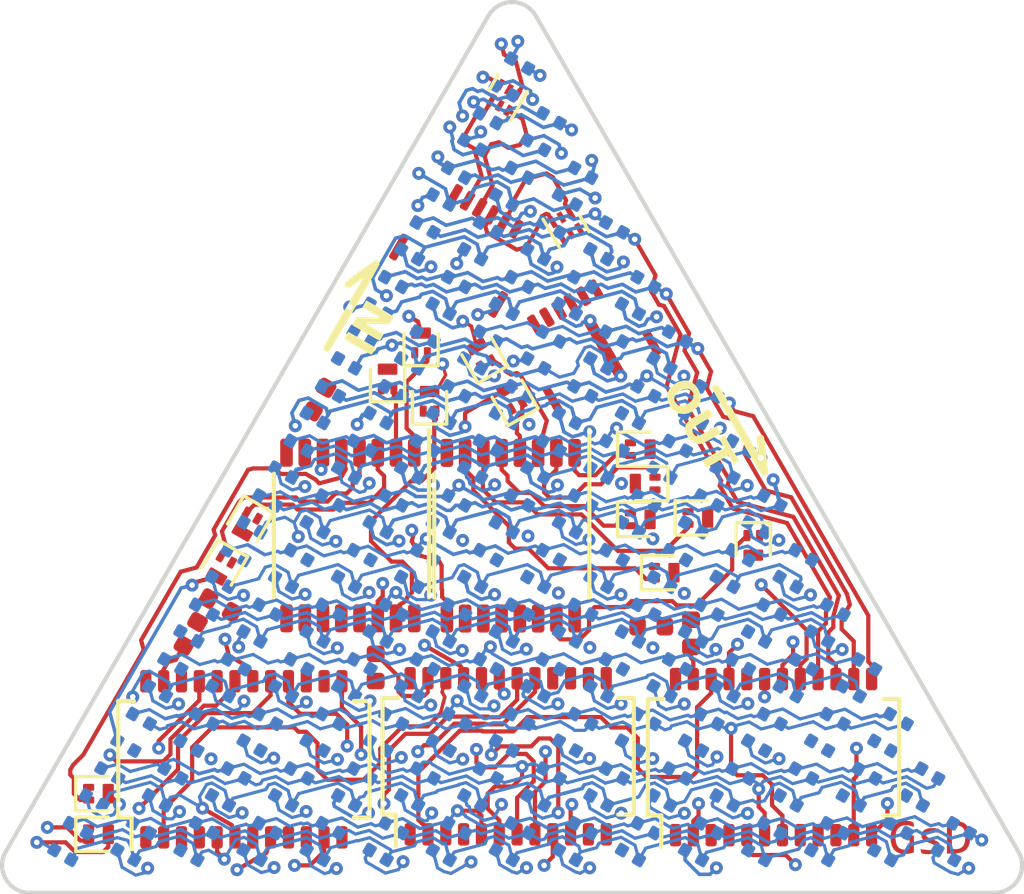
<source format=kicad_pcb>
(kicad_pcb (version 20171130) (host pcbnew 5.1.4-e60b266~84~ubuntu18.04.1)
  (layers (0 F.Cu signal) (1 In1.Cu signal) (2 In2.Cu signal) (31 B.Cu signal) (34 B.Paste user) (35 F.Paste user) (36 B.SilkS user) (37 F.SilkS user) (38 B.Mask user) (39 F.Mask user) (44 Edge.Cuts user))
  (net 0 "")
  (net 1 vcc)
  (net 2 gnd)
  (net 3 row_0)
  (net 4 row_1)
  (net 5 row_2)
  (net 6 srow_0)
  (net 7 srow_1)
  (net 8 srow_2)
  (net 9 row_3)
  (net 10 row_4)
  (net 11 row_5)
  (net 12 row_6)
  (net 13 row_7)
  (net 14 srow_3)
  (net 15 srow_4)
  (net 16 srow_5)
  (net 17 srow_6)
  (net 18 srow_7)
  (net 19 colr_0)
  (net 20 colb_0)
  (net 21 colg_0)
  (net 22 colg_1)
  (net 23 colb_1)
  (net 24 colr_1)
  (net 25 colr_2)
  (net 26 colb_2)
  (net 27 colg_2)
  (net 28 colg_3)
  (net 29 colb_3)
  (net 30 colr_3)
  (net 31 colr_4)
  (net 32 colb_4)
  (net 33 colg_4)
  (net 34 colg_5)
  (net 35 colb_5)
  (net 36 colr_5)
  (net 37 colr_6)
  (net 38 colb_6)
  (net 39 colg_6)
  (net 40 colg_7)
  (net 41 colb_7)
  (net 42 colr_7)
  (net 43 colr_8)
  (net 44 colb_8)
  (net 45 colg_8)
  (net 46 colg_9)
  (net 47 colb_9)
  (net 48 colr_9)
  (net 49 colr_10)
  (net 50 colb_10)
  (net 51 colg_10)
  (net 52 colr_11)
  (net 53 colb_11)
  (net 54 colg_11)
  (net 55 colr_12)
  (net 56 colb_12)
  (net 57 colg_12)
  (net 58 colg_13)
  (net 59 colb_13)
  (net 60 colr_13)
  (net 61 colg_14)
  (net 62 colb_14)
  (net 63 colr_14)
  (net 64 colr_15)
  (net 65 colb_15)
  (net 66 colg_15)
  (net 67 blank)
  (net 68 latch)
  (net 69 sclk)
  (net 70 dat)
  (net 71 sdo_U3)
  (net 72 sdo_U1>sdi_U2)
  (net 73 sdo_U2>sdi_U3)
  (net 74 dat_out)
  (net 75 row_8)
  (net 76 row_9)
  (net 77 row_10)
  (net 78 row_11)
  (net 79 row_12)
  (net 80 row_13)
  (net 81 row_14)
  (net 82 srow_8)
  (net 83 srow_9)
  (net 84 srow_10)
  (net 85 srow_11)
  (net 86 srow_12)
  (net 87 srow_13)
  (net 88 srow_14)
  (net 89 U1_r_ext)
  (net 90 U2_r_ext)
  (net 91 U3_r_ext)
  (net 92 sdo_U4>sdi_U5)
  (net 93 dat_i)
  (net 94 blank_i)
  (net 95 latch_i)
  (net 96 sclk_i)
  (module gkl_conn:5034800600 (layer F.Cu) (at 83.869205 92.703458 330)
    (fp_text reference J1 hide)
    (fp_text value input hide)
    (pad SH smd roundrect (at -2.04 2.65 330) (size 0.3 1) (layers F.Cu F.Paste F.Mask))
    (pad SH smd roundrect (at 2.04 2.65 330) (size 0.3 1) (layers F.Cu F.Paste F.Mask))
    (pad 1 smd roundrect (at -1.25 0 330) (size 0.3 0.7) (layers F.Cu F.Paste F.Mask))
    (pad 2 smd roundrect (at -0.75 0 330) (size 0.3 0.7) (layers F.Cu F.Paste F.Mask) (net 93 dat_i))
    (pad 3 smd roundrect (at -0.25 0 330) (size 0.3 0.7) (layers F.Cu F.Paste F.Mask) (net 94 blank_i))
    (pad 4 smd roundrect (at 0.25 0 330) (size 0.3 0.7) (layers F.Cu F.Paste F.Mask) (net 95 latch_i))
    (pad 5 smd roundrect (at 0.75 0 330) (size 0.3 0.7) (layers F.Cu F.Paste F.Mask) (net 96 sclk_i))
    (pad 6 smd roundrect (at 1.25 0 330) (size 0.3 0.7) (layers F.Cu F.Paste F.Mask))
  )
  (module gkl_led:led_rbag_1515 (layer B.Cu) (at 100.536417 115.155 60)
    (fp_text reference D1 hide)
    (fp_text value LED_ARGB hide)
    (pad 3 smd roundrect (at 0.55125 -0.34875 240) (size 0.443 0.406) (layers B.Cu B.Paste B.Mask) (roundrect_rratio 0.197) (net 21 colg_0))
    (pad 1 smd roundrect (at -0.55125 -0.34875 240) (size 0.443 0.406) (layers B.Cu B.Paste B.Mask) (roundrect_rratio 0.197) (net 3 row_0))
    (pad 4 smd roundrect (at 0.55125 0.34875 240) (size 0.443 0.406) (layers B.Cu B.Paste B.Mask) (roundrect_rratio 0.197) (net 19 colr_0))
    (pad 2 smd roundrect (at -0.55125 0.34875 240) (size 0.443 0.406) (layers B.Cu B.Paste B.Mask) (roundrect_rratio 0.197) (net 20 colb_0))
  )
  (module gkl_led:led_rbag_1515 (layer B.Cu) (at 79.188421 97.642814 60)
    (fp_text reference D90 hide)
    (fp_text value LED_ARGB hide)
    (pad 3 smd roundrect (at 0.55125 -0.34875 240) (size 0.443 0.406) (layers B.Cu B.Paste B.Mask) (roundrect_rratio 0.197))
    (pad 1 smd roundrect (at -0.55125 -0.34875 240) (size 0.443 0.406) (layers B.Cu B.Paste B.Mask) (roundrect_rratio 0.197))
    (pad 4 smd roundrect (at 0.55125 0.34875 240) (size 0.443 0.406) (layers B.Cu B.Paste B.Mask) (roundrect_rratio 0.197) (net 48 colr_9))
    (pad 2 smd roundrect (at -0.55125 0.34875 240) (size 0.443 0.406) (layers B.Cu B.Paste B.Mask) (roundrect_rratio 0.197) (net 47 colb_9))
  )
  (module gkl_led:led_rbag_1515 (layer B.Cu) (at 98.289632 115.154547 60)
    (fp_text reference D17 hide)
    (fp_text value LED_ARGB hide)
    (pad 3 smd roundrect (at 0.55125 -0.34875 240) (size 0.443 0.406) (layers B.Cu B.Paste B.Mask) (roundrect_rratio 0.197) (net 21 colg_0))
    (pad 1 smd roundrect (at -0.55125 -0.34875 240) (size 0.443 0.406) (layers B.Cu B.Paste B.Mask) (roundrect_rratio 0.197))
    (pad 4 smd roundrect (at 0.55125 0.34875 240) (size 0.443 0.406) (layers B.Cu B.Paste B.Mask) (roundrect_rratio 0.197) (net 19 colr_0))
    (pad 2 smd roundrect (at -0.55125 0.34875 240) (size 0.443 0.406) (layers B.Cu B.Paste B.Mask) (roundrect_rratio 0.197) (net 20 colb_0))
  )
  (module gkl_led:led_rbag_1515 (layer B.Cu) (at 99.412632 113.209453 60)
    (fp_text reference D2 hide)
    (fp_text value LED_ARGB hide)
    (pad 3 smd roundrect (at 0.55125 -0.34875 240) (size 0.443 0.406) (layers B.Cu B.Paste B.Mask) (roundrect_rratio 0.197) (net 22 colg_1))
    (pad 1 smd roundrect (at -0.55125 -0.34875 240) (size 0.443 0.406) (layers B.Cu B.Paste B.Mask) (roundrect_rratio 0.197))
    (pad 4 smd roundrect (at 0.55125 0.34875 240) (size 0.443 0.406) (layers B.Cu B.Paste B.Mask) (roundrect_rratio 0.197) (net 24 colr_1))
    (pad 2 smd roundrect (at -0.55125 0.34875 240) (size 0.443 0.406) (layers B.Cu B.Paste B.Mask) (roundrect_rratio 0.197) (net 23 colb_1))
  )
  (module gkl_led:led_rbag_1515 (layer B.Cu) (at 98.288846 111.263907 60)
    (fp_text reference D3 hide)
    (fp_text value LED_ARGB hide)
    (pad 3 smd roundrect (at 0.55125 -0.34875 240) (size 0.443 0.406) (layers B.Cu B.Paste B.Mask) (roundrect_rratio 0.197) (net 27 colg_2))
    (pad 1 smd roundrect (at -0.55125 -0.34875 240) (size 0.443 0.406) (layers B.Cu B.Paste B.Mask) (roundrect_rratio 0.197))
    (pad 4 smd roundrect (at 0.55125 0.34875 240) (size 0.443 0.406) (layers B.Cu B.Paste B.Mask) (roundrect_rratio 0.197) (net 25 colr_2))
    (pad 2 smd roundrect (at -0.55125 0.34875 240) (size 0.443 0.406) (layers B.Cu B.Paste B.Mask) (roundrect_rratio 0.197))
  )
  (module gkl_led:led_rbag_1515 (layer B.Cu) (at 97.165061 109.31836 60)
    (fp_text reference D4 hide)
    (fp_text value LED_ARGB hide)
    (pad 3 smd roundrect (at 0.55125 -0.34875 240) (size 0.443 0.406) (layers B.Cu B.Paste B.Mask) (roundrect_rratio 0.197) (net 28 colg_3))
    (pad 1 smd roundrect (at -0.55125 -0.34875 240) (size 0.443 0.406) (layers B.Cu B.Paste B.Mask) (roundrect_rratio 0.197))
    (pad 4 smd roundrect (at 0.55125 0.34875 240) (size 0.443 0.406) (layers B.Cu B.Paste B.Mask) (roundrect_rratio 0.197))
    (pad 2 smd roundrect (at -0.55125 0.34875 240) (size 0.443 0.406) (layers B.Cu B.Paste B.Mask) (roundrect_rratio 0.197) (net 29 colb_3))
  )
  (module gkl_led:led_rbag_1515 (layer B.Cu) (at 96.041275 107.372814 60)
    (fp_text reference D5 hide)
    (fp_text value LED_ARGB hide)
    (pad 3 smd roundrect (at 0.55125 -0.34875 240) (size 0.443 0.406) (layers B.Cu B.Paste B.Mask) (roundrect_rratio 0.197) (net 33 colg_4))
    (pad 1 smd roundrect (at -0.55125 -0.34875 240) (size 0.443 0.406) (layers B.Cu B.Paste B.Mask) (roundrect_rratio 0.197) (net 3 row_0))
    (pad 4 smd roundrect (at 0.55125 0.34875 240) (size 0.443 0.406) (layers B.Cu B.Paste B.Mask) (roundrect_rratio 0.197) (net 31 colr_4))
    (pad 2 smd roundrect (at -0.55125 0.34875 240) (size 0.443 0.406) (layers B.Cu B.Paste B.Mask) (roundrect_rratio 0.197) (net 32 colb_4))
  )
  (module gkl_led:led_rbag_1515 (layer B.Cu) (at 94.91749 105.427267 60)
    (fp_text reference D6 hide)
    (fp_text value LED_ARGB hide)
    (pad 3 smd roundrect (at 0.55125 -0.34875 240) (size 0.443 0.406) (layers B.Cu B.Paste B.Mask) (roundrect_rratio 0.197) (net 34 colg_5))
    (pad 1 smd roundrect (at -0.55125 -0.34875 240) (size 0.443 0.406) (layers B.Cu B.Paste B.Mask) (roundrect_rratio 0.197) (net 3 row_0))
    (pad 4 smd roundrect (at 0.55125 0.34875 240) (size 0.443 0.406) (layers B.Cu B.Paste B.Mask) (roundrect_rratio 0.197))
    (pad 2 smd roundrect (at -0.55125 0.34875 240) (size 0.443 0.406) (layers B.Cu B.Paste B.Mask) (roundrect_rratio 0.197) (net 35 colb_5))
  )
  (module gkl_led:led_rbag_1515 (layer B.Cu) (at 93.793704 103.481721 60)
    (fp_text reference D7 hide)
    (fp_text value LED_ARGB hide)
    (pad 3 smd roundrect (at 0.55125 -0.34875 240) (size 0.443 0.406) (layers B.Cu B.Paste B.Mask) (roundrect_rratio 0.197) (net 39 colg_6))
    (pad 1 smd roundrect (at -0.55125 -0.34875 240) (size 0.443 0.406) (layers B.Cu B.Paste B.Mask) (roundrect_rratio 0.197) (net 3 row_0))
    (pad 4 smd roundrect (at 0.55125 0.34875 240) (size 0.443 0.406) (layers B.Cu B.Paste B.Mask) (roundrect_rratio 0.197) (net 37 colr_6))
    (pad 2 smd roundrect (at -0.55125 0.34875 240) (size 0.443 0.406) (layers B.Cu B.Paste B.Mask) (roundrect_rratio 0.197) (net 38 colb_6))
  )
  (module gkl_led:led_rbag_1515 (layer B.Cu) (at 92.669919 101.536174 60)
    (fp_text reference D8 hide)
    (fp_text value LED_ARGB hide)
    (pad 3 smd roundrect (at 0.55125 -0.34875 240) (size 0.443 0.406) (layers B.Cu B.Paste B.Mask) (roundrect_rratio 0.197) (net 40 colg_7))
    (pad 1 smd roundrect (at -0.55125 -0.34875 240) (size 0.443 0.406) (layers B.Cu B.Paste B.Mask) (roundrect_rratio 0.197) (net 3 row_0))
    (pad 4 smd roundrect (at 0.55125 0.34875 240) (size 0.443 0.406) (layers B.Cu B.Paste B.Mask) (roundrect_rratio 0.197) (net 42 colr_7))
    (pad 2 smd roundrect (at -0.55125 0.34875 240) (size 0.443 0.406) (layers B.Cu B.Paste B.Mask) (roundrect_rratio 0.197) (net 41 colb_7))
  )
  (module gkl_led:led_rbag_1515 (layer B.Cu) (at 91.546134 99.590628 60)
    (fp_text reference D9 hide)
    (fp_text value LED_ARGB hide)
    (pad 3 smd roundrect (at 0.55125 -0.34875 240) (size 0.443 0.406) (layers B.Cu B.Paste B.Mask) (roundrect_rratio 0.197) (net 45 colg_8))
    (pad 1 smd roundrect (at -0.55125 -0.34875 240) (size 0.443 0.406) (layers B.Cu B.Paste B.Mask) (roundrect_rratio 0.197) (net 3 row_0))
    (pad 4 smd roundrect (at 0.55125 0.34875 240) (size 0.443 0.406) (layers B.Cu B.Paste B.Mask) (roundrect_rratio 0.197) (net 43 colr_8))
    (pad 2 smd roundrect (at -0.55125 0.34875 240) (size 0.443 0.406) (layers B.Cu B.Paste B.Mask) (roundrect_rratio 0.197) (net 44 colb_8))
  )
  (module gkl_led:led_rbag_1515 (layer B.Cu) (at 90.422348 97.645081 60)
    (fp_text reference D10 hide)
    (fp_text value LED_ARGB hide)
    (pad 3 smd roundrect (at 0.55125 -0.34875 240) (size 0.443 0.406) (layers B.Cu B.Paste B.Mask) (roundrect_rratio 0.197) (net 46 colg_9))
    (pad 1 smd roundrect (at -0.55125 -0.34875 240) (size 0.443 0.406) (layers B.Cu B.Paste B.Mask) (roundrect_rratio 0.197) (net 3 row_0))
    (pad 4 smd roundrect (at 0.55125 0.34875 240) (size 0.443 0.406) (layers B.Cu B.Paste B.Mask) (roundrect_rratio 0.197) (net 48 colr_9))
    (pad 2 smd roundrect (at -0.55125 0.34875 240) (size 0.443 0.406) (layers B.Cu B.Paste B.Mask) (roundrect_rratio 0.197) (net 47 colb_9))
  )
  (module gkl_led:led_rbag_1515 (layer B.Cu) (at 89.298563 95.699535 60)
    (fp_text reference D11 hide)
    (fp_text value LED_ARGB hide)
    (pad 3 smd roundrect (at 0.55125 -0.34875 240) (size 0.443 0.406) (layers B.Cu B.Paste B.Mask) (roundrect_rratio 0.197) (net 51 colg_10))
    (pad 1 smd roundrect (at -0.55125 -0.34875 240) (size 0.443 0.406) (layers B.Cu B.Paste B.Mask) (roundrect_rratio 0.197) (net 3 row_0))
    (pad 4 smd roundrect (at 0.55125 0.34875 240) (size 0.443 0.406) (layers B.Cu B.Paste B.Mask) (roundrect_rratio 0.197) (net 49 colr_10))
    (pad 2 smd roundrect (at -0.55125 0.34875 240) (size 0.443 0.406) (layers B.Cu B.Paste B.Mask) (roundrect_rratio 0.197) (net 50 colb_10))
  )
  (module gkl_led:led_rbag_1515 (layer B.Cu) (at 88.174777 93.753988 60)
    (fp_text reference D12 hide)
    (fp_text value LED_ARGB hide)
    (pad 3 smd roundrect (at 0.55125 -0.34875 240) (size 0.443 0.406) (layers B.Cu B.Paste B.Mask) (roundrect_rratio 0.197) (net 54 colg_11))
    (pad 1 smd roundrect (at -0.55125 -0.34875 240) (size 0.443 0.406) (layers B.Cu B.Paste B.Mask) (roundrect_rratio 0.197) (net 3 row_0))
    (pad 4 smd roundrect (at 0.55125 0.34875 240) (size 0.443 0.406) (layers B.Cu B.Paste B.Mask) (roundrect_rratio 0.197) (net 52 colr_11))
    (pad 2 smd roundrect (at -0.55125 0.34875 240) (size 0.443 0.406) (layers B.Cu B.Paste B.Mask) (roundrect_rratio 0.197) (net 53 colb_11))
  )
  (module gkl_led:led_rbag_1515 (layer B.Cu) (at 87.050992 91.808442 60)
    (fp_text reference D13 hide)
    (fp_text value LED_ARGB hide)
    (pad 3 smd roundrect (at 0.55125 -0.34875 240) (size 0.443 0.406) (layers B.Cu B.Paste B.Mask) (roundrect_rratio 0.197) (net 57 colg_12))
    (pad 1 smd roundrect (at -0.55125 -0.34875 240) (size 0.443 0.406) (layers B.Cu B.Paste B.Mask) (roundrect_rratio 0.197) (net 3 row_0))
    (pad 4 smd roundrect (at 0.55125 0.34875 240) (size 0.443 0.406) (layers B.Cu B.Paste B.Mask) (roundrect_rratio 0.197) (net 55 colr_12))
    (pad 2 smd roundrect (at -0.55125 0.34875 240) (size 0.443 0.406) (layers B.Cu B.Paste B.Mask) (roundrect_rratio 0.197) (net 56 colb_12))
  )
  (module gkl_led:led_rbag_1515 (layer B.Cu) (at 85.927206 89.862895 60)
    (fp_text reference D14 hide)
    (fp_text value LED_ARGB hide)
    (pad 3 smd roundrect (at 0.55125 -0.34875 240) (size 0.443 0.406) (layers B.Cu B.Paste B.Mask) (roundrect_rratio 0.197) (net 58 colg_13))
    (pad 1 smd roundrect (at -0.55125 -0.34875 240) (size 0.443 0.406) (layers B.Cu B.Paste B.Mask) (roundrect_rratio 0.197) (net 3 row_0))
    (pad 4 smd roundrect (at 0.55125 0.34875 240) (size 0.443 0.406) (layers B.Cu B.Paste B.Mask) (roundrect_rratio 0.197) (net 60 colr_13))
    (pad 2 smd roundrect (at -0.55125 0.34875 240) (size 0.443 0.406) (layers B.Cu B.Paste B.Mask) (roundrect_rratio 0.197) (net 59 colb_13))
  )
  (module gkl_led:led_rbag_1515 (layer B.Cu) (at 84.803421 87.917349 60)
    (fp_text reference D15 hide)
    (fp_text value LED_ARGB hide)
    (pad 3 smd roundrect (at 0.55125 -0.34875 240) (size 0.443 0.406) (layers B.Cu B.Paste B.Mask) (roundrect_rratio 0.197) (net 61 colg_14))
    (pad 1 smd roundrect (at -0.55125 -0.34875 240) (size 0.443 0.406) (layers B.Cu B.Paste B.Mask) (roundrect_rratio 0.197) (net 3 row_0))
    (pad 4 smd roundrect (at 0.55125 0.34875 240) (size 0.443 0.406) (layers B.Cu B.Paste B.Mask) (roundrect_rratio 0.197) (net 63 colr_14))
    (pad 2 smd roundrect (at -0.55125 0.34875 240) (size 0.443 0.406) (layers B.Cu B.Paste B.Mask) (roundrect_rratio 0.197) (net 62 colb_14))
  )
  (module gkl_led:led_rbag_1515 (layer B.Cu) (at 97.165846 113.209 60)
    (fp_text reference D18 hide)
    (fp_text value LED_ARGB hide)
    (pad 3 smd roundrect (at 0.55125 -0.34875 240) (size 0.443 0.406) (layers B.Cu B.Paste B.Mask) (roundrect_rratio 0.197) (net 22 colg_1))
    (pad 1 smd roundrect (at -0.55125 -0.34875 240) (size 0.443 0.406) (layers B.Cu B.Paste B.Mask) (roundrect_rratio 0.197))
    (pad 4 smd roundrect (at 0.55125 0.34875 240) (size 0.443 0.406) (layers B.Cu B.Paste B.Mask) (roundrect_rratio 0.197) (net 24 colr_1))
    (pad 2 smd roundrect (at -0.55125 0.34875 240) (size 0.443 0.406) (layers B.Cu B.Paste B.Mask) (roundrect_rratio 0.197) (net 23 colb_1))
  )
  (module gkl_led:led_rbag_1515 (layer B.Cu) (at 96.042061 111.263453 60)
    (fp_text reference D19 hide)
    (fp_text value LED_ARGB hide)
    (pad 3 smd roundrect (at 0.55125 -0.34875 240) (size 0.443 0.406) (layers B.Cu B.Paste B.Mask) (roundrect_rratio 0.197) (net 27 colg_2))
    (pad 1 smd roundrect (at -0.55125 -0.34875 240) (size 0.443 0.406) (layers B.Cu B.Paste B.Mask) (roundrect_rratio 0.197))
    (pad 4 smd roundrect (at 0.55125 0.34875 240) (size 0.443 0.406) (layers B.Cu B.Paste B.Mask) (roundrect_rratio 0.197) (net 25 colr_2))
    (pad 2 smd roundrect (at -0.55125 0.34875 240) (size 0.443 0.406) (layers B.Cu B.Paste B.Mask) (roundrect_rratio 0.197))
  )
  (module gkl_led:led_rbag_1515 (layer B.Cu) (at 94.918275 109.317907 60)
    (fp_text reference D20 hide)
    (fp_text value LED_ARGB hide)
    (pad 3 smd roundrect (at 0.55125 -0.34875 240) (size 0.443 0.406) (layers B.Cu B.Paste B.Mask) (roundrect_rratio 0.197) (net 28 colg_3))
    (pad 1 smd roundrect (at -0.55125 -0.34875 240) (size 0.443 0.406) (layers B.Cu B.Paste B.Mask) (roundrect_rratio 0.197))
    (pad 4 smd roundrect (at 0.55125 0.34875 240) (size 0.443 0.406) (layers B.Cu B.Paste B.Mask) (roundrect_rratio 0.197))
    (pad 2 smd roundrect (at -0.55125 0.34875 240) (size 0.443 0.406) (layers B.Cu B.Paste B.Mask) (roundrect_rratio 0.197) (net 29 colb_3))
  )
  (module gkl_led:led_rbag_1515 (layer B.Cu) (at 93.79449 107.37236 60)
    (fp_text reference D21 hide)
    (fp_text value LED_ARGB hide)
    (pad 3 smd roundrect (at 0.55125 -0.34875 240) (size 0.443 0.406) (layers B.Cu B.Paste B.Mask) (roundrect_rratio 0.197) (net 33 colg_4))
    (pad 1 smd roundrect (at -0.55125 -0.34875 240) (size 0.443 0.406) (layers B.Cu B.Paste B.Mask) (roundrect_rratio 0.197))
    (pad 4 smd roundrect (at 0.55125 0.34875 240) (size 0.443 0.406) (layers B.Cu B.Paste B.Mask) (roundrect_rratio 0.197) (net 31 colr_4))
    (pad 2 smd roundrect (at -0.55125 0.34875 240) (size 0.443 0.406) (layers B.Cu B.Paste B.Mask) (roundrect_rratio 0.197) (net 32 colb_4))
  )
  (module gkl_led:led_rbag_1515 (layer B.Cu) (at 92.670704 105.426814 60)
    (fp_text reference D22 hide)
    (fp_text value LED_ARGB hide)
    (pad 3 smd roundrect (at 0.55125 -0.34875 240) (size 0.443 0.406) (layers B.Cu B.Paste B.Mask) (roundrect_rratio 0.197) (net 34 colg_5))
    (pad 1 smd roundrect (at -0.55125 -0.34875 240) (size 0.443 0.406) (layers B.Cu B.Paste B.Mask) (roundrect_rratio 0.197))
    (pad 4 smd roundrect (at 0.55125 0.34875 240) (size 0.443 0.406) (layers B.Cu B.Paste B.Mask) (roundrect_rratio 0.197))
    (pad 2 smd roundrect (at -0.55125 0.34875 240) (size 0.443 0.406) (layers B.Cu B.Paste B.Mask) (roundrect_rratio 0.197) (net 35 colb_5))
  )
  (module gkl_led:led_rbag_1515 (layer B.Cu) (at 91.546919 103.481267 60)
    (fp_text reference D23 hide)
    (fp_text value LED_ARGB hide)
    (pad 3 smd roundrect (at 0.55125 -0.34875 240) (size 0.443 0.406) (layers B.Cu B.Paste B.Mask) (roundrect_rratio 0.197) (net 39 colg_6))
    (pad 1 smd roundrect (at -0.55125 -0.34875 240) (size 0.443 0.406) (layers B.Cu B.Paste B.Mask) (roundrect_rratio 0.197))
    (pad 4 smd roundrect (at 0.55125 0.34875 240) (size 0.443 0.406) (layers B.Cu B.Paste B.Mask) (roundrect_rratio 0.197) (net 37 colr_6))
    (pad 2 smd roundrect (at -0.55125 0.34875 240) (size 0.443 0.406) (layers B.Cu B.Paste B.Mask) (roundrect_rratio 0.197) (net 38 colb_6))
  )
  (module gkl_led:led_rbag_1515 (layer B.Cu) (at 90.423134 101.535721 60)
    (fp_text reference D24 hide)
    (fp_text value LED_ARGB hide)
    (pad 3 smd roundrect (at 0.55125 -0.34875 240) (size 0.443 0.406) (layers B.Cu B.Paste B.Mask) (roundrect_rratio 0.197) (net 40 colg_7))
    (pad 1 smd roundrect (at -0.55125 -0.34875 240) (size 0.443 0.406) (layers B.Cu B.Paste B.Mask) (roundrect_rratio 0.197))
    (pad 4 smd roundrect (at 0.55125 0.34875 240) (size 0.443 0.406) (layers B.Cu B.Paste B.Mask) (roundrect_rratio 0.197) (net 42 colr_7))
    (pad 2 smd roundrect (at -0.55125 0.34875 240) (size 0.443 0.406) (layers B.Cu B.Paste B.Mask) (roundrect_rratio 0.197) (net 41 colb_7))
  )
  (module gkl_led:led_rbag_1515 (layer B.Cu) (at 89.299348 99.590174 60)
    (fp_text reference D25 hide)
    (fp_text value LED_ARGB hide)
    (pad 3 smd roundrect (at 0.55125 -0.34875 240) (size 0.443 0.406) (layers B.Cu B.Paste B.Mask) (roundrect_rratio 0.197) (net 45 colg_8))
    (pad 1 smd roundrect (at -0.55125 -0.34875 240) (size 0.443 0.406) (layers B.Cu B.Paste B.Mask) (roundrect_rratio 0.197))
    (pad 4 smd roundrect (at 0.55125 0.34875 240) (size 0.443 0.406) (layers B.Cu B.Paste B.Mask) (roundrect_rratio 0.197) (net 43 colr_8))
    (pad 2 smd roundrect (at -0.55125 0.34875 240) (size 0.443 0.406) (layers B.Cu B.Paste B.Mask) (roundrect_rratio 0.197) (net 44 colb_8))
  )
  (module gkl_led:led_rbag_1515 (layer B.Cu) (at 88.175563 97.644628 60)
    (fp_text reference D26 hide)
    (fp_text value LED_ARGB hide)
    (pad 3 smd roundrect (at 0.55125 -0.34875 240) (size 0.443 0.406) (layers B.Cu B.Paste B.Mask) (roundrect_rratio 0.197) (net 46 colg_9))
    (pad 1 smd roundrect (at -0.55125 -0.34875 240) (size 0.443 0.406) (layers B.Cu B.Paste B.Mask) (roundrect_rratio 0.197) (net 4 row_1))
    (pad 4 smd roundrect (at 0.55125 0.34875 240) (size 0.443 0.406) (layers B.Cu B.Paste B.Mask) (roundrect_rratio 0.197) (net 48 colr_9))
    (pad 2 smd roundrect (at -0.55125 0.34875 240) (size 0.443 0.406) (layers B.Cu B.Paste B.Mask) (roundrect_rratio 0.197) (net 47 colb_9))
  )
  (module gkl_led:led_rbag_1515 (layer B.Cu) (at 87.051777 95.699081 60)
    (fp_text reference D27 hide)
    (fp_text value LED_ARGB hide)
    (pad 3 smd roundrect (at 0.55125 -0.34875 240) (size 0.443 0.406) (layers B.Cu B.Paste B.Mask) (roundrect_rratio 0.197) (net 51 colg_10))
    (pad 1 smd roundrect (at -0.55125 -0.34875 240) (size 0.443 0.406) (layers B.Cu B.Paste B.Mask) (roundrect_rratio 0.197) (net 4 row_1))
    (pad 4 smd roundrect (at 0.55125 0.34875 240) (size 0.443 0.406) (layers B.Cu B.Paste B.Mask) (roundrect_rratio 0.197) (net 49 colr_10))
    (pad 2 smd roundrect (at -0.55125 0.34875 240) (size 0.443 0.406) (layers B.Cu B.Paste B.Mask) (roundrect_rratio 0.197) (net 50 colb_10))
  )
  (module gkl_led:led_rbag_1515 (layer B.Cu) (at 85.927992 93.753535 60)
    (fp_text reference D28 hide)
    (fp_text value LED_ARGB hide)
    (pad 3 smd roundrect (at 0.55125 -0.34875 240) (size 0.443 0.406) (layers B.Cu B.Paste B.Mask) (roundrect_rratio 0.197) (net 54 colg_11))
    (pad 1 smd roundrect (at -0.55125 -0.34875 240) (size 0.443 0.406) (layers B.Cu B.Paste B.Mask) (roundrect_rratio 0.197) (net 4 row_1))
    (pad 4 smd roundrect (at 0.55125 0.34875 240) (size 0.443 0.406) (layers B.Cu B.Paste B.Mask) (roundrect_rratio 0.197) (net 52 colr_11))
    (pad 2 smd roundrect (at -0.55125 0.34875 240) (size 0.443 0.406) (layers B.Cu B.Paste B.Mask) (roundrect_rratio 0.197) (net 53 colb_11))
  )
  (module gkl_led:led_rbag_1515 (layer B.Cu) (at 84.804206 91.807988 60)
    (fp_text reference D29 hide)
    (fp_text value LED_ARGB hide)
    (pad 3 smd roundrect (at 0.55125 -0.34875 240) (size 0.443 0.406) (layers B.Cu B.Paste B.Mask) (roundrect_rratio 0.197) (net 57 colg_12))
    (pad 1 smd roundrect (at -0.55125 -0.34875 240) (size 0.443 0.406) (layers B.Cu B.Paste B.Mask) (roundrect_rratio 0.197) (net 4 row_1))
    (pad 4 smd roundrect (at 0.55125 0.34875 240) (size 0.443 0.406) (layers B.Cu B.Paste B.Mask) (roundrect_rratio 0.197) (net 55 colr_12))
    (pad 2 smd roundrect (at -0.55125 0.34875 240) (size 0.443 0.406) (layers B.Cu B.Paste B.Mask) (roundrect_rratio 0.197) (net 56 colb_12))
  )
  (module gkl_led:led_rbag_1515 (layer B.Cu) (at 83.680421 89.862442 60)
    (fp_text reference D30 hide)
    (fp_text value LED_ARGB hide)
    (pad 3 smd roundrect (at 0.55125 -0.34875 240) (size 0.443 0.406) (layers B.Cu B.Paste B.Mask) (roundrect_rratio 0.197) (net 58 colg_13))
    (pad 1 smd roundrect (at -0.55125 -0.34875 240) (size 0.443 0.406) (layers B.Cu B.Paste B.Mask) (roundrect_rratio 0.197) (net 4 row_1))
    (pad 4 smd roundrect (at 0.55125 0.34875 240) (size 0.443 0.406) (layers B.Cu B.Paste B.Mask) (roundrect_rratio 0.197) (net 60 colr_13))
    (pad 2 smd roundrect (at -0.55125 0.34875 240) (size 0.443 0.406) (layers B.Cu B.Paste B.Mask) (roundrect_rratio 0.197) (net 59 colb_13))
  )
  (module gkl_led:led_rbag_1515 (layer B.Cu) (at 96.042846 115.154093 60)
    (fp_text reference D33 hide)
    (fp_text value LED_ARGB hide)
    (pad 3 smd roundrect (at 0.55125 -0.34875 240) (size 0.443 0.406) (layers B.Cu B.Paste B.Mask) (roundrect_rratio 0.197) (net 21 colg_0))
    (pad 1 smd roundrect (at -0.55125 -0.34875 240) (size 0.443 0.406) (layers B.Cu B.Paste B.Mask) (roundrect_rratio 0.197))
    (pad 4 smd roundrect (at 0.55125 0.34875 240) (size 0.443 0.406) (layers B.Cu B.Paste B.Mask) (roundrect_rratio 0.197) (net 19 colr_0))
    (pad 2 smd roundrect (at -0.55125 0.34875 240) (size 0.443 0.406) (layers B.Cu B.Paste B.Mask) (roundrect_rratio 0.197) (net 20 colb_0))
  )
  (module gkl_led:led_rbag_1515 (layer B.Cu) (at 94.91906 113.208547 60)
    (fp_text reference D34 hide)
    (fp_text value LED_ARGB hide)
    (pad 3 smd roundrect (at 0.55125 -0.34875 240) (size 0.443 0.406) (layers B.Cu B.Paste B.Mask) (roundrect_rratio 0.197) (net 22 colg_1))
    (pad 1 smd roundrect (at -0.55125 -0.34875 240) (size 0.443 0.406) (layers B.Cu B.Paste B.Mask) (roundrect_rratio 0.197))
    (pad 4 smd roundrect (at 0.55125 0.34875 240) (size 0.443 0.406) (layers B.Cu B.Paste B.Mask) (roundrect_rratio 0.197) (net 24 colr_1))
    (pad 2 smd roundrect (at -0.55125 0.34875 240) (size 0.443 0.406) (layers B.Cu B.Paste B.Mask) (roundrect_rratio 0.197) (net 23 colb_1))
  )
  (module gkl_led:led_rbag_1515 (layer B.Cu) (at 93.795275 111.263 60)
    (fp_text reference D35 hide)
    (fp_text value LED_ARGB hide)
    (pad 3 smd roundrect (at 0.55125 -0.34875 240) (size 0.443 0.406) (layers B.Cu B.Paste B.Mask) (roundrect_rratio 0.197) (net 27 colg_2))
    (pad 1 smd roundrect (at -0.55125 -0.34875 240) (size 0.443 0.406) (layers B.Cu B.Paste B.Mask) (roundrect_rratio 0.197) (net 5 row_2))
    (pad 4 smd roundrect (at 0.55125 0.34875 240) (size 0.443 0.406) (layers B.Cu B.Paste B.Mask) (roundrect_rratio 0.197) (net 25 colr_2))
    (pad 2 smd roundrect (at -0.55125 0.34875 240) (size 0.443 0.406) (layers B.Cu B.Paste B.Mask) (roundrect_rratio 0.197))
  )
  (module gkl_led:led_rbag_1515 (layer B.Cu) (at 92.67149 109.317453 60)
    (fp_text reference D36 hide)
    (fp_text value LED_ARGB hide)
    (pad 3 smd roundrect (at 0.55125 -0.34875 240) (size 0.443 0.406) (layers B.Cu B.Paste B.Mask) (roundrect_rratio 0.197) (net 28 colg_3))
    (pad 1 smd roundrect (at -0.55125 -0.34875 240) (size 0.443 0.406) (layers B.Cu B.Paste B.Mask) (roundrect_rratio 0.197) (net 5 row_2))
    (pad 4 smd roundrect (at 0.55125 0.34875 240) (size 0.443 0.406) (layers B.Cu B.Paste B.Mask) (roundrect_rratio 0.197))
    (pad 2 smd roundrect (at -0.55125 0.34875 240) (size 0.443 0.406) (layers B.Cu B.Paste B.Mask) (roundrect_rratio 0.197) (net 29 colb_3))
  )
  (module gkl_led:led_rbag_1515 (layer B.Cu) (at 91.547704 107.371907 60)
    (fp_text reference D37 hide)
    (fp_text value LED_ARGB hide)
    (pad 3 smd roundrect (at 0.55125 -0.34875 240) (size 0.443 0.406) (layers B.Cu B.Paste B.Mask) (roundrect_rratio 0.197) (net 33 colg_4))
    (pad 1 smd roundrect (at -0.55125 -0.34875 240) (size 0.443 0.406) (layers B.Cu B.Paste B.Mask) (roundrect_rratio 0.197) (net 5 row_2))
    (pad 4 smd roundrect (at 0.55125 0.34875 240) (size 0.443 0.406) (layers B.Cu B.Paste B.Mask) (roundrect_rratio 0.197) (net 31 colr_4))
    (pad 2 smd roundrect (at -0.55125 0.34875 240) (size 0.443 0.406) (layers B.Cu B.Paste B.Mask) (roundrect_rratio 0.197) (net 32 colb_4))
  )
  (module gkl_led:led_rbag_1515 (layer B.Cu) (at 90.423919 105.42636 60)
    (fp_text reference D38 hide)
    (fp_text value LED_ARGB hide)
    (pad 3 smd roundrect (at 0.55125 -0.34875 240) (size 0.443 0.406) (layers B.Cu B.Paste B.Mask) (roundrect_rratio 0.197) (net 34 colg_5))
    (pad 1 smd roundrect (at -0.55125 -0.34875 240) (size 0.443 0.406) (layers B.Cu B.Paste B.Mask) (roundrect_rratio 0.197))
    (pad 4 smd roundrect (at 0.55125 0.34875 240) (size 0.443 0.406) (layers B.Cu B.Paste B.Mask) (roundrect_rratio 0.197))
    (pad 2 smd roundrect (at -0.55125 0.34875 240) (size 0.443 0.406) (layers B.Cu B.Paste B.Mask) (roundrect_rratio 0.197) (net 35 colb_5))
  )
  (module gkl_led:led_rbag_1515 (layer B.Cu) (at 89.300134 103.480814 60)
    (fp_text reference D39 hide)
    (fp_text value LED_ARGB hide)
    (pad 3 smd roundrect (at 0.55125 -0.34875 240) (size 0.443 0.406) (layers B.Cu B.Paste B.Mask) (roundrect_rratio 0.197) (net 39 colg_6))
    (pad 1 smd roundrect (at -0.55125 -0.34875 240) (size 0.443 0.406) (layers B.Cu B.Paste B.Mask) (roundrect_rratio 0.197))
    (pad 4 smd roundrect (at 0.55125 0.34875 240) (size 0.443 0.406) (layers B.Cu B.Paste B.Mask) (roundrect_rratio 0.197) (net 37 colr_6))
    (pad 2 smd roundrect (at -0.55125 0.34875 240) (size 0.443 0.406) (layers B.Cu B.Paste B.Mask) (roundrect_rratio 0.197) (net 38 colb_6))
  )
  (module gkl_led:led_rbag_1515 (layer B.Cu) (at 88.176348 101.535267 60)
    (fp_text reference D40 hide)
    (fp_text value LED_ARGB hide)
    (pad 3 smd roundrect (at 0.55125 -0.34875 240) (size 0.443 0.406) (layers B.Cu B.Paste B.Mask) (roundrect_rratio 0.197) (net 40 colg_7))
    (pad 1 smd roundrect (at -0.55125 -0.34875 240) (size 0.443 0.406) (layers B.Cu B.Paste B.Mask) (roundrect_rratio 0.197))
    (pad 4 smd roundrect (at 0.55125 0.34875 240) (size 0.443 0.406) (layers B.Cu B.Paste B.Mask) (roundrect_rratio 0.197) (net 42 colr_7))
    (pad 2 smd roundrect (at -0.55125 0.34875 240) (size 0.443 0.406) (layers B.Cu B.Paste B.Mask) (roundrect_rratio 0.197) (net 41 colb_7))
  )
  (module gkl_led:led_rbag_1515 (layer B.Cu) (at 87.052563 99.589721 60)
    (fp_text reference D41 hide)
    (fp_text value LED_ARGB hide)
    (pad 3 smd roundrect (at 0.55125 -0.34875 240) (size 0.443 0.406) (layers B.Cu B.Paste B.Mask) (roundrect_rratio 0.197) (net 45 colg_8))
    (pad 1 smd roundrect (at -0.55125 -0.34875 240) (size 0.443 0.406) (layers B.Cu B.Paste B.Mask) (roundrect_rratio 0.197) (net 5 row_2))
    (pad 4 smd roundrect (at 0.55125 0.34875 240) (size 0.443 0.406) (layers B.Cu B.Paste B.Mask) (roundrect_rratio 0.197) (net 43 colr_8))
    (pad 2 smd roundrect (at -0.55125 0.34875 240) (size 0.443 0.406) (layers B.Cu B.Paste B.Mask) (roundrect_rratio 0.197) (net 44 colb_8))
  )
  (module gkl_led:led_rbag_1515 (layer B.Cu) (at 85.928777 97.644174 60)
    (fp_text reference D42 hide)
    (fp_text value LED_ARGB hide)
    (pad 3 smd roundrect (at 0.55125 -0.34875 240) (size 0.443 0.406) (layers B.Cu B.Paste B.Mask) (roundrect_rratio 0.197) (net 46 colg_9))
    (pad 1 smd roundrect (at -0.55125 -0.34875 240) (size 0.443 0.406) (layers B.Cu B.Paste B.Mask) (roundrect_rratio 0.197) (net 5 row_2))
    (pad 4 smd roundrect (at 0.55125 0.34875 240) (size 0.443 0.406) (layers B.Cu B.Paste B.Mask) (roundrect_rratio 0.197))
    (pad 2 smd roundrect (at -0.55125 0.34875 240) (size 0.443 0.406) (layers B.Cu B.Paste B.Mask) (roundrect_rratio 0.197) (net 47 colb_9))
  )
  (module gkl_led:led_rbag_1515 (layer B.Cu) (at 84.804992 95.698628 60)
    (fp_text reference D43 hide)
    (fp_text value LED_ARGB hide)
    (pad 3 smd roundrect (at 0.55125 -0.34875 240) (size 0.443 0.406) (layers B.Cu B.Paste B.Mask) (roundrect_rratio 0.197) (net 51 colg_10))
    (pad 1 smd roundrect (at -0.55125 -0.34875 240) (size 0.443 0.406) (layers B.Cu B.Paste B.Mask) (roundrect_rratio 0.197) (net 5 row_2))
    (pad 4 smd roundrect (at 0.55125 0.34875 240) (size 0.443 0.406) (layers B.Cu B.Paste B.Mask) (roundrect_rratio 0.197) (net 49 colr_10))
    (pad 2 smd roundrect (at -0.55125 0.34875 240) (size 0.443 0.406) (layers B.Cu B.Paste B.Mask) (roundrect_rratio 0.197) (net 50 colb_10))
  )
  (module gkl_led:led_rbag_1515 (layer B.Cu) (at 83.681206 93.753081 60)
    (fp_text reference D44 hide)
    (fp_text value LED_ARGB hide)
    (pad 3 smd roundrect (at 0.55125 -0.34875 240) (size 0.443 0.406) (layers B.Cu B.Paste B.Mask) (roundrect_rratio 0.197) (net 54 colg_11))
    (pad 1 smd roundrect (at -0.55125 -0.34875 240) (size 0.443 0.406) (layers B.Cu B.Paste B.Mask) (roundrect_rratio 0.197) (net 5 row_2))
    (pad 4 smd roundrect (at 0.55125 0.34875 240) (size 0.443 0.406) (layers B.Cu B.Paste B.Mask) (roundrect_rratio 0.197) (net 52 colr_11))
    (pad 2 smd roundrect (at -0.55125 0.34875 240) (size 0.443 0.406) (layers B.Cu B.Paste B.Mask) (roundrect_rratio 0.197) (net 53 colb_11))
  )
  (module gkl_led:led_rbag_1515 (layer B.Cu) (at 82.557421 91.807535 60)
    (fp_text reference D45 hide)
    (fp_text value LED_ARGB hide)
    (pad 3 smd roundrect (at 0.55125 -0.34875 240) (size 0.443 0.406) (layers B.Cu B.Paste B.Mask) (roundrect_rratio 0.197) (net 57 colg_12))
    (pad 1 smd roundrect (at -0.55125 -0.34875 240) (size 0.443 0.406) (layers B.Cu B.Paste B.Mask) (roundrect_rratio 0.197) (net 5 row_2))
    (pad 4 smd roundrect (at 0.55125 0.34875 240) (size 0.443 0.406) (layers B.Cu B.Paste B.Mask) (roundrect_rratio 0.197) (net 55 colr_12))
    (pad 2 smd roundrect (at -0.55125 0.34875 240) (size 0.443 0.406) (layers B.Cu B.Paste B.Mask) (roundrect_rratio 0.197) (net 56 colb_12))
  )
  (module gkl_led:led_rbag_1515 (layer B.Cu) (at 93.796061 115.15364 60)
    (fp_text reference D49 hide)
    (fp_text value LED_ARGB hide)
    (pad 3 smd roundrect (at 0.55125 -0.34875 240) (size 0.443 0.406) (layers B.Cu B.Paste B.Mask) (roundrect_rratio 0.197) (net 21 colg_0))
    (pad 1 smd roundrect (at -0.55125 -0.34875 240) (size 0.443 0.406) (layers B.Cu B.Paste B.Mask) (roundrect_rratio 0.197))
    (pad 4 smd roundrect (at 0.55125 0.34875 240) (size 0.443 0.406) (layers B.Cu B.Paste B.Mask) (roundrect_rratio 0.197) (net 19 colr_0))
    (pad 2 smd roundrect (at -0.55125 0.34875 240) (size 0.443 0.406) (layers B.Cu B.Paste B.Mask) (roundrect_rratio 0.197) (net 20 colb_0))
  )
  (module gkl_led:led_rbag_1515 (layer B.Cu) (at 92.672275 113.208093 60)
    (fp_text reference D50 hide)
    (fp_text value LED_ARGB hide)
    (pad 3 smd roundrect (at 0.55125 -0.34875 240) (size 0.443 0.406) (layers B.Cu B.Paste B.Mask) (roundrect_rratio 0.197) (net 22 colg_1))
    (pad 1 smd roundrect (at -0.55125 -0.34875 240) (size 0.443 0.406) (layers B.Cu B.Paste B.Mask) (roundrect_rratio 0.197) (net 9 row_3))
    (pad 4 smd roundrect (at 0.55125 0.34875 240) (size 0.443 0.406) (layers B.Cu B.Paste B.Mask) (roundrect_rratio 0.197) (net 24 colr_1))
    (pad 2 smd roundrect (at -0.55125 0.34875 240) (size 0.443 0.406) (layers B.Cu B.Paste B.Mask) (roundrect_rratio 0.197) (net 23 colb_1))
  )
  (module gkl_led:led_rbag_1515 (layer B.Cu) (at 91.54849 111.262547 60)
    (fp_text reference D51 hide)
    (fp_text value LED_ARGB hide)
    (pad 3 smd roundrect (at 0.55125 -0.34875 240) (size 0.443 0.406) (layers B.Cu B.Paste B.Mask) (roundrect_rratio 0.197) (net 27 colg_2))
    (pad 1 smd roundrect (at -0.55125 -0.34875 240) (size 0.443 0.406) (layers B.Cu B.Paste B.Mask) (roundrect_rratio 0.197) (net 9 row_3))
    (pad 4 smd roundrect (at 0.55125 0.34875 240) (size 0.443 0.406) (layers B.Cu B.Paste B.Mask) (roundrect_rratio 0.197) (net 25 colr_2))
    (pad 2 smd roundrect (at -0.55125 0.34875 240) (size 0.443 0.406) (layers B.Cu B.Paste B.Mask) (roundrect_rratio 0.197))
  )
  (module gkl_led:led_rbag_1515 (layer B.Cu) (at 90.424704 109.317 60)
    (fp_text reference D52 hide)
    (fp_text value LED_ARGB hide)
    (pad 3 smd roundrect (at 0.55125 -0.34875 240) (size 0.443 0.406) (layers B.Cu B.Paste B.Mask) (roundrect_rratio 0.197) (net 28 colg_3))
    (pad 1 smd roundrect (at -0.55125 -0.34875 240) (size 0.443 0.406) (layers B.Cu B.Paste B.Mask) (roundrect_rratio 0.197) (net 9 row_3))
    (pad 4 smd roundrect (at 0.55125 0.34875 240) (size 0.443 0.406) (layers B.Cu B.Paste B.Mask) (roundrect_rratio 0.197))
    (pad 2 smd roundrect (at -0.55125 0.34875 240) (size 0.443 0.406) (layers B.Cu B.Paste B.Mask) (roundrect_rratio 0.197) (net 29 colb_3))
  )
  (module gkl_led:led_rbag_1515 (layer B.Cu) (at 89.300919 107.371453 60)
    (fp_text reference D53 hide)
    (fp_text value LED_ARGB hide)
    (pad 3 smd roundrect (at 0.55125 -0.34875 240) (size 0.443 0.406) (layers B.Cu B.Paste B.Mask) (roundrect_rratio 0.197) (net 33 colg_4))
    (pad 1 smd roundrect (at -0.55125 -0.34875 240) (size 0.443 0.406) (layers B.Cu B.Paste B.Mask) (roundrect_rratio 0.197))
    (pad 4 smd roundrect (at 0.55125 0.34875 240) (size 0.443 0.406) (layers B.Cu B.Paste B.Mask) (roundrect_rratio 0.197) (net 31 colr_4))
    (pad 2 smd roundrect (at -0.55125 0.34875 240) (size 0.443 0.406) (layers B.Cu B.Paste B.Mask) (roundrect_rratio 0.197) (net 32 colb_4))
  )
  (module gkl_led:led_rbag_1515 (layer B.Cu) (at 88.177134 105.425907 60)
    (fp_text reference D54 hide)
    (fp_text value LED_ARGB hide)
    (pad 3 smd roundrect (at 0.55125 -0.34875 240) (size 0.443 0.406) (layers B.Cu B.Paste B.Mask) (roundrect_rratio 0.197) (net 34 colg_5))
    (pad 1 smd roundrect (at -0.55125 -0.34875 240) (size 0.443 0.406) (layers B.Cu B.Paste B.Mask) (roundrect_rratio 0.197) (net 9 row_3))
    (pad 4 smd roundrect (at 0.55125 0.34875 240) (size 0.443 0.406) (layers B.Cu B.Paste B.Mask) (roundrect_rratio 0.197))
    (pad 2 smd roundrect (at -0.55125 0.34875 240) (size 0.443 0.406) (layers B.Cu B.Paste B.Mask) (roundrect_rratio 0.197) (net 35 colb_5))
  )
  (module gkl_led:led_rbag_1515 (layer B.Cu) (at 87.053348 103.48036 60)
    (fp_text reference D55 hide)
    (fp_text value LED_ARGB hide)
    (pad 3 smd roundrect (at 0.55125 -0.34875 240) (size 0.443 0.406) (layers B.Cu B.Paste B.Mask) (roundrect_rratio 0.197) (net 39 colg_6))
    (pad 1 smd roundrect (at -0.55125 -0.34875 240) (size 0.443 0.406) (layers B.Cu B.Paste B.Mask) (roundrect_rratio 0.197) (net 9 row_3))
    (pad 4 smd roundrect (at 0.55125 0.34875 240) (size 0.443 0.406) (layers B.Cu B.Paste B.Mask) (roundrect_rratio 0.197) (net 37 colr_6))
    (pad 2 smd roundrect (at -0.55125 0.34875 240) (size 0.443 0.406) (layers B.Cu B.Paste B.Mask) (roundrect_rratio 0.197) (net 38 colb_6))
  )
  (module gkl_led:led_rbag_1515 (layer B.Cu) (at 85.929563 101.534814 60)
    (fp_text reference D56 hide)
    (fp_text value LED_ARGB hide)
    (pad 3 smd roundrect (at 0.55125 -0.34875 240) (size 0.443 0.406) (layers B.Cu B.Paste B.Mask) (roundrect_rratio 0.197) (net 40 colg_7))
    (pad 1 smd roundrect (at -0.55125 -0.34875 240) (size 0.443 0.406) (layers B.Cu B.Paste B.Mask) (roundrect_rratio 0.197) (net 9 row_3))
    (pad 4 smd roundrect (at 0.55125 0.34875 240) (size 0.443 0.406) (layers B.Cu B.Paste B.Mask) (roundrect_rratio 0.197) (net 42 colr_7))
    (pad 2 smd roundrect (at -0.55125 0.34875 240) (size 0.443 0.406) (layers B.Cu B.Paste B.Mask) (roundrect_rratio 0.197) (net 41 colb_7))
  )
  (module gkl_led:led_rbag_1515 (layer B.Cu) (at 84.805777 99.589267 60)
    (fp_text reference D57 hide)
    (fp_text value LED_ARGB hide)
    (pad 3 smd roundrect (at 0.55125 -0.34875 240) (size 0.443 0.406) (layers B.Cu B.Paste B.Mask) (roundrect_rratio 0.197) (net 45 colg_8))
    (pad 1 smd roundrect (at -0.55125 -0.34875 240) (size 0.443 0.406) (layers B.Cu B.Paste B.Mask) (roundrect_rratio 0.197))
    (pad 4 smd roundrect (at 0.55125 0.34875 240) (size 0.443 0.406) (layers B.Cu B.Paste B.Mask) (roundrect_rratio 0.197) (net 43 colr_8))
    (pad 2 smd roundrect (at -0.55125 0.34875 240) (size 0.443 0.406) (layers B.Cu B.Paste B.Mask) (roundrect_rratio 0.197) (net 44 colb_8))
  )
  (module gkl_led:led_rbag_1515 (layer B.Cu) (at 83.681992 97.643721 60)
    (fp_text reference D58 hide)
    (fp_text value LED_ARGB hide)
    (pad 3 smd roundrect (at 0.55125 -0.34875 240) (size 0.443 0.406) (layers B.Cu B.Paste B.Mask) (roundrect_rratio 0.197) (net 46 colg_9))
    (pad 1 smd roundrect (at -0.55125 -0.34875 240) (size 0.443 0.406) (layers B.Cu B.Paste B.Mask) (roundrect_rratio 0.197) (net 9 row_3))
    (pad 4 smd roundrect (at 0.55125 0.34875 240) (size 0.443 0.406) (layers B.Cu B.Paste B.Mask) (roundrect_rratio 0.197) (net 48 colr_9))
    (pad 2 smd roundrect (at -0.55125 0.34875 240) (size 0.443 0.406) (layers B.Cu B.Paste B.Mask) (roundrect_rratio 0.197) (net 47 colb_9))
  )
  (module gkl_led:led_rbag_1515 (layer B.Cu) (at 82.558206 95.698174 60)
    (fp_text reference D59 hide)
    (fp_text value LED_ARGB hide)
    (pad 3 smd roundrect (at 0.55125 -0.34875 240) (size 0.443 0.406) (layers B.Cu B.Paste B.Mask) (roundrect_rratio 0.197) (net 51 colg_10))
    (pad 1 smd roundrect (at -0.55125 -0.34875 240) (size 0.443 0.406) (layers B.Cu B.Paste B.Mask) (roundrect_rratio 0.197) (net 9 row_3))
    (pad 4 smd roundrect (at 0.55125 0.34875 240) (size 0.443 0.406) (layers B.Cu B.Paste B.Mask) (roundrect_rratio 0.197) (net 49 colr_10))
    (pad 2 smd roundrect (at -0.55125 0.34875 240) (size 0.443 0.406) (layers B.Cu B.Paste B.Mask) (roundrect_rratio 0.197) (net 50 colb_10))
  )
  (module gkl_led:led_rbag_1515 (layer B.Cu) (at 81.434421 93.752628 60)
    (fp_text reference D60 hide)
    (fp_text value LED_ARGB hide)
    (pad 3 smd roundrect (at 0.55125 -0.34875 240) (size 0.443 0.406) (layers B.Cu B.Paste B.Mask) (roundrect_rratio 0.197) (net 54 colg_11))
    (pad 1 smd roundrect (at -0.55125 -0.34875 240) (size 0.443 0.406) (layers B.Cu B.Paste B.Mask) (roundrect_rratio 0.197) (net 9 row_3))
    (pad 4 smd roundrect (at 0.55125 0.34875 240) (size 0.443 0.406) (layers B.Cu B.Paste B.Mask) (roundrect_rratio 0.197) (net 52 colr_11))
    (pad 2 smd roundrect (at -0.55125 0.34875 240) (size 0.443 0.406) (layers B.Cu B.Paste B.Mask) (roundrect_rratio 0.197) (net 53 colb_11))
  )
  (module gkl_led:led_rbag_1515 (layer B.Cu) (at 91.549275 115.153186 60)
    (fp_text reference D65 hide)
    (fp_text value LED_ARGB hide)
    (pad 3 smd roundrect (at 0.55125 -0.34875 240) (size 0.443 0.406) (layers B.Cu B.Paste B.Mask) (roundrect_rratio 0.197) (net 21 colg_0))
    (pad 1 smd roundrect (at -0.55125 -0.34875 240) (size 0.443 0.406) (layers B.Cu B.Paste B.Mask) (roundrect_rratio 0.197) (net 10 row_4))
    (pad 4 smd roundrect (at 0.55125 0.34875 240) (size 0.443 0.406) (layers B.Cu B.Paste B.Mask) (roundrect_rratio 0.197) (net 19 colr_0))
    (pad 2 smd roundrect (at -0.55125 0.34875 240) (size 0.443 0.406) (layers B.Cu B.Paste B.Mask) (roundrect_rratio 0.197) (net 20 colb_0))
  )
  (module gkl_led:led_rbag_1515 (layer B.Cu) (at 90.42549 113.20764 60)
    (fp_text reference D66 hide)
    (fp_text value LED_ARGB hide)
    (pad 3 smd roundrect (at 0.55125 -0.34875 240) (size 0.443 0.406) (layers B.Cu B.Paste B.Mask) (roundrect_rratio 0.197) (net 22 colg_1))
    (pad 1 smd roundrect (at -0.55125 -0.34875 240) (size 0.443 0.406) (layers B.Cu B.Paste B.Mask) (roundrect_rratio 0.197) (net 10 row_4))
    (pad 4 smd roundrect (at 0.55125 0.34875 240) (size 0.443 0.406) (layers B.Cu B.Paste B.Mask) (roundrect_rratio 0.197) (net 24 colr_1))
    (pad 2 smd roundrect (at -0.55125 0.34875 240) (size 0.443 0.406) (layers B.Cu B.Paste B.Mask) (roundrect_rratio 0.197) (net 23 colb_1))
  )
  (module gkl_led:led_rbag_1515 (layer B.Cu) (at 89.301704 111.262093 60)
    (fp_text reference D67 hide)
    (fp_text value LED_ARGB hide)
    (pad 3 smd roundrect (at 0.55125 -0.34875 240) (size 0.443 0.406) (layers B.Cu B.Paste B.Mask) (roundrect_rratio 0.197) (net 27 colg_2))
    (pad 1 smd roundrect (at -0.55125 -0.34875 240) (size 0.443 0.406) (layers B.Cu B.Paste B.Mask) (roundrect_rratio 0.197) (net 10 row_4))
    (pad 4 smd roundrect (at 0.55125 0.34875 240) (size 0.443 0.406) (layers B.Cu B.Paste B.Mask) (roundrect_rratio 0.197) (net 25 colr_2))
    (pad 2 smd roundrect (at -0.55125 0.34875 240) (size 0.443 0.406) (layers B.Cu B.Paste B.Mask) (roundrect_rratio 0.197))
  )
  (module gkl_led:led_rbag_1515 (layer B.Cu) (at 88.177919 109.316547 60)
    (fp_text reference D68 hide)
    (fp_text value LED_ARGB hide)
    (pad 3 smd roundrect (at 0.55125 -0.34875 240) (size 0.443 0.406) (layers B.Cu B.Paste B.Mask) (roundrect_rratio 0.197) (net 28 colg_3))
    (pad 1 smd roundrect (at -0.55125 -0.34875 240) (size 0.443 0.406) (layers B.Cu B.Paste B.Mask) (roundrect_rratio 0.197) (net 10 row_4))
    (pad 4 smd roundrect (at 0.55125 0.34875 240) (size 0.443 0.406) (layers B.Cu B.Paste B.Mask) (roundrect_rratio 0.197))
    (pad 2 smd roundrect (at -0.55125 0.34875 240) (size 0.443 0.406) (layers B.Cu B.Paste B.Mask) (roundrect_rratio 0.197) (net 29 colb_3))
  )
  (module gkl_led:led_rbag_1515 (layer B.Cu) (at 87.054134 107.371 60)
    (fp_text reference D69 hide)
    (fp_text value LED_ARGB hide)
    (pad 3 smd roundrect (at 0.55125 -0.34875 240) (size 0.443 0.406) (layers B.Cu B.Paste B.Mask) (roundrect_rratio 0.197) (net 33 colg_4))
    (pad 1 smd roundrect (at -0.55125 -0.34875 240) (size 0.443 0.406) (layers B.Cu B.Paste B.Mask) (roundrect_rratio 0.197))
    (pad 4 smd roundrect (at 0.55125 0.34875 240) (size 0.443 0.406) (layers B.Cu B.Paste B.Mask) (roundrect_rratio 0.197) (net 31 colr_4))
    (pad 2 smd roundrect (at -0.55125 0.34875 240) (size 0.443 0.406) (layers B.Cu B.Paste B.Mask) (roundrect_rratio 0.197) (net 32 colb_4))
  )
  (module gkl_led:led_rbag_1515 (layer B.Cu) (at 85.930348 105.425453 60)
    (fp_text reference D70 hide)
    (fp_text value LED_ARGB hide)
    (pad 3 smd roundrect (at 0.55125 -0.34875 240) (size 0.443 0.406) (layers B.Cu B.Paste B.Mask) (roundrect_rratio 0.197) (net 34 colg_5))
    (pad 1 smd roundrect (at -0.55125 -0.34875 240) (size 0.443 0.406) (layers B.Cu B.Paste B.Mask) (roundrect_rratio 0.197))
    (pad 4 smd roundrect (at 0.55125 0.34875 240) (size 0.443 0.406) (layers B.Cu B.Paste B.Mask) (roundrect_rratio 0.197))
    (pad 2 smd roundrect (at -0.55125 0.34875 240) (size 0.443 0.406) (layers B.Cu B.Paste B.Mask) (roundrect_rratio 0.197) (net 35 colb_5))
  )
  (module gkl_led:led_rbag_1515 (layer B.Cu) (at 84.806563 103.479907 60)
    (fp_text reference D71 hide)
    (fp_text value LED_ARGB hide)
    (pad 3 smd roundrect (at 0.55125 -0.34875 240) (size 0.443 0.406) (layers B.Cu B.Paste B.Mask) (roundrect_rratio 0.197) (net 39 colg_6))
    (pad 1 smd roundrect (at -0.55125 -0.34875 240) (size 0.443 0.406) (layers B.Cu B.Paste B.Mask) (roundrect_rratio 0.197))
    (pad 4 smd roundrect (at 0.55125 0.34875 240) (size 0.443 0.406) (layers B.Cu B.Paste B.Mask) (roundrect_rratio 0.197) (net 37 colr_6))
    (pad 2 smd roundrect (at -0.55125 0.34875 240) (size 0.443 0.406) (layers B.Cu B.Paste B.Mask) (roundrect_rratio 0.197) (net 38 colb_6))
  )
  (module gkl_led:led_rbag_1515 (layer B.Cu) (at 83.682777 101.53436 60)
    (fp_text reference D72 hide)
    (fp_text value LED_ARGB hide)
    (pad 3 smd roundrect (at 0.55125 -0.34875 240) (size 0.443 0.406) (layers B.Cu B.Paste B.Mask) (roundrect_rratio 0.197) (net 40 colg_7))
    (pad 1 smd roundrect (at -0.55125 -0.34875 240) (size 0.443 0.406) (layers B.Cu B.Paste B.Mask) (roundrect_rratio 0.197) (net 10 row_4))
    (pad 4 smd roundrect (at 0.55125 0.34875 240) (size 0.443 0.406) (layers B.Cu B.Paste B.Mask) (roundrect_rratio 0.197) (net 42 colr_7))
    (pad 2 smd roundrect (at -0.55125 0.34875 240) (size 0.443 0.406) (layers B.Cu B.Paste B.Mask) (roundrect_rratio 0.197) (net 41 colb_7))
  )
  (module gkl_led:led_rbag_1515 (layer B.Cu) (at 82.558992 99.588814 60)
    (fp_text reference D73 hide)
    (fp_text value LED_ARGB hide)
    (pad 3 smd roundrect (at 0.55125 -0.34875 240) (size 0.443 0.406) (layers B.Cu B.Paste B.Mask) (roundrect_rratio 0.197) (net 45 colg_8))
    (pad 1 smd roundrect (at -0.55125 -0.34875 240) (size 0.443 0.406) (layers B.Cu B.Paste B.Mask) (roundrect_rratio 0.197) (net 10 row_4))
    (pad 4 smd roundrect (at 0.55125 0.34875 240) (size 0.443 0.406) (layers B.Cu B.Paste B.Mask) (roundrect_rratio 0.197) (net 43 colr_8))
    (pad 2 smd roundrect (at -0.55125 0.34875 240) (size 0.443 0.406) (layers B.Cu B.Paste B.Mask) (roundrect_rratio 0.197) (net 44 colb_8))
  )
  (module gkl_led:led_rbag_1515 (layer B.Cu) (at 81.435206 97.643267 60)
    (fp_text reference D74 hide)
    (fp_text value LED_ARGB hide)
    (pad 3 smd roundrect (at 0.55125 -0.34875 240) (size 0.443 0.406) (layers B.Cu B.Paste B.Mask) (roundrect_rratio 0.197))
    (pad 1 smd roundrect (at -0.55125 -0.34875 240) (size 0.443 0.406) (layers B.Cu B.Paste B.Mask) (roundrect_rratio 0.197))
    (pad 4 smd roundrect (at 0.55125 0.34875 240) (size 0.443 0.406) (layers B.Cu B.Paste B.Mask) (roundrect_rratio 0.197) (net 48 colr_9))
    (pad 2 smd roundrect (at -0.55125 0.34875 240) (size 0.443 0.406) (layers B.Cu B.Paste B.Mask) (roundrect_rratio 0.197) (net 47 colb_9))
  )
  (module gkl_led:led_rbag_1515 (layer B.Cu) (at 80.311421 95.697721 60)
    (fp_text reference D75 hide)
    (fp_text value LED_ARGB hide)
    (pad 3 smd roundrect (at 0.55125 -0.34875 240) (size 0.443 0.406) (layers B.Cu B.Paste B.Mask) (roundrect_rratio 0.197) (net 51 colg_10))
    (pad 1 smd roundrect (at -0.55125 -0.34875 240) (size 0.443 0.406) (layers B.Cu B.Paste B.Mask) (roundrect_rratio 0.197) (net 10 row_4))
    (pad 4 smd roundrect (at 0.55125 0.34875 240) (size 0.443 0.406) (layers B.Cu B.Paste B.Mask) (roundrect_rratio 0.197) (net 49 colr_10))
    (pad 2 smd roundrect (at -0.55125 0.34875 240) (size 0.443 0.406) (layers B.Cu B.Paste B.Mask) (roundrect_rratio 0.197) (net 50 colb_10))
  )
  (module gkl_led:led_rbag_1515 (layer B.Cu) (at 89.30249 115.152733 60)
    (fp_text reference D81 hide)
    (fp_text value LED_ARGB hide)
    (pad 3 smd roundrect (at 0.55125 -0.34875 240) (size 0.443 0.406) (layers B.Cu B.Paste B.Mask) (roundrect_rratio 0.197) (net 21 colg_0))
    (pad 1 smd roundrect (at -0.55125 -0.34875 240) (size 0.443 0.406) (layers B.Cu B.Paste B.Mask) (roundrect_rratio 0.197))
    (pad 4 smd roundrect (at 0.55125 0.34875 240) (size 0.443 0.406) (layers B.Cu B.Paste B.Mask) (roundrect_rratio 0.197) (net 19 colr_0))
    (pad 2 smd roundrect (at -0.55125 0.34875 240) (size 0.443 0.406) (layers B.Cu B.Paste B.Mask) (roundrect_rratio 0.197) (net 20 colb_0))
  )
  (module gkl_led:led_rbag_1515 (layer B.Cu) (at 88.178704 113.207186 60)
    (fp_text reference D82 hide)
    (fp_text value LED_ARGB hide)
    (pad 3 smd roundrect (at 0.55125 -0.34875 240) (size 0.443 0.406) (layers B.Cu B.Paste B.Mask) (roundrect_rratio 0.197) (net 22 colg_1))
    (pad 1 smd roundrect (at -0.55125 -0.34875 240) (size 0.443 0.406) (layers B.Cu B.Paste B.Mask) (roundrect_rratio 0.197) (net 11 row_5))
    (pad 4 smd roundrect (at 0.55125 0.34875 240) (size 0.443 0.406) (layers B.Cu B.Paste B.Mask) (roundrect_rratio 0.197) (net 24 colr_1))
    (pad 2 smd roundrect (at -0.55125 0.34875 240) (size 0.443 0.406) (layers B.Cu B.Paste B.Mask) (roundrect_rratio 0.197) (net 23 colb_1))
  )
  (module gkl_led:led_rbag_1515 (layer B.Cu) (at 87.054919 111.26164 60)
    (fp_text reference D83 hide)
    (fp_text value LED_ARGB hide)
    (pad 3 smd roundrect (at 0.55125 -0.34875 240) (size 0.443 0.406) (layers B.Cu B.Paste B.Mask) (roundrect_rratio 0.197) (net 27 colg_2))
    (pad 1 smd roundrect (at -0.55125 -0.34875 240) (size 0.443 0.406) (layers B.Cu B.Paste B.Mask) (roundrect_rratio 0.197) (net 11 row_5))
    (pad 4 smd roundrect (at 0.55125 0.34875 240) (size 0.443 0.406) (layers B.Cu B.Paste B.Mask) (roundrect_rratio 0.197) (net 25 colr_2))
    (pad 2 smd roundrect (at -0.55125 0.34875 240) (size 0.443 0.406) (layers B.Cu B.Paste B.Mask) (roundrect_rratio 0.197))
  )
  (module gkl_led:led_rbag_1515 (layer B.Cu) (at 85.931134 109.316093 60)
    (fp_text reference D84 hide)
    (fp_text value LED_ARGB hide)
    (pad 3 smd roundrect (at 0.55125 -0.34875 240) (size 0.443 0.406) (layers B.Cu B.Paste B.Mask) (roundrect_rratio 0.197) (net 28 colg_3))
    (pad 1 smd roundrect (at -0.55125 -0.34875 240) (size 0.443 0.406) (layers B.Cu B.Paste B.Mask) (roundrect_rratio 0.197) (net 11 row_5))
    (pad 4 smd roundrect (at 0.55125 0.34875 240) (size 0.443 0.406) (layers B.Cu B.Paste B.Mask) (roundrect_rratio 0.197))
    (pad 2 smd roundrect (at -0.55125 0.34875 240) (size 0.443 0.406) (layers B.Cu B.Paste B.Mask) (roundrect_rratio 0.197) (net 29 colb_3))
  )
  (module gkl_led:led_rbag_1515 (layer B.Cu) (at 84.807348 107.370547 60)
    (fp_text reference D85 hide)
    (fp_text value LED_ARGB hide)
    (pad 3 smd roundrect (at 0.55125 -0.34875 240) (size 0.443 0.406) (layers B.Cu B.Paste B.Mask) (roundrect_rratio 0.197) (net 33 colg_4))
    (pad 1 smd roundrect (at -0.55125 -0.34875 240) (size 0.443 0.406) (layers B.Cu B.Paste B.Mask) (roundrect_rratio 0.197) (net 11 row_5))
    (pad 4 smd roundrect (at 0.55125 0.34875 240) (size 0.443 0.406) (layers B.Cu B.Paste B.Mask) (roundrect_rratio 0.197) (net 31 colr_4))
    (pad 2 smd roundrect (at -0.55125 0.34875 240) (size 0.443 0.406) (layers B.Cu B.Paste B.Mask) (roundrect_rratio 0.197) (net 32 colb_4))
  )
  (module gkl_led:led_rbag_1515 (layer B.Cu) (at 83.683563 105.425 60)
    (fp_text reference D86 hide)
    (fp_text value LED_ARGB hide)
    (pad 3 smd roundrect (at 0.55125 -0.34875 240) (size 0.443 0.406) (layers B.Cu B.Paste B.Mask) (roundrect_rratio 0.197) (net 34 colg_5))
    (pad 1 smd roundrect (at -0.55125 -0.34875 240) (size 0.443 0.406) (layers B.Cu B.Paste B.Mask) (roundrect_rratio 0.197) (net 11 row_5))
    (pad 4 smd roundrect (at 0.55125 0.34875 240) (size 0.443 0.406) (layers B.Cu B.Paste B.Mask) (roundrect_rratio 0.197))
    (pad 2 smd roundrect (at -0.55125 0.34875 240) (size 0.443 0.406) (layers B.Cu B.Paste B.Mask) (roundrect_rratio 0.197) (net 35 colb_5))
  )
  (module gkl_led:led_rbag_1515 (layer B.Cu) (at 82.559778 103.479453 60)
    (fp_text reference D87 hide)
    (fp_text value LED_ARGB hide)
    (pad 3 smd roundrect (at 0.55125 -0.34875 240) (size 0.443 0.406) (layers B.Cu B.Paste B.Mask) (roundrect_rratio 0.197))
    (pad 1 smd roundrect (at -0.55125 -0.34875 240) (size 0.443 0.406) (layers B.Cu B.Paste B.Mask) (roundrect_rratio 0.197))
    (pad 4 smd roundrect (at 0.55125 0.34875 240) (size 0.443 0.406) (layers B.Cu B.Paste B.Mask) (roundrect_rratio 0.197) (net 37 colr_6))
    (pad 2 smd roundrect (at -0.55125 0.34875 240) (size 0.443 0.406) (layers B.Cu B.Paste B.Mask) (roundrect_rratio 0.197) (net 38 colb_6))
  )
  (module gkl_led:led_rbag_1515 (layer B.Cu) (at 81.435992 101.533907 60)
    (fp_text reference D88 hide)
    (fp_text value LED_ARGB hide)
    (pad 3 smd roundrect (at 0.55125 -0.34875 240) (size 0.443 0.406) (layers B.Cu B.Paste B.Mask) (roundrect_rratio 0.197) (net 40 colg_7))
    (pad 1 smd roundrect (at -0.55125 -0.34875 240) (size 0.443 0.406) (layers B.Cu B.Paste B.Mask) (roundrect_rratio 0.197) (net 11 row_5))
    (pad 4 smd roundrect (at 0.55125 0.34875 240) (size 0.443 0.406) (layers B.Cu B.Paste B.Mask) (roundrect_rratio 0.197) (net 42 colr_7))
    (pad 2 smd roundrect (at -0.55125 0.34875 240) (size 0.443 0.406) (layers B.Cu B.Paste B.Mask) (roundrect_rratio 0.197) (net 41 colb_7))
  )
  (module gkl_led:led_rbag_1515 (layer B.Cu) (at 80.312206 99.58836 60)
    (fp_text reference D89 hide)
    (fp_text value LED_ARGB hide)
    (pad 3 smd roundrect (at 0.55125 -0.34875 240) (size 0.443 0.406) (layers B.Cu B.Paste B.Mask) (roundrect_rratio 0.197) (net 45 colg_8))
    (pad 1 smd roundrect (at -0.55125 -0.34875 240) (size 0.443 0.406) (layers B.Cu B.Paste B.Mask) (roundrect_rratio 0.197) (net 11 row_5))
    (pad 4 smd roundrect (at 0.55125 0.34875 240) (size 0.443 0.406) (layers B.Cu B.Paste B.Mask) (roundrect_rratio 0.197) (net 43 colr_8))
    (pad 2 smd roundrect (at -0.55125 0.34875 240) (size 0.443 0.406) (layers B.Cu B.Paste B.Mask) (roundrect_rratio 0.197) (net 44 colb_8))
  )
  (module gkl_led:led_rbag_1515 (layer B.Cu) (at 80.312992 103.479 60)
    (fp_text reference D103 hide)
    (fp_text value LED_ARGB hide)
    (pad 3 smd roundrect (at 0.55125 -0.34875 240) (size 0.443 0.406) (layers B.Cu B.Paste B.Mask) (roundrect_rratio 0.197) (net 39 colg_6))
    (pad 1 smd roundrect (at -0.55125 -0.34875 240) (size 0.443 0.406) (layers B.Cu B.Paste B.Mask) (roundrect_rratio 0.197) (net 12 row_6))
    (pad 4 smd roundrect (at 0.55125 0.34875 240) (size 0.443 0.406) (layers B.Cu B.Paste B.Mask) (roundrect_rratio 0.197))
    (pad 2 smd roundrect (at -0.55125 0.34875 240) (size 0.443 0.406) (layers B.Cu B.Paste B.Mask) (roundrect_rratio 0.197) (net 38 colb_6))
  )
  (module gkl_led:led_rbag_1515 (layer B.Cu) (at 87.055704 115.152279 60)
    (fp_text reference D97 hide)
    (fp_text value LED_ARGB hide)
    (pad 3 smd roundrect (at 0.55125 -0.34875 240) (size 0.443 0.406) (layers B.Cu B.Paste B.Mask) (roundrect_rratio 0.197) (net 21 colg_0))
    (pad 1 smd roundrect (at -0.55125 -0.34875 240) (size 0.443 0.406) (layers B.Cu B.Paste B.Mask) (roundrect_rratio 0.197) (net 12 row_6))
    (pad 4 smd roundrect (at 0.55125 0.34875 240) (size 0.443 0.406) (layers B.Cu B.Paste B.Mask) (roundrect_rratio 0.197) (net 19 colr_0))
    (pad 2 smd roundrect (at -0.55125 0.34875 240) (size 0.443 0.406) (layers B.Cu B.Paste B.Mask) (roundrect_rratio 0.197) (net 20 colb_0))
  )
  (module gkl_led:led_rbag_1515 (layer B.Cu) (at 85.931919 113.206733 60)
    (fp_text reference D98 hide)
    (fp_text value LED_ARGB hide)
    (pad 3 smd roundrect (at 0.55125 -0.34875 240) (size 0.443 0.406) (layers B.Cu B.Paste B.Mask) (roundrect_rratio 0.197) (net 22 colg_1))
    (pad 1 smd roundrect (at -0.55125 -0.34875 240) (size 0.443 0.406) (layers B.Cu B.Paste B.Mask) (roundrect_rratio 0.197) (net 12 row_6))
    (pad 4 smd roundrect (at 0.55125 0.34875 240) (size 0.443 0.406) (layers B.Cu B.Paste B.Mask) (roundrect_rratio 0.197) (net 24 colr_1))
    (pad 2 smd roundrect (at -0.55125 0.34875 240) (size 0.443 0.406) (layers B.Cu B.Paste B.Mask) (roundrect_rratio 0.197) (net 23 colb_1))
  )
  (module gkl_led:led_rbag_1515 (layer B.Cu) (at 84.808134 111.261186 60)
    (fp_text reference D99 hide)
    (fp_text value LED_ARGB hide)
    (pad 3 smd roundrect (at 0.55125 -0.34875 240) (size 0.443 0.406) (layers B.Cu B.Paste B.Mask) (roundrect_rratio 0.197) (net 27 colg_2))
    (pad 1 smd roundrect (at -0.55125 -0.34875 240) (size 0.443 0.406) (layers B.Cu B.Paste B.Mask) (roundrect_rratio 0.197) (net 12 row_6))
    (pad 4 smd roundrect (at 0.55125 0.34875 240) (size 0.443 0.406) (layers B.Cu B.Paste B.Mask) (roundrect_rratio 0.197) (net 25 colr_2))
    (pad 2 smd roundrect (at -0.55125 0.34875 240) (size 0.443 0.406) (layers B.Cu B.Paste B.Mask) (roundrect_rratio 0.197))
  )
  (module gkl_led:led_rbag_1515 (layer B.Cu) (at 83.684348 109.31564 60)
    (fp_text reference D100 hide)
    (fp_text value LED_ARGB hide)
    (pad 3 smd roundrect (at 0.55125 -0.34875 240) (size 0.443 0.406) (layers B.Cu B.Paste B.Mask) (roundrect_rratio 0.197) (net 28 colg_3))
    (pad 1 smd roundrect (at -0.55125 -0.34875 240) (size 0.443 0.406) (layers B.Cu B.Paste B.Mask) (roundrect_rratio 0.197) (net 12 row_6))
    (pad 4 smd roundrect (at 0.55125 0.34875 240) (size 0.443 0.406) (layers B.Cu B.Paste B.Mask) (roundrect_rratio 0.197))
    (pad 2 smd roundrect (at -0.55125 0.34875 240) (size 0.443 0.406) (layers B.Cu B.Paste B.Mask) (roundrect_rratio 0.197) (net 29 colb_3))
  )
  (module gkl_led:led_rbag_1515 (layer B.Cu) (at 82.560563 107.370093 60)
    (fp_text reference D101 hide)
    (fp_text value LED_ARGB hide)
    (pad 3 smd roundrect (at 0.55125 -0.34875 240) (size 0.443 0.406) (layers B.Cu B.Paste B.Mask) (roundrect_rratio 0.197) (net 33 colg_4))
    (pad 1 smd roundrect (at -0.55125 -0.34875 240) (size 0.443 0.406) (layers B.Cu B.Paste B.Mask) (roundrect_rratio 0.197) (net 12 row_6))
    (pad 4 smd roundrect (at 0.55125 0.34875 240) (size 0.443 0.406) (layers B.Cu B.Paste B.Mask) (roundrect_rratio 0.197) (net 31 colr_4))
    (pad 2 smd roundrect (at -0.55125 0.34875 240) (size 0.443 0.406) (layers B.Cu B.Paste B.Mask) (roundrect_rratio 0.197) (net 32 colb_4))
  )
  (module gkl_led:led_rbag_1515 (layer B.Cu) (at 81.436777 105.424547 60)
    (fp_text reference D102 hide)
    (fp_text value LED_ARGB hide)
    (pad 3 smd roundrect (at 0.55125 -0.34875 240) (size 0.443 0.406) (layers B.Cu B.Paste B.Mask) (roundrect_rratio 0.197) (net 34 colg_5))
    (pad 1 smd roundrect (at -0.55125 -0.34875 240) (size 0.443 0.406) (layers B.Cu B.Paste B.Mask) (roundrect_rratio 0.197) (net 12 row_6))
    (pad 4 smd roundrect (at 0.55125 0.34875 240) (size 0.443 0.406) (layers B.Cu B.Paste B.Mask) (roundrect_rratio 0.197))
    (pad 2 smd roundrect (at -0.55125 0.34875 240) (size 0.443 0.406) (layers B.Cu B.Paste B.Mask) (roundrect_rratio 0.197) (net 35 colb_5))
  )
  (module gkl_led:led_rbag_1515 (layer B.Cu) (at 79.189206 101.533453 60)
    (fp_text reference D104 hide)
    (fp_text value LED_ARGB hide)
    (pad 3 smd roundrect (at 0.55125 -0.34875 240) (size 0.443 0.406) (layers B.Cu B.Paste B.Mask) (roundrect_rratio 0.197) (net 40 colg_7))
    (pad 1 smd roundrect (at -0.55125 -0.34875 240) (size 0.443 0.406) (layers B.Cu B.Paste B.Mask) (roundrect_rratio 0.197) (net 12 row_6))
    (pad 4 smd roundrect (at 0.55125 0.34875 240) (size 0.443 0.406) (layers B.Cu B.Paste B.Mask) (roundrect_rratio 0.197) (net 42 colr_7))
    (pad 2 smd roundrect (at -0.55125 0.34875 240) (size 0.443 0.406) (layers B.Cu B.Paste B.Mask) (roundrect_rratio 0.197) (net 41 colb_7))
  )
  (module gkl_led:led_rbag_1515 (layer B.Cu) (at 78.065421 99.587907 60)
    (fp_text reference D105 hide)
    (fp_text value LED_ARGB hide)
    (pad 3 smd roundrect (at 0.55125 -0.34875 240) (size 0.443 0.406) (layers B.Cu B.Paste B.Mask) (roundrect_rratio 0.197) (net 45 colg_8))
    (pad 1 smd roundrect (at -0.55125 -0.34875 240) (size 0.443 0.406) (layers B.Cu B.Paste B.Mask) (roundrect_rratio 0.197))
    (pad 4 smd roundrect (at 0.55125 0.34875 240) (size 0.443 0.406) (layers B.Cu B.Paste B.Mask) (roundrect_rratio 0.197) (net 43 colr_8))
    (pad 2 smd roundrect (at -0.55125 0.34875 240) (size 0.443 0.406) (layers B.Cu B.Paste B.Mask) (roundrect_rratio 0.197) (net 44 colb_8))
  )
  (module gkl_led:led_rbag_1515 (layer B.Cu) (at 84.808919 115.151826 60)
    (fp_text reference D113 hide)
    (fp_text value LED_ARGB hide)
    (pad 3 smd roundrect (at 0.55125 -0.34875 240) (size 0.443 0.406) (layers B.Cu B.Paste B.Mask) (roundrect_rratio 0.197) (net 21 colg_0))
    (pad 1 smd roundrect (at -0.55125 -0.34875 240) (size 0.443 0.406) (layers B.Cu B.Paste B.Mask) (roundrect_rratio 0.197) (net 13 row_7))
    (pad 4 smd roundrect (at 0.55125 0.34875 240) (size 0.443 0.406) (layers B.Cu B.Paste B.Mask) (roundrect_rratio 0.197) (net 19 colr_0))
    (pad 2 smd roundrect (at -0.55125 0.34875 240) (size 0.443 0.406) (layers B.Cu B.Paste B.Mask) (roundrect_rratio 0.197) (net 20 colb_0))
  )
  (module gkl_led:led_rbag_1515 (layer B.Cu) (at 83.685134 113.206279 60)
    (fp_text reference D114 hide)
    (fp_text value LED_ARGB hide)
    (pad 3 smd roundrect (at 0.55125 -0.34875 240) (size 0.443 0.406) (layers B.Cu B.Paste B.Mask) (roundrect_rratio 0.197) (net 22 colg_1))
    (pad 1 smd roundrect (at -0.55125 -0.34875 240) (size 0.443 0.406) (layers B.Cu B.Paste B.Mask) (roundrect_rratio 0.197) (net 13 row_7))
    (pad 4 smd roundrect (at 0.55125 0.34875 240) (size 0.443 0.406) (layers B.Cu B.Paste B.Mask) (roundrect_rratio 0.197) (net 24 colr_1))
    (pad 2 smd roundrect (at -0.55125 0.34875 240) (size 0.443 0.406) (layers B.Cu B.Paste B.Mask) (roundrect_rratio 0.197) (net 23 colb_1))
  )
  (module gkl_led:led_rbag_1515 (layer B.Cu) (at 82.561348 111.260733 60)
    (fp_text reference D115 hide)
    (fp_text value LED_ARGB hide)
    (pad 3 smd roundrect (at 0.55125 -0.34875 240) (size 0.443 0.406) (layers B.Cu B.Paste B.Mask) (roundrect_rratio 0.197) (net 27 colg_2))
    (pad 1 smd roundrect (at -0.55125 -0.34875 240) (size 0.443 0.406) (layers B.Cu B.Paste B.Mask) (roundrect_rratio 0.197) (net 13 row_7))
    (pad 4 smd roundrect (at 0.55125 0.34875 240) (size 0.443 0.406) (layers B.Cu B.Paste B.Mask) (roundrect_rratio 0.197) (net 25 colr_2))
    (pad 2 smd roundrect (at -0.55125 0.34875 240) (size 0.443 0.406) (layers B.Cu B.Paste B.Mask) (roundrect_rratio 0.197))
  )
  (module gkl_led:led_rbag_1515 (layer B.Cu) (at 81.437563 109.315186 60)
    (fp_text reference D116 hide)
    (fp_text value LED_ARGB hide)
    (pad 3 smd roundrect (at 0.55125 -0.34875 240) (size 0.443 0.406) (layers B.Cu B.Paste B.Mask) (roundrect_rratio 0.197) (net 28 colg_3))
    (pad 1 smd roundrect (at -0.55125 -0.34875 240) (size 0.443 0.406) (layers B.Cu B.Paste B.Mask) (roundrect_rratio 0.197) (net 13 row_7))
    (pad 4 smd roundrect (at 0.55125 0.34875 240) (size 0.443 0.406) (layers B.Cu B.Paste B.Mask) (roundrect_rratio 0.197))
    (pad 2 smd roundrect (at -0.55125 0.34875 240) (size 0.443 0.406) (layers B.Cu B.Paste B.Mask) (roundrect_rratio 0.197) (net 29 colb_3))
  )
  (module gkl_led:led_rbag_1515 (layer B.Cu) (at 80.313777 107.36964 60)
    (fp_text reference D117 hide)
    (fp_text value LED_ARGB hide)
    (pad 3 smd roundrect (at 0.55125 -0.34875 240) (size 0.443 0.406) (layers B.Cu B.Paste B.Mask) (roundrect_rratio 0.197) (net 33 colg_4))
    (pad 1 smd roundrect (at -0.55125 -0.34875 240) (size 0.443 0.406) (layers B.Cu B.Paste B.Mask) (roundrect_rratio 0.197) (net 13 row_7))
    (pad 4 smd roundrect (at 0.55125 0.34875 240) (size 0.443 0.406) (layers B.Cu B.Paste B.Mask) (roundrect_rratio 0.197) (net 31 colr_4))
    (pad 2 smd roundrect (at -0.55125 0.34875 240) (size 0.443 0.406) (layers B.Cu B.Paste B.Mask) (roundrect_rratio 0.197) (net 32 colb_4))
  )
  (module gkl_led:led_rbag_1515 (layer B.Cu) (at 79.189992 105.424093 60)
    (fp_text reference D118 hide)
    (fp_text value LED_ARGB hide)
    (pad 3 smd roundrect (at 0.55125 -0.34875 240) (size 0.443 0.406) (layers B.Cu B.Paste B.Mask) (roundrect_rratio 0.197) (net 34 colg_5))
    (pad 1 smd roundrect (at -0.55125 -0.34875 240) (size 0.443 0.406) (layers B.Cu B.Paste B.Mask) (roundrect_rratio 0.197) (net 13 row_7))
    (pad 4 smd roundrect (at 0.55125 0.34875 240) (size 0.443 0.406) (layers B.Cu B.Paste B.Mask) (roundrect_rratio 0.197))
    (pad 2 smd roundrect (at -0.55125 0.34875 240) (size 0.443 0.406) (layers B.Cu B.Paste B.Mask) (roundrect_rratio 0.197) (net 35 colb_5))
  )
  (module gkl_led:led_rbag_1515 (layer B.Cu) (at 78.066206 103.478547 60)
    (fp_text reference D119 hide)
    (fp_text value LED_ARGB hide)
    (pad 3 smd roundrect (at 0.55125 -0.34875 240) (size 0.443 0.406) (layers B.Cu B.Paste B.Mask) (roundrect_rratio 0.197) (net 39 colg_6))
    (pad 1 smd roundrect (at -0.55125 -0.34875 240) (size 0.443 0.406) (layers B.Cu B.Paste B.Mask) (roundrect_rratio 0.197) (net 13 row_7))
    (pad 4 smd roundrect (at 0.55125 0.34875 240) (size 0.443 0.406) (layers B.Cu B.Paste B.Mask) (roundrect_rratio 0.197) (net 37 colr_6))
    (pad 2 smd roundrect (at -0.55125 0.34875 240) (size 0.443 0.406) (layers B.Cu B.Paste B.Mask) (roundrect_rratio 0.197) (net 38 colb_6))
  )
  (module gkl_led:led_rbag_1515 (layer B.Cu) (at 76.942421 101.533 60)
    (fp_text reference D120 hide)
    (fp_text value LED_ARGB hide)
    (pad 3 smd roundrect (at 0.55125 -0.34875 240) (size 0.443 0.406) (layers B.Cu B.Paste B.Mask) (roundrect_rratio 0.197) (net 40 colg_7))
    (pad 1 smd roundrect (at -0.55125 -0.34875 240) (size 0.443 0.406) (layers B.Cu B.Paste B.Mask) (roundrect_rratio 0.197) (net 13 row_7))
    (pad 4 smd roundrect (at 0.55125 0.34875 240) (size 0.443 0.406) (layers B.Cu B.Paste B.Mask) (roundrect_rratio 0.197) (net 42 colr_7))
    (pad 2 smd roundrect (at -0.55125 0.34875 240) (size 0.443 0.406) (layers B.Cu B.Paste B.Mask) (roundrect_rratio 0.197) (net 41 colb_7))
  )
  (module gkl_led:led_rbag_1515 (layer B.Cu) (at 82.562134 115.151372 60)
    (fp_text reference D129 hide)
    (fp_text value LED_ARGB hide)
    (pad 3 smd roundrect (at 0.55125 -0.34875 240) (size 0.443 0.406) (layers B.Cu B.Paste B.Mask) (roundrect_rratio 0.197) (net 21 colg_0))
    (pad 1 smd roundrect (at -0.55125 -0.34875 240) (size 0.443 0.406) (layers B.Cu B.Paste B.Mask) (roundrect_rratio 0.197) (net 75 row_8))
    (pad 4 smd roundrect (at 0.55125 0.34875 240) (size 0.443 0.406) (layers B.Cu B.Paste B.Mask) (roundrect_rratio 0.197) (net 19 colr_0))
    (pad 2 smd roundrect (at -0.55125 0.34875 240) (size 0.443 0.406) (layers B.Cu B.Paste B.Mask) (roundrect_rratio 0.197) (net 20 colb_0))
  )
  (module gkl_led:led_rbag_1515 (layer B.Cu) (at 81.438348 113.205826 60)
    (fp_text reference D130 hide)
    (fp_text value LED_ARGB hide)
    (pad 3 smd roundrect (at 0.55125 -0.34875 240) (size 0.443 0.406) (layers B.Cu B.Paste B.Mask) (roundrect_rratio 0.197) (net 22 colg_1))
    (pad 1 smd roundrect (at -0.55125 -0.34875 240) (size 0.443 0.406) (layers B.Cu B.Paste B.Mask) (roundrect_rratio 0.197) (net 75 row_8))
    (pad 4 smd roundrect (at 0.55125 0.34875 240) (size 0.443 0.406) (layers B.Cu B.Paste B.Mask) (roundrect_rratio 0.197) (net 24 colr_1))
    (pad 2 smd roundrect (at -0.55125 0.34875 240) (size 0.443 0.406) (layers B.Cu B.Paste B.Mask) (roundrect_rratio 0.197) (net 23 colb_1))
  )
  (module gkl_led:led_rbag_1515 (layer B.Cu) (at 80.314563 111.260279 60)
    (fp_text reference D131 hide)
    (fp_text value LED_ARGB hide)
    (pad 3 smd roundrect (at 0.55125 -0.34875 240) (size 0.443 0.406) (layers B.Cu B.Paste B.Mask) (roundrect_rratio 0.197) (net 27 colg_2))
    (pad 1 smd roundrect (at -0.55125 -0.34875 240) (size 0.443 0.406) (layers B.Cu B.Paste B.Mask) (roundrect_rratio 0.197) (net 75 row_8))
    (pad 4 smd roundrect (at 0.55125 0.34875 240) (size 0.443 0.406) (layers B.Cu B.Paste B.Mask) (roundrect_rratio 0.197) (net 25 colr_2))
    (pad 2 smd roundrect (at -0.55125 0.34875 240) (size 0.443 0.406) (layers B.Cu B.Paste B.Mask) (roundrect_rratio 0.197))
  )
  (module gkl_led:led_rbag_1515 (layer B.Cu) (at 79.190777 109.314733 60)
    (fp_text reference D132 hide)
    (fp_text value LED_ARGB hide)
    (pad 3 smd roundrect (at 0.55125 -0.34875 240) (size 0.443 0.406) (layers B.Cu B.Paste B.Mask) (roundrect_rratio 0.197) (net 28 colg_3))
    (pad 1 smd roundrect (at -0.55125 -0.34875 240) (size 0.443 0.406) (layers B.Cu B.Paste B.Mask) (roundrect_rratio 0.197) (net 75 row_8))
    (pad 4 smd roundrect (at 0.55125 0.34875 240) (size 0.443 0.406) (layers B.Cu B.Paste B.Mask) (roundrect_rratio 0.197))
    (pad 2 smd roundrect (at -0.55125 0.34875 240) (size 0.443 0.406) (layers B.Cu B.Paste B.Mask) (roundrect_rratio 0.197) (net 29 colb_3))
  )
  (module gkl_led:led_rbag_1515 (layer B.Cu) (at 78.066992 107.369186 60)
    (fp_text reference D133 hide)
    (fp_text value LED_ARGB hide)
    (pad 3 smd roundrect (at 0.55125 -0.34875 240) (size 0.443 0.406) (layers B.Cu B.Paste B.Mask) (roundrect_rratio 0.197) (net 33 colg_4))
    (pad 1 smd roundrect (at -0.55125 -0.34875 240) (size 0.443 0.406) (layers B.Cu B.Paste B.Mask) (roundrect_rratio 0.197) (net 75 row_8))
    (pad 4 smd roundrect (at 0.55125 0.34875 240) (size 0.443 0.406) (layers B.Cu B.Paste B.Mask) (roundrect_rratio 0.197) (net 31 colr_4))
    (pad 2 smd roundrect (at -0.55125 0.34875 240) (size 0.443 0.406) (layers B.Cu B.Paste B.Mask) (roundrect_rratio 0.197) (net 32 colb_4))
  )
  (module gkl_led:led_rbag_1515 (layer B.Cu) (at 76.943206 105.42364 60)
    (fp_text reference D134 hide)
    (fp_text value LED_ARGB hide)
    (pad 3 smd roundrect (at 0.55125 -0.34875 240) (size 0.443 0.406) (layers B.Cu B.Paste B.Mask) (roundrect_rratio 0.197) (net 34 colg_5))
    (pad 1 smd roundrect (at -0.55125 -0.34875 240) (size 0.443 0.406) (layers B.Cu B.Paste B.Mask) (roundrect_rratio 0.197) (net 75 row_8))
    (pad 4 smd roundrect (at 0.55125 0.34875 240) (size 0.443 0.406) (layers B.Cu B.Paste B.Mask) (roundrect_rratio 0.197))
    (pad 2 smd roundrect (at -0.55125 0.34875 240) (size 0.443 0.406) (layers B.Cu B.Paste B.Mask) (roundrect_rratio 0.197) (net 35 colb_5))
  )
  (module gkl_led:led_rbag_1515 (layer B.Cu) (at 75.819421 103.478093 60)
    (fp_text reference D135 hide)
    (fp_text value LED_ARGB hide)
    (pad 3 smd roundrect (at 0.55125 -0.34875 240) (size 0.443 0.406) (layers B.Cu B.Paste B.Mask) (roundrect_rratio 0.197) (net 39 colg_6))
    (pad 1 smd roundrect (at -0.55125 -0.34875 240) (size 0.443 0.406) (layers B.Cu B.Paste B.Mask) (roundrect_rratio 0.197))
    (pad 4 smd roundrect (at 0.55125 0.34875 240) (size 0.443 0.406) (layers B.Cu B.Paste B.Mask) (roundrect_rratio 0.197) (net 37 colr_6))
    (pad 2 smd roundrect (at -0.55125 0.34875 240) (size 0.443 0.406) (layers B.Cu B.Paste B.Mask) (roundrect_rratio 0.197) (net 38 colb_6))
  )
  (module gkl_led:led_rbag_1515 (layer B.Cu) (at 80.315348 115.150919 60)
    (fp_text reference D145 hide)
    (fp_text value LED_ARGB hide)
    (pad 3 smd roundrect (at 0.55125 -0.34875 240) (size 0.443 0.406) (layers B.Cu B.Paste B.Mask) (roundrect_rratio 0.197) (net 21 colg_0))
    (pad 1 smd roundrect (at -0.55125 -0.34875 240) (size 0.443 0.406) (layers B.Cu B.Paste B.Mask) (roundrect_rratio 0.197) (net 76 row_9))
    (pad 4 smd roundrect (at 0.55125 0.34875 240) (size 0.443 0.406) (layers B.Cu B.Paste B.Mask) (roundrect_rratio 0.197) (net 19 colr_0))
    (pad 2 smd roundrect (at -0.55125 0.34875 240) (size 0.443 0.406) (layers B.Cu B.Paste B.Mask) (roundrect_rratio 0.197) (net 20 colb_0))
  )
  (module gkl_led:led_rbag_1515 (layer B.Cu) (at 79.191563 113.205372 60)
    (fp_text reference D146 hide)
    (fp_text value LED_ARGB hide)
    (pad 3 smd roundrect (at 0.55125 -0.34875 240) (size 0.443 0.406) (layers B.Cu B.Paste B.Mask) (roundrect_rratio 0.197) (net 22 colg_1))
    (pad 1 smd roundrect (at -0.55125 -0.34875 240) (size 0.443 0.406) (layers B.Cu B.Paste B.Mask) (roundrect_rratio 0.197) (net 76 row_9))
    (pad 4 smd roundrect (at 0.55125 0.34875 240) (size 0.443 0.406) (layers B.Cu B.Paste B.Mask) (roundrect_rratio 0.197) (net 24 colr_1))
    (pad 2 smd roundrect (at -0.55125 0.34875 240) (size 0.443 0.406) (layers B.Cu B.Paste B.Mask) (roundrect_rratio 0.197) (net 23 colb_1))
  )
  (module gkl_led:led_rbag_1515 (layer B.Cu) (at 78.067777 111.259826 60)
    (fp_text reference D147 hide)
    (fp_text value LED_ARGB hide)
    (pad 3 smd roundrect (at 0.55125 -0.34875 240) (size 0.443 0.406) (layers B.Cu B.Paste B.Mask) (roundrect_rratio 0.197) (net 27 colg_2))
    (pad 1 smd roundrect (at -0.55125 -0.34875 240) (size 0.443 0.406) (layers B.Cu B.Paste B.Mask) (roundrect_rratio 0.197) (net 76 row_9))
    (pad 4 smd roundrect (at 0.55125 0.34875 240) (size 0.443 0.406) (layers B.Cu B.Paste B.Mask) (roundrect_rratio 0.197) (net 25 colr_2))
    (pad 2 smd roundrect (at -0.55125 0.34875 240) (size 0.443 0.406) (layers B.Cu B.Paste B.Mask) (roundrect_rratio 0.197))
  )
  (module gkl_led:led_rbag_1515 (layer B.Cu) (at 76.943992 109.314279 60)
    (fp_text reference D148 hide)
    (fp_text value LED_ARGB hide)
    (pad 3 smd roundrect (at 0.55125 -0.34875 240) (size 0.443 0.406) (layers B.Cu B.Paste B.Mask) (roundrect_rratio 0.197) (net 28 colg_3))
    (pad 1 smd roundrect (at -0.55125 -0.34875 240) (size 0.443 0.406) (layers B.Cu B.Paste B.Mask) (roundrect_rratio 0.197) (net 76 row_9))
    (pad 4 smd roundrect (at 0.55125 0.34875 240) (size 0.443 0.406) (layers B.Cu B.Paste B.Mask) (roundrect_rratio 0.197))
    (pad 2 smd roundrect (at -0.55125 0.34875 240) (size 0.443 0.406) (layers B.Cu B.Paste B.Mask) (roundrect_rratio 0.197) (net 29 colb_3))
  )
  (module gkl_led:led_rbag_1515 (layer B.Cu) (at 75.820206 107.368734 60)
    (fp_text reference D149 hide)
    (fp_text value LED_ARGB hide)
    (pad 3 smd roundrect (at 0.55125 -0.34875 240) (size 0.443 0.406) (layers B.Cu B.Paste B.Mask) (roundrect_rratio 0.197) (net 33 colg_4))
    (pad 1 smd roundrect (at -0.55125 -0.34875 240) (size 0.443 0.406) (layers B.Cu B.Paste B.Mask) (roundrect_rratio 0.197) (net 76 row_9))
    (pad 4 smd roundrect (at 0.55125 0.34875 240) (size 0.443 0.406) (layers B.Cu B.Paste B.Mask) (roundrect_rratio 0.197) (net 31 colr_4))
    (pad 2 smd roundrect (at -0.55125 0.34875 240) (size 0.443 0.406) (layers B.Cu B.Paste B.Mask) (roundrect_rratio 0.197) (net 32 colb_4))
  )
  (module gkl_led:led_rbag_1515 (layer B.Cu) (at 74.696421 105.423186 60)
    (fp_text reference D150 hide)
    (fp_text value LED_ARGB hide)
    (pad 3 smd roundrect (at 0.55125 -0.34875 240) (size 0.443 0.406) (layers B.Cu B.Paste B.Mask) (roundrect_rratio 0.197) (net 34 colg_5))
    (pad 1 smd roundrect (at -0.55125 -0.34875 240) (size 0.443 0.406) (layers B.Cu B.Paste B.Mask) (roundrect_rratio 0.197) (net 76 row_9))
    (pad 4 smd roundrect (at 0.55125 0.34875 240) (size 0.443 0.406) (layers B.Cu B.Paste B.Mask) (roundrect_rratio 0.197))
    (pad 2 smd roundrect (at -0.55125 0.34875 240) (size 0.443 0.406) (layers B.Cu B.Paste B.Mask) (roundrect_rratio 0.197) (net 35 colb_5))
  )
  (module gkl_led:led_rbag_1515 (layer B.Cu) (at 78.068563 115.150465 60)
    (fp_text reference D161 hide)
    (fp_text value LED_ARGB hide)
    (pad 3 smd roundrect (at 0.55125 -0.34875 240) (size 0.443 0.406) (layers B.Cu B.Paste B.Mask) (roundrect_rratio 0.197) (net 21 colg_0))
    (pad 1 smd roundrect (at -0.55125 -0.34875 240) (size 0.443 0.406) (layers B.Cu B.Paste B.Mask) (roundrect_rratio 0.197) (net 77 row_10))
    (pad 4 smd roundrect (at 0.55125 0.34875 240) (size 0.443 0.406) (layers B.Cu B.Paste B.Mask) (roundrect_rratio 0.197) (net 19 colr_0))
    (pad 2 smd roundrect (at -0.55125 0.34875 240) (size 0.443 0.406) (layers B.Cu B.Paste B.Mask) (roundrect_rratio 0.197) (net 20 colb_0))
  )
  (module gkl_led:led_rbag_1515 (layer B.Cu) (at 76.944777 113.204919 60)
    (fp_text reference D162 hide)
    (fp_text value LED_ARGB hide)
    (pad 3 smd roundrect (at 0.55125 -0.34875 240) (size 0.443 0.406) (layers B.Cu B.Paste B.Mask) (roundrect_rratio 0.197) (net 22 colg_1))
    (pad 1 smd roundrect (at -0.55125 -0.34875 240) (size 0.443 0.406) (layers B.Cu B.Paste B.Mask) (roundrect_rratio 0.197) (net 77 row_10))
    (pad 4 smd roundrect (at 0.55125 0.34875 240) (size 0.443 0.406) (layers B.Cu B.Paste B.Mask) (roundrect_rratio 0.197) (net 24 colr_1))
    (pad 2 smd roundrect (at -0.55125 0.34875 240) (size 0.443 0.406) (layers B.Cu B.Paste B.Mask) (roundrect_rratio 0.197) (net 23 colb_1))
  )
  (module gkl_led:led_rbag_1515 (layer B.Cu) (at 75.820992 111.259372 60)
    (fp_text reference D163 hide)
    (fp_text value LED_ARGB hide)
    (pad 3 smd roundrect (at 0.55125 -0.34875 240) (size 0.443 0.406) (layers B.Cu B.Paste B.Mask) (roundrect_rratio 0.197) (net 27 colg_2))
    (pad 1 smd roundrect (at -0.55125 -0.34875 240) (size 0.443 0.406) (layers B.Cu B.Paste B.Mask) (roundrect_rratio 0.197) (net 77 row_10))
    (pad 4 smd roundrect (at 0.55125 0.34875 240) (size 0.443 0.406) (layers B.Cu B.Paste B.Mask) (roundrect_rratio 0.197) (net 25 colr_2))
    (pad 2 smd roundrect (at -0.55125 0.34875 240) (size 0.443 0.406) (layers B.Cu B.Paste B.Mask) (roundrect_rratio 0.197))
  )
  (module gkl_led:led_rbag_1515 (layer B.Cu) (at 74.697206 109.313826 60)
    (fp_text reference D164 hide)
    (fp_text value LED_ARGB hide)
    (pad 3 smd roundrect (at 0.55125 -0.34875 240) (size 0.443 0.406) (layers B.Cu B.Paste B.Mask) (roundrect_rratio 0.197) (net 28 colg_3))
    (pad 1 smd roundrect (at -0.55125 -0.34875 240) (size 0.443 0.406) (layers B.Cu B.Paste B.Mask) (roundrect_rratio 0.197) (net 77 row_10))
    (pad 4 smd roundrect (at 0.55125 0.34875 240) (size 0.443 0.406) (layers B.Cu B.Paste B.Mask) (roundrect_rratio 0.197))
    (pad 2 smd roundrect (at -0.55125 0.34875 240) (size 0.443 0.406) (layers B.Cu B.Paste B.Mask) (roundrect_rratio 0.197) (net 29 colb_3))
  )
  (module gkl_led:led_rbag_1515 (layer B.Cu) (at 73.573421 107.368279 60)
    (fp_text reference D165 hide)
    (fp_text value LED_ARGB hide)
    (pad 3 smd roundrect (at 0.55125 -0.34875 240) (size 0.443 0.406) (layers B.Cu B.Paste B.Mask) (roundrect_rratio 0.197) (net 33 colg_4))
    (pad 1 smd roundrect (at -0.55125 -0.34875 240) (size 0.443 0.406) (layers B.Cu B.Paste B.Mask) (roundrect_rratio 0.197))
    (pad 4 smd roundrect (at 0.55125 0.34875 240) (size 0.443 0.406) (layers B.Cu B.Paste B.Mask) (roundrect_rratio 0.197) (net 31 colr_4))
    (pad 2 smd roundrect (at -0.55125 0.34875 240) (size 0.443 0.406) (layers B.Cu B.Paste B.Mask) (roundrect_rratio 0.197) (net 32 colb_4))
  )
  (module gkl_led:led_rbag_1515 (layer B.Cu) (at 75.821777 115.150012 60)
    (fp_text reference D177 hide)
    (fp_text value LED_ARGB hide)
    (pad 3 smd roundrect (at 0.55125 -0.34875 240) (size 0.443 0.406) (layers B.Cu B.Paste B.Mask) (roundrect_rratio 0.197) (net 21 colg_0))
    (pad 1 smd roundrect (at -0.55125 -0.34875 240) (size 0.443 0.406) (layers B.Cu B.Paste B.Mask) (roundrect_rratio 0.197) (net 78 row_11))
    (pad 4 smd roundrect (at 0.55125 0.34875 240) (size 0.443 0.406) (layers B.Cu B.Paste B.Mask) (roundrect_rratio 0.197) (net 19 colr_0))
    (pad 2 smd roundrect (at -0.55125 0.34875 240) (size 0.443 0.406) (layers B.Cu B.Paste B.Mask) (roundrect_rratio 0.197) (net 20 colb_0))
  )
  (module gkl_led:led_rbag_1515 (layer B.Cu) (at 74.697992 113.204465 60)
    (fp_text reference D178 hide)
    (fp_text value LED_ARGB hide)
    (pad 3 smd roundrect (at 0.55125 -0.34875 240) (size 0.443 0.406) (layers B.Cu B.Paste B.Mask) (roundrect_rratio 0.197) (net 22 colg_1))
    (pad 1 smd roundrect (at -0.55125 -0.34875 240) (size 0.443 0.406) (layers B.Cu B.Paste B.Mask) (roundrect_rratio 0.197) (net 78 row_11))
    (pad 4 smd roundrect (at 0.55125 0.34875 240) (size 0.443 0.406) (layers B.Cu B.Paste B.Mask) (roundrect_rratio 0.197) (net 24 colr_1))
    (pad 2 smd roundrect (at -0.55125 0.34875 240) (size 0.443 0.406) (layers B.Cu B.Paste B.Mask) (roundrect_rratio 0.197) (net 23 colb_1))
  )
  (module gkl_led:led_rbag_1515 (layer B.Cu) (at 73.574206 111.258919 60)
    (fp_text reference D179 hide)
    (fp_text value LED_ARGB hide)
    (pad 3 smd roundrect (at 0.55125 -0.34875 240) (size 0.443 0.406) (layers B.Cu B.Paste B.Mask) (roundrect_rratio 0.197) (net 27 colg_2))
    (pad 1 smd roundrect (at -0.55125 -0.34875 240) (size 0.443 0.406) (layers B.Cu B.Paste B.Mask) (roundrect_rratio 0.197))
    (pad 4 smd roundrect (at 0.55125 0.34875 240) (size 0.443 0.406) (layers B.Cu B.Paste B.Mask) (roundrect_rratio 0.197))
    (pad 2 smd roundrect (at -0.55125 0.34875 240) (size 0.443 0.406) (layers B.Cu B.Paste B.Mask) (roundrect_rratio 0.197))
  )
  (module gkl_led:led_rbag_1515 (layer B.Cu) (at 72.450421 109.313372 60)
    (fp_text reference D180 hide)
    (fp_text value LED_ARGB hide)
    (pad 3 smd roundrect (at 0.55125 -0.34875 240) (size 0.443 0.406) (layers B.Cu B.Paste B.Mask) (roundrect_rratio 0.197) (net 28 colg_3))
    (pad 1 smd roundrect (at -0.55125 -0.34875 240) (size 0.443 0.406) (layers B.Cu B.Paste B.Mask) (roundrect_rratio 0.197) (net 78 row_11))
    (pad 4 smd roundrect (at 0.55125 0.34875 240) (size 0.443 0.406) (layers B.Cu B.Paste B.Mask) (roundrect_rratio 0.197))
    (pad 2 smd roundrect (at -0.55125 0.34875 240) (size 0.443 0.406) (layers B.Cu B.Paste B.Mask) (roundrect_rratio 0.197) (net 29 colb_3))
  )
  (module gkl_led:led_rbag_1515 (layer B.Cu) (at 73.574992 115.149558 60)
    (fp_text reference D193 hide)
    (fp_text value LED_ARGB hide)
    (pad 3 smd roundrect (at 0.55125 -0.34875 240) (size 0.443 0.406) (layers B.Cu B.Paste B.Mask) (roundrect_rratio 0.197) (net 21 colg_0))
    (pad 1 smd roundrect (at -0.55125 -0.34875 240) (size 0.443 0.406) (layers B.Cu B.Paste B.Mask) (roundrect_rratio 0.197))
    (pad 4 smd roundrect (at 0.55125 0.34875 240) (size 0.443 0.406) (layers B.Cu B.Paste B.Mask) (roundrect_rratio 0.197) (net 19 colr_0))
    (pad 2 smd roundrect (at -0.55125 0.34875 240) (size 0.443 0.406) (layers B.Cu B.Paste B.Mask) (roundrect_rratio 0.197) (net 20 colb_0))
  )
  (module gkl_led:led_rbag_1515 (layer B.Cu) (at 72.451206 113.204012 60)
    (fp_text reference D194 hide)
    (fp_text value LED_ARGB hide)
    (pad 3 smd roundrect (at 0.55125 -0.34875 240) (size 0.443 0.406) (layers B.Cu B.Paste B.Mask) (roundrect_rratio 0.197) (net 22 colg_1))
    (pad 1 smd roundrect (at -0.55125 -0.34875 240) (size 0.443 0.406) (layers B.Cu B.Paste B.Mask) (roundrect_rratio 0.197) (net 79 row_12))
    (pad 4 smd roundrect (at 0.55125 0.34875 240) (size 0.443 0.406) (layers B.Cu B.Paste B.Mask) (roundrect_rratio 0.197) (net 24 colr_1))
    (pad 2 smd roundrect (at -0.55125 0.34875 240) (size 0.443 0.406) (layers B.Cu B.Paste B.Mask) (roundrect_rratio 0.197) (net 23 colb_1))
  )
  (module gkl_led:led_rbag_1515 (layer B.Cu) (at 71.327421 111.258465 60)
    (fp_text reference D195 hide)
    (fp_text value LED_ARGB hide)
    (pad 3 smd roundrect (at 0.55125 -0.34875 240) (size 0.443 0.406) (layers B.Cu B.Paste B.Mask) (roundrect_rratio 0.197) (net 27 colg_2))
    (pad 1 smd roundrect (at -0.55125 -0.34875 240) (size 0.443 0.406) (layers B.Cu B.Paste B.Mask) (roundrect_rratio 0.197) (net 79 row_12))
    (pad 4 smd roundrect (at 0.55125 0.34875 240) (size 0.443 0.406) (layers B.Cu B.Paste B.Mask) (roundrect_rratio 0.197) (net 25 colr_2))
    (pad 2 smd roundrect (at -0.55125 0.34875 240) (size 0.443 0.406) (layers B.Cu B.Paste B.Mask) (roundrect_rratio 0.197))
  )
  (module gkl_led:led_rbag_1515 (layer B.Cu) (at 71.328206 115.149105 60)
    (fp_text reference D209 hide)
    (fp_text value LED_ARGB hide)
    (pad 3 smd roundrect (at 0.55125 -0.34875 240) (size 0.443 0.406) (layers B.Cu B.Paste B.Mask) (roundrect_rratio 0.197) (net 21 colg_0))
    (pad 1 smd roundrect (at -0.55125 -0.34875 240) (size 0.443 0.406) (layers B.Cu B.Paste B.Mask) (roundrect_rratio 0.197) (net 80 row_13))
    (pad 4 smd roundrect (at 0.55125 0.34875 240) (size 0.443 0.406) (layers B.Cu B.Paste B.Mask) (roundrect_rratio 0.197) (net 19 colr_0))
    (pad 2 smd roundrect (at -0.55125 0.34875 240) (size 0.443 0.406) (layers B.Cu B.Paste B.Mask) (roundrect_rratio 0.197) (net 20 colb_0))
  )
  (module gkl_led:led_rbag_1515 (layer B.Cu) (at 70.204421 113.203558 60)
    (fp_text reference D210 hide)
    (fp_text value LED_ARGB hide)
    (pad 3 smd roundrect (at 0.55125 -0.34875 240) (size 0.443 0.406) (layers B.Cu B.Paste B.Mask) (roundrect_rratio 0.197) (net 22 colg_1))
    (pad 1 smd roundrect (at -0.55125 -0.34875 240) (size 0.443 0.406) (layers B.Cu B.Paste B.Mask) (roundrect_rratio 0.197) (net 80 row_13))
    (pad 4 smd roundrect (at 0.55125 0.34875 240) (size 0.443 0.406) (layers B.Cu B.Paste B.Mask) (roundrect_rratio 0.197) (net 24 colr_1))
    (pad 2 smd roundrect (at -0.55125 0.34875 240) (size 0.443 0.406) (layers B.Cu B.Paste B.Mask) (roundrect_rratio 0.197) (net 23 colb_1))
  )
  (module gkl_led:led_rbag_1515 (layer B.Cu) (at 69.081421 115.148651 60)
    (fp_text reference D225 hide)
    (fp_text value LED_ARGB hide)
    (pad 3 smd roundrect (at 0.55125 -0.34875 240) (size 0.443 0.406) (layers B.Cu B.Paste B.Mask) (roundrect_rratio 0.197) (net 21 colg_0))
    (pad 1 smd roundrect (at -0.55125 -0.34875 240) (size 0.443 0.406) (layers B.Cu B.Paste B.Mask) (roundrect_rratio 0.197) (net 81 row_14))
    (pad 4 smd roundrect (at 0.55125 0.34875 240) (size 0.443 0.406) (layers B.Cu B.Paste B.Mask) (roundrect_rratio 0.197) (net 19 colr_0))
    (pad 2 smd roundrect (at -0.55125 0.34875 240) (size 0.443 0.406) (layers B.Cu B.Paste B.Mask) (roundrect_rratio 0.197) (net 20 colb_0))
  )
  (module in_out (layer F.Cu) (at 86.02 98.31 180)
    (fp_text reference G*** hide)
    (fp_text value LOGO hide)
  )
  (module gsd_logo_small (layer F.Cu) (at 99.71 115.09)
    (fp_text reference G*** hide)
    (fp_text value LOGO hide)
    (fp_poly (pts (xy 0.809625 -0.656049) (xy 0.948894 -0.652824) (xy 1.055352 -0.641742) (xy 1.138164 -0.620435) (xy 1.206496 -0.586535) (xy 1.269512 -0.537672) (xy 1.270237 -0.537018) (xy 1.340037 -0.45732) (xy 1.386054 -0.362298) (xy 1.410458 -0.244688) (xy 1.415419 -0.097228) (xy 1.413931 -0.056017) (xy 1.39408 0.106816) (xy 1.349894 0.237949) (xy 1.279148 0.339287) (xy 1.179619 0.412731) (xy 1.049083 0.460187) (xy 0.885316 0.483556) (xy 0.779803 0.486833) (xy 0.592667 0.486833) (xy 0.592667 0.338667) (xy 0.762 0.338667) (xy 0.884039 0.338667) (xy 0.998972 0.327347) (xy 1.079303 0.299395) (xy 1.160578 0.233792) (xy 1.215228 0.137724) (xy 1.243868 0.009786) (xy 1.248834 -0.087568) (xy 1.23982 -0.236059) (xy 1.21085 -0.349515) (xy 1.159033 -0.431642) (xy 1.081476 -0.486148) (xy 0.975288 -0.516738) (xy 0.908005 -0.524408) (xy 0.762 -0.534855) (xy 0.762 0.338667) (xy 0.592667 0.338667) (xy 0.592667 -0.656167) (xy 0.809625 -0.656049)) (layer F.Cu) (width 0.01))
    (fp_poly (pts (xy 0.162577 -0.408638) (xy 0.231651 -0.397665) (xy 0.269226 -0.38476) (xy 0.285863 -0.363181) (xy 0.292122 -0.326181) (xy 0.292151 -0.325883) (xy 0.298552 -0.260216) (xy 0.140244 -0.270375) (xy 0.023554 -0.274289) (xy -0.058453 -0.267638) (xy -0.112413 -0.249068) (xy -0.144962 -0.217221) (xy -0.1483 -0.211417) (xy -0.159408 -0.158528) (xy -0.131713 -0.111118) (xy -0.063856 -0.06759) (xy -0.005378 -0.043426) (xy 0.120986 0.004376) (xy 0.212326 0.044812) (xy 0.274186 0.082617) (xy 0.312111 0.122522) (xy 0.331646 0.16926) (xy 0.338334 0.227561) (xy 0.338667 0.250217) (xy 0.332061 0.319458) (xy 0.306108 0.369754) (xy 0.275785 0.401589) (xy 0.193201 0.454029) (xy 0.081845 0.489442) (xy -0.047579 0.506087) (xy -0.184364 0.50222) (xy -0.264583 0.489528) (xy -0.310364 0.472303) (xy -0.330277 0.436937) (xy -0.334784 0.40645) (xy -0.341485 0.336834) (xy -0.228951 0.353625) (xy -0.077646 0.369325) (xy 0.038464 0.366191) (xy 0.11832 0.344321) (xy 0.151534 0.318598) (xy 0.179753 0.277874) (xy 0.1905 0.251655) (xy 0.170586 0.212403) (xy 0.114686 0.169922) (xy 0.028559 0.127998) (xy -0.031142 0.106035) (xy -0.115912 0.072019) (xy -0.195079 0.030549) (xy -0.245396 -0.004577) (xy -0.292577 -0.05312) (xy -0.313312 -0.100997) (xy -0.3175 -0.159315) (xy -0.298442 -0.24985) (xy -0.244324 -0.323152) (xy -0.159727 -0.376842) (xy -0.04923 -0.40854) (xy 0.082583 -0.415868) (xy 0.162577 -0.408638)) (layer F.Cu) (width 0.01))
    (fp_poly (pts (xy -0.729586 -0.662399) (xy -0.677333 -0.647505) (xy -0.626418 -0.62313) (xy -0.603622 -0.588205) (xy -0.59668 -0.543282) (xy -0.593267 -0.492195) (xy -0.600915 -0.471095) (xy -0.629252 -0.474961) (xy -0.684652 -0.497417) (xy -0.793084 -0.52487) (xy -0.911313 -0.52619) (xy -1.021487 -0.502134) (xy -1.067329 -0.481194) (xy -1.152001 -0.414193) (xy -1.209167 -0.323118) (xy -1.240724 -0.203739) (xy -1.248833 -0.077437) (xy -1.235812 0.076285) (xy -1.196686 0.196724) (xy -1.131367 0.283993) (xy -1.039764 0.338206) (xy -0.921786 0.359477) (xy -0.902158 0.359833) (xy -0.827591 0.358133) (xy -0.78048 0.347764) (xy -0.754524 0.320825) (xy -0.743421 0.269416) (xy -0.740872 0.185636) (xy -0.740833 0.157542) (xy -0.740833 -0.019054) (xy -0.862541 -0.025402) (xy -0.931356 -0.030401) (xy -0.968596 -0.039801) (xy -0.985008 -0.059004) (xy -0.990947 -0.089958) (xy -0.997645 -0.148167) (xy -0.592666 -0.148167) (xy -0.592666 0.440359) (xy -0.661458 0.46483) (xy -0.746414 0.485276) (xy -0.850823 0.496713) (xy -0.957542 0.498477) (xy -1.049423 0.489902) (xy -1.085247 0.481267) (xy -1.208581 0.422253) (xy -1.302342 0.335079) (xy -1.367447 0.218338) (xy -1.404808 0.070623) (xy -1.413852 -0.024121) (xy -1.40885 -0.20249) (xy -1.373738 -0.351868) (xy -1.307754 -0.47377) (xy -1.210142 -0.569709) (xy -1.111404 -0.627564) (xy -0.992941 -0.664104) (xy -0.859141 -0.676016) (xy -0.729586 -0.662399)) (layer F.Cu) (width 0.01))
  )
  (module gkl_misc:TSSOP-16_slim (layer F.Cu) (at 79.049846 104.250833 270)
    (fp_text reference U5 hide)
    (fp_text value 74HC595 hide)
    (pad 16 smd roundrect (at 2.95 -2.275 270) (size 1 0.45) (layers F.Cu F.Paste F.Mask))
    (pad 15 smd roundrect (at 2.95 -1.625 270) (size 1 0.45) (layers F.Cu F.Paste F.Mask) (net 82 srow_8))
    (pad 14 smd roundrect (at 2.95 -0.975 270) (size 1 0.45) (layers F.Cu F.Paste F.Mask) (net 92 sdo_U4>sdi_U5))
    (pad 13 smd roundrect (at 2.95 -0.325 270) (size 1 0.45) (layers F.Cu F.Paste F.Mask))
    (pad 12 smd roundrect (at 2.95 0.325 270) (size 1 0.45) (layers F.Cu F.Paste F.Mask))
    (pad 11 smd roundrect (at 2.95 0.975 270) (size 1 0.45) (layers F.Cu F.Paste F.Mask))
    (pad 10 smd roundrect (at 2.95 1.625 270) (size 1 0.45) (layers F.Cu F.Paste F.Mask))
    (pad 9 smd roundrect (at 2.95 2.275 270) (size 1 0.45) (layers F.Cu F.Paste F.Mask))
    (pad 8 smd roundrect (at -2.95 2.275 270) (size 1 0.45) (layers F.Cu F.Paste F.Mask))
    (pad 7 smd roundrect (at -2.95 1.625 270) (size 1 0.45) (layers F.Cu F.Paste F.Mask))
    (pad 6 smd roundrect (at -2.95 0.975 270) (size 1 0.45) (layers F.Cu F.Paste F.Mask) (net 88 srow_14))
    (pad 5 smd roundrect (at -2.95 0.325 270) (size 1 0.45) (layers F.Cu F.Paste F.Mask) (net 87 srow_13))
    (pad 4 smd roundrect (at -2.95 -0.325 270) (size 1 0.45) (layers F.Cu F.Paste F.Mask) (net 86 srow_12))
    (pad 3 smd roundrect (at -2.95 -0.975 270) (size 1 0.45) (layers F.Cu F.Paste F.Mask) (net 85 srow_11))
    (pad 2 smd roundrect (at -2.95 -1.625 270) (size 1 0.45) (layers F.Cu F.Paste F.Mask) (net 84 srow_10))
    (pad 1 smd roundrect (at -2.95 -2.275 270) (size 1 0.45) (layers F.Cu F.Paste F.Mask) (net 83 srow_9))
  )
  (module Package_TO_SOT_SMD:SOT-883 (layer F.Cu) (at 74.455359 105.408717 240)
    (fp_text reference Q13 hide)
    (fp_text value LP0404N3T5G hide)
    (pad 3 smd roundrect (at 0.35 0 240) (size 0.4 0.7) (layers F.Cu F.Paste F.Mask) (roundrect_rratio 0.125) (net 79 row_12))
    (pad 2 smd roundrect (at -0.35 0.225 240) (size 0.4 0.25) (layers F.Cu F.Paste F.Mask) (roundrect_rratio 0.2) (net 86 srow_12))
    (pad 1 smd roundrect (at -0.35 -0.225 240) (size 0.4 0.25) (layers F.Cu F.Paste F.Mask) (roundrect_rratio 0.2))
  )
  (module gkl_misc:SSOP-24_slim (layer F.Cu) (at 94.122278 112.144615 90)
    (fp_text reference U1 hide)
    (fp_text value TLC59025 hide)
    (pad 24 smd roundrect (at 2.78 -3.4925 90) (size 0.8 0.4) (layers F.Cu F.Paste F.Mask))
    (pad 23 smd roundrect (at 2.78 -2.8575 90) (size 0.8 0.4) (layers F.Cu F.Paste F.Mask) (net 89 U1_r_ext))
    (pad 22 smd roundrect (at 2.78 -2.2225 90) (size 0.8 0.4) (layers F.Cu F.Paste F.Mask) (net 72 sdo_U1>sdi_U2))
    (pad 21 smd roundrect (at 2.78 -1.5875 90) (size 0.8 0.4) (layers F.Cu F.Paste F.Mask) (net 67 blank))
    (pad 20 smd roundrect (at 2.78 -0.9525 90) (size 0.8 0.4) (layers F.Cu F.Paste F.Mask))
    (pad 19 smd roundrect (at 2.78 -0.3175 90) (size 0.8 0.4) (layers F.Cu F.Paste F.Mask) (net 63 colr_14))
    (pad 18 smd roundrect (at 2.78 0.3175 90) (size 0.8 0.4) (layers F.Cu F.Paste F.Mask) (net 60 colr_13))
    (pad 17 smd roundrect (at 2.78 0.9525 90) (size 0.8 0.4) (layers F.Cu F.Paste F.Mask) (net 55 colr_12))
    (pad 16 smd roundrect (at 2.78 1.5875 90) (size 0.8 0.4) (layers F.Cu F.Paste F.Mask) (net 52 colr_11))
    (pad 15 smd roundrect (at 2.78 2.2225 90) (size 0.8 0.4) (layers F.Cu F.Paste F.Mask) (net 49 colr_10))
    (pad 14 smd roundrect (at 2.78 2.8575 90) (size 0.8 0.4) (layers F.Cu F.Paste F.Mask) (net 48 colr_9))
    (pad 13 smd roundrect (at 2.78 3.4925 90) (size 0.8 0.4) (layers F.Cu F.Paste F.Mask) (net 43 colr_8))
    (pad 12 smd roundrect (at -2.78 3.4925 90) (size 0.8 0.4) (layers F.Cu F.Paste F.Mask) (net 42 colr_7))
    (pad 11 smd roundrect (at -2.78 2.8575 90) (size 0.8 0.4) (layers F.Cu F.Paste F.Mask) (net 37 colr_6))
    (pad 10 smd roundrect (at -2.78 2.2225 90) (size 0.8 0.4) (layers F.Cu F.Paste F.Mask))
    (pad 9 smd roundrect (at -2.78 1.5875 90) (size 0.8 0.4) (layers F.Cu F.Paste F.Mask))
    (pad 8 smd roundrect (at -2.78 0.9525 90) (size 0.8 0.4) (layers F.Cu F.Paste F.Mask))
    (pad 7 smd roundrect (at -2.78 0.3175 90) (size 0.8 0.4) (layers F.Cu F.Paste F.Mask) (net 25 colr_2))
    (pad 6 smd roundrect (at -2.78 -0.3175 90) (size 0.8 0.4) (layers F.Cu F.Paste F.Mask) (net 24 colr_1))
    (pad 5 smd roundrect (at -2.78 -0.9525 90) (size 0.8 0.4) (layers F.Cu F.Paste F.Mask) (net 19 colr_0))
    (pad 4 smd roundrect (at -2.78 -1.5875 90) (size 0.8 0.4) (layers F.Cu F.Paste F.Mask))
    (pad 3 smd roundrect (at -2.78 -2.2225 90) (size 0.8 0.4) (layers F.Cu F.Paste F.Mask))
    (pad 2 smd roundrect (at -2.78 -2.8575 90) (size 0.8 0.4) (layers F.Cu F.Paste F.Mask) (net 70 dat))
    (pad 1 smd roundrect (at -2.78 -3.4925 90) (size 0.8 0.4) (layers F.Cu F.Paste F.Mask))
  )
  (module gkl_misc:SSOP-24_slim (layer F.Cu) (at 84.670869 112.114936 90)
    (fp_text reference U2 hide)
    (fp_text value TLC59025 hide)
    (pad 1 smd roundrect (at -2.78 -3.4925 90) (size 0.8 0.4) (layers F.Cu F.Paste F.Mask))
    (pad 2 smd roundrect (at -2.78 -2.8575 90) (size 0.8 0.4) (layers F.Cu F.Paste F.Mask) (net 72 sdo_U1>sdi_U2))
    (pad 3 smd roundrect (at -2.78 -2.2225 90) (size 0.8 0.4) (layers F.Cu F.Paste F.Mask))
    (pad 4 smd roundrect (at -2.78 -1.5875 90) (size 0.8 0.4) (layers F.Cu F.Paste F.Mask))
    (pad 5 smd roundrect (at -2.78 -0.9525 90) (size 0.8 0.4) (layers F.Cu F.Paste F.Mask) (net 21 colg_0))
    (pad 6 smd roundrect (at -2.78 -0.3175 90) (size 0.8 0.4) (layers F.Cu F.Paste F.Mask) (net 22 colg_1))
    (pad 7 smd roundrect (at -2.78 0.3175 90) (size 0.8 0.4) (layers F.Cu F.Paste F.Mask) (net 27 colg_2))
    (pad 8 smd roundrect (at -2.78 0.9525 90) (size 0.8 0.4) (layers F.Cu F.Paste F.Mask) (net 28 colg_3))
    (pad 9 smd roundrect (at -2.78 1.5875 90) (size 0.8 0.4) (layers F.Cu F.Paste F.Mask) (net 33 colg_4))
    (pad 10 smd roundrect (at -2.78 2.2225 90) (size 0.8 0.4) (layers F.Cu F.Paste F.Mask) (net 34 colg_5))
    (pad 11 smd roundrect (at -2.78 2.8575 90) (size 0.8 0.4) (layers F.Cu F.Paste F.Mask))
    (pad 12 smd roundrect (at -2.78 3.4925 90) (size 0.8 0.4) (layers F.Cu F.Paste F.Mask))
    (pad 13 smd roundrect (at 2.78 3.4925 90) (size 0.8 0.4) (layers F.Cu F.Paste F.Mask))
    (pad 14 smd roundrect (at 2.78 2.8575 90) (size 0.8 0.4) (layers F.Cu F.Paste F.Mask))
    (pad 15 smd roundrect (at 2.78 2.2225 90) (size 0.8 0.4) (layers F.Cu F.Paste F.Mask))
    (pad 16 smd roundrect (at 2.78 1.5875 90) (size 0.8 0.4) (layers F.Cu F.Paste F.Mask))
    (pad 17 smd roundrect (at 2.78 0.9525 90) (size 0.8 0.4) (layers F.Cu F.Paste F.Mask) (net 57 colg_12))
    (pad 18 smd roundrect (at 2.78 0.3175 90) (size 0.8 0.4) (layers F.Cu F.Paste F.Mask) (net 58 colg_13))
    (pad 19 smd roundrect (at 2.78 -0.3175 90) (size 0.8 0.4) (layers F.Cu F.Paste F.Mask) (net 61 colg_14))
    (pad 20 smd roundrect (at 2.78 -0.9525 90) (size 0.8 0.4) (layers F.Cu F.Paste F.Mask))
    (pad 21 smd roundrect (at 2.78 -1.5875 90) (size 0.8 0.4) (layers F.Cu F.Paste F.Mask) (net 67 blank))
    (pad 22 smd roundrect (at 2.78 -2.2225 90) (size 0.8 0.4) (layers F.Cu F.Paste F.Mask) (net 73 sdo_U2>sdi_U3))
    (pad 23 smd roundrect (at 2.78 -2.8575 90) (size 0.8 0.4) (layers F.Cu F.Paste F.Mask) (net 90 U2_r_ext))
    (pad 24 smd roundrect (at 2.78 -3.4925 90) (size 0.8 0.4) (layers F.Cu F.Paste F.Mask))
  )
  (module gkl_misc:SSOP-24_slim (layer F.Cu) (at 75.256065 112.221857 90)
    (fp_text reference U3 hide)
    (fp_text value TLC59025 hide)
    (pad 24 smd roundrect (at 2.78 -3.4925 90) (size 0.8 0.4) (layers F.Cu F.Paste F.Mask))
    (pad 23 smd roundrect (at 2.78 -2.8575 90) (size 0.8 0.4) (layers F.Cu F.Paste F.Mask) (net 91 U3_r_ext))
    (pad 22 smd roundrect (at 2.78 -2.2225 90) (size 0.8 0.4) (layers F.Cu F.Paste F.Mask))
    (pad 21 smd roundrect (at 2.78 -1.5875 90) (size 0.8 0.4) (layers F.Cu F.Paste F.Mask) (net 67 blank))
    (pad 20 smd roundrect (at 2.78 -0.9525 90) (size 0.8 0.4) (layers F.Cu F.Paste F.Mask))
    (pad 19 smd roundrect (at 2.78 -0.3175 90) (size 0.8 0.4) (layers F.Cu F.Paste F.Mask) (net 62 colb_14))
    (pad 18 smd roundrect (at 2.78 0.3175 90) (size 0.8 0.4) (layers F.Cu F.Paste F.Mask) (net 59 colb_13))
    (pad 17 smd roundrect (at 2.78 0.9525 90) (size 0.8 0.4) (layers F.Cu F.Paste F.Mask) (net 56 colb_12))
    (pad 16 smd roundrect (at 2.78 1.5875 90) (size 0.8 0.4) (layers F.Cu F.Paste F.Mask) (net 53 colb_11))
    (pad 15 smd roundrect (at 2.78 2.2225 90) (size 0.8 0.4) (layers F.Cu F.Paste F.Mask))
    (pad 14 smd roundrect (at 2.78 2.8575 90) (size 0.8 0.4) (layers F.Cu F.Paste F.Mask))
    (pad 13 smd roundrect (at 2.78 3.4925 90) (size 0.8 0.4) (layers F.Cu F.Paste F.Mask) (net 44 colb_8))
    (pad 12 smd roundrect (at -2.78 3.4925 90) (size 0.8 0.4) (layers F.Cu F.Paste F.Mask))
    (pad 11 smd roundrect (at -2.78 2.8575 90) (size 0.8 0.4) (layers F.Cu F.Paste F.Mask) (net 38 colb_6))
    (pad 10 smd roundrect (at -2.78 2.2225 90) (size 0.8 0.4) (layers F.Cu F.Paste F.Mask))
    (pad 9 smd roundrect (at -2.78 1.5875 90) (size 0.8 0.4) (layers F.Cu F.Paste F.Mask))
    (pad 8 smd roundrect (at -2.78 0.9525 90) (size 0.8 0.4) (layers F.Cu F.Paste F.Mask) (net 29 colb_3))
    (pad 7 smd roundrect (at -2.78 0.3175 90) (size 0.8 0.4) (layers F.Cu F.Paste F.Mask))
    (pad 6 smd roundrect (at -2.78 -0.3175 90) (size 0.8 0.4) (layers F.Cu F.Paste F.Mask) (net 23 colb_1))
    (pad 5 smd roundrect (at -2.78 -0.9525 90) (size 0.8 0.4) (layers F.Cu F.Paste F.Mask) (net 20 colb_0))
    (pad 4 smd roundrect (at -2.78 -1.5875 90) (size 0.8 0.4) (layers F.Cu F.Paste F.Mask))
    (pad 3 smd roundrect (at -2.78 -2.2225 90) (size 0.8 0.4) (layers F.Cu F.Paste F.Mask))
    (pad 2 smd roundrect (at -2.78 -2.8575 90) (size 0.8 0.4) (layers F.Cu F.Paste F.Mask) (net 73 sdo_U2>sdi_U3))
    (pad 1 smd roundrect (at -2.78 -3.4925 90) (size 0.8 0.4) (layers F.Cu F.Paste F.Mask))
  )
  (module gkl_misc:TSSOP-16_slim (layer F.Cu) (at 84.761672 104.257661 270)
    (fp_text reference U4 hide)
    (fp_text value 74HC595 hide)
    (pad 1 smd roundrect (at -2.95 -2.275 270) (size 1 0.45) (layers F.Cu F.Paste F.Mask) (net 7 srow_1))
    (pad 2 smd roundrect (at -2.95 -1.625 270) (size 1 0.45) (layers F.Cu F.Paste F.Mask) (net 8 srow_2))
    (pad 3 smd roundrect (at -2.95 -0.975 270) (size 1 0.45) (layers F.Cu F.Paste F.Mask) (net 14 srow_3))
    (pad 4 smd roundrect (at -2.95 -0.325 270) (size 1 0.45) (layers F.Cu F.Paste F.Mask) (net 15 srow_4))
    (pad 5 smd roundrect (at -2.95 0.325 270) (size 1 0.45) (layers F.Cu F.Paste F.Mask) (net 16 srow_5))
    (pad 6 smd roundrect (at -2.95 0.975 270) (size 1 0.45) (layers F.Cu F.Paste F.Mask) (net 17 srow_6))
    (pad 7 smd roundrect (at -2.95 1.625 270) (size 1 0.45) (layers F.Cu F.Paste F.Mask) (net 18 srow_7))
    (pad 8 smd roundrect (at -2.95 2.275 270) (size 1 0.45) (layers F.Cu F.Paste F.Mask))
    (pad 9 smd roundrect (at 2.95 2.275 270) (size 1 0.45) (layers F.Cu F.Paste F.Mask) (net 92 sdo_U4>sdi_U5))
    (pad 10 smd roundrect (at 2.95 1.625 270) (size 1 0.45) (layers F.Cu F.Paste F.Mask))
    (pad 11 smd roundrect (at 2.95 0.975 270) (size 1 0.45) (layers F.Cu F.Paste F.Mask))
    (pad 12 smd roundrect (at 2.95 0.325 270) (size 1 0.45) (layers F.Cu F.Paste F.Mask))
    (pad 13 smd roundrect (at 2.95 -0.325 270) (size 1 0.45) (layers F.Cu F.Paste F.Mask))
    (pad 14 smd roundrect (at 2.95 -0.975 270) (size 1 0.45) (layers F.Cu F.Paste F.Mask))
    (pad 15 smd roundrect (at 2.95 -1.625 270) (size 1 0.45) (layers F.Cu F.Paste F.Mask) (net 6 srow_0))
    (pad 16 smd roundrect (at 2.95 -2.275 270) (size 1 0.45) (layers F.Cu F.Paste F.Mask))
  )
  (module Capacitor_SMD:C_0402_1005Metric (layer F.Cu) (at 74.409125 106.738797 330)
    (fp_text reference C1 hide)
    (fp_text value 100nF hide)
    (pad 1 smd roundrect (at -0.485 0 330) (size 0.59 0.64) (layers F.Cu F.Paste F.Mask))
    (pad 2 smd roundrect (at 0.485 0 330) (size 0.59 0.64) (layers F.Cu F.Paste F.Mask))
  )
  (module Capacitor_SMD:C_0402_1005Metric (layer F.Cu) (at 89.764523 107.492468 180)
    (fp_text reference C2 hide)
    (fp_text value 100nF hide)
    (pad 1 smd roundrect (at -0.485 0 180) (size 0.59 0.64) (layers F.Cu F.Paste F.Mask))
    (pad 2 smd roundrect (at 0.485 0 180) (size 0.59 0.64) (layers F.Cu F.Paste F.Mask))
  )
  (module Capacitor_SMD:C_0402_1005Metric (layer F.Cu) (at 77.94268 99.408501 240)
    (fp_text reference C3 hide)
    (fp_text value 100nF hide)
    (pad 2 smd roundrect (at 0.485 0 240) (size 0.59 0.64) (layers F.Cu F.Paste F.Mask))
    (pad 1 smd roundrect (at -0.485 0 240) (size 0.59 0.64) (layers F.Cu F.Paste F.Mask))
  )
  (module Resistor_SMD:R_0402_1005Metric (layer F.Cu) (at 91.183657 107.734456 90)
    (fp_text reference R1 hide)
    (fp_text value 2.2k hide)
    (pad 1 smd roundrect (at -0.485 0 90) (size 0.59 0.64) (layers F.Cu F.Paste F.Mask) (net 89 U1_r_ext))
    (pad 2 smd roundrect (at 0.485 0 90) (size 0.59 0.64) (layers F.Cu F.Paste F.Mask))
  )
  (module Resistor_SMD:R_0402_1005Metric (layer F.Cu) (at 79.95 108.95 270)
    (fp_text reference R2 hide)
    (fp_text value 7.5k hide)
    (pad 2 smd roundrect (at 0.485 0 270) (size 0.59 0.64) (layers F.Cu F.Paste F.Mask))
    (pad 1 smd roundrect (at -0.485 0 270) (size 0.59 0.64) (layers F.Cu F.Paste F.Mask) (net 90 U2_r_ext))
  )
  (module Resistor_SMD:R_0402_1005Metric (layer F.Cu) (at 73.362715 107.751232 60)
    (fp_text reference R3 hide)
    (fp_text value 4.12k hide)
    (pad 1 smd roundrect (at -0.485 0 60) (size 0.59 0.64) (layers F.Cu F.Paste F.Mask) (net 91 U3_r_ext))
    (pad 2 smd roundrect (at 0.485 0 60) (size 0.59 0.64) (layers F.Cu F.Paste F.Mask))
  )
  (module Package_TO_SOT_SMD:SOT-883 (layer F.Cu) (at 93.400001 104.6 270)
    (fp_text reference Q1 hide)
    (fp_text value LP0404N3T5G hide)
    (pad 1 smd roundrect (at -0.35 -0.225 270) (size 0.4 0.25) (layers F.Cu F.Paste F.Mask) (roundrect_rratio 0.2))
    (pad 2 smd roundrect (at -0.35 0.225 270) (size 0.4 0.25) (layers F.Cu F.Paste F.Mask) (roundrect_rratio 0.2) (net 6 srow_0))
    (pad 3 smd roundrect (at 0.35 0 270) (size 0.4 0.7) (layers F.Cu F.Paste F.Mask) (roundrect_rratio 0.125))
  )
  (module Package_TO_SOT_SMD:SOT-883 (layer F.Cu) (at 89.375 101.175)
    (fp_text reference Q2 hide)
    (fp_text value LP0404N3T5G hide)
    (pad 3 smd roundrect (at 0.35 0) (size 0.4 0.7) (layers F.Cu F.Paste F.Mask) (roundrect_rratio 0.125))
    (pad 2 smd roundrect (at -0.35 0.225) (size 0.4 0.25) (layers F.Cu F.Paste F.Mask) (roundrect_rratio 0.2) (net 7 srow_1))
    (pad 1 smd roundrect (at -0.35 -0.225) (size 0.4 0.25) (layers F.Cu F.Paste F.Mask) (roundrect_rratio 0.2))
  )
  (module Package_TO_SOT_SMD:SOT-883 (layer F.Cu) (at 89.55 102.400001 180)
    (fp_text reference Q3 hide)
    (fp_text value LP0404N3T5G hide)
    (pad 1 smd roundrect (at -0.35 -0.225 180) (size 0.4 0.25) (layers F.Cu F.Paste F.Mask) (roundrect_rratio 0.2))
    (pad 2 smd roundrect (at -0.35 0.225 180) (size 0.4 0.25) (layers F.Cu F.Paste F.Mask) (roundrect_rratio 0.2) (net 8 srow_2))
    (pad 3 smd roundrect (at 0.35 0 180) (size 0.4 0.7) (layers F.Cu F.Paste F.Mask) (roundrect_rratio 0.125))
  )
  (module Package_TO_SOT_SMD:SOT-883 (layer F.Cu) (at 83.723647 97.815572 120)
    (fp_text reference Q4 hide)
    (fp_text value LP0404N3T5G hide)
    (pad 1 smd roundrect (at -0.35 -0.225 120) (size 0.4 0.25) (layers F.Cu F.Paste F.Mask) (roundrect_rratio 0.2))
    (pad 2 smd roundrect (at -0.35 0.225 120) (size 0.4 0.25) (layers F.Cu F.Paste F.Mask) (roundrect_rratio 0.2) (net 14 srow_3))
    (pad 3 smd roundrect (at 0.35 0 120) (size 0.4 0.7) (layers F.Cu F.Paste F.Mask) (roundrect_rratio 0.125) (net 9 row_3))
  )
  (module Package_TO_SOT_SMD:SOT-883 (layer F.Cu) (at 84.8 99.325 120)
    (fp_text reference Q5 hide)
    (fp_text value LP0404N3T5G hide)
    (pad 3 smd roundrect (at 0.35 0 120) (size 0.4 0.7) (layers F.Cu F.Paste F.Mask) (roundrect_rratio 0.125) (net 10 row_4))
    (pad 2 smd roundrect (at -0.35 0.225 120) (size 0.4 0.25) (layers F.Cu F.Paste F.Mask) (roundrect_rratio 0.2) (net 15 srow_4))
    (pad 1 smd roundrect (at -0.35 -0.225 120) (size 0.4 0.25) (layers F.Cu F.Paste F.Mask) (roundrect_rratio 0.2))
  )
  (module Package_TO_SOT_SMD:SOT-883 (layer F.Cu) (at 89.375 103.675)
    (fp_text reference Q6 hide)
    (fp_text value LP0404N3T5G hide)
    (pad 1 smd roundrect (at -0.35 -0.225) (size 0.4 0.25) (layers F.Cu F.Paste F.Mask) (roundrect_rratio 0.2))
    (pad 2 smd roundrect (at -0.35 0.225) (size 0.4 0.25) (layers F.Cu F.Paste F.Mask) (roundrect_rratio 0.2) (net 16 srow_5))
    (pad 3 smd roundrect (at 0.35 0) (size 0.4 0.7) (layers F.Cu F.Paste F.Mask) (roundrect_rratio 0.125))
  )
  (module Package_TO_SOT_SMD:SOT-883 (layer F.Cu) (at 91.425 103.625)
    (fp_text reference Q7 hide)
    (fp_text value LP0404N3T5G hide)
    (pad 3 smd roundrect (at 0.35 0) (size 0.4 0.7) (layers F.Cu F.Paste F.Mask) (roundrect_rratio 0.125))
    (pad 2 smd roundrect (at -0.35 0.225) (size 0.4 0.25) (layers F.Cu F.Paste F.Mask) (roundrect_rratio 0.2) (net 17 srow_6))
    (pad 1 smd roundrect (at -0.35 -0.225) (size 0.4 0.25) (layers F.Cu F.Paste F.Mask) (roundrect_rratio 0.2))
  )
  (module Package_TO_SOT_SMD:SOT-883 (layer F.Cu) (at 90.225 105.575)
    (fp_text reference Q8 hide)
    (fp_text value LP0404N3T5G hide)
    (pad 1 smd roundrect (at -0.35 -0.225) (size 0.4 0.25) (layers F.Cu F.Paste F.Mask) (roundrect_rratio 0.2))
    (pad 2 smd roundrect (at -0.35 0.225) (size 0.4 0.25) (layers F.Cu F.Paste F.Mask) (roundrect_rratio 0.2) (net 18 srow_7))
    (pad 3 smd roundrect (at 0.35 0) (size 0.4 0.7) (layers F.Cu F.Paste F.Mask) (roundrect_rratio 0.125))
  )
  (module Package_TO_SOT_SMD:SOT-883 (layer F.Cu) (at 81.87 99.47 90)
    (fp_text reference Q9 hide)
    (fp_text value LP0404N3T5G hide)
    (pad 3 smd roundrect (at 0.35 0 90) (size 0.4 0.7) (layers F.Cu F.Paste F.Mask) (roundrect_rratio 0.125) (net 75 row_8))
    (pad 2 smd roundrect (at -0.35 0.225 90) (size 0.4 0.25) (layers F.Cu F.Paste F.Mask) (roundrect_rratio 0.2) (net 82 srow_8))
    (pad 1 smd roundrect (at -0.35 -0.225 90) (size 0.4 0.25) (layers F.Cu F.Paste F.Mask) (roundrect_rratio 0.2))
  )
  (module Package_TO_SOT_SMD:SOT-883 (layer F.Cu) (at 81.567314 97.39045 90)
    (fp_text reference Q10 hide)
    (fp_text value LP0404N3T5G hide)
    (pad 1 smd roundrect (at -0.35 -0.225 90) (size 0.4 0.25) (layers F.Cu F.Paste F.Mask) (roundrect_rratio 0.2))
    (pad 2 smd roundrect (at -0.35 0.225 90) (size 0.4 0.25) (layers F.Cu F.Paste F.Mask) (roundrect_rratio 0.2) (net 83 srow_9))
    (pad 3 smd roundrect (at 0.35 0 90) (size 0.4 0.7) (layers F.Cu F.Paste F.Mask) (roundrect_rratio 0.125) (net 76 row_9))
  )
  (module Package_TO_SOT_SMD:SOT-883 (layer F.Cu) (at 80.374564 98.676354 90)
    (fp_text reference Q11 hide)
    (fp_text value LP0404N3T5G hide)
    (pad 3 smd roundrect (at 0.35 0 90) (size 0.4 0.7) (layers F.Cu F.Paste F.Mask) (roundrect_rratio 0.125))
    (pad 2 smd roundrect (at -0.35 0.225 90) (size 0.4 0.25) (layers F.Cu F.Paste F.Mask) (roundrect_rratio 0.2) (net 84 srow_10))
    (pad 1 smd roundrect (at -0.35 -0.225 90) (size 0.4 0.25) (layers F.Cu F.Paste F.Mask) (roundrect_rratio 0.2))
  )
  (module Package_TO_SOT_SMD:SOT-883 (layer F.Cu) (at 75.374888 103.843954 240)
    (fp_text reference Q12 hide)
    (fp_text value LP0404N3T5G hide)
    (pad 1 smd roundrect (at -0.35 -0.225 240) (size 0.4 0.25) (layers F.Cu F.Paste F.Mask) (roundrect_rratio 0.2))
    (pad 2 smd roundrect (at -0.35 0.225 240) (size 0.4 0.25) (layers F.Cu F.Paste F.Mask) (roundrect_rratio 0.2) (net 85 srow_11))
    (pad 3 smd roundrect (at 0.35 0 240) (size 0.4 0.7) (layers F.Cu F.Paste F.Mask) (roundrect_rratio 0.125))
  )
  (module Package_TO_SOT_SMD:SOT-883 (layer F.Cu) (at 70.075215 113.445349)
    (fp_text reference Q14 hide)
    (fp_text value LP0404N3T5G hide)
    (pad 1 smd roundrect (at -0.35 -0.225) (size 0.4 0.25) (layers F.Cu F.Paste F.Mask) (roundrect_rratio 0.2))
    (pad 2 smd roundrect (at -0.35 0.225) (size 0.4 0.25) (layers F.Cu F.Paste F.Mask) (roundrect_rratio 0.2) (net 87 srow_13))
    (pad 3 smd roundrect (at 0.35 0) (size 0.4 0.7) (layers F.Cu F.Paste F.Mask) (roundrect_rratio 0.125) (net 80 row_13))
  )
  (module Package_TO_SOT_SMD:SOT-883 (layer F.Cu) (at 70.078084 114.890381)
    (fp_text reference Q15 hide)
    (fp_text value LP0404N3T5G hide)
    (pad 1 smd roundrect (at -0.35 -0.225) (size 0.4 0.25) (layers F.Cu F.Paste F.Mask) (roundrect_rratio 0.2))
    (pad 2 smd roundrect (at -0.35 0.225) (size 0.4 0.25) (layers F.Cu F.Paste F.Mask) (roundrect_rratio 0.2) (net 88 srow_14))
    (pad 3 smd roundrect (at 0.35 0) (size 0.4 0.7) (layers F.Cu F.Paste F.Mask) (roundrect_rratio 0.125) (net 81 row_14))
  )
  (module gkl_conn:5034800600 (layer F.Cu) (at 86.7 96.099999 30)
    (fp_text reference J2 hide)
    (fp_text value output hide)
    (pad 6 smd roundrect (at 1.25 0 30) (size 0.3 0.7) (layers F.Cu F.Paste F.Mask))
    (pad 5 smd roundrect (at 0.75 0 30) (size 0.3 0.7) (layers F.Cu F.Paste F.Mask))
    (pad 4 smd roundrect (at 0.25 0 30) (size 0.3 0.7) (layers F.Cu F.Paste F.Mask))
    (pad 3 smd roundrect (at -0.25 0 30) (size 0.3 0.7) (layers F.Cu F.Paste F.Mask))
    (pad 2 smd roundrect (at -0.75 0 30) (size 0.3 0.7) (layers F.Cu F.Paste F.Mask))
    (pad 1 smd roundrect (at -1.25 0 30) (size 0.3 0.7) (layers F.Cu F.Paste F.Mask))
    (pad SH smd roundrect (at 2.04 2.65 30) (size 0.3 1) (layers F.Cu F.Paste F.Mask))
    (pad SH smd roundrect (at -2.04 2.65 30) (size 0.3 1) (layers F.Cu F.Paste F.Mask))
  )
  (module gkl_misc:UDFN-6_1x1mm_P0.35mm (layer F.Cu) (at 84.533468 88.65292 60)
    (fp_text reference U6 hide)
    (fp_text value NC7WZ17 hide)
    (pad 6 smd rect (at 0.33 -0.35 60) (size 0.4 0.19) (layers F.Cu F.Paste F.Mask) (net 70 dat))
    (pad 5 smd rect (at 0.33 0 60) (size 0.4 0.19) (layers F.Cu F.Paste F.Mask))
    (pad 4 smd rect (at 0.33 0.35 60) (size 0.4 0.19) (layers F.Cu F.Paste F.Mask) (net 67 blank))
    (pad 3 smd rect (at -0.33 0.35 60) (size 0.4 0.19) (layers F.Cu F.Paste F.Mask) (net 94 blank_i))
    (pad 2 smd rect (at -0.33 0 60) (size 0.4 0.19) (layers F.Cu F.Paste F.Mask))
    (pad 1 smd rect (at -0.305 -0.35 60) (size 0.45 0.19) (layers F.Cu F.Paste F.Mask) (net 93 dat_i))
  )
  (module gkl_misc:UDFN-6_1x1mm_P0.35mm (layer F.Cu) (at 86.732005 93.205054 300)
    (fp_text reference U7 hide)
    (fp_text value NC7WZ17 hide)
    (pad 1 smd rect (at -0.305 -0.35 300) (size 0.45 0.19) (layers F.Cu F.Paste F.Mask) (net 96 sclk_i))
    (pad 2 smd rect (at -0.33 0 300) (size 0.4 0.19) (layers F.Cu F.Paste F.Mask))
    (pad 3 smd rect (at -0.33 0.35 300) (size 0.4 0.19) (layers F.Cu F.Paste F.Mask) (net 95 latch_i))
    (pad 4 smd rect (at 0.33 0.35 300) (size 0.4 0.19) (layers F.Cu F.Paste F.Mask))
    (pad 5 smd rect (at 0.33 0 300) (size 0.4 0.19) (layers F.Cu F.Paste F.Mask))
    (pad 6 smd rect (at 0.33 -0.35 300) (size 0.4 0.19) (layers F.Cu F.Paste F.Mask))
  )
  (gr_line (start 85.653212 85.738467) (end 102.844375 115.5125) (layer Edge.Cuts) (width 0.15))
  (gr_line (start 102 116.975) (end 67.619349 116.974032) (layer Edge.Cuts) (width 0.15))
  (gr_line (start 66.774976 115.511532) (end 83.964464 85.738467) (layer Edge.Cuts) (width 0.15))
  (gr_arc (start 102 116) (end 102 116.975) (angle -120) (layer Edge.Cuts) (width 0.15))
  (gr_arc (start 84.808838 86.225967) (end 85.653212 85.738467) (angle -120) (layer Edge.Cuts) (width 0.15))
  (gr_arc (start 67.61935 115.999032) (end 66.774976 115.511532) (angle -120) (layer Edge.Cuts) (width 0.15))
  (via (at 93.184734 102.468488) (size 0.46) (layers F.Cu B.Cu) (net 3))
  (via (at 90.930235 98.573395) (size 0.46) (layers F.Cu B.Cu) (net 3))
  (via (at 89.956287 96.460323) (size 0.46) (layers F.Cu B.Cu) (net 3))
  (via (at 88.774236 94.507695) (size 0.46) (layers F.Cu B.Cu) (net 3))
  (via (at 86.565038 90.634138) (size 0.46) (layers F.Cu B.Cu) (net 3))
  (via (at 92.2257 100.426088) (size 0.46) (layers F.Cu B.Cu) (net 3))
  (via (at 101.075481 116.101314) (size 0.46) (layers F.Cu B.Cu) (net 3))
  (via (at 96.566483 108.311128) (size 0.46) (layers F.Cu B.Cu) (net 3))
  (via (at 94.311984 104.416035) (size 0.46) (layers F.Cu B.Cu) (net 3))
  (via (at 95.439233 106.363581) (size 0.46) (layers F.Cu B.Cu) (net 3))
  (via (at 85.542846 88.721716) (size 0.46) (layers F.Cu B.Cu) (net 3))
  (via (at 87.767468 92.229237) (size 0.46) (layers F.Cu B.Cu) (net 3))
  (via (at 88.679986 98.570942) (size 0.46) (layers F.Cu B.Cu) (net 4))
  (via (at 87.590002 96.595259) (size 0.46) (layers F.Cu B.Cu) (net 4))
  (via (at 86.407371 94.6902) (size 0.46) (layers F.Cu B.Cu) (net 4))
  (via (at 83.69394 89.870247) (size 0.46) (layers F.Cu B.Cu) (net 4))
  (via (at 85.4608 92.701066) (size 0.46) (layers F.Cu B.Cu) (net 4))
  (via (at 90.9437 106.309926) (size 0.46) (layers F.Cu B.Cu) (net 5))
  (via (at 89.8237 104.370029) (size 0.46) (layers F.Cu B.Cu) (net 5))
  (via (at 94.320483 112.201314) (size 0.46) (layers F.Cu B.Cu) (net 5))
  (via (at 82.837956 94.563802) (size 0.46) (layers F.Cu B.Cu) (net 5))
  (via (at 83.585766 96.381877) (size 0.46) (layers F.Cu B.Cu) (net 5))
  (via (at 93.207976 110.235022) (size 0.46) (layers F.Cu B.Cu) (net 5))
  (via (at 87.576628 100.554394) (size 0.46) (layers F.Cu B.Cu) (net 5))
  (via (at 88.70602 102.394152) (size 0.46) (layers F.Cu B.Cu) (net 5))
  (via (at 92.065923 108.306326) (size 0.46) (layers F.Cu B.Cu) (net 5))
  (via (at 81.452344 92.49824) (size 0.46) (layers F.Cu B.Cu) (net 5))
  (via (at 84.85169 98.036896) (size 0.46) (layers F.Cu B.Cu) (net 5))
  (via (at 92.106733 112.135641) (size 0.46) (layers F.Cu B.Cu) (net 9))
  (via (at 90.942984 110.251314) (size 0.46) (layers F.Cu B.Cu) (net 9))
  (via (at 89.823611 108.249875) (size 0.46) (layers F.Cu B.Cu) (net 9))
  (via (at 88.688485 106.356221) (size 0.46) (layers F.Cu B.Cu) (net 9))
  (via (at 87.54911 104.401674) (size 0.46) (layers F.Cu B.Cu) (net 9))
  (via (at 86.425325 102.456128) (size 0.46) (layers F.Cu B.Cu) (net 9))
  (via (at 84.179486 98.566034) (size 0.46) (layers F.Cu B.Cu) (net 9))
  (via (at 85.413875 100.291989) (size 0.46) (layers F.Cu B.Cu) (net 9))
  (via (at 81.920244 94.679157) (size 0.46) (layers F.Cu B.Cu) (net 9))
  (via (at 93.197483 114.146407) (size 0.46) (layers F.Cu B.Cu) (net 9))
  (via (at 83.052237 96.618488) (size 0.46) (layers F.Cu B.Cu) (net 9))
  (via (at 89.819984 112.196407) (size 0.46) (layers F.Cu B.Cu) (net 10))
  (via (at 88.692734 110.248861) (size 0.46) (layers F.Cu B.Cu) (net 10))
  (via (at 87.578521 108.241266) (size 0.46) (layers F.Cu B.Cu) (net 10))
  (via (at 86.458521 106.301369) (size 0.46) (layers F.Cu B.Cu) (net 10))
  (via (at 83.135486 100.374295) (size 0.46) (layers F.Cu B.Cu) (net 10))
  (via (at 85.377803 104.269511) (size 0.46) (layers F.Cu B.Cu) (net 10))
  (via (at 90.947233 114.143954) (size 0.46) (layers F.Cu B.Cu) (net 10))
  (via (at 84.1924 102.439858) (size 0.46) (layers F.Cu B.Cu) (net 10))
  (via (at 79.026397 96.111109) (size 0.46) (layers F.Cu B.Cu) (net 10))
  (via (at 92.086201 116.088796) (size 0.46) (layers F.Cu B.Cu) (net 10))
  (via (at 87.569734 112.193954) (size 0.46) (layers F.Cu B.Cu) (net 11))
  (via (at 86.442485 110.246407) (size 0.46) (layers F.Cu B.Cu) (net 11))
  (via (at 84.187986 106.351314) (size 0.46) (layers F.Cu B.Cu) (net 11))
  (via (at 85.315235 108.298861) (size 0.46) (layers F.Cu B.Cu) (net 11))
  (via (at 79.291981 100.291443) (size 0.46) (layers F.Cu B.Cu) (net 11))
  (via (at 83.049236 104.423686) (size 0.46) (layers F.Cu B.Cu) (net 11))
  (via (at 88.696984 114.1415) (size 0.46) (layers F.Cu B.Cu) (net 11))
  (via (at 82.008221 102.45719) (size 0.46) (layers F.Cu B.Cu) (net 11))
  (via (at 87.573984 116.086593) (size 0.46) (layers F.Cu B.Cu) (net 12))
  (via (at 86.454234 114.126056) (size 0.46) (layers F.Cu B.Cu) (net 12))
  (via (at 80.785486 104.444615) (size 0.46) (layers F.Cu B.Cu) (net 12))
  (via (at 79.721737 102.387083) (size 0.46) (layers F.Cu B.Cu) (net 12))
  (via (at 83.03582 108.344602) (size 0.46) (layers F.Cu B.Cu) (net 12))
  (via (at 84.069635 112.056469) (size 0.46) (layers F.Cu B.Cu) (net 12))
  (via (at 84.167459 110.318919) (size 0.46) (layers F.Cu B.Cu) (net 12))
  (via (at 81.91029 106.377079) (size 0.46) (layers F.Cu B.Cu) (net 12))
  (via (at 85.323734 116.08414) (size 0.46) (layers F.Cu B.Cu) (net 13))
  (via (at 83.051735 112.219358) (size 0.46) (layers F.Cu B.Cu) (net 13))
  (via (at 84.433786 113.825575) (size 0.46) (layers F.Cu B.Cu) (net 13))
  (via (at 77.428703 102.507258) (size 0.46) (layers F.Cu B.Cu) (net 13))
  (via (at 79.718083 106.2785) (size 0.46) (layers F.Cu B.Cu) (net 13))
  (via (at 78.531559 104.458411) (size 0.46) (layers F.Cu B.Cu) (net 13))
  (via (at 80.804196 108.312211) (size 0.46) (layers F.Cu B.Cu) (net 13))
  (via (at 81.912986 110.29173) (size 0.46) (layers F.Cu B.Cu) (net 13))
  (via (at 101.538878 115.098686) (size 0.46) (layers F.Cu B.Cu) (net 19))
  (via (at 94.900001 115.975) (size 0.46) (layers F.Cu B.Cu) (net 19))
  (via (at 74.559185 115.78044) (size 0.46) (layers F.Cu B.Cu) (net 20))
  (via (at 82.862968 114.052632) (size 0.46) (layers F.Cu B.Cu) (net 21))
  (via (at 85.167827 112.479743) (size 0.46) (layers F.Cu B.Cu) (net 22))
  (via (at 73.78288 113.963221) (size 0.46) (layers F.Cu B.Cu) (net 23))
  (via (at 93.594744 113.280811) (size 0.46) (layers F.Cu B.Cu) (net 24))
  (via (at 92.60941 111.118433) (size 0.46) (layers F.Cu B.Cu) (net 25))
  (via (at 82.853753 110.137728) (size 0.46) (layers F.Cu B.Cu) (net 27))
  (via (at 83.540224 111.869036) (size 0.46) (layers F.Cu B.Cu) (net 27))
  (via (at 86 111.95) (size 0.46) (layers F.Cu B.Cu) (net 28))
  (via (at 84.036488 108.215128) (size 0.46) (layers F.Cu B.Cu) (net 28))
  (via (at 71.297352 109.998596) (size 0.46) (layers F.Cu B.Cu) (net 29))
  (via (at 75.011705 116.1549) (size 0.46) (layers F.Cu B.Cu) (net 29))
  (via (at 85.95 116) (size 0.46) (layers F.Cu B.Cu) (net 33))
  (via (at 80.671737 106.276359) (size 0.46) (layers F.Cu B.Cu) (net 33))
  (via (at 81.753307 104.368301) (size 0.46) (layers F.Cu B.Cu) (net 34))
  (via (at 86.937677 113.82659) (size 0.46) (layers F.Cu B.Cu) (net 34))
  (via (at 94.110452 102.265098) (size 0.46) (layers F.Cu B.Cu) (net 37))
  (via (at 97.075739 111.829071) (size 0.46) (layers F.Cu B.Cu) (net 37))
  (via (at 77.06 116) (size 0.46) (layers F.Cu B.Cu) (net 38))
  (via (at 77.194214 104.290042) (size 0.46) (layers F.Cu B.Cu) (net 38))
  (via (at 82.911049 102.46046) (size 0.46) (layers F.Cu B.Cu) (net 39))
  (via (at 88.530806 100.429329) (size 0.46) (layers F.Cu B.Cu) (net 40))
  (via (at 93.67238 101.47986) (size 0.46) (layers F.Cu B.Cu) (net 42))
  (via (at 98.179522 113.794782) (size 0.46) (layers F.Cu B.Cu) (net 42))
  (via (at 92.548595 99.534314) (size 0.46) (layers F.Cu B.Cu) (net 43))
  (via (at 77.087701 100.34091) (size 0.46) (layers F.Cu B.Cu) (net 44))
  (via (at 79.430691 112.051128) (size 0.46) (layers F.Cu B.Cu) (net 44))
  (via (at 89.60762 98.565373) (size 0.46) (layers F.Cu B.Cu) (net 45))
  (via (at 80.527918 97.472821) (size 0.46) (layers F.Cu B.Cu) (net 47))
  (via (at 91.424809 97.588767) (size 0.46) (layers F.Cu B.Cu) (net 48))
  (via (at 90.301024 95.643221) (size 0.46) (layers F.Cu B.Cu) (net 49))
  (via (at 89.177239 93.697674) (size 0.46) (layers F.Cu B.Cu) (net 52))
  (via (at 78.935839 111.748299) (size 0.46) (layers F.Cu B.Cu) (net 53))
  (via (at 80.333206 95.707989) (size 0.46) (layers F.Cu B.Cu) (net 53))
  (via (at 87.76583 92.790846) (size 0.46) (layers F.Cu B.Cu) (net 54))
  (via (at 93.68449 106.002886) (size 0.46) (layers F.Cu B.Cu) (net 55))
  (via (at 87.645753 90.887715) (size 0.46) (layers F.Cu B.Cu) (net 55))
  (via (at 71.522244 113.969022) (size 0.46) (layers F.Cu B.Cu) (net 56))
  (via (at 81.484903 91.350519) (size 0.46) (layers F.Cu B.Cu) (net 56))
  (via (at 81.45 111.95) (size 0.46) (layers F.Cu B.Cu) (net 57))
  (via (at 82.165202 90.763051) (size 0.46) (layers F.Cu B.Cu) (net 57))
  (via (at 80.25 113.8) (size 0.46) (layers F.Cu B.Cu) (net 58))
  (via (at 83.439801 88.805977) (size 0.46) (layers F.Cu B.Cu) (net 58))
  (via (at 82.58954 89.700809) (size 0.46) (layers F.Cu B.Cu) (net 59))
  (via (at 74.584254 107.943239) (size 0.46) (layers F.Cu B.Cu) (net 59))
  (via (at 94.816541 108.042116) (size 0.46) (layers F.Cu B.Cu) (net 60))
  (via (at 86.931546 89.801594) (size 0.46) (layers F.Cu B.Cu) (net 60))
  (via (at 84.53 109.89) (size 0.46) (layers F.Cu B.Cu) (net 61))
  (via (at 85.013503 86.648575) (size 0.46) (layers F.Cu B.Cu) (net 61))
  (via (at 83.047084 89.307413) (size 0.46) (layers F.Cu B.Cu) (net 62))
  (via (at 70.484499 112.065069) (size 0.46) (layers F.Cu B.Cu) (net 62))
  (via (at 85.805882 87.861035) (size 0.46) (layers F.Cu B.Cu) (net 63))
  (via (at 93.803143 109.997372) (size 0.46) (layers F.Cu B.Cu) (net 63))
  (via (at 81.69 108.16) (size 0.46) (layers F.Cu B.Cu) (net 67))
  (via (at 72.222068 111.825) (size 0.46) (layers F.Cu B.Cu) (net 67))
  (via (at 92.838534 108.124036) (size 0.46) (layers F.Cu B.Cu) (net 67))
  (via (at 84.424141 86.74228) (size 0.46) (layers F.Cu B.Cu) (net 67))
  (via (at 91.45 113.8) (size 0.46) (layers F.Cu B.Cu) (net 70))
  (via (at 83.770793 87.923912) (size 0.46) (layers F.Cu B.Cu) (net 70))
  (via (at 81.946235 114.134141) (size 0.46) (layers F.Cu B.Cu) (net 75))
  (via (at 77.437236 106.343954) (size 0.46) (layers F.Cu B.Cu) (net 75))
  (via (at 83.349546 115.876196) (size 0.46) (layers F.Cu B.Cu) (net 75))
  (via (at 79.749236 110.139454) (size 0.46) (layers F.Cu B.Cu) (net 75))
  (via (at 78.585486 108.255127) (size 0.46) (layers F.Cu B.Cu) (net 75))
  (via (at 80.86512 112.157429) (size 0.46) (layers F.Cu B.Cu) (net 75))
  (via (at 82.335194 98.139557) (size 0.46) (layers F.Cu B.Cu) (net 75))
  (via (at 77.48 110.186368) (size 0.46) (layers F.Cu B.Cu) (net 76))
  (via (at 81.129527 96.442075) (size 0.46) (layers F.Cu B.Cu) (net 76))
  (via (at 80.926735 115.868389) (size 0.46) (layers F.Cu B.Cu) (net 76))
  (via (at 79.695986 114.131686) (size 0.46) (layers F.Cu B.Cu) (net 76))
  (via (at 78.588605 112.225204) (size 0.46) (layers F.Cu B.Cu) (net 76))
  (via (at 75.245236 106.380687) (size 0.46) (layers F.Cu B.Cu) (net 76))
  (via (at 75.071852 108.221906) (size 0.46) (layers F.Cu B.Cu) (net 76))
  (via (at 78.552986 116.111421) (size 0.46) (layers F.Cu B.Cu) (net 77))
  (via (at 77.474236 114.079869) (size 0.46) (layers F.Cu B.Cu) (net 77))
  (via (at 76.318486 112.181686) (size 0.46) (layers F.Cu B.Cu) (net 77))
  (via (at 75.26 110.15) (size 0.46) (layers F.Cu B.Cu) (net 77))
  (via (at 72.930919 110.249124) (size 0.46) (layers F.Cu B.Cu) (net 78))
  (via (at 74.087718 112.205491) (size 0.46) (layers F.Cu B.Cu) (net 78))
  (via (at 75.195486 114.126779) (size 0.46) (layers F.Cu B.Cu) (net 78))
  (via (at 76.332896 116.076728) (size 0.46) (layers F.Cu B.Cu) (net 78))
  (via (at 72.964142 114.08615) (size 0.46) (layers F.Cu B.Cu) (net 79))
  (via (at 73.410744 106.018044) (size 0.46) (layers F.Cu B.Cu) (net 79))
  (via (at 71.830001 116.1) (size 0.46) (layers F.Cu B.Cu) (net 80))
  (via (at 70.825002 113.825) (size 0.46) (layers F.Cu B.Cu) (net 80))
  (via (at 67.88 115.18) (size 0.46) (layers F.Cu B.Cu) (net 81))
  (via (at 68.255839 114.646598) (size 0.46) (layers F.Cu B.Cu) (net 88))
  (via (at 78.00799 101.90272) (size 0.46) (layers F.Cu B.Cu) (net 88))
  (via (at 81.236543 104.063363) (size 0.46) (layers F.Cu B.Cu) (net 92))
  (via (at 80.201993 105.955256) (size 0.46) (layers F.Cu B.Cu) (net 92))
  (segment (start 99.798016 115.736449) (end 99.844592 115.910275) (width 0.1143) (layer B.Cu) (net 3))
  (segment (start 99.958767 115.458022) (end 99.798016 115.736449) (width 0.1143) (layer B.Cu) (net 3))
  (segment (start 95.463624 107.675835) (end 95.606648 108.20961) (width 0.1143) (layer B.Cu) (net 3))
  (segment (start 96.252298 108.395313) (end 96.566483 108.311128) (width 0.1143) (layer B.Cu) (net 3))
  (segment (start 96.238213 108.419709) (end 96.252298 108.395313) (width 0.1143) (layer B.Cu) (net 3))
  (segment (start 96.055397 108.468695) (end 96.238213 108.419709) (width 0.1143) (layer B.Cu) (net 3))
  (segment (start 95.606648 108.20961) (end 96.055397 108.468695) (width 0.1143) (layer B.Cu) (net 3))
  (segment (start 95.423148 106.391441) (end 94.831891 106.549868) (width 0.1143) (layer B.Cu) (net 3))
  (segment (start 95.439233 106.363581) (end 95.423148 106.391441) (width 0.1143) (layer B.Cu) (net 3))
  (segment (start 94.509583 106.363783) (end 94.339839 105.730289) (width 0.1143) (layer B.Cu) (net 3))
  (segment (start 94.831891 106.549868) (end 94.509583 106.363783) (width 0.1143) (layer B.Cu) (net 3))
  (segment (start 94.293899 104.447359) (end 94.311984 104.416035) (width 0.1143) (layer B.Cu) (net 3))
  (segment (start 93.822156 104.573763) (end 94.293899 104.447359) (width 0.1143) (layer B.Cu) (net 3))
  (segment (start 93.355238 104.304187) (end 93.822156 104.573763) (width 0.1143) (layer B.Cu) (net 3))
  (segment (start 93.216053 103.784742) (end 93.355238 104.304187) (width 0.1143) (layer B.Cu) (net 3))
  (segment (start 93.184734 102.468488) (end 93.164649 102.503277) (width 0.1143) (layer B.Cu) (net 3))
  (segment (start 91.911515 100.510274) (end 92.2257 100.426088) (width 0.1143) (layer B.Cu) (net 3))
  (segment (start 91.85543 100.607417) (end 91.911515 100.510274) (width 0.1143) (layer B.Cu) (net 3))
  (segment (start 91.574585 100.682669) (end 91.85543 100.607417) (width 0.1143) (layer B.Cu) (net 3))
  (segment (start 90.82924 100.252344) (end 91.574585 100.682669) (width 0.1143) (layer B.Cu) (net 3))
  (segment (start 90.968482 99.893649) (end 90.807732 100.172076) (width 0.1143) (layer B.Cu) (net 3))
  (segment (start 90.807732 100.172076) (end 90.82924 100.252344) (width 0.1143) (layer B.Cu) (net 3))
  (segment (start 89.939392 98.301509) (end 89.844697 97.948103) (width 0.1143) (layer B.Cu) (net 3))
  (segment (start 90.930235 98.573395) (end 90.804407 98.791336) (width 0.1143) (layer B.Cu) (net 3))
  (segment (start 90.627023 98.838866) (end 89.983882 98.467548) (width 0.1143) (layer B.Cu) (net 3))
  (segment (start 89.983882 98.467548) (end 89.939392 98.301509) (width 0.1143) (layer B.Cu) (net 3))
  (segment (start 90.804407 98.791336) (end 90.627023 98.838866) (width 0.1143) (layer B.Cu) (net 3))
  (segment (start 89.642102 96.544509) (end 89.956287 96.460323) (width 0.127) (layer B.Cu) (net 3))
  (segment (start 89.526527 96.74469) (end 89.642102 96.544509) (width 0.127) (layer B.Cu) (net 3))
  (segment (start 88.86242 96.530675) (end 89.326116 96.79839) (width 0.127) (layer B.Cu) (net 3))
  (segment (start 89.326116 96.79839) (end 89.526527 96.74469) (width 0.127) (layer B.Cu) (net 3))
  (segment (start 88.720911 96.002556) (end 88.86242 96.530675) (width 0.127) (layer B.Cu) (net 3))
  (segment (start 87.597126 94.05701) (end 87.744177 94.60581) (width 0.127) (layer B.Cu) (net 3))
  (segment (start 88.643161 94.734724) (end 88.774236 94.507695) (width 0.127) (layer B.Cu) (net 3))
  (segment (start 88.181648 94.858385) (end 88.643161 94.734724) (width 0.127) (layer B.Cu) (net 3))
  (segment (start 87.744177 94.60581) (end 88.181648 94.858385) (width 0.127) (layer B.Cu) (net 3))
  (segment (start 86.480852 90.319954) (end 86.565038 90.634138) (width 0.127) (layer B.Cu) (net 3))
  (segment (start 85.940018 90.007703) (end 86.480852 90.319954) (width 0.127) (layer B.Cu) (net 3))
  (segment (start 85.349555 90.165917) (end 85.940018 90.007703) (width 0.127) (layer B.Cu) (net 3))
  (segment (start 92.245755 102.412018) (end 92.231449 102.358627) (width 0.1143) (layer B.Cu) (net 3))
  (segment (start 92.231449 102.358627) (end 92.092268 101.839196) (width 0.1143) (layer B.Cu) (net 3))
  (segment (start 92.644993 102.642518) (end 92.245755 102.412018) (width 0.1143) (layer B.Cu) (net 3))
  (segment (start 93.164649 102.503277) (end 92.644993 102.642518) (width 0.1143) (layer B.Cu) (net 3))
  (segment (start 100.698474 116.31898) (end 100.426063 116.245987) (width 0.1143) (layer B.Cu) (net 3))
  (segment (start 101.075481 116.101314) (end 100.698474 116.31898) (width 0.1143) (layer B.Cu) (net 3))
  (segment (start 99.844592 115.910275) (end 100.426063 116.245987) (width 0.1143) (layer B.Cu) (net 3))
  (segment (start 84.846436 88.054063) (end 85.458661 88.407532) (width 0.127) (layer B.Cu) (net 3))
  (segment (start 84.22577 88.22037) (end 84.846436 88.054063) (width 0.127) (layer B.Cu) (net 3))
  (segment (start 85.458661 88.407532) (end 85.542846 88.721716) (width 0.127) (layer B.Cu) (net 3))
  (segment (start 87.217919 91.911954) (end 86.47334 92.111463) (width 0.127) (layer B.Cu) (net 3))
  (segment (start 87.767468 92.229237) (end 87.217919 91.911954) (width 0.127) (layer B.Cu) (net 3))
  (segment (start 87.692606 98.301055) (end 87.597911 97.947649) (width 0.127) (layer B.Cu) (net 4))
  (segment (start 87.73942 98.475768) (end 87.692606 98.301055) (width 0.127) (layer B.Cu) (net 4))
  (segment (start 88.203116 98.743483) (end 87.73942 98.475768) (width 0.127) (layer B.Cu) (net 4))
  (segment (start 88.649411 98.623899) (end 88.203116 98.743483) (width 0.127) (layer B.Cu) (net 4))
  (segment (start 88.679986 98.570942) (end 88.649411 98.623899) (width 0.127) (layer B.Cu) (net 4))
  (segment (start 86.56882 96.355509) (end 86.474126 96.002103) (width 0.127) (layer B.Cu) (net 4))
  (segment (start 86.615635 96.530222) (end 86.56882 96.355509) (width 0.127) (layer B.Cu) (net 4))
  (segment (start 87.079331 96.797937) (end 86.615635 96.530222) (width 0.127) (layer B.Cu) (net 4))
  (segment (start 87.275451 96.745387) (end 87.079331 96.797937) (width 0.127) (layer B.Cu) (net 4))
  (segment (start 87.590002 96.595259) (end 87.574236 96.586156) (width 0.127) (layer B.Cu) (net 4))
  (segment (start 87.574236 96.586156) (end 87.329526 96.651726) (width 0.127) (layer B.Cu) (net 4))
  (segment (start 87.329526 96.651726) (end 87.275451 96.745387) (width 0.127) (layer B.Cu) (net 4))
  (segment (start 86.29051 94.89261) (end 86.407371 94.6902) (width 0.127) (layer B.Cu) (net 4))
  (segment (start 85.35034 94.056556) (end 85.49185 94.584676) (width 0.127) (layer B.Cu) (net 4))
  (segment (start 86.109305 94.941163) (end 86.29051 94.89261) (width 0.127) (layer B.Cu) (net 4))
  (segment (start 85.49185 94.584676) (end 86.109305 94.941163) (width 0.127) (layer B.Cu) (net 4))
  (segment (start 83.10277 90.165463) (end 83.600495 90.032098) (width 0.127) (layer B.Cu) (net 4))
  (segment (start 83.600495 90.032098) (end 83.69394 89.870247) (width 0.127) (layer B.Cu) (net 4))
  (segment (start 87.573938 96.655211) (end 87.590002 96.595259) (width 0.4) (layer F.Cu) (net 4))
  (segment (start 88.679986 98.570942) (end 87.573938 96.655211) (width 0.4) (layer F.Cu) (net 4))
  (segment (start 85.042916 92.964864) (end 85.146616 92.785251) (width 0.127) (layer B.Cu) (net 4))
  (segment (start 84.226555 92.11101) (end 84.390585 92.723179) (width 0.127) (layer B.Cu) (net 4))
  (segment (start 84.883283 93.007638) (end 85.042916 92.964864) (width 0.127) (layer B.Cu) (net 4))
  (segment (start 84.390585 92.723179) (end 84.883283 93.007638) (width 0.127) (layer B.Cu) (net 4))
  (segment (start 85.146616 92.785251) (end 85.4608 92.701066) (width 0.127) (layer B.Cu) (net 4))
  (segment (start 93.356809 112.085466) (end 93.312319 111.919427) (width 0.1143) (layer B.Cu) (net 5))
  (segment (start 93.312319 111.919427) (end 93.217624 111.566022) (width 0.1143) (layer B.Cu) (net 5))
  (segment (start 93.823726 112.355041) (end 93.356809 112.085466) (width 0.1143) (layer B.Cu) (net 5))
  (segment (start 93.992213 112.309895) (end 93.823726 112.355041) (width 0.1143) (layer B.Cu) (net 5))
  (segment (start 94.006297 112.285499) (end 93.992213 112.309895) (width 0.1143) (layer B.Cu) (net 5))
  (segment (start 94.320483 112.201314) (end 94.006297 112.285499) (width 0.1143) (layer B.Cu) (net 5))
  (segment (start 92.699941 110.409495) (end 93.181786 110.280385) (width 0.1143) (layer B.Cu) (net 5))
  (segment (start 93.181786 110.280385) (end 93.207976 110.235022) (width 0.1143) (layer B.Cu) (net 5))
  (segment (start 92.233023 110.13992) (end 92.699941 110.409495) (width 0.1143) (layer B.Cu) (net 5))
  (segment (start 92.093839 109.620475) (end 92.233023 110.13992) (width 0.1143) (layer B.Cu) (net 5))
  (segment (start 86.653074 100.557655) (end 86.9575 100.733416) (width 0.127) (layer B.Cu) (net 5))
  (segment (start 87.262444 100.63858) (end 87.576628 100.554394) (width 0.127) (layer B.Cu) (net 5))
  (segment (start 86.9575 100.733416) (end 87.253478 100.654109) (width 0.127) (layer B.Cu) (net 5))
  (segment (start 87.253478 100.654109) (end 87.262444 100.63858) (width 0.127) (layer B.Cu) (net 5))
  (segment (start 86.474911 99.892742) (end 86.653074 100.557655) (width 0.127) (layer B.Cu) (net 5))
  (segment (start 84.085056 96.248092) (end 83.585766 96.381877) (width 0.127) (layer B.Cu) (net 5))
  (segment (start 84.22734 96.001649) (end 84.085056 96.248092) (width 0.127) (layer B.Cu) (net 5))
  (segment (start 82.829232 94.531244) (end 82.837956 94.563802) (width 0.127) (layer B.Cu) (net 5))
  (segment (start 83.103555 94.056103) (end 82.829232 94.531244) (width 0.127) (layer B.Cu) (net 5))
  (segment (start 92.065923 108.306326) (end 91.940656 108.523295) (width 0.1143) (layer B.Cu) (net 5))
  (segment (start 91.064748 108.028334) (end 90.970053 107.674928) (width 0.1143) (layer B.Cu) (net 5))
  (segment (start 91.761906 108.571191) (end 91.109238 108.194373) (width 0.1143) (layer B.Cu) (net 5))
  (segment (start 91.940656 108.523295) (end 91.761906 108.571191) (width 0.1143) (layer B.Cu) (net 5))
  (segment (start 91.109238 108.194373) (end 91.064748 108.028334) (width 0.1143) (layer B.Cu) (net 5))
  (segment (start 81.97977 92.110556) (end 81.620611 92.206792) (width 0.127) (layer B.Cu) (net 5))
  (segment (start 81.620611 92.206792) (end 81.614978 92.216549) (width 0.127) (layer B.Cu) (net 5))
  (segment (start 81.614978 92.216549) (end 81.452344 92.49824) (width 0.127) (layer B.Cu) (net 5))
  (segment (start 84.903888 98.067033) (end 84.85169 98.036896) (width 0.127) (layer B.Cu) (net 5))
  (segment (start 85.351126 97.947196) (end 84.903888 98.067033) (width 0.127) (layer B.Cu) (net 5))
  (segment (start 87.22116 107.95) (end 86.529011 107.95) (width 0.15) (layer F.Cu) (net 6))
  (segment (start 87.75 106.8) (end 87.55 107) (width 0.15) (layer F.Cu) (net 6))
  (segment (start 88.85 106.8) (end 87.75 106.8) (width 0.15) (layer F.Cu) (net 6))
  (segment (start 89.06157 106.588431) (end 88.85 106.8) (width 0.15) (layer F.Cu) (net 6))
  (segment (start 92.65 104.775) (end 92.65 105.465122) (width 0.15) (layer F.Cu) (net 6))
  (segment (start 86.386672 107.807661) (end 86.386672 107.207661) (width 0.15) (layer F.Cu) (net 6))
  (segment (start 87.55 107) (end 87.55 107.621158) (width 0.15) (layer F.Cu) (net 6))
  (segment (start 91.373147 106.741975) (end 90.675114 106.741975) (width 0.15) (layer F.Cu) (net 6))
  (segment (start 90.675114 106.741975) (end 90.521569 106.588431) (width 0.15) (layer F.Cu) (net 6))
  (segment (start 86.529011 107.95) (end 86.386672 107.807661) (width 0.15) (layer F.Cu) (net 6))
  (segment (start 87.55 107.621158) (end 87.22116 107.95) (width 0.15) (layer F.Cu) (net 6))
  (segment (start 93.175 104.250001) (end 92.65 104.775) (width 0.15) (layer F.Cu) (net 6))
  (segment (start 92.65 105.465122) (end 91.373147 106.741975) (width 0.15) (layer F.Cu) (net 6))
  (segment (start 90.521569 106.588431) (end 89.06157 106.588431) (width 0.15) (layer F.Cu) (net 6))
  (segment (start 89.025 101.4) (end 88.475 101.4) (width 0.15) (layer F.Cu) (net 7))
  (segment (start 88.475 101.4) (end 87.775 102.1) (width 0.15) (layer F.Cu) (net 7))
  (segment (start 87.775 102.1) (end 87.2 102.1) (width 0.15) (layer F.Cu) (net 7))
  (segment (start 87.036672 101.936672) (end 87.036672 101.307661) (width 0.15) (layer F.Cu) (net 7))
  (segment (start 87.2 102.1) (end 87.036672 101.936672) (width 0.15) (layer F.Cu) (net 7))
  (segment (start 89.9 102.175) (end 89.9 101.95) (width 0.15) (layer F.Cu) (net 8))
  (segment (start 89.775 101.825) (end 88.575 101.825) (width 0.15) (layer F.Cu) (net 8))
  (segment (start 89.9 101.95) (end 89.775 101.825) (width 0.15) (layer F.Cu) (net 8))
  (segment (start 88.575 101.825) (end 87.975 102.425) (width 0.15) (layer F.Cu) (net 8))
  (segment (start 87.975 102.425) (end 87.415 102.425) (width 0.15) (layer F.Cu) (net 8))
  (segment (start 87.415 102.425) (end 86.94 102.9) (width 0.15) (layer F.Cu) (net 8))
  (segment (start 86.94 102.9) (end 86.14 102.9) (width 0.15) (layer F.Cu) (net 8))
  (segment (start 86.14 102.9) (end 85.95 102.71) (width 0.15) (layer F.Cu) (net 8))
  (segment (start 86.386672 101.907661) (end 86.386672 101.307661) (width 0.15) (layer F.Cu) (net 8))
  (segment (start 86.127834 102.102166) (end 85.95 102.279999) (width 0.15) (layer F.Cu) (net 8))
  (segment (start 86.192166 102.102166) (end 86.127834 102.102166) (width 0.15) (layer F.Cu) (net 8))
  (segment (start 85.95 102.71) (end 85.95 102.279999) (width 0.15) (layer F.Cu) (net 8))
  (segment (start 86.192166 102.102166) (end 86.386672 101.907661) (width 0.15) (layer F.Cu) (net 8))
  (segment (start 91.933874 113.789542) (end 91.963614 113.900532) (width 0.1143) (layer B.Cu) (net 9))
  (segment (start 92.094624 113.511115) (end 91.933874 113.789542) (width 0.1143) (layer B.Cu) (net 9))
  (segment (start 92.883298 114.230593) (end 93.197483 114.146407) (width 0.1143) (layer B.Cu) (net 9))
  (segment (start 92.670004 114.308366) (end 92.869214 114.254988) (width 0.1143) (layer B.Cu) (net 9))
  (segment (start 92.869214 114.254988) (end 92.883298 114.230593) (width 0.1143) (layer B.Cu) (net 9))
  (segment (start 91.963614 113.900532) (end 92.670004 114.308366) (width 0.1143) (layer B.Cu) (net 9))
  (segment (start 91.110023 112.085013) (end 91.065533 111.918974) (width 0.1143) (layer B.Cu) (net 9))
  (segment (start 91.767552 112.464637) (end 91.110023 112.085013) (width 0.1143) (layer B.Cu) (net 9))
  (segment (start 91.065533 111.918974) (end 90.970839 111.565568) (width 0.1143) (layer B.Cu) (net 9))
  (segment (start 91.944099 112.417332) (end 91.767552 112.464637) (width 0.1143) (layer B.Cu) (net 9))
  (segment (start 92.106733 112.135641) (end 91.944099 112.417332) (width 0.1143) (layer B.Cu) (net 9))
  (segment (start 90.924899 110.282638) (end 90.291295 110.452412) (width 0.1143) (layer B.Cu) (net 9))
  (segment (start 90.942984 110.251314) (end 90.924899 110.282638) (width 0.1143) (layer B.Cu) (net 9))
  (segment (start 90.029608 110.301327) (end 89.847053 109.620022) (width 0.1143) (layer B.Cu) (net 9))
  (segment (start 90.291295 110.452412) (end 90.029608 110.301327) (width 0.1143) (layer B.Cu) (net 9))
  (segment (start 87.694177 106.082334) (end 87.599482 105.728928) (width 0.1143) (layer B.Cu) (net 9))
  (segment (start 87.738667 106.248373) (end 87.694177 106.082334) (width 0.1143) (layer B.Cu) (net 9))
  (segment (start 88.205585 106.517948) (end 87.738667 106.248373) (width 0.1143) (layer B.Cu) (net 9))
  (segment (start 88.6664 106.394473) (end 88.205585 106.517948) (width 0.1143) (layer B.Cu) (net 9))
  (segment (start 88.688485 106.356221) (end 88.6664 106.394473) (width 0.1143) (layer B.Cu) (net 9))
  (segment (start 87.518024 104.455516) (end 87.54911 104.401674) (width 0.1143) (layer B.Cu) (net 9))
  (segment (start 87.081799 104.572402) (end 87.518024 104.455516) (width 0.1143) (layer B.Cu) (net 9))
  (segment (start 86.475697 103.783382) (end 86.614882 104.302827) (width 0.1143) (layer B.Cu) (net 9))
  (segment (start 86.614882 104.302827) (end 87.081799 104.572402) (width 0.1143) (layer B.Cu) (net 9))
  (segment (start 86.306487 102.661961) (end 86.101332 102.716932) (width 0.127) (layer B.Cu) (net 9))
  (segment (start 85.49342 102.365954) (end 85.446606 102.191241) (width 0.127) (layer B.Cu) (net 9))
  (segment (start 85.446606 102.191241) (end 85.351912 101.837835) (width 0.127) (layer B.Cu) (net 9))
  (segment (start 86.101332 102.716932) (end 85.49342 102.365954) (width 0.127) (layer B.Cu) (net 9))
  (segment (start 86.425325 102.456128) (end 86.306487 102.661961) (width 0.127) (layer B.Cu) (net 9))
  (segment (start 82.07525 96.354602) (end 81.980555 96.001196) (width 0.127) (layer B.Cu) (net 9))
  (segment (start 82.958389 96.781038) (end 82.68496 96.854303) (width 0.127) (layer B.Cu) (net 9))
  (segment (start 82.68496 96.854303) (end 82.122064 96.529315) (width 0.127) (layer B.Cu) (net 9))
  (segment (start 82.122064 96.529315) (end 82.07525 96.354602) (width 0.127) (layer B.Cu) (net 9))
  (segment (start 83.052237 96.618488) (end 82.958389 96.781038) (width 0.127) (layer B.Cu) (net 9))
  (segment (start 84.144911 98.62592) (end 84.179486 98.566034) (width 0.127) (layer B.Cu) (net 9))
  (segment (start 83.709546 98.742576) (end 84.144911 98.62592) (width 0.127) (layer B.Cu) (net 9))
  (segment (start 83.320631 98.518036) (end 83.709546 98.742576) (width 0.127) (layer B.Cu) (net 9))
  (segment (start 83.179122 97.989917) (end 83.320631 98.518036) (width 0.127) (layer B.Cu) (net 9))
  (segment (start 83.10434 97.946742) (end 83.179122 97.989917) (width 0.127) (layer B.Cu) (net 9))
  (segment (start 80.931551 94.098824) (end 80.85677 94.055649) (width 0.127) (layer B.Cu) (net 9))
  (segment (start 81.07306 94.626943) (end 80.931551 94.098824) (width 0.127) (layer B.Cu) (net 9))
  (segment (start 81.461975 94.851483) (end 81.07306 94.626943) (width 0.127) (layer B.Cu) (net 9))
  (segment (start 81.886412 94.737756) (end 81.461975 94.851483) (width 0.127) (layer B.Cu) (net 9))
  (segment (start 81.920244 94.679157) (end 81.886412 94.737756) (width 0.127) (layer B.Cu) (net 9))
  (segment (start 83.356117 96.793933) (end 83.548647 97.512463) (width 0.127) (layer F.Cu) (net 9))
  (segment (start 83.052237 96.618488) (end 83.356117 96.793933) (width 0.127) (layer F.Cu) (net 9))
  (segment (start 89.687089 113.789089) (end 89.72671 113.936961) (width 0.1143) (layer B.Cu) (net 10))
  (segment (start 89.847839 113.510661) (end 89.687089 113.789089) (width 0.1143) (layer B.Cu) (net 10))
  (segment (start 90.386336 114.317796) (end 90.931148 114.171814) (width 0.1143) (layer B.Cu) (net 10))
  (segment (start 90.931148 114.171814) (end 90.947233 114.143954) (width 0.1143) (layer B.Cu) (net 10))
  (segment (start 89.72671 113.936961) (end 90.386336 114.317796) (width 0.1143) (layer B.Cu) (net 10))
  (segment (start 88.818748 111.91852) (end 88.724053 111.565115) (width 0.1143) (layer B.Cu) (net 10))
  (segment (start 88.863238 112.084559) (end 88.818748 111.91852) (width 0.1143) (layer B.Cu) (net 10))
  (segment (start 89.330156 112.354134) (end 88.863238 112.084559) (width 0.1143) (layer B.Cu) (net 10))
  (segment (start 89.801899 112.227731) (end 89.330156 112.354134) (width 0.1143) (layer B.Cu) (net 10))
  (segment (start 89.819984 112.196407) (end 89.801899 112.227731) (width 0.1143) (layer B.Cu) (net 10))
  (segment (start 87.694962 109.972974) (end 87.600268 109.619568) (width 0.1143) (layer B.Cu) (net 10))
  (segment (start 87.739452 110.139013) (end 87.694962 109.972974) (width 0.1143) (layer B.Cu) (net 10))
  (segment (start 88.20637 110.408588) (end 87.739452 110.139013) (width 0.1143) (layer B.Cu) (net 10))
  (segment (start 88.672649 110.283649) (end 88.20637 110.408588) (width 0.1143) (layer B.Cu) (net 10))
  (segment (start 88.692734 110.248861) (end 88.672649 110.283649) (width 0.1143) (layer B.Cu) (net 10))
  (segment (start 83.313319 102.404001) (end 83.756966 102.660141) (width 0.127) (layer B.Cu) (net 10))
  (segment (start 83.199821 102.190788) (end 83.266505 102.229288) (width 0.127) (layer B.Cu) (net 10))
  (segment (start 83.105126 101.837382) (end 83.199821 102.190788) (width 0.127) (layer B.Cu) (net 10))
  (segment (start 83.266505 102.229288) (end 83.313319 102.404001) (width 0.127) (layer B.Cu) (net 10))
  (segment (start 84.121634 102.562429) (end 84.1924 102.439858) (width 0.127) (layer B.Cu) (net 10))
  (segment (start 83.756966 102.660141) (end 84.121634 102.562429) (width 0.127) (layer B.Cu) (net 10))
  (segment (start 82.12285 100.419954) (end 82.076035 100.245241) (width 0.127) (layer B.Cu) (net 10))
  (segment (start 82.586546 100.687669) (end 82.12285 100.419954) (width 0.127) (layer B.Cu) (net 10))
  (segment (start 82.076035 100.245241) (end 81.98134 99.891835) (width 0.127) (layer B.Cu) (net 10))
  (segment (start 83.021911 100.571014) (end 82.586546 100.687669) (width 0.127) (layer B.Cu) (net 10))
  (segment (start 83.135486 100.374295) (end 83.021911 100.571014) (width 0.127) (layer B.Cu) (net 10))
  (segment (start 79.120059 96.165185) (end 79.026397 96.111109) (width 0.127) (layer B.Cu) (net 10))
  (segment (start 79.73377 96.000743) (end 79.120059 96.165185) (width 0.127) (layer B.Cu) (net 10))
  (segment (start 83.135486 99.899648) (end 83.177566 99.857567) (width 0.15) (layer F.Cu) (net 10))
  (segment (start 83.135486 100.374295) (end 83.135486 99.899648) (width 0.15) (layer F.Cu) (net 10))
  (segment (start 84.625 99.021891) (end 83.177566 99.857567) (width 0.15) (layer F.Cu) (net 10))
  (segment (start 90.971624 115.811449) (end 90.971624 115.456208) (width 0.127) (layer B.Cu) (net 10))
  (segment (start 92.086201 116.088796) (end 91.856202 116.318796) (width 0.127) (layer B.Cu) (net 10))
  (segment (start 91.47897 116.318795) (end 90.971624 115.811449) (width 0.127) (layer B.Cu) (net 10))
  (segment (start 91.856202 116.318796) (end 91.47897 116.318795) (width 0.127) (layer B.Cu) (net 10))
  (segment (start 88.678899 114.172824) (end 88.696984 114.1415) (width 0.1143) (layer B.Cu) (net 11))
  (segment (start 88.170969 114.308923) (end 88.678899 114.172824) (width 0.1143) (layer B.Cu) (net 11))
  (segment (start 87.601053 113.510208) (end 87.505053 113.676484) (width 0.1143) (layer B.Cu) (net 11))
  (segment (start 87.583657 113.969838) (end 88.170969 114.308923) (width 0.1143) (layer B.Cu) (net 11))
  (segment (start 87.505053 113.676484) (end 87.583657 113.969838) (width 0.1143) (layer B.Cu) (net 11))
  (segment (start 86.571962 111.918067) (end 86.477268 111.564661) (width 0.1143) (layer B.Cu) (net 11))
  (segment (start 86.616452 112.084106) (end 86.571962 111.918067) (width 0.1143) (layer B.Cu) (net 11))
  (segment (start 87.08337 112.353681) (end 86.616452 112.084106) (width 0.1143) (layer B.Cu) (net 11))
  (segment (start 87.549649 112.228742) (end 87.08337 112.353681) (width 0.1143) (layer B.Cu) (net 11))
  (segment (start 87.569734 112.193954) (end 87.549649 112.228742) (width 0.1143) (layer B.Cu) (net 11))
  (segment (start 85.959585 110.408134) (end 86.4204 110.284659) (width 0.1143) (layer B.Cu) (net 11))
  (segment (start 85.21424 109.977809) (end 85.959585 110.408134) (width 0.1143) (layer B.Cu) (net 11))
  (segment (start 86.4204 110.284659) (end 86.442485 110.246407) (width 0.1143) (layer B.Cu) (net 11))
  (segment (start 85.192732 109.897542) (end 85.21424 109.977809) (width 0.1143) (layer B.Cu) (net 11))
  (segment (start 85.353482 109.619115) (end 85.192732 109.897542) (width 0.1143) (layer B.Cu) (net 11))
  (segment (start 84.312255 107.721233) (end 84.46809 108.302818) (width 0.1143) (layer B.Cu) (net 11))
  (segment (start 84.229697 107.673568) (end 84.312255 107.721233) (width 0.1143) (layer B.Cu) (net 11))
  (segment (start 85.29115 108.340577) (end 85.315235 108.298861) (width 0.1143) (layer B.Cu) (net 11))
  (segment (start 84.773659 108.479238) (end 85.29115 108.340577) (width 0.1143) (layer B.Cu) (net 11))
  (segment (start 84.46809 108.302818) (end 84.773659 108.479238) (width 0.1143) (layer B.Cu) (net 11))
  (segment (start 83.200606 106.081427) (end 83.105911 105.728022) (width 0.127) (layer B.Cu) (net 11))
  (segment (start 83.24742 106.256141) (end 83.200606 106.081427) (width 0.127) (layer B.Cu) (net 11))
  (segment (start 83.711116 106.523856) (end 83.24742 106.256141) (width 0.127) (layer B.Cu) (net 11))
  (segment (start 84.157411 106.404271) (end 83.711116 106.523856) (width 0.127) (layer B.Cu) (net 11))
  (segment (start 84.187986 106.351314) (end 84.157411 106.404271) (width 0.127) (layer B.Cu) (net 11))
  (segment (start 79.484231 99.958455) (end 79.734554 99.891381) (width 0.15) (layer B.Cu) (net 11))
  (segment (start 79.291981 100.291443) (end 79.484231 99.958455) (width 0.15) (layer B.Cu) (net 11))
  (segment (start 81.463546 102.632763) (end 81.832647 102.632764) (width 0.127) (layer B.Cu) (net 11))
  (segment (start 80.99985 102.365048) (end 81.463546 102.632763) (width 0.127) (layer B.Cu) (net 11))
  (segment (start 80.85834 101.836928) (end 80.99985 102.365048) (width 0.127) (layer B.Cu) (net 11))
  (segment (start 81.832647 102.632764) (end 82.008221 102.45719) (width 0.127) (layer B.Cu) (net 11))
  (segment (start 86.426649 114.173835) (end 85.887301 114.318353) (width 0.1143) (layer B.Cu) (net 12))
  (segment (start 86.454234 114.126056) (end 86.426649 114.173835) (width 0.1143) (layer B.Cu) (net 12))
  (segment (start 85.513031 114.102268) (end 85.354268 113.509754) (width 0.1143) (layer B.Cu) (net 12))
  (segment (start 85.887301 114.318353) (end 85.513031 114.102268) (width 0.1143) (layer B.Cu) (net 12))
  (segment (start 86.572748 115.808706) (end 86.478053 115.455301) (width 0.1143) (layer B.Cu) (net 12))
  (segment (start 86.617238 115.974745) (end 86.572748 115.808706) (width 0.1143) (layer B.Cu) (net 12))
  (segment (start 81.982911 107.673115) (end 82.122096 108.192559) (width 0.1143) (layer B.Cu) (net 12))
  (segment (start 82.591604 108.46363) (end 82.721636 108.428788) (width 0.1143) (layer B.Cu) (net 12))
  (segment (start 82.721636 108.428788) (end 83.03582 108.344602) (width 0.1143) (layer B.Cu) (net 12))
  (segment (start 82.122096 108.192559) (end 82.591604 108.46363) (width 0.1143) (layer B.Cu) (net 12))
  (segment (start 78.706249 102.18988) (end 78.611555 101.836474) (width 0.1143) (layer B.Cu) (net 12))
  (segment (start 78.750739 102.355919) (end 78.706249 102.18988) (width 0.1143) (layer B.Cu) (net 12))
  (segment (start 79.377092 102.717544) (end 78.750739 102.355919) (width 0.1143) (layer B.Cu) (net 12))
  (segment (start 79.559102 102.668774) (end 79.377092 102.717544) (width 0.1143) (layer B.Cu) (net 12))
  (segment (start 79.721737 102.387083) (end 79.559102 102.668774) (width 0.1143) (layer B.Cu) (net 12))
  (segment (start 79.830035 104.135427) (end 79.73534 103.782022) (width 0.127) (layer B.Cu) (net 12))
  (segment (start 79.87685 104.310141) (end 79.830035 104.135427) (width 0.127) (layer B.Cu) (net 12))
  (segment (start 80.340546 104.577856) (end 79.87685 104.310141) (width 0.127) (layer B.Cu) (net 12))
  (segment (start 80.775911 104.4612) (end 80.340546 104.577856) (width 0.127) (layer B.Cu) (net 12))
  (segment (start 80.785486 104.444615) (end 80.775911 104.4612) (width 0.127) (layer B.Cu) (net 12))
  (segment (start 83.169917 109.655161) (end 83.327216 110.242211) (width 0.1143) (layer B.Cu) (net 12))
  (segment (start 83.327216 110.242211) (end 83.645195 110.425796) (width 0.1143) (layer B.Cu) (net 12))
  (segment (start 84.060582 110.425796) (end 84.167459 110.318919) (width 0.1143) (layer B.Cu) (net 12))
  (segment (start 84.230482 111.564208) (end 84.069635 111.725055) (width 0.1143) (layer B.Cu) (net 12))
  (segment (start 83.106697 109.618661) (end 83.169917 109.655161) (width 0.1143) (layer B.Cu) (net 12))
  (segment (start 83.645195 110.425796) (end 84.060582 110.425796) (width 0.1143) (layer B.Cu) (net 12))
  (segment (start 84.069635 111.725055) (end 84.069635 111.7312) (width 0.1143) (layer B.Cu) (net 12))
  (segment (start 84.069635 111.7312) (end 84.069635 112.056469) (width 0.1143) (layer B.Cu) (net 12))
  (segment (start 87.237692 116.280752) (end 87.068937 116.235534) (width 0.1143) (layer B.Cu) (net 12))
  (segment (start 87.573984 116.086593) (end 87.237692 116.280752) (width 0.1143) (layer B.Cu) (net 12))
  (segment (start 87.068937 116.235534) (end 86.617238 115.974745) (width 0.1143) (layer B.Cu) (net 12))
  (segment (start 80.859125 105.727569) (end 80.941684 105.775234) (width 0.1143) (layer B.Cu) (net 12))
  (segment (start 80.941684 105.775234) (end 81.097519 106.356818) (width 0.1143) (layer B.Cu) (net 12))
  (segment (start 81.097519 106.356818) (end 81.403089 106.533239) (width 0.1143) (layer B.Cu) (net 12))
  (segment (start 81.403089 106.533239) (end 81.75413 106.533238) (width 0.1143) (layer B.Cu) (net 12))
  (segment (start 81.75413 106.533238) (end 81.91029 106.377079) (width 0.1143) (layer B.Cu) (net 12))
  (segment (start 85.77 111.48) (end 85.488338 111.761662) (width 0.15) (layer F.Cu) (net 12))
  (segment (start 86.162098 111.48) (end 85.77 111.48) (width 0.15) (layer F.Cu) (net 12))
  (segment (start 84.364442 111.761662) (end 84.069635 112.056469) (width 0.15) (layer F.Cu) (net 12))
  (segment (start 86.454234 111.772136) (end 86.162098 111.48) (width 0.15) (layer F.Cu) (net 12))
  (segment (start 85.488338 111.761662) (end 84.364442 111.761662) (width 0.15) (layer F.Cu) (net 12))
  (segment (start 86.454234 114.126056) (end 86.454234 111.772136) (width 0.15) (layer F.Cu) (net 12))
  (segment (start 84.370452 115.974292) (end 84.325962 115.808253) (width 0.1143) (layer B.Cu) (net 13))
  (segment (start 84.325962 115.808253) (end 84.231268 115.454847) (width 0.1143) (layer B.Cu) (net 13))
  (segment (start 82.078392 111.91716) (end 81.983697 111.563754) (width 0.1143) (layer B.Cu) (net 13))
  (segment (start 82.122882 112.083199) (end 82.078392 111.91716) (width 0.1143) (layer B.Cu) (net 13))
  (segment (start 82.589799 112.352774) (end 82.122882 112.083199) (width 0.1143) (layer B.Cu) (net 13))
  (segment (start 83.04515 112.230763) (end 82.589799 112.352774) (width 0.1143) (layer B.Cu) (net 13))
  (segment (start 83.051735 112.219358) (end 83.04515 112.230763) (width 0.1143) (layer B.Cu) (net 13))
  (segment (start 80.954606 109.971613) (end 80.859911 109.618208) (width 0.1143) (layer B.Cu) (net 13))
  (segment (start 80.999096 110.137652) (end 80.954606 109.971613) (width 0.1143) (layer B.Cu) (net 13))
  (segment (start 81.471063 110.410142) (end 80.999096 110.137652) (width 0.1143) (layer B.Cu) (net 13))
  (segment (start 81.912986 110.29173) (end 81.471063 110.410142) (width 0.1143) (layer B.Cu) (net 13))
  (segment (start 83.284736 113.910371) (end 83.340385 114.118061) (width 0.1143) (layer B.Cu) (net 13))
  (segment (start 83.202177 113.862706) (end 83.284736 113.910371) (width 0.1143) (layer B.Cu) (net 13))
  (segment (start 83.107482 113.509301) (end 83.202177 113.862706) (width 0.1143) (layer B.Cu) (net 13))
  (segment (start 83.340385 114.118061) (end 83.730677 114.343396) (width 0.1143) (layer B.Cu) (net 13))
  (segment (start 83.730677 114.343396) (end 83.81728 114.393396) (width 0.1143) (layer B.Cu) (net 13))
  (segment (start 83.81728 114.393396) (end 84.158786 114.301889) (width 0.1143) (layer B.Cu) (net 13))
  (segment (start 84.158786 114.301889) (end 84.433786 113.825575) (width 0.1143) (layer B.Cu) (net 13))
  (segment (start 76.582057 102.400559) (end 76.976659 102.628382) (width 0.1143) (layer B.Cu) (net 13))
  (segment (start 77.114518 102.591443) (end 77.428703 102.507258) (width 0.1143) (layer B.Cu) (net 13))
  (segment (start 76.442872 101.881114) (end 76.582057 102.400559) (width 0.1143) (layer B.Cu) (net 13))
  (segment (start 76.36477 101.836022) (end 76.442872 101.881114) (width 0.1143) (layer B.Cu) (net 13))
  (segment (start 76.976659 102.628382) (end 77.114518 102.591443) (width 0.1143) (layer B.Cu) (net 13))
  (segment (start 79.830821 108.026067) (end 79.736126 107.672661) (width 0.1143) (layer B.Cu) (net 13))
  (segment (start 79.875311 108.192106) (end 79.830821 108.026067) (width 0.1143) (layer B.Cu) (net 13))
  (segment (start 80.342228 108.461681) (end 79.875311 108.192106) (width 0.1143) (layer B.Cu) (net 13))
  (segment (start 80.786651 108.342598) (end 80.342228 108.461681) (width 0.1143) (layer B.Cu) (net 13))
  (segment (start 80.804196 108.312211) (end 80.786651 108.342598) (width 0.1143) (layer B.Cu) (net 13))
  (segment (start 79.119419 106.542668) (end 79.647216 106.401245) (width 0.1143) (layer B.Cu) (net 13))
  (segment (start 78.61234 105.727115) (end 78.778058 106.345583) (width 0.1143) (layer B.Cu) (net 13))
  (segment (start 78.778058 106.345583) (end 79.119419 106.542668) (width 0.1143) (layer B.Cu) (net 13))
  (segment (start 79.647216 106.401245) (end 79.718083 106.2785) (width 0.1143) (layer B.Cu) (net 13))
  (segment (start 78.217374 104.542597) (end 78.531559 104.458411) (width 0.1143) (layer B.Cu) (net 13))
  (segment (start 77.641641 104.352894) (end 78.048562 104.58783) (width 0.1143) (layer B.Cu) (net 13))
  (segment (start 78.048562 104.58783) (end 78.217374 104.542597) (width 0.1143) (layer B.Cu) (net 13))
  (segment (start 77.488555 103.781569) (end 77.641641 104.352894) (width 0.1143) (layer B.Cu) (net 13))
  (segment (start 84.98865 116.2776) (end 84.815387 116.231176) (width 0.1143) (layer B.Cu) (net 13))
  (segment (start 85.323734 116.08414) (end 84.98865 116.2776) (width 0.1143) (layer B.Cu) (net 13))
  (segment (start 84.815387 116.231176) (end 84.370452 115.974292) (width 0.1143) (layer B.Cu) (net 13))
  (segment (start 84.380224 98.212429) (end 84.36732 98.164269) (width 0.15) (layer F.Cu) (net 14))
  (segment (start 86.044505 100.158813) (end 85.112697 98.544875) (width 0.15) (layer F.Cu) (net 14))
  (segment (start 84.779459 98.515623) (end 84.574851 98.397493) (width 0.15) (layer F.Cu) (net 14))
  (segment (start 84.36732 98.164269) (end 84.093503 98.006181) (width 0.15) (layer F.Cu) (net 14))
  (segment (start 84.97246 98.463909) (end 84.779459 98.515623) (width 0.15) (layer F.Cu) (net 14))
  (segment (start 84.574851 98.397493) (end 84.551807 98.311492) (width 0.15) (layer F.Cu) (net 14))
  (segment (start 84.551807 98.311492) (end 84.380224 98.212429) (width 0.15) (layer F.Cu) (net 14))
  (segment (start 85.112697 98.544875) (end 84.97246 98.463909) (width 0.15) (layer F.Cu) (net 14))
  (segment (start 85.736672 101.307661) (end 86.044505 100.158813) (width 0.15) (layer F.Cu) (net 14))
  (segment (start 84.980699 100.601688) (end 85.086672 100.707661) (width 0.15) (layer F.Cu) (net 15))
  (segment (start 84.980699 100.110696) (end 84.980699 100.601688) (width 0.15) (layer F.Cu) (net 15))
  (segment (start 85.086672 100.707661) (end 85.086672 101.307661) (width 0.15) (layer F.Cu) (net 15))
  (segment (start 85.169856 99.921539) (end 84.980699 100.110696) (width 0.15) (layer F.Cu) (net 15))
  (segment (start 85.169856 99.515609) (end 85.169856 99.921539) (width 0.15) (layer F.Cu) (net 15))
  (segment (start 87.373863 103.203863) (end 85.956137 103.203863) (width 0.15) (layer F.Cu) (net 16))
  (segment (start 88.07 103.9) (end 87.373863 103.203863) (width 0.15) (layer F.Cu) (net 16))
  (segment (start 89.024999 103.9) (end 88.07 103.9) (width 0.15) (layer F.Cu) (net 16))
  (segment (start 84.436672 101.90766) (end 84.65 102.120989) (width 0.15) (layer F.Cu) (net 16))
  (segment (start 84.436672 101.307661) (end 84.436672 101.90766) (width 0.15) (layer F.Cu) (net 16))
  (segment (start 84.65 102.120989) (end 84.65 102.31) (width 0.15) (layer F.Cu) (net 16))
  (segment (start 85.068864 102.728864) (end 85.481136 102.728864) (width 0.15) (layer F.Cu) (net 16))
  (segment (start 84.65 102.31) (end 85.068864 102.728864) (width 0.15) (layer F.Cu) (net 16))
  (segment (start 85.956137 103.203863) (end 85.481136 102.728864) (width 0.15) (layer F.Cu) (net 16))
  (segment (start 91.074999 103.973744) (end 91.075 103.849999) (width 0.15) (layer F.Cu) (net 17))
  (segment (start 88.576429 104.796429) (end 90.252315 104.796429) (width 0.15) (layer F.Cu) (net 17))
  (segment (start 87.28 103.5) (end 88.576429 104.796429) (width 0.15) (layer F.Cu) (net 17))
  (segment (start 83.786672 101.307661) (end 83.786672 102.153328) (width 0.15) (layer F.Cu) (net 17))
  (segment (start 83.786672 102.153328) (end 83.77 102.17) (width 0.15) (layer F.Cu) (net 17))
  (segment (start 83.77 102.17) (end 83.77 102.612416) (width 0.15) (layer F.Cu) (net 17))
  (segment (start 90.252315 104.796429) (end 91.074999 103.973744) (width 0.15) (layer F.Cu) (net 17))
  (segment (start 85.719999 103.5) (end 87.28 103.5) (width 0.15) (layer F.Cu) (net 17))
  (segment (start 84.227584 103.070001) (end 85.290001 103.07) (width 0.15) (layer F.Cu) (net 17))
  (segment (start 83.77 102.612416) (end 84.227584 103.070001) (width 0.15) (layer F.Cu) (net 17))
  (segment (start 85.290001 103.07) (end 85.719999 103.5) (width 0.15) (layer F.Cu) (net 17))
  (segment (start 89.575 105.8) (end 89.875 105.8) (width 0.15) (layer F.Cu) (net 18))
  (segment (start 89.19343 105.41843) (end 89.575 105.8) (width 0.15) (layer F.Cu) (net 18))
  (segment (start 86.098431 105.418431) (end 89.19343 105.41843) (width 0.15) (layer F.Cu) (net 18))
  (segment (start 84.92 104.72) (end 85.4 104.719999) (width 0.15) (layer F.Cu) (net 18))
  (segment (start 83.136672 101.307661) (end 83.136672 101.907661) (width 0.15) (layer F.Cu) (net 18))
  (segment (start 83.136672 101.907661) (end 83.43 102.200989) (width 0.15) (layer F.Cu) (net 18))
  (segment (start 83.43 102.200989) (end 83.43 102.646208) (width 0.15) (layer F.Cu) (net 18))
  (segment (start 85.4 104.719999) (end 86.098431 105.418431) (width 0.15) (layer F.Cu) (net 18))
  (segment (start 83.43 102.646208) (end 84.694311 103.910519) (width 0.15) (layer F.Cu) (net 18))
  (segment (start 84.694311 103.910519) (end 84.694311 104.494311) (width 0.15) (layer F.Cu) (net 18))
  (segment (start 84.694311 104.494311) (end 84.92 104.72) (width 0.15) (layer F.Cu) (net 18))
  (segment (start 99.963646 114.748203) (end 100.451083 115.029625) (width 0.1143) (layer B.Cu) (net 19))
  (segment (start 100.451083 115.029625) (end 100.760663 114.946673) (width 0.1143) (layer B.Cu) (net 19))
  (segment (start 99.44599 114.886908) (end 99.963646 114.748203) (width 0.1143) (layer B.Cu) (net 19))
  (segment (start 100.760663 114.946673) (end 101.114068 114.851978) (width 0.1143) (layer B.Cu) (net 19))
  (segment (start 99.22069 114.756831) (end 99.44599 114.886908) (width 0.1143) (layer B.Cu) (net 19))
  (segment (start 98.867284 114.851526) (end 99.22069 114.756831) (width 0.1143) (layer B.Cu) (net 19))
  (segment (start 97.175822 114.872955) (end 97.793198 114.70753) (width 0.1143) (layer B.Cu) (net 19))
  (segment (start 97.793198 114.70753) (end 98.304018 115.002452) (width 0.1143) (layer B.Cu) (net 19))
  (segment (start 98.304018 115.002452) (end 98.513878 114.94622) (width 0.1143) (layer B.Cu) (net 19))
  (segment (start 96.620498 114.851072) (end 96.973903 114.756377) (width 0.1143) (layer B.Cu) (net 19))
  (segment (start 96.973903 114.756377) (end 97.175822 114.872955) (width 0.1143) (layer B.Cu) (net 19))
  (segment (start 98.513878 114.94622) (end 98.867284 114.851526) (width 0.1143) (layer B.Cu) (net 19))
  (segment (start 96.620498 114.851072) (end 95.930313 115.036006) (width 0.1143) (layer B.Cu) (net 19))
  (segment (start 95.495123 114.784749) (end 95.073041 114.897846) (width 0.1143) (layer B.Cu) (net 19))
  (segment (start 95.930313 115.036006) (end 95.495123 114.784749) (width 0.1143) (layer B.Cu) (net 19))
  (segment (start 93.375816 115.630653) (end 94.047257 115.630653) (width 0.15) (layer F.Cu) (net 19))
  (segment (start 93.169778 115.424615) (end 93.375816 115.630653) (width 0.15) (layer F.Cu) (net 19))
  (segment (start 93.169778 114.924615) (end 93.169778 115.424615) (width 0.15) (layer F.Cu) (net 19))
  (segment (start 94.047257 115.630653) (end 94.555653 115.630653) (width 0.15) (layer F.Cu) (net 19))
  (segment (start 94.555653 115.630653) (end 94.900001 115.975) (width 0.15) (layer F.Cu) (net 19))
  (segment (start 95.073041 114.897846) (end 95.027534 114.976666) (width 0.1143) (layer B.Cu) (net 19))
  (segment (start 94.730082 115.056368) (end 94.373712 114.850618) (width 0.1143) (layer B.Cu) (net 19))
  (segment (start 95.027534 114.976666) (end 94.730082 115.056368) (width 0.1143) (layer B.Cu) (net 19))
  (segment (start 94.212962 115.129045) (end 94.373712 114.850618) (width 0.1143) (layer B.Cu) (net 19))
  (segment (start 93.96048 115.196698) (end 94.212962 115.129045) (width 0.1143) (layer B.Cu) (net 19))
  (segment (start 93.246863 114.784691) (end 93.96048 115.196698) (width 0.1143) (layer B.Cu) (net 19))
  (segment (start 92.404476 115.010408) (end 93.246863 114.784691) (width 0.1143) (layer B.Cu) (net 19))
  (segment (start 92.126927 114.850165) (end 92.404476 115.010408) (width 0.1143) (layer B.Cu) (net 19))
  (segment (start 90.151072 115.006133) (end 91.036038 114.769007) (width 0.1143) (layer B.Cu) (net 19))
  (segment (start 91.477846 115.024085) (end 91.773521 114.944859) (width 0.1143) (layer B.Cu) (net 19))
  (segment (start 89.880141 114.849711) (end 90.151072 115.006133) (width 0.1143) (layer B.Cu) (net 19))
  (segment (start 91.036038 114.769007) (end 91.477846 115.024085) (width 0.1143) (layer B.Cu) (net 19))
  (segment (start 91.773521 114.944859) (end 92.126927 114.850165) (width 0.1143) (layer B.Cu) (net 19))
  (segment (start 87.633356 114.849258) (end 87.068846 115.000518) (width 0.1143) (layer B.Cu) (net 19))
  (segment (start 86.633656 114.749261) (end 86.064042 114.901888) (width 0.1143) (layer B.Cu) (net 19))
  (segment (start 87.068846 115.000518) (end 86.633656 114.749261) (width 0.1143) (layer B.Cu) (net 19))
  (segment (start 86.064042 114.901888) (end 85.972535 115.060383) (width 0.1143) (layer B.Cu) (net 19))
  (segment (start 85.822614 115.100554) (end 85.38657 114.848804) (width 0.1143) (layer B.Cu) (net 19))
  (segment (start 85.972535 115.060383) (end 85.822614 115.100554) (width 0.1143) (layer B.Cu) (net 19))
  (segment (start 74.423844 115.003115) (end 74.415049 114.998037) (width 0.1143) (layer B.Cu) (net 19))
  (segment (start 75.74054 115.023539) (end 75.299002 114.768617) (width 0.1143) (layer B.Cu) (net 19))
  (segment (start 75.299002 114.768617) (end 74.423844 115.003115) (width 0.1143) (layer B.Cu) (net 19))
  (segment (start 74.415049 114.998037) (end 74.152643 114.846537) (width 0.1143) (layer B.Cu) (net 19))
  (segment (start 76.399429 114.84699) (end 75.74054 115.023539) (width 0.1143) (layer B.Cu) (net 19))
  (segment (start 78.646214 114.847444) (end 77.955907 115.032411) (width 0.1143) (layer B.Cu) (net 19))
  (segment (start 77.955907 115.032411) (end 77.505574 114.772411) (width 0.1143) (layer B.Cu) (net 19))
  (segment (start 76.661834 114.99849) (end 76.399429 114.84699) (width 0.1143) (layer B.Cu) (net 19))
  (segment (start 77.505574 114.772411) (end 76.661834 114.99849) (width 0.1143) (layer B.Cu) (net 19))
  (segment (start 88.723292 114.766462) (end 89.188483 115.03504) (width 0.1143) (layer B.Cu) (net 19))
  (segment (start 88.23431 114.897485) (end 88.723292 114.766462) (width 0.1143) (layer B.Cu) (net 19))
  (segment (start 87.633356 114.849258) (end 87.986762 114.754563) (width 0.1143) (layer B.Cu) (net 19))
  (segment (start 89.526735 114.944406) (end 89.880141 114.849711) (width 0.1143) (layer B.Cu) (net 19))
  (segment (start 87.986762 114.754563) (end 88.23431 114.897485) (width 0.1143) (layer B.Cu) (net 19))
  (segment (start 89.188483 115.03504) (end 89.526735 114.944406) (width 0.1143) (layer B.Cu) (net 19))
  (segment (start 73.525174 115.014667) (end 73.799237 114.941233) (width 0.1143) (layer B.Cu) (net 19))
  (segment (start 73.799237 114.941233) (end 74.152643 114.846537) (width 0.1143) (layer B.Cu) (net 19))
  (segment (start 73.016954 114.721245) (end 73.525174 115.014667) (width 0.1143) (layer B.Cu) (net 19))
  (segment (start 72.110375 114.964161) (end 73.016954 114.721245) (width 0.1143) (layer B.Cu) (net 19))
  (segment (start 71.905858 114.846083) (end 72.110375 114.964161) (width 0.1143) (layer B.Cu) (net 19))
  (segment (start 83.139785 114.848351) (end 82.523244 115.013552) (width 0.1143) (layer B.Cu) (net 19))
  (segment (start 82.088055 114.762296) (end 81.170549 115.008141) (width 0.1143) (layer B.Cu) (net 19))
  (segment (start 82.523244 115.013552) (end 82.088055 114.762296) (width 0.1143) (layer B.Cu) (net 19))
  (segment (start 81.155405 114.999397) (end 80.893 114.847898) (width 0.1143) (layer B.Cu) (net 19))
  (segment (start 81.170549 115.008141) (end 81.155405 114.999397) (width 0.1143) (layer B.Cu) (net 19))
  (segment (start 78.646214 114.847444) (end 78.99962 114.752749) (width 0.1143) (layer B.Cu) (net 19))
  (segment (start 79.230984 114.886327) (end 79.719966 114.755305) (width 0.1143) (layer B.Cu) (net 19))
  (segment (start 79.719966 114.755305) (end 80.201341 115.033227) (width 0.1143) (layer B.Cu) (net 19))
  (segment (start 80.539594 114.942592) (end 80.893 114.847898) (width 0.1143) (layer B.Cu) (net 19))
  (segment (start 78.99962 114.752749) (end 79.230984 114.886327) (width 0.1143) (layer B.Cu) (net 19))
  (segment (start 80.201341 115.033227) (end 80.539594 114.942592) (width 0.1143) (layer B.Cu) (net 19))
  (segment (start 101.114526 114.853686) (end 101.114068 114.851978) (width 0.1143) (layer B.Cu) (net 19))
  (segment (start 101.538878 115.098686) (end 101.114526 114.853686) (width 0.1143) (layer B.Cu) (net 19))
  (segment (start 85.033165 114.943499) (end 85.38657 114.848804) (width 0.1143) (layer B.Cu) (net 19))
  (segment (start 83.493191 114.753656) (end 83.698602 114.87225) (width 0.1143) (layer B.Cu) (net 19))
  (segment (start 83.139785 114.848351) (end 83.493191 114.753656) (width 0.1143) (layer B.Cu) (net 19))
  (segment (start 84.694912 115.034133) (end 85.033165 114.943499) (width 0.1143) (layer B.Cu) (net 19))
  (segment (start 84.187584 114.741227) (end 84.694912 115.034133) (width 0.1143) (layer B.Cu) (net 19))
  (segment (start 83.698602 114.87225) (end 84.187584 114.741227) (width 0.1143) (layer B.Cu) (net 19))
  (segment (start 71.386413 114.985268) (end 71.552452 114.940778) (width 0.1143) (layer B.Cu) (net 19))
  (segment (start 70.93608 114.725268) (end 71.386413 114.985268) (width 0.1143) (layer B.Cu) (net 19))
  (segment (start 71.552452 114.940778) (end 71.905858 114.846083) (width 0.1143) (layer B.Cu) (net 19))
  (segment (start 69.921478 114.99713) (end 70.93608 114.725268) (width 0.1143) (layer B.Cu) (net 19))
  (segment (start 69.659072 114.84563) (end 69.921478 114.99713) (width 0.1143) (layer B.Cu) (net 19))
  (segment (start 74.303565 115.524821) (end 74.559185 115.78044) (width 0.15) (layer F.Cu) (net 20))
  (segment (start 74.303565 115.001857) (end 74.303565 115.524821) (width 0.15) (layer F.Cu) (net 20))
  (segment (start 98.316034 115.806319) (end 98.456049 115.768802) (width 0.1143) (layer B.Cu) (net 20))
  (segment (start 98.456049 115.768802) (end 98.498725 115.694884) (width 0.1143) (layer B.Cu) (net 20))
  (segment (start 98.498725 115.694884) (end 98.7511 115.62726) (width 0.1143) (layer B.Cu) (net 20))
  (segment (start 99.964899 114.998239) (end 100.415951 115.258654) (width 0.1143) (layer B.Cu) (net 20))
  (segment (start 98.7511 115.62726) (end 98.958588 115.26788) (width 0.1143) (layer B.Cu) (net 20))
  (segment (start 100.415951 115.258654) (end 100.562818 115.806772) (width 0.1143) (layer B.Cu) (net 20))
  (segment (start 98.958588 115.26788) (end 99.964899 114.998239) (width 0.1143) (layer B.Cu) (net 20))
  (segment (start 98.142446 115.158481) (end 98.316034 115.806319) (width 0.1143) (layer B.Cu) (net 20))
  (segment (start 96.874778 115.177145) (end 97.762692 114.939229) (width 0.1143) (layer B.Cu) (net 20))
  (segment (start 97.762692 114.939229) (end 98.142446 115.158481) (width 0.1143) (layer B.Cu) (net 20))
  (segment (start 96.799777 115.307051) (end 96.874778 115.177145) (width 0.1143) (layer B.Cu) (net 20))
  (segment (start 96.276248 115.44733) (end 96.799777 115.307051) (width 0.1143) (layer B.Cu) (net 20))
  (segment (start 96.069248 115.805865) (end 96.276248 115.44733) (width 0.1143) (layer B.Cu) (net 20))
  (segment (start 95.930063 115.28642) (end 95.974553 115.452459) (width 0.1143) (layer B.Cu) (net 20))
  (segment (start 95.974553 115.452459) (end 96.069248 115.805865) (width 0.1143) (layer B.Cu) (net 20))
  (segment (start 93.822462 115.805411) (end 93.86529 115.731231) (width 0.1143) (layer B.Cu) (net 20))
  (segment (start 95.463145 115.016845) (end 95.930063 115.28642) (width 0.1143) (layer B.Cu) (net 20))
  (segment (start 93.86529 115.731231) (end 95.019802 115.42188) (width 0.1143) (layer B.Cu) (net 20))
  (segment (start 95.215309 115.083251) (end 95.463145 115.016845) (width 0.1143) (layer B.Cu) (net 20))
  (segment (start 95.019802 115.42188) (end 95.215309 115.083251) (width 0.1143) (layer B.Cu) (net 20))
  (segment (start 92.432715 115.226368) (end 92.350707 115.368409) (width 0.1143) (layer B.Cu) (net 20))
  (segment (start 93.216358 115.016392) (end 92.432715 115.226368) (width 0.1143) (layer B.Cu) (net 20))
  (segment (start 91.732004 115.53419) (end 91.575677 115.804958) (width 0.1143) (layer B.Cu) (net 20))
  (segment (start 92.350707 115.368409) (end 91.732004 115.53419) (width 0.1143) (layer B.Cu) (net 20))
  (segment (start 93.683278 115.285968) (end 93.216358 115.016392) (width 0.1143) (layer B.Cu) (net 20))
  (segment (start 93.822462 115.805411) (end 93.683278 115.285968) (width 0.1143) (layer B.Cu) (net 20))
  (segment (start 91.431737 115.267768) (end 91.480982 115.451552) (width 0.1143) (layer B.Cu) (net 20))
  (segment (start 91.480982 115.451552) (end 91.575677 115.804958) (width 0.1143) (layer B.Cu) (net 20))
  (segment (start 90.980701 115.007362) (end 91.431737 115.267768) (width 0.1143) (layer B.Cu) (net 20))
  (segment (start 89.571047 115.385078) (end 90.980701 115.007362) (width 0.1143) (layer B.Cu) (net 20))
  (segment (start 89.328891 115.804504) (end 89.571047 115.385078) (width 0.1143) (layer B.Cu) (net 20))
  (segment (start 87.242855 115.525624) (end 87.082106 115.804051) (width 0.1143) (layer B.Cu) (net 20))
  (segment (start 86.603151 114.980962) (end 87.187279 115.318208) (width 0.1143) (layer B.Cu) (net 20))
  (segment (start 84.982148 115.549283) (end 86.114803 115.24579) (width 0.1143) (layer B.Cu) (net 20))
  (segment (start 87.187279 115.318208) (end 87.242855 115.525624) (width 0.1143) (layer B.Cu) (net 20))
  (segment (start 84.83532 115.803597) (end 84.982148 115.549283) (width 0.1143) (layer B.Cu) (net 20))
  (segment (start 86.20631 115.087295) (end 86.603151 114.980962) (width 0.1143) (layer B.Cu) (net 20))
  (segment (start 86.114803 115.24579) (end 86.20631 115.087295) (width 0.1143) (layer B.Cu) (net 20))
  (segment (start 73.601393 115.80133) (end 73.445009 115.217695) (width 0.1143) (layer B.Cu) (net 20))
  (segment (start 73.445009 115.217695) (end 72.986447 114.952944) (width 0.1143) (layer B.Cu) (net 20))
  (segment (start 72.986447 114.952944) (end 72.235135 115.154258) (width 0.1143) (layer B.Cu) (net 20))
  (segment (start 72.235135 115.154258) (end 72.135134 115.327465) (width 0.1143) (layer B.Cu) (net 20))
  (segment (start 71.535108 115.488241) (end 71.354608 115.800876) (width 0.1143) (layer B.Cu) (net 20))
  (segment (start 72.135134 115.327465) (end 71.535108 115.488241) (width 0.1143) (layer B.Cu) (net 20))
  (segment (start 74.277494 115.617805) (end 74.559185 115.78044) (width 0.1143) (layer B.Cu) (net 20))
  (segment (start 74.001863 115.45867) (end 74.277494 115.617805) (width 0.1143) (layer B.Cu) (net 20))
  (segment (start 73.762143 115.522903) (end 74.001863 115.45867) (width 0.1143) (layer B.Cu) (net 20))
  (segment (start 73.601393 115.80133) (end 73.762143 115.522903) (width 0.1143) (layer B.Cu) (net 20))
  (segment (start 74.559185 115.78044) (end 74.962205 115.082389) (width 0.1143) (layer B.Cu) (net 20))
  (segment (start 74.962205 115.082389) (end 75.268499 115.000318) (width 0.1143) (layer B.Cu) (net 20))
  (segment (start 75.700213 115.249568) (end 75.848179 115.801783) (width 0.1143) (layer B.Cu) (net 20))
  (segment (start 75.268499 115.000318) (end 75.700213 115.249568) (width 0.1143) (layer B.Cu) (net 20))
  (segment (start 77.955779 115.282792) (end 78.094964 115.802237) (width 0.1143) (layer B.Cu) (net 20))
  (segment (start 77.488862 115.013217) (end 77.955779 115.282792) (width 0.1143) (layer B.Cu) (net 20))
  (segment (start 75.848179 115.801783) (end 76.086514 115.388975) (width 0.1143) (layer B.Cu) (net 20))
  (segment (start 76.086514 115.388975) (end 77.488862 115.013217) (width 0.1143) (layer B.Cu) (net 20))
  (segment (start 88.692788 114.998163) (end 87.907736 115.208517) (width 0.1143) (layer B.Cu) (net 20))
  (segment (start 89.328891 115.804504) (end 89.189706 115.285059) (width 0.1143) (layer B.Cu) (net 20))
  (segment (start 89.189706 115.285059) (end 88.692788 114.998163) (width 0.1143) (layer B.Cu) (net 20))
  (segment (start 87.907736 115.208517) (end 87.81283 115.372899) (width 0.1143) (layer B.Cu) (net 20))
  (segment (start 87.81283 115.372899) (end 87.242855 115.525624) (width 0.1143) (layer B.Cu) (net 20))
  (segment (start 80.5025 115.524263) (end 80.34175 115.802691) (width 0.1143) (layer B.Cu) (net 20))
  (segment (start 80.480992 115.443995) (end 80.5025 115.524263) (width 0.1143) (layer B.Cu) (net 20))
  (segment (start 79.735647 115.01367) (end 80.480992 115.443995) (width 0.1143) (layer B.Cu) (net 20))
  (segment (start 79.309659 115.127814) (end 79.735647 115.01367) (width 0.1143) (layer B.Cu) (net 20))
  (segment (start 79.289169 115.115984) (end 79.309659 115.127814) (width 0.1143) (layer B.Cu) (net 20))
  (segment (start 78.345129 115.368938) (end 79.289169 115.115984) (width 0.1143) (layer B.Cu) (net 20))
  (segment (start 78.094964 115.802237) (end 78.345129 115.368938) (width 0.1143) (layer B.Cu) (net 20))
  (segment (start 83.825873 115.236246) (end 82.749285 115.524717) (width 0.1143) (layer B.Cu) (net 20))
  (segment (start 84.83532 115.803597) (end 84.696136 115.284152) (width 0.1143) (layer B.Cu) (net 20))
  (segment (start 84.696136 115.284152) (end 84.15708 114.972928) (width 0.1143) (layer B.Cu) (net 20))
  (segment (start 82.749285 115.524717) (end 82.588535 115.803144) (width 0.1143) (layer B.Cu) (net 20))
  (segment (start 84.15708 114.972928) (end 83.945107 115.029726) (width 0.1143) (layer B.Cu) (net 20))
  (segment (start 83.945107 115.029726) (end 83.825873 115.236246) (width 0.1143) (layer B.Cu) (net 20))
  (segment (start 81.145897 115.351865) (end 80.5025 115.524263) (width 0.1143) (layer B.Cu) (net 20))
  (segment (start 82.588535 115.803144) (end 82.429222 115.208581) (width 0.1143) (layer B.Cu) (net 20))
  (segment (start 82.429222 115.208581) (end 82.354105 115.228709) (width 0.1143) (layer B.Cu) (net 20))
  (segment (start 82.354105 115.228709) (end 81.982433 115.014124) (width 0.1143) (layer B.Cu) (net 20))
  (segment (start 81.329286 115.302726) (end 81.145897 115.351865) (width 0.1143) (layer B.Cu) (net 20))
  (segment (start 81.982433 115.014124) (end 81.406871 115.168345) (width 0.1143) (layer B.Cu) (net 20))
  (segment (start 81.406871 115.168345) (end 81.329286 115.302726) (width 0.1143) (layer B.Cu) (net 20))
  (segment (start 69.346157 115.387615) (end 69.268572 115.521996) (width 0.1143) (layer B.Cu) (net 20))
  (segment (start 69.268572 115.521996) (end 69.107822 115.800423) (width 0.1143) (layer B.Cu) (net 20))
  (segment (start 70.748505 115.011857) (end 69.346157 115.387615) (width 0.1143) (layer B.Cu) (net 20))
  (segment (start 71.354608 115.800876) (end 71.215423 115.281432) (width 0.1143) (layer B.Cu) (net 20))
  (segment (start 71.116752 115.110528) (end 70.748505 115.011857) (width 0.1143) (layer B.Cu) (net 20))
  (segment (start 71.215423 115.281432) (end 71.116752 115.110528) (width 0.1143) (layer B.Cu) (net 20))
  (segment (start 99.716907 114.590789) (end 99.151989 114.264634) (width 0.1143) (layer B.Cu) (net 21))
  (segment (start 98.616637 114.408081) (end 98.263231 114.502776) (width 0.1143) (layer B.Cu) (net 21))
  (segment (start 100.00879 114.512579) (end 99.716907 114.590789) (width 0.1143) (layer B.Cu) (net 21))
  (segment (start 100.510016 114.503228) (end 100.15661 114.597923) (width 0.1143) (layer B.Cu) (net 21))
  (segment (start 99.151989 114.264634) (end 98.616637 114.408081) (width 0.1143) (layer B.Cu) (net 21))
  (segment (start 100.15661 114.597923) (end 100.00879 114.512579) (width 0.1143) (layer B.Cu) (net 21))
  (segment (start 93.277367 114.552991) (end 92.742117 114.696411) (width 0.1143) (layer B.Cu) (net 21))
  (segment (start 93.380733 114.612669) (end 93.277367 114.552991) (width 0.1143) (layer B.Cu) (net 21))
  (segment (start 93.769659 114.501868) (end 93.765159 114.509662) (width 0.1143) (layer B.Cu) (net 21))
  (segment (start 92.12495 114.340089) (end 91.522874 114.501415) (width 0.1143) (layer B.Cu) (net 21))
  (segment (start 92.742117 114.696411) (end 92.12495 114.340089) (width 0.1143) (layer B.Cu) (net 21))
  (segment (start 93.765159 114.509662) (end 93.380733 114.612669) (width 0.1143) (layer B.Cu) (net 21))
  (segment (start 95.663039 114.597016) (end 95.521011 114.515016) (width 0.1143) (layer B.Cu) (net 21))
  (segment (start 96.016445 114.502322) (end 95.663039 114.597016) (width 0.1143) (layer B.Cu) (net 21))
  (segment (start 95.521011 114.515016) (end 94.979329 114.66016) (width 0.1143) (layer B.Cu) (net 21))
  (segment (start 94.408618 114.33066) (end 93.769659 114.501868) (width 0.1143) (layer B.Cu) (net 21))
  (segment (start 94.979329 114.66016) (end 94.408618 114.33066) (width 0.1143) (layer B.Cu) (net 21))
  (segment (start 91.169468 114.596109) (end 91.067277 114.537109) (width 0.1143) (layer B.Cu) (net 21))
  (segment (start 91.522874 114.501415) (end 91.169468 114.596109) (width 0.1143) (layer B.Cu) (net 21))
  (segment (start 91.067277 114.537109) (end 90.520131 114.683717) (width 0.1143) (layer B.Cu) (net 21))
  (segment (start 89.909583 114.331217) (end 89.276089 114.500961) (width 0.1143) (layer B.Cu) (net 21))
  (segment (start 90.520131 114.683717) (end 89.909583 114.331217) (width 0.1143) (layer B.Cu) (net 21))
  (segment (start 77.364463 114.531201) (end 77.298342 114.493025) (width 0.1143) (layer B.Cu) (net 21))
  (segment (start 77.512391 114.491565) (end 77.364463 114.531201) (width 0.1143) (layer B.Cu) (net 21))
  (segment (start 78.042161 114.498694) (end 77.688756 114.593389) (width 0.1143) (layer B.Cu) (net 21))
  (segment (start 77.688756 114.593389) (end 77.512391 114.491565) (width 0.1143) (layer B.Cu) (net 21))
  (segment (start 77.298342 114.493025) (end 76.88273 114.604388) (width 0.1143) (layer B.Cu) (net 21))
  (segment (start 76.412478 114.332888) (end 75.795376 114.49824) (width 0.1143) (layer B.Cu) (net 21))
  (segment (start 76.88273 114.604388) (end 76.412478 114.332888) (width 0.1143) (layer B.Cu) (net 21))
  (segment (start 98.092027 114.403931) (end 97.280388 114.621409) (width 0.1143) (layer B.Cu) (net 21))
  (segment (start 96.738852 114.308753) (end 96.369851 114.407627) (width 0.1143) (layer B.Cu) (net 21))
  (segment (start 96.369851 114.407627) (end 96.016445 114.502322) (width 0.1143) (layer B.Cu) (net 21))
  (segment (start 97.280388 114.621409) (end 96.738852 114.308753) (width 0.1143) (layer B.Cu) (net 21))
  (segment (start 98.263231 114.502776) (end 98.092027 114.403931) (width 0.1143) (layer B.Cu) (net 21))
  (segment (start 87.740782 114.309867) (end 87.382709 114.405813) (width 0.1143) (layer B.Cu) (net 21))
  (segment (start 88.922683 114.595656) (end 88.797109 114.523156) (width 0.1143) (layer B.Cu) (net 21))
  (segment (start 89.276089 114.500961) (end 88.922683 114.595656) (width 0.1143) (layer B.Cu) (net 21))
  (segment (start 87.382709 114.405813) (end 87.029303 114.500508) (width 0.1143) (layer B.Cu) (net 21))
  (segment (start 88.327948 114.648866) (end 87.740782 114.309867) (width 0.1143) (layer B.Cu) (net 21))
  (segment (start 88.797109 114.523156) (end 88.327948 114.648866) (width 0.1143) (layer B.Cu) (net 21))
  (segment (start 84.782518 114.500054) (end 85.457114 114.319297) (width 0.1143) (layer B.Cu) (net 21))
  (segment (start 85.457114 114.319297) (end 86.074282 114.675619) (width 0.1143) (layer B.Cu) (net 21))
  (segment (start 86.933732 114.44533) (end 87.029303 114.500508) (width 0.1143) (layer B.Cu) (net 21))
  (segment (start 86.074282 114.675619) (end 86.933732 114.44533) (width 0.1143) (layer B.Cu) (net 21))
  (segment (start 73.379986 114.400443) (end 73.54859 114.497787) (width 0.1143) (layer B.Cu) (net 21))
  (segment (start 72.484215 114.640464) (end 73.379986 114.400443) (width 0.1143) (layer B.Cu) (net 21))
  (segment (start 71.94008 114.326308) (end 72.484215 114.640464) (width 0.1143) (layer B.Cu) (net 21))
  (segment (start 71.301805 114.497333) (end 71.94008 114.326308) (width 0.1143) (layer B.Cu) (net 21))
  (segment (start 75.44197 114.592935) (end 75.340049 114.534091) (width 0.1143) (layer B.Cu) (net 21))
  (segment (start 75.795376 114.49824) (end 75.44197 114.592935) (width 0.1143) (layer B.Cu) (net 21))
  (segment (start 75.340049 114.534091) (end 74.739628 114.694974) (width 0.1143) (layer B.Cu) (net 21))
  (segment (start 74.739628 114.694974) (end 74.128809 114.342318) (width 0.1143) (layer B.Cu) (net 21))
  (segment (start 74.128809 114.342318) (end 73.901996 114.403092) (width 0.1143) (layer B.Cu) (net 21))
  (segment (start 73.901996 114.403092) (end 73.54859 114.497787) (width 0.1143) (layer B.Cu) (net 21))
  (segment (start 80.642353 114.404452) (end 80.288947 114.499147) (width 0.1143) (layer B.Cu) (net 21))
  (segment (start 80.911513 114.332331) (end 80.642353 114.404452) (width 0.1143) (layer B.Cu) (net 21))
  (segment (start 81.528679 114.688652) (end 80.911513 114.332331) (width 0.1143) (layer B.Cu) (net 21))
  (segment (start 82.440159 114.444422) (end 81.528679 114.688652) (width 0.1143) (layer B.Cu) (net 21))
  (segment (start 82.535732 114.499601) (end 82.440159 114.444422) (width 0.1143) (layer B.Cu) (net 21))
  (segment (start 82.781129 114.074561) (end 82.862968 114.052632) (width 0.1143) (layer B.Cu) (net 21))
  (segment (start 82.535732 114.499601) (end 82.781129 114.074561) (width 0.1143) (layer B.Cu) (net 21))
  (segment (start 84.261401 114.497921) (end 83.786775 114.625097) (width 0.1143) (layer B.Cu) (net 21))
  (segment (start 83.786775 114.625097) (end 83.157054 114.261527) (width 0.1143) (layer B.Cu) (net 21))
  (segment (start 84.782518 114.500054) (end 84.429112 114.594749) (width 0.1143) (layer B.Cu) (net 21))
  (segment (start 83.157054 114.261527) (end 83.144659 114.215267) (width 0.1143) (layer B.Cu) (net 21))
  (segment (start 84.429112 114.594749) (end 84.261401 114.497921) (width 0.1143) (layer B.Cu) (net 21))
  (segment (start 83.144659 114.215267) (end 82.862968 114.052632) (width 0.1143) (layer B.Cu) (net 21))
  (segment (start 79.318679 114.639302) (end 78.747698 114.309645) (width 0.1143) (layer B.Cu) (net 21))
  (segment (start 79.793783 114.511998) (end 79.318679 114.639302) (width 0.1143) (layer B.Cu) (net 21))
  (segment (start 78.747698 114.309645) (end 78.395567 114.403999) (width 0.1143) (layer B.Cu) (net 21))
  (segment (start 78.395567 114.403999) (end 78.042161 114.498694) (width 0.1143) (layer B.Cu) (net 21))
  (segment (start 80.288947 114.499147) (end 79.935541 114.593842) (width 0.1143) (layer B.Cu) (net 21))
  (segment (start 79.935541 114.593842) (end 79.793783 114.511998) (width 0.1143) (layer B.Cu) (net 21))
  (segment (start 83.718369 114.894936) (end 83.718369 114.218369) (width 0.15) (layer F.Cu) (net 21))
  (segment (start 83.552632 114.052632) (end 82.862968 114.052632) (width 0.15) (layer F.Cu) (net 21))
  (segment (start 83.718369 114.218369) (end 83.552632 114.052632) (width 0.15) (layer F.Cu) (net 21))
  (segment (start 70.024798 114.617695) (end 71.039399 114.345833) (width 0.1143) (layer B.Cu) (net 21))
  (segment (start 69.574464 114.357695) (end 70.024798 114.617695) (width 0.1143) (layer B.Cu) (net 21))
  (segment (start 71.039399 114.345833) (end 71.301805 114.497333) (width 0.1143) (layer B.Cu) (net 21))
  (segment (start 69.05502 114.49688) (end 69.574464 114.357695) (width 0.1143) (layer B.Cu) (net 21))
  (segment (start 99.032825 112.652376) (end 98.910716 112.581876) (width 0.1143) (layer B.Cu) (net 22))
  (segment (start 99.386231 112.557681) (end 99.032825 112.652376) (width 0.1143) (layer B.Cu) (net 22))
  (segment (start 98.910716 112.581876) (end 98.411379 112.715673) (width 0.1143) (layer B.Cu) (net 22))
  (segment (start 97.82075 112.374673) (end 97.139445 112.557228) (width 0.1143) (layer B.Cu) (net 22))
  (segment (start 98.411379 112.715673) (end 97.82075 112.374673) (width 0.1143) (layer B.Cu) (net 22))
  (segment (start 92.292468 112.651016) (end 92.186813 112.590016) (width 0.1143) (layer B.Cu) (net 22))
  (segment (start 92.645874 112.556322) (end 92.292468 112.651016) (width 0.1143) (layer B.Cu) (net 22))
  (segment (start 92.186813 112.590016) (end 91.645131 112.73516) (width 0.1143) (layer B.Cu) (net 22))
  (segment (start 91.038047 112.38466) (end 90.399089 112.555868) (width 0.1143) (layer B.Cu) (net 22))
  (segment (start 91.645131 112.73516) (end 91.038047 112.38466) (width 0.1143) (layer B.Cu) (net 22))
  (segment (start 88.152303 112.555415) (end 88.686078 112.412391) (width 0.1143) (layer B.Cu) (net 22))
  (segment (start 88.686078 112.412391) (end 89.269779 112.74939) (width 0.1143) (layer B.Cu) (net 22))
  (segment (start 90.045683 112.650563) (end 90.399089 112.555868) (width 0.1143) (layer B.Cu) (net 22))
  (segment (start 89.916645 112.576063) (end 90.045683 112.650563) (width 0.1143) (layer B.Cu) (net 22))
  (segment (start 89.269779 112.74939) (end 89.916645 112.576063) (width 0.1143) (layer B.Cu) (net 22))
  (segment (start 74.67159 112.552693) (end 75.257274 112.39576) (width 0.1143) (layer B.Cu) (net 22))
  (segment (start 75.257274 112.39576) (end 75.830583 112.72676) (width 0.1143) (layer B.Cu) (net 22))
  (segment (start 76.56497 112.647842) (end 76.918376 112.553147) (width 0.1143) (layer B.Cu) (net 22))
  (segment (start 76.42554 112.567342) (end 76.56497 112.647842) (width 0.1143) (layer B.Cu) (net 22))
  (segment (start 75.830583 112.72676) (end 76.42554 112.567342) (width 0.1143) (layer B.Cu) (net 22))
  (segment (start 72.585555 112.273813) (end 72.76348 112.226138) (width 0.1143) (layer B.Cu) (net 22))
  (segment (start 72.424805 112.55224) (end 72.585555 112.273813) (width 0.1143) (layer B.Cu) (net 22))
  (segment (start 73.613789 112.717064) (end 72.76348 112.226138) (width 0.1143) (layer B.Cu) (net 22))
  (segment (start 70.758239 112.396318) (end 70.17802 112.551787) (width 0.1143) (layer B.Cu) (net 22))
  (segment (start 71.208572 112.656318) (end 70.758239 112.396318) (width 0.1143) (layer B.Cu) (net 22))
  (segment (start 72.162399 112.40074) (end 71.208572 112.656318) (width 0.1143) (layer B.Cu) (net 22))
  (segment (start 72.424805 112.55224) (end 72.162399 112.40074) (width 0.1143) (layer B.Cu) (net 22))
  (segment (start 80.922575 112.570249) (end 80.379648 112.715726) (width 0.1143) (layer B.Cu) (net 22))
  (segment (start 79.518567 112.458906) (end 79.165161 112.553601) (width 0.1143) (layer B.Cu) (net 22))
  (segment (start 81.058541 112.648749) (end 80.922575 112.570249) (width 0.1143) (layer B.Cu) (net 22))
  (segment (start 79.802875 112.382726) (end 79.518567 112.458906) (width 0.1143) (layer B.Cu) (net 22))
  (segment (start 81.411947 112.554054) (end 81.058541 112.648749) (width 0.1143) (layer B.Cu) (net 22))
  (segment (start 80.379648 112.715726) (end 79.802875 112.382726) (width 0.1143) (layer B.Cu) (net 22))
  (segment (start 77.271782 112.458452) (end 76.918376 112.553147) (width 0.1143) (layer B.Cu) (net 22))
  (segment (start 79.165161 112.553601) (end 78.768443 112.659901) (width 0.1143) (layer B.Cu) (net 22))
  (segment (start 77.540942 112.386331) (end 77.271782 112.458452) (width 0.1143) (layer B.Cu) (net 22))
  (segment (start 78.67287 112.604722) (end 78.158108 112.742652) (width 0.1143) (layer B.Cu) (net 22))
  (segment (start 78.158108 112.742652) (end 77.540942 112.386331) (width 0.1143) (layer B.Cu) (net 22))
  (segment (start 78.768443 112.659901) (end 78.67287 112.604722) (width 0.1143) (layer B.Cu) (net 22))
  (segment (start 94.938125 112.583026) (end 94.892659 112.556776) (width 0.1143) (layer B.Cu) (net 22))
  (segment (start 95.65085 112.392052) (end 94.938125 112.583026) (width 0.1143) (layer B.Cu) (net 22))
  (segment (start 96.129329 112.668302) (end 95.65085 112.392052) (width 0.1143) (layer B.Cu) (net 22))
  (segment (start 96.597246 112.542922) (end 96.129329 112.668302) (width 0.1143) (layer B.Cu) (net 22))
  (segment (start 97.139445 112.557228) (end 96.786039 112.651923) (width 0.1143) (layer B.Cu) (net 22))
  (segment (start 96.786039 112.651923) (end 96.597246 112.542922) (width 0.1143) (layer B.Cu) (net 22))
  (segment (start 94.539253 112.651471) (end 94.892659 112.556776) (width 0.1143) (layer B.Cu) (net 22))
  (segment (start 94.495938 112.663077) (end 94.539253 112.651471) (width 0.1143) (layer B.Cu) (net 22))
  (segment (start 93.938882 112.731552) (end 94.400365 112.607898) (width 0.1143) (layer B.Cu) (net 22))
  (segment (start 93.321715 112.37523) (end 93.938882 112.731552) (width 0.1143) (layer B.Cu) (net 22))
  (segment (start 92.645874 112.556322) (end 93.321715 112.37523) (width 0.1143) (layer B.Cu) (net 22))
  (segment (start 94.400365 112.607898) (end 94.495938 112.663077) (width 0.1143) (layer B.Cu) (net 22))
  (segment (start 86.258923 112.460266) (end 85.905518 112.554961) (width 0.1143) (layer B.Cu) (net 22))
  (segment (start 88.048953 112.495746) (end 87.216702 112.718747) (width 0.1143) (layer B.Cu) (net 22))
  (segment (start 87.216702 112.718747) (end 86.607313 112.366916) (width 0.1143) (layer B.Cu) (net 22))
  (segment (start 86.607313 112.366916) (end 86.258923 112.460266) (width 0.1143) (layer B.Cu) (net 22))
  (segment (start 88.152303 112.555415) (end 88.048953 112.495746) (width 0.1143) (layer B.Cu) (net 22))
  (segment (start 73.647908 112.736763) (end 73.613789 112.717064) (width 0.127) (layer B.Cu) (net 22))
  (segment (start 74.211447 112.585764) (end 73.647908 112.736763) (width 0.127) (layer B.Cu) (net 22))
  (segment (start 74.318184 112.647389) (end 74.211447 112.585764) (width 0.127) (layer B.Cu) (net 22))
  (segment (start 74.67159 112.552693) (end 74.318184 112.647389) (width 0.127) (layer B.Cu) (net 22))
  (segment (start 81.411947 112.554054) (end 81.644805 112.321196) (width 0.1143) (layer B.Cu) (net 22))
  (segment (start 83.658732 112.554508) (end 84.012138 112.459813) (width 0.1143) (layer B.Cu) (net 22))
  (segment (start 85.167827 112.479743) (end 85.167827 112.852173) (width 0.15) (layer F.Cu) (net 22))
  (segment (start 85.167827 112.852173) (end 84.83 113.19) (width 0.15) (layer F.Cu) (net 22))
  (segment (start 84.83 113.19) (end 84.2 113.19) (width 0.15) (layer F.Cu) (net 22))
  (segment (start 84.2 113.19) (end 83.94 113.45) (width 0.15) (layer F.Cu) (net 22))
  (segment (start 85.905518 112.554961) (end 85.582695 112.368579) (width 0.1143) (layer B.Cu) (net 22))
  (segment (start 83.94 113.981567) (end 83.94 113.45) (width 0.15) (layer F.Cu) (net 22))
  (segment (start 82.571831 112.750575) (end 83.546149 112.489508) (width 0.1143) (layer B.Cu) (net 22))
  (segment (start 81.644805 112.321196) (end 81.888797 112.321196) (width 0.1143) (layer B.Cu) (net 22))
  (segment (start 84.353369 114.894936) (end 84.353369 114.394936) (width 0.15) (layer F.Cu) (net 22))
  (segment (start 83.546149 112.489508) (end 83.658732 112.554508) (width 0.1143) (layer B.Cu) (net 22))
  (segment (start 81.888797 112.321196) (end 81.971676 112.404075) (width 0.1143) (layer B.Cu) (net 22))
  (segment (start 84.012138 112.459813) (end 84.82065 112.459813) (width 0.1143) (layer B.Cu) (net 22))
  (segment (start 85.482012 112.395557) (end 85.167827 112.479743) (width 0.1143) (layer B.Cu) (net 22))
  (segment (start 81.971676 112.404075) (end 82.571831 112.750575) (width 0.1143) (layer B.Cu) (net 22))
  (segment (start 84.82065 112.459813) (end 85.034199 112.402593) (width 0.1143) (layer B.Cu) (net 22))
  (segment (start 85.034199 112.402593) (end 85.167827 112.479743) (width 0.1143) (layer B.Cu) (net 22))
  (segment (start 84.353369 114.394936) (end 83.94 113.981567) (width 0.15) (layer F.Cu) (net 22))
  (segment (start 85.582695 112.368579) (end 85.482012 112.395557) (width 0.1143) (layer B.Cu) (net 22))
  (segment (start 97.352998 113.582343) (end 97.192248 113.860772) (width 0.1143) (layer B.Cu) (net 23))
  (segment (start 98.385655 113.192052) (end 98.308069 113.326434) (width 0.1143) (layer B.Cu) (net 23))
  (segment (start 98.308069 113.326434) (end 97.352998 113.582343) (width 0.1143) (layer B.Cu) (net 23))
  (segment (start 98.83293 113.072205) (end 98.385655 113.192052) (width 0.1143) (layer B.Cu) (net 23))
  (segment (start 99.299849 113.341781) (end 98.83293 113.072205) (width 0.1143) (layer B.Cu) (net 23))
  (segment (start 99.439033 113.861224) (end 99.299849 113.341781) (width 0.1143) (layer B.Cu) (net 23))
  (segment (start 97.192248 113.860772) (end 97.053063 113.341327) (width 0.1143) (layer B.Cu) (net 23))
  (segment (start 95.742781 113.411324) (end 95.106212 113.581892) (width 0.1143) (layer B.Cu) (net 23))
  (segment (start 95.106212 113.581892) (end 94.945462 113.860319) (width 0.1143) (layer B.Cu) (net 23))
  (segment (start 95.851859 113.222394) (end 95.742781 113.411324) (width 0.1143) (layer B.Cu) (net 23))
  (segment (start 97.053063 113.341327) (end 96.531598 113.040259) (width 0.1143) (layer B.Cu) (net 23))
  (segment (start 96.531598 113.040259) (end 95.851859 113.222394) (width 0.1143) (layer B.Cu) (net 23))
  (segment (start 83.556582 113.279759) (end 83.711535 113.858051) (width 0.1143) (layer B.Cu) (net 23))
  (segment (start 83.16428 113.053263) (end 83.556582 113.279759) (width 0.1143) (layer B.Cu) (net 23))
  (segment (start 81.46475 113.857598) (end 81.665578 113.509753) (width 0.1143) (layer B.Cu) (net 23))
  (segment (start 81.665578 113.509753) (end 82.120357 113.387895) (width 0.1143) (layer B.Cu) (net 23))
  (segment (start 82.120357 113.387895) (end 82.148029 113.339965) (width 0.1143) (layer B.Cu) (net 23))
  (segment (start 82.148029 113.339965) (end 82.904559 113.137254) (width 0.1143) (layer B.Cu) (net 23))
  (segment (start 82.914394 113.12022) (end 83.16428 113.053263) (width 0.1143) (layer B.Cu) (net 23))
  (segment (start 82.904559 113.137254) (end 82.914394 113.12022) (width 0.1143) (layer B.Cu) (net 23))
  (segment (start 80.858647 113.068577) (end 81.325565 113.338152) (width 0.1143) (layer B.Cu) (net 23))
  (segment (start 81.325565 113.338152) (end 81.46475 113.857598) (width 0.1143) (layer B.Cu) (net 23))
  (segment (start 79.534099 113.537081) (end 79.611684 113.4027) (width 0.1143) (layer B.Cu) (net 23))
  (segment (start 79.611684 113.4027) (end 80.858647 113.068577) (width 0.1143) (layer B.Cu) (net 23))
  (segment (start 79.378714 113.578717) (end 79.534099 113.537081) (width 0.1143) (layer B.Cu) (net 23))
  (segment (start 79.217964 113.857144) (end 79.378714 113.578717) (width 0.1143) (layer B.Cu) (net 23))
  (segment (start 74.724393 113.856237) (end 74.865721 113.61145) (width 0.1143) (layer B.Cu) (net 23))
  (segment (start 76.831994 113.337245) (end 76.876484 113.503284) (width 0.1143) (layer B.Cu) (net 23))
  (segment (start 76.876484 113.503284) (end 76.971179 113.85669) (width 0.1143) (layer B.Cu) (net 23))
  (segment (start 76.365076 113.06767) (end 76.831994 113.337245) (width 0.1143) (layer B.Cu) (net 23))
  (segment (start 76.136364 113.128954) (end 76.365076 113.06767) (width 0.1143) (layer B.Cu) (net 23))
  (segment (start 76.039357 113.296975) (end 76.136364 113.128954) (width 0.1143) (layer B.Cu) (net 23))
  (segment (start 74.865721 113.61145) (end 76.039357 113.296975) (width 0.1143) (layer B.Cu) (net 23))
  (segment (start 74.820836 114.562485) (end 74.064571 114.125856) (width 0.15) (layer F.Cu) (net 23))
  (segment (start 74.938565 115.001857) (end 74.820836 114.562485) (width 0.15) (layer F.Cu) (net 23))
  (segment (start 74.064571 114.125856) (end 73.78288 113.963221) (width 0.15) (layer F.Cu) (net 23))
  (segment (start 74.724393 113.856237) (end 74.585208 113.336792) (width 0.1143) (layer B.Cu) (net 23))
  (segment (start 74.118291 113.067217) (end 73.927252 113.118406) (width 0.1143) (layer B.Cu) (net 23))
  (segment (start 73.927252 113.118406) (end 73.674032 113.556996) (width 0.1143) (layer B.Cu) (net 23))
  (segment (start 73.698695 113.649037) (end 73.78288 113.963221) (width 0.1143) (layer B.Cu) (net 23))
  (segment (start 73.674032 113.556996) (end 73.698695 113.649037) (width 0.1143) (layer B.Cu) (net 23))
  (segment (start 74.585208 113.336792) (end 74.118291 113.067217) (width 0.1143) (layer B.Cu) (net 23))
  (segment (start 79.078779 113.337699) (end 78.611862 113.068124) (width 0.1143) (layer B.Cu) (net 23))
  (segment (start 79.217964 113.857144) (end 79.078779 113.337699) (width 0.1143) (layer B.Cu) (net 23))
  (segment (start 77.209514 113.443882) (end 77.131929 113.578263) (width 0.1143) (layer B.Cu) (net 23))
  (segment (start 78.611862 113.068124) (end 77.209514 113.443882) (width 0.1143) (layer B.Cu) (net 23))
  (segment (start 77.131929 113.578263) (end 76.971179 113.85669) (width 0.1143) (layer B.Cu) (net 23))
  (segment (start 94.132625 113.126693) (end 93.80529 113.693653) (width 0.1143) (layer B.Cu) (net 23))
  (segment (start 93.377933 113.677858) (end 93.052082 113.765169) (width 0.1143) (layer B.Cu) (net 23))
  (segment (start 93.532084 113.766858) (end 93.377933 113.677858) (width 0.1143) (layer B.Cu) (net 23))
  (segment (start 94.806277 113.340874) (end 94.339359 113.071299) (width 0.1143) (layer B.Cu) (net 23))
  (segment (start 93.052082 113.765169) (end 92.698676 113.859865) (width 0.1143) (layer B.Cu) (net 23))
  (segment (start 94.339359 113.071299) (end 94.132625 113.126693) (width 0.1143) (layer B.Cu) (net 23))
  (segment (start 94.945462 113.860319) (end 94.806277 113.340874) (width 0.1143) (layer B.Cu) (net 23))
  (segment (start 93.80529 113.693653) (end 93.532084 113.766858) (width 0.1143) (layer B.Cu) (net 23))
  (segment (start 88.048689 113.275202) (end 88.205106 113.858958) (width 0.1143) (layer B.Cu) (net 23))
  (segment (start 90.451891 113.859411) (end 90.959028 113.723524) (width 0.1143) (layer B.Cu) (net 23))
  (segment (start 87.663315 113.052706) (end 88.048689 113.275202) (width 0.1143) (layer B.Cu) (net 23))
  (segment (start 92.092574 113.070845) (end 92.559492 113.34042) (width 0.1143) (layer B.Cu) (net 23))
  (segment (start 92.559492 113.34042) (end 92.698676 113.859865) (width 0.1143) (layer B.Cu) (net 23))
  (segment (start 89.32149 113.559823) (end 89.559825 113.147015) (width 0.1143) (layer B.Cu) (net 23))
  (segment (start 90.303893 113.307074) (end 90.451891 113.859411) (width 0.1143) (layer B.Cu) (net 23))
  (segment (start 91.197363 113.310716) (end 92.092574 113.070845) (width 0.1143) (layer B.Cu) (net 23))
  (segment (start 88.205106 113.858958) (end 89.32149 113.559823) (width 0.1143) (layer B.Cu) (net 23))
  (segment (start 89.878681 113.061578) (end 90.303893 113.307074) (width 0.1143) (layer B.Cu) (net 23))
  (segment (start 89.559825 113.147015) (end 89.878681 113.061578) (width 0.1143) (layer B.Cu) (net 23))
  (segment (start 90.959028 113.723524) (end 91.197363 113.310716) (width 0.1143) (layer B.Cu) (net 23))
  (segment (start 85.95832 113.858504) (end 86.11907 113.580077) (width 0.127) (layer B.Cu) (net 23))
  (segment (start 87.302615 113.262947) (end 87.3802 113.128566) (width 0.127) (layer B.Cu) (net 23))
  (segment (start 86.11907 113.580077) (end 87.302615 113.262947) (width 0.127) (layer B.Cu) (net 23))
  (segment (start 87.3802 113.128566) (end 87.663315 113.052706) (width 0.1143) (layer B.Cu) (net 23))
  (segment (start 83.711535 113.858051) (end 83.890785 113.547581) (width 0.127) (layer B.Cu) (net 23))
  (segment (start 85.95832 113.858504) (end 85.819136 113.339058) (width 0.1143) (layer B.Cu) (net 23))
  (segment (start 85.819136 113.339058) (end 85.352218 113.069484) (width 0.1143) (layer B.Cu) (net 23))
  (segment (start 85.352218 113.069484) (end 83.94987 113.445242) (width 0.1143) (layer B.Cu) (net 23))
  (segment (start 83.94987 113.445242) (end 83.890785 113.547581) (width 0.1143) (layer B.Cu) (net 23))
  (segment (start 72.320491 113.269417) (end 72.477608 113.855783) (width 0.1143) (layer B.Cu) (net 23))
  (segment (start 71.925151 113.041167) (end 72.320491 113.269417) (width 0.1143) (layer B.Cu) (net 23))
  (segment (start 70.230822 113.85533) (end 70.476822 113.429245) (width 0.1143) (layer B.Cu) (net 23))
  (segment (start 70.476822 113.429245) (end 71.925151 113.041167) (width 0.1143) (layer B.Cu) (net 23))
  (segment (start 72.638358 113.577356) (end 72.477608 113.855783) (width 0.1143) (layer B.Cu) (net 23))
  (segment (start 72.963597 113.490208) (end 72.638358 113.577356) (width 0.1143) (layer B.Cu) (net 23))
  (segment (start 73.78288 113.963221) (end 72.963597 113.490208) (width 0.1143) (layer B.Cu) (net 23))
  (segment (start 98.021046 113.066221) (end 97.743498 112.905978) (width 0.1143) (layer B.Cu) (net 24))
  (segment (start 98.863434 112.840504) (end 98.021046 113.066221) (width 0.1143) (layer B.Cu) (net 24))
  (segment (start 99.577051 113.252511) (end 98.863434 112.840504) (width 0.1143) (layer B.Cu) (net 24))
  (segment (start 99.990283 112.906431) (end 99.829533 113.184858) (width 0.1143) (layer B.Cu) (net 24))
  (segment (start 99.829533 113.184858) (end 99.577051 113.252511) (width 0.1143) (layer B.Cu) (net 24))
  (segment (start 97.390092 113.000673) (end 97.743498 112.905978) (width 0.1143) (layer B.Cu) (net 24))
  (segment (start 97.051839 113.091308) (end 97.390092 113.000673) (width 0.1143) (layer B.Cu) (net 24))
  (segment (start 95.496712 112.905526) (end 95.719712 113.034275) (width 0.1143) (layer B.Cu) (net 24))
  (segment (start 95.719712 113.034275) (end 96.562102 112.808558) (width 0.1143) (layer B.Cu) (net 24))
  (segment (start 96.562102 112.808558) (end 97.051839 113.091308) (width 0.1143) (layer B.Cu) (net 24))
  (segment (start 93.538745 113.071821) (end 93.594744 113.280811) (width 0.1143) (layer B.Cu) (net 24))
  (segment (start 93.249926 112.905072) (end 93.538745 113.071821) (width 0.1143) (layer B.Cu) (net 24))
  (segment (start 91.003141 112.904618) (end 91.270608 113.05904) (width 0.1143) (layer B.Cu) (net 24))
  (segment (start 92.559742 113.090006) (end 92.896521 112.999766) (width 0.1143) (layer B.Cu) (net 24))
  (segment (start 92.896521 112.999766) (end 93.249926 112.905072) (width 0.1143) (layer B.Cu) (net 24))
  (segment (start 92.11447 112.832928) (end 92.559742 113.090006) (width 0.1143) (layer B.Cu) (net 24))
  (segment (start 91.270608 113.05904) (end 92.11447 112.832928) (width 0.1143) (layer B.Cu) (net 24))
  (segment (start 89.033905 113.064408) (end 88.756356 112.904165) (width 0.1143) (layer B.Cu) (net 24))
  (segment (start 89.909186 112.829877) (end 89.033905 113.064408) (width 0.1143) (layer B.Cu) (net 24))
  (segment (start 91.003141 112.904618) (end 90.344375 113.081133) (width 0.1143) (layer B.Cu) (net 24))
  (segment (start 90.344375 113.081133) (end 89.909186 112.829877) (width 0.1143) (layer B.Cu) (net 24))
  (segment (start 95.496712 112.905526) (end 94.805053 113.090855) (width 0.1143) (layer B.Cu) (net 24))
  (segment (start 94.805053 113.090855) (end 94.369865 112.839599) (width 0.1143) (layer B.Cu) (net 24))
  (segment (start 94.369865 112.839599) (end 93.75424 113.004555) (width 0.1143) (layer B.Cu) (net 24))
  (segment (start 93.75424 113.004555) (end 93.594744 113.280811) (width 0.1143) (layer B.Cu) (net 24))
  (segment (start 86.779342 113.059464) (end 87.686042 112.816515) (width 0.1143) (layer B.Cu) (net 24))
  (segment (start 87.686042 112.816515) (end 88.129009 113.072262) (width 0.1143) (layer B.Cu) (net 24))
  (segment (start 88.129009 113.072262) (end 88.40295 112.998859) (width 0.1143) (layer B.Cu) (net 24))
  (segment (start 86.50957 112.903711) (end 86.779342 113.059464) (width 0.1143) (layer B.Cu) (net 24))
  (segment (start 88.40295 112.998859) (end 88.756356 112.904165) (width 0.1143) (layer B.Cu) (net 24))
  (segment (start 93.594744 113.280811) (end 93.594744 113.914744) (width 0.15) (layer F.Cu) (net 24))
  (segment (start 93.594744 113.914744) (end 93.804778 114.124778) (width 0.15) (layer F.Cu) (net 24))
  (segment (start 93.804778 114.924615) (end 93.804778 114.124778) (width 0.15) (layer F.Cu) (net 24))
  (segment (start 75.275643 112.901444) (end 75.677912 113.133694) (width 0.1143) (layer B.Cu) (net 24))
  (segment (start 73.784984 112.932999) (end 74.148795 112.835516) (width 0.1143) (layer B.Cu) (net 24))
  (segment (start 79.077556 113.08768) (end 79.769214 112.902351) (width 0.1143) (layer B.Cu) (net 24))
  (segment (start 73.321141 113.06974) (end 73.776477 112.947733) (width 0.1143) (layer B.Cu) (net 24))
  (segment (start 75.925795 112.961848) (end 76.395579 112.83597) (width 0.1143) (layer B.Cu) (net 24))
  (segment (start 83.629974 113.072819) (end 84.262785 112.903258) (width 0.1143) (layer B.Cu) (net 24))
  (segment (start 79.769214 112.902351) (end 80.03162 113.053851) (width 0.1143) (layer B.Cu) (net 24))
  (segment (start 76.395579 112.83597) (end 76.830784 113.087223) (width 0.1143) (layer B.Cu) (net 24))
  (segment (start 73.776477 112.947733) (end 73.784984 112.932999) (width 0.1143) (layer B.Cu) (net 24))
  (segment (start 74.148795 112.835516) (end 74.583985 113.086773) (width 0.1143) (layer B.Cu) (net 24))
  (segment (start 82.278405 113.054304) (end 83.179639 112.812819) (width 0.1143) (layer B.Cu) (net 24))
  (segment (start 74.583985 113.086773) (end 75.275643 112.901444) (width 0.1143) (layer B.Cu) (net 24))
  (segment (start 75.677912 113.133694) (end 75.853788 113.086568) (width 0.1143) (layer B.Cu) (net 24))
  (segment (start 73.028858 112.90099) (end 73.321141 113.06974) (width 0.1143) (layer B.Cu) (net 24))
  (segment (start 76.830784 113.087223) (end 77.522429 112.901897) (width 0.1143) (layer B.Cu) (net 24))
  (segment (start 85.539792 112.782896) (end 85.990126 113.042896) (width 0.1143) (layer B.Cu) (net 24))
  (segment (start 75.853788 113.086568) (end 75.925795 112.961848) (width 0.1143) (layer B.Cu) (net 24))
  (segment (start 77.522429 112.901897) (end 77.799978 113.06214) (width 0.1143) (layer B.Cu) (net 24))
  (segment (start 77.799978 113.06214) (end 78.642366 112.836423) (width 0.1143) (layer B.Cu) (net 24))
  (segment (start 78.642366 112.836423) (end 79.077556 113.08768) (width 0.1143) (layer B.Cu) (net 24))
  (segment (start 81.346306 113.082248) (end 82.016 112.902805) (width 0.1143) (layer B.Cu) (net 24))
  (segment (start 80.03162 113.053851) (end 80.895972 112.822248) (width 0.1143) (layer B.Cu) (net 24))
  (segment (start 80.895972 112.822248) (end 81.346306 113.082248) (width 0.1143) (layer B.Cu) (net 24))
  (segment (start 82.016 112.902805) (end 82.278405 113.054304) (width 0.1143) (layer B.Cu) (net 24))
  (segment (start 83.179639 112.812819) (end 83.629974 113.072819) (width 0.1143) (layer B.Cu) (net 24))
  (segment (start 84.262785 112.903258) (end 84.525191 113.054758) (width 0.1143) (layer B.Cu) (net 24))
  (segment (start 84.525191 113.054758) (end 85.539792 112.782896) (width 0.1143) (layer B.Cu) (net 24))
  (segment (start 85.990126 113.042896) (end 86.156165 112.998406) (width 0.1143) (layer B.Cu) (net 24))
  (segment (start 86.156165 112.998406) (end 86.50957 112.903711) (width 0.1143) (layer B.Cu) (net 24))
  (segment (start 70.782072 112.900537) (end 71.046345 113.053115) (width 0.1143) (layer B.Cu) (net 24))
  (segment (start 71.046345 113.053115) (end 71.955655 112.809466) (width 0.1143) (layer B.Cu) (net 24))
  (segment (start 72.675452 112.995685) (end 73.028858 112.90099) (width 0.1143) (layer B.Cu) (net 24))
  (segment (start 71.955655 112.809466) (end 72.40412 113.068388) (width 0.1143) (layer B.Cu) (net 24))
  (segment (start 72.40412 113.068388) (end 72.675452 112.995685) (width 0.1143) (layer B.Cu) (net 24))
  (segment (start 98.866498 110.960885) (end 98.187241 111.142892) (width 0.1143) (layer B.Cu) (net 25))
  (segment (start 98.187241 111.142892) (end 97.737341 110.883142) (width 0.1143) (layer B.Cu) (net 25))
  (segment (start 96.882552 111.112182) (end 96.619713 110.960431) (width 0.1143) (layer B.Cu) (net 25))
  (segment (start 97.737341 110.883142) (end 96.882552 111.112182) (width 0.1143) (layer B.Cu) (net 25))
  (segment (start 92.126141 110.959525) (end 92.467321 111.156506) (width 0.1143) (layer B.Cu) (net 25))
  (segment (start 92.467321 111.156506) (end 92.60941 111.118433) (width 0.1143) (layer B.Cu) (net 25))
  (segment (start 93.253017 110.892192) (end 92.646147 111.054801) (width 0.1143) (layer B.Cu) (net 25))
  (segment (start 92.646147 111.054801) (end 92.60941 111.118433) (width 0.1143) (layer B.Cu) (net 25))
  (segment (start 93.688206 111.143448) (end 93.253017 110.892192) (width 0.1143) (layer B.Cu) (net 25))
  (segment (start 94.372927 110.959978) (end 93.688206 111.143448) (width 0.1143) (layer B.Cu) (net 25))
  (segment (start 92.126141 110.959525) (end 91.47284 111.134577) (width 0.1143) (layer B.Cu) (net 25))
  (segment (start 91.03765 110.88332) (end 90.493991 111.028993) (width 0.1143) (layer B.Cu) (net 25))
  (segment (start 91.47284 111.134577) (end 91.03765 110.88332) (width 0.1143) (layer B.Cu) (net 25))
  (segment (start 90.493991 111.028993) (end 90.442984 111.117339) (width 0.1143) (layer B.Cu) (net 25))
  (segment (start 90.245252 111.170322) (end 89.879356 110.959072) (width 0.1143) (layer B.Cu) (net 25))
  (segment (start 90.442984 111.117339) (end 90.245252 111.170322) (width 0.1143) (layer B.Cu) (net 25))
  (segment (start 88.753982 110.892749) (end 87.910119 111.118861) (width 0.1143) (layer B.Cu) (net 25))
  (segment (start 87.910119 111.118861) (end 87.63257 110.958618) (width 0.1143) (layer B.Cu) (net 25))
  (segment (start 89.879356 110.959072) (end 89.189171 111.144006) (width 0.1143) (layer B.Cu) (net 25))
  (segment (start 89.189171 111.144006) (end 88.753982 110.892749) (width 0.1143) (layer B.Cu) (net 25))
  (segment (start 95.971874 111.134019) (end 96.266307 111.055126) (width 0.1143) (layer B.Cu) (net 25))
  (segment (start 95.536684 110.882762) (end 95.971874 111.134019) (width 0.1143) (layer B.Cu) (net 25))
  (segment (start 96.266307 111.055126) (end 96.619713 110.960431) (width 0.1143) (layer B.Cu) (net 25))
  (segment (start 94.372927 110.959978) (end 94.650475 111.120221) (width 0.1143) (layer B.Cu) (net 25))
  (segment (start 94.650475 111.120221) (end 95.536684 110.882762) (width 0.1143) (layer B.Cu) (net 25))
  (segment (start 74.505264 110.861202) (end 74.75541 111.005624) (width 0.1143) (layer B.Cu) (net 25))
  (segment (start 84.141964 110.923581) (end 84.509844 110.923581) (width 0.1143) (layer B.Cu) (net 25))
  (segment (start 75.276041 110.866122) (end 75.738634 111.1332) (width 0.1143) (layer B.Cu) (net 25))
  (segment (start 75.738634 111.1332) (end 76.398643 110.956351) (width 0.1143) (layer B.Cu) (net 25))
  (segment (start 80.892214 110.957258) (end 81.169763 111.117501) (width 0.1143) (layer B.Cu) (net 25))
  (segment (start 77.525401 110.876248) (end 77.975735 111.136248) (width 0.1143) (layer B.Cu) (net 25))
  (segment (start 82.453036 111.141514) (end 83.139 110.957711) (width 0.1143) (layer B.Cu) (net 25))
  (segment (start 83.139 110.957711) (end 83.416549 111.117954) (width 0.1143) (layer B.Cu) (net 25))
  (segment (start 84.509844 110.923581) (end 84.695929 111.109665) (width 0.1143) (layer B.Cu) (net 25))
  (segment (start 84.695929 111.109665) (end 85.648192 111.109665) (width 0.1143) (layer B.Cu) (net 25))
  (segment (start 85.648192 111.109665) (end 86.52347 110.875135) (width 0.1143) (layer B.Cu) (net 25))
  (segment (start 72.544296 111.018776) (end 73.04151 110.885548) (width 0.1143) (layer B.Cu) (net 25))
  (segment (start 79.842213 110.846591) (end 80.30597 111.114341) (width 0.1143) (layer B.Cu) (net 25))
  (segment (start 72.257112 111.158694) (end 72.501289 111.093267) (width 0.1143) (layer B.Cu) (net 25))
  (segment (start 86.531101 110.875135) (end 86.541519 110.885552) (width 0.1143) (layer B.Cu) (net 25))
  (segment (start 80.30597 111.114341) (end 80.892214 110.957258) (width 0.1143) (layer B.Cu) (net 25))
  (segment (start 76.661049 111.107851) (end 77.525401 110.876248) (width 0.1143) (layer B.Cu) (net 25))
  (segment (start 82.017847 110.890257) (end 82.453036 111.141514) (width 0.1143) (layer B.Cu) (net 25))
  (segment (start 78.645429 110.956804) (end 78.894411 111.100554) (width 0.1143) (layer B.Cu) (net 25))
  (segment (start 78.894411 111.100554) (end 79.842213 110.846591) (width 0.1143) (layer B.Cu) (net 25))
  (segment (start 77.975735 111.136248) (end 78.645429 110.956804) (width 0.1143) (layer B.Cu) (net 25))
  (segment (start 76.398643 110.956351) (end 76.661049 111.107851) (width 0.1143) (layer B.Cu) (net 25))
  (segment (start 86.52347 110.875135) (end 86.531101 110.875135) (width 0.1143) (layer B.Cu) (net 25))
  (segment (start 87.399712 111.191476) (end 87.63257 110.958618) (width 0.1143) (layer B.Cu) (net 25))
  (segment (start 87.030147 111.191476) (end 87.399712 111.191476) (width 0.1143) (layer B.Cu) (net 25))
  (segment (start 83.416549 111.117954) (end 84.141964 110.923581) (width 0.1143) (layer B.Cu) (net 25))
  (segment (start 74.75541 111.005624) (end 75.276041 110.866122) (width 0.1143) (layer B.Cu) (net 25))
  (segment (start 73.04151 110.885548) (end 73.4767 111.136805) (width 0.1143) (layer B.Cu) (net 25))
  (segment (start 86.541519 110.885552) (end 86.973805 111.135134) (width 0.1143) (layer B.Cu) (net 25))
  (segment (start 72.501289 111.093267) (end 72.544296 111.018776) (width 0.1143) (layer B.Cu) (net 25))
  (segment (start 71.905072 110.955444) (end 72.257112 111.158694) (width 0.1143) (layer B.Cu) (net 25))
  (segment (start 81.169763 111.117501) (end 82.017847 110.890257) (width 0.1143) (layer B.Cu) (net 25))
  (segment (start 86.973805 111.135134) (end 87.030147 111.191476) (width 0.1143) (layer B.Cu) (net 25))
  (segment (start 73.4767 111.136805) (end 74.505264 110.861202) (width 0.1143) (layer B.Cu) (net 25))
  (segment (start 85.496691 110.958164) (end 85.648192 111.109665) (width 0.15) (layer B.Cu) (net 25))
  (segment (start 85.385785 110.958163) (end 85.496691 110.958164) (width 0.15) (layer B.Cu) (net 25))
  (segment (start 94.439778 114.924615) (end 94.439778 114.229778) (width 0.15) (layer F.Cu) (net 25))
  (segment (start 94.439778 114.229778) (end 94.070001 113.86) (width 0.15) (layer F.Cu) (net 25))
  (segment (start 94.070001 113.86) (end 94.07 113.12) (width 0.15) (layer F.Cu) (net 25))
  (segment (start 94.07 113.12) (end 93.74 112.79) (width 0.15) (layer F.Cu) (net 25))
  (segment (start 93.74 112.79) (end 92.83 112.79) (width 0.15) (layer F.Cu) (net 25))
  (segment (start 92.60941 112.56941) (end 92.60941 111.118433) (width 0.15) (layer F.Cu) (net 25))
  (segment (start 92.83 112.79) (end 92.60941 112.56941) (width 0.15) (layer F.Cu) (net 25))
  (segment (start 75.441186 110.702296) (end 75.318209 110.631296) (width 0.1143) (layer B.Cu) (net 27))
  (segment (start 75.79459 110.6076) (end 75.441186 110.702296) (width 0.1143) (layer B.Cu) (net 27))
  (segment (start 75.318209 110.631296) (end 74.828436 110.76253) (width 0.1143) (layer B.Cu) (net 27))
  (segment (start 74.238672 110.42203) (end 73.547805 110.607147) (width 0.1143) (layer B.Cu) (net 27))
  (segment (start 74.828436 110.76253) (end 74.238672 110.42203) (width 0.1143) (layer B.Cu) (net 27))
  (segment (start 71.30102 110.606694) (end 71.886703 110.44976) (width 0.1143) (layer B.Cu) (net 27))
  (segment (start 71.886703 110.44976) (end 72.453084 110.77676) (width 0.1143) (layer B.Cu) (net 27))
  (segment (start 79.219332 110.757274) (end 78.669406 110.439774) (width 0.1143) (layer B.Cu) (net 27))
  (segment (start 80.288161 110.608508) (end 80.125349 110.514508) (width 0.1143) (layer B.Cu) (net 27))
  (segment (start 80.125349 110.514508) (end 79.219332 110.757274) (width 0.1143) (layer B.Cu) (net 27))
  (segment (start 96.01566 110.611681) (end 96.665545 110.437545) (width 0.1143) (layer B.Cu) (net 27))
  (segment (start 96.665545 110.437545) (end 97.229329 110.763045) (width 0.1143) (layer B.Cu) (net 27))
  (segment (start 93.415468 110.705923) (end 93.768874 110.611228) (width 0.1143) (layer B.Cu) (net 27))
  (segment (start 91.522089 110.610775) (end 92.166511 110.438103) (width 0.1143) (layer B.Cu) (net 27))
  (segment (start 92.166511 110.438103) (end 92.380419 110.561603) (width 0.1143) (layer B.Cu) (net 27))
  (segment (start 92.380419 110.561603) (end 92.448721 110.543302) (width 0.1143) (layer B.Cu) (net 27))
  (segment (start 92.851978 110.776122) (end 93.319895 110.650744) (width 0.1143) (layer B.Cu) (net 27))
  (segment (start 92.448721 110.543302) (end 92.851978 110.776122) (width 0.1143) (layer B.Cu) (net 27))
  (segment (start 93.319895 110.650744) (end 93.415468 110.705923) (width 0.1143) (layer B.Cu) (net 27))
  (segment (start 89.275303 110.610322) (end 89.814542 110.465833) (width 0.1143) (layer B.Cu) (net 27))
  (segment (start 89.814542 110.465833) (end 90.431709 110.822155) (width 0.1143) (layer B.Cu) (net 27))
  (segment (start 91.168683 110.70547) (end 91.522089 110.610775) (width 0.1143) (layer B.Cu) (net 27))
  (segment (start 91.073112 110.650292) (end 91.168683 110.70547) (width 0.1143) (layer B.Cu) (net 27))
  (segment (start 90.431709 110.822155) (end 91.073112 110.650292) (width 0.1143) (layer B.Cu) (net 27))
  (segment (start 87.028518 110.609868) (end 87.735778 110.420358) (width 0.1143) (layer B.Cu) (net 27))
  (segment (start 88.921897 110.705016) (end 89.275303 110.610322) (width 0.1143) (layer B.Cu) (net 27))
  (segment (start 88.826324 110.649837) (end 88.921897 110.705016) (width 0.1143) (layer B.Cu) (net 27))
  (segment (start 88.352943 110.776679) (end 88.826324 110.649837) (width 0.1143) (layer B.Cu) (net 27))
  (segment (start 87.735778 110.420358) (end 88.352943 110.776679) (width 0.1143) (layer B.Cu) (net 27))
  (segment (start 76.988238 110.739322) (end 76.454039 110.430902) (width 0.1143) (layer B.Cu) (net 27))
  (segment (start 77.50943 110.599669) (end 76.988238 110.739322) (width 0.1143) (layer B.Cu) (net 27))
  (segment (start 77.68797 110.702749) (end 77.50943 110.599669) (width 0.1143) (layer B.Cu) (net 27))
  (segment (start 76.454039 110.430902) (end 75.79459 110.6076) (width 0.1143) (layer B.Cu) (net 27))
  (segment (start 78.041376 110.608054) (end 77.68797 110.702749) (width 0.1143) (layer B.Cu) (net 27))
  (segment (start 78.041376 110.608054) (end 78.669406 110.439774) (width 0.1143) (layer B.Cu) (net 27))
  (segment (start 82.798459 110.152544) (end 82.853753 110.137728) (width 0.1143) (layer B.Cu) (net 27))
  (segment (start 82.534947 110.608961) (end 82.798459 110.152544) (width 0.1143) (layer B.Cu) (net 27))
  (segment (start 80.288161 110.608508) (end 81.021375 110.412044) (width 0.1143) (layer B.Cu) (net 27))
  (segment (start 81.638542 110.768365) (end 81.021375 110.412044) (width 0.1143) (layer B.Cu) (net 27))
  (segment (start 82.181541 110.703656) (end 82.085968 110.648477) (width 0.1143) (layer B.Cu) (net 27))
  (segment (start 82.534947 110.608961) (end 82.181541 110.703656) (width 0.1143) (layer B.Cu) (net 27))
  (segment (start 82.085968 110.648477) (end 81.638542 110.768365) (width 0.1143) (layer B.Cu) (net 27))
  (segment (start 93.768874 110.611228) (end 94.450179 110.428673) (width 0.1143) (layer B.Cu) (net 27))
  (segment (start 95.920087 110.556502) (end 96.01566 110.611681) (width 0.1143) (layer B.Cu) (net 27))
  (segment (start 95.067344 110.784994) (end 95.920087 110.556502) (width 0.1143) (layer B.Cu) (net 27))
  (segment (start 94.450179 110.428673) (end 95.067344 110.784994) (width 0.1143) (layer B.Cu) (net 27))
  (segment (start 83.832174 110.78306) (end 84.113537 110.70767) (width 0.1143) (layer B.Cu) (net 27))
  (segment (start 84.781732 110.609415) (end 85.383808 110.448089) (width 0.1143) (layer B.Cu) (net 27))
  (segment (start 85.985832 110.795668) (end 86.553976 110.643434) (width 0.1143) (layer B.Cu) (net 27))
  (segment (start 82.853753 110.137728) (end 82.879252 110.232891) (width 0.1143) (layer B.Cu) (net 27))
  (segment (start 85.383808 110.448089) (end 85.985832 110.795668) (width 0.1143) (layer B.Cu) (net 27))
  (segment (start 86.694114 110.609868) (end 87.028518 110.609868) (width 0.1143) (layer B.Cu) (net 27))
  (segment (start 82.879252 110.232891) (end 83.832174 110.78306) (width 0.1143) (layer B.Cu) (net 27))
  (segment (start 86.587542 110.609868) (end 86.694114 110.609868) (width 0.1143) (layer B.Cu) (net 27))
  (segment (start 86.553976 110.643434) (end 86.587542 110.609868) (width 0.1143) (layer B.Cu) (net 27))
  (segment (start 84.683477 110.70767) (end 84.781732 110.609415) (width 0.1143) (layer B.Cu) (net 27))
  (segment (start 84.113537 110.70767) (end 84.683477 110.70767) (width 0.1143) (layer B.Cu) (net 27))
  (segment (start 97.790982 110.63867) (end 97.260228 110.780885) (width 0.127) (layer B.Cu) (net 27))
  (segment (start 97.260228 110.780885) (end 97.229329 110.763045) (width 0.127) (layer B.Cu) (net 27))
  (segment (start 97.909039 110.70683) (end 97.790982 110.63867) (width 0.127) (layer B.Cu) (net 27))
  (segment (start 98.262445 110.612135) (end 97.909039 110.70683) (width 0.127) (layer B.Cu) (net 27))
  (segment (start 72.863933 110.666673) (end 72.453084 110.77676) (width 0.127) (layer B.Cu) (net 27))
  (segment (start 72.897609 110.686116) (end 72.863933 110.666673) (width 0.127) (layer B.Cu) (net 27))
  (segment (start 73.435122 110.54209) (end 72.897609 110.686116) (width 0.127) (layer B.Cu) (net 27))
  (segment (start 73.547805 110.607147) (end 73.435122 110.54209) (width 0.127) (layer B.Cu) (net 27))
  (segment (start 84.988369 113.591631) (end 84.988369 114.894936) (width 0.15) (layer F.Cu) (net 27))
  (segment (start 85.58 112.299826) (end 85.58 113) (width 0.15) (layer F.Cu) (net 27))
  (segment (start 83.540224 112.350224) (end 83.697893 112.507893) (width 0.15) (layer F.Cu) (net 27))
  (segment (start 83.697893 112.507893) (end 84.207893 112.507893) (width 0.15) (layer F.Cu) (net 27))
  (segment (start 85.58 113) (end 84.988369 113.591631) (width 0.15) (layer F.Cu) (net 27))
  (segment (start 85.310205 112.030031) (end 85.58 112.299826) (width 0.15) (layer F.Cu) (net 27))
  (segment (start 83.540224 111.869036) (end 83.540224 112.350224) (width 0.15) (layer F.Cu) (net 27))
  (segment (start 84.207893 112.507893) (end 84.685754 112.030031) (width 0.15) (layer F.Cu) (net 27))
  (segment (start 84.685754 112.030031) (end 85.310205 112.030031) (width 0.15) (layer F.Cu) (net 27))
  (segment (start 88.864241 108.473801) (end 88.151518 108.664775) (width 0.1143) (layer B.Cu) (net 28))
  (segment (start 89.400615 108.783477) (end 88.864241 108.473801) (width 0.1143) (layer B.Cu) (net 28))
  (segment (start 90.398303 108.665228) (end 90.221938 108.563404) (width 0.1143) (layer B.Cu) (net 28))
  (segment (start 90.221938 108.563404) (end 89.400615 108.783477) (width 0.1143) (layer B.Cu) (net 28))
  (segment (start 81.764567 108.56872) (end 81.411161 108.663415) (width 0.1143) (layer B.Cu) (net 28))
  (segment (start 81.930606 108.52423) (end 81.764567 108.56872) (width 0.1143) (layer B.Cu) (net 28))
  (segment (start 82.547772 108.880551) (end 81.930606 108.52423) (width 0.1143) (layer B.Cu) (net 28))
  (segment (start 83.304541 108.758563) (end 83.208968 108.703384) (width 0.1143) (layer B.Cu) (net 28))
  (segment (start 83.208968 108.703384) (end 82.547772 108.880551) (width 0.1143) (layer B.Cu) (net 28))
  (segment (start 83.657947 108.663868) (end 83.304541 108.758563) (width 0.1143) (layer B.Cu) (net 28))
  (segment (start 85.78522 108.595322) (end 84.796835 108.860159) (width 0.1143) (layer B.Cu) (net 28))
  (segment (start 83.895164 108.252995) (end 84.036488 108.215128) (width 0.1143) (layer B.Cu) (net 28))
  (segment (start 84.796835 108.860159) (end 84.101801 108.45888) (width 0.1143) (layer B.Cu) (net 28))
  (segment (start 83.657947 108.663868) (end 83.895164 108.252995) (width 0.1143) (layer B.Cu) (net 28))
  (segment (start 85.904732 108.664322) (end 85.78522 108.595322) (width 0.1143) (layer B.Cu) (net 28))
  (segment (start 84.101801 108.45888) (end 84.036488 108.215128) (width 0.1143) (layer B.Cu) (net 28))
  (segment (start 79.866171 108.474916) (end 79.164376 108.662961) (width 0.1143) (layer B.Cu) (net 28))
  (segment (start 80.4693 108.823132) (end 79.866171 108.474916) (width 0.1143) (layer B.Cu) (net 28))
  (segment (start 81.301551 108.600131) (end 80.4693 108.823132) (width 0.1143) (layer B.Cu) (net 28))
  (segment (start 81.411161 108.663415) (end 81.301551 108.600131) (width 0.1143) (layer B.Cu) (net 28))
  (segment (start 86.652398 108.463986) (end 87.269564 108.820306) (width 0.1143) (layer B.Cu) (net 28))
  (segment (start 88.055945 108.609596) (end 88.151518 108.664775) (width 0.1143) (layer B.Cu) (net 28))
  (segment (start 85.904732 108.664322) (end 86.652398 108.463986) (width 0.1143) (layer B.Cu) (net 28))
  (segment (start 87.269564 108.820306) (end 88.055945 108.609596) (width 0.1143) (layer B.Cu) (net 28))
  (segment (start 97.035041 108.606765) (end 96.23433 108.821315) (width 0.1143) (layer B.Cu) (net 28))
  (segment (start 97.138659 108.666589) (end 97.035041 108.606765) (width 0.1143) (layer B.Cu) (net 28))
  (segment (start 95.24528 108.571441) (end 94.891874 108.666135) (width 0.1143) (layer B.Cu) (net 28))
  (segment (start 95.62521 108.469639) (end 95.24528 108.571441) (width 0.1143) (layer B.Cu) (net 28))
  (segment (start 96.23433 108.821315) (end 95.62521 108.469639) (width 0.1143) (layer B.Cu) (net 28))
  (segment (start 94.891874 108.666135) (end 94.822592 108.626135) (width 0.1143) (layer B.Cu) (net 28))
  (segment (start 94.822592 108.626135) (end 94.484842 108.716635) (width 0.1143) (layer B.Cu) (net 28))
  (segment (start 93.294975 108.491545) (end 92.645089 108.665682) (width 0.1143) (layer B.Cu) (net 28))
  (segment (start 92.291683 108.760377) (end 92.645089 108.665682) (width 0.1143) (layer B.Cu) (net 28))
  (segment (start 91.624061 108.831654) (end 92.164377 108.686877) (width 0.1143) (layer B.Cu) (net 28))
  (segment (start 91.038628 108.493654) (end 91.624061 108.831654) (width 0.1143) (layer B.Cu) (net 28))
  (segment (start 90.398303 108.665228) (end 91.038628 108.493654) (width 0.1143) (layer B.Cu) (net 28))
  (segment (start 94.441543 108.691636) (end 93.895132 108.838046) (width 0.1143) (layer B.Cu) (net 28))
  (segment (start 92.164377 108.686877) (end 92.291683 108.760377) (width 0.1143) (layer B.Cu) (net 28))
  (segment (start 93.895132 108.838046) (end 93.294975 108.491545) (width 0.1143) (layer B.Cu) (net 28))
  (segment (start 94.484842 108.716635) (end 94.441543 108.691636) (width 0.1143) (layer B.Cu) (net 28))
  (segment (start 85.623369 114.894936) (end 85.623369 113.386631) (width 0.15) (layer F.Cu) (net 28))
  (segment (start 86 113.01) (end 86 111.95) (width 0.15) (layer F.Cu) (net 28))
  (segment (start 85.623369 113.386631) (end 86 113.01) (width 0.15) (layer F.Cu) (net 28))
  (segment (start 73.6789 108.847047) (end 73.061734 108.490726) (width 0.1143) (layer B.Cu) (net 28))
  (segment (start 74.221826 108.70157) (end 73.6789 108.847047) (width 0.1143) (layer B.Cu) (net 28))
  (segment (start 73.061734 108.490726) (end 72.777425 108.566906) (width 0.1143) (layer B.Cu) (net 28))
  (segment (start 74.670805 108.662054) (end 74.317399 108.756749) (width 0.1143) (layer B.Cu) (net 28))
  (segment (start 74.317399 108.756749) (end 74.221826 108.70157) (width 0.1143) (layer B.Cu) (net 28))
  (segment (start 75.586297 108.486535) (end 76.120905 108.795191) (width 0.1143) (layer B.Cu) (net 28))
  (segment (start 74.670805 108.662054) (end 74.753363 108.709719) (width 0.1143) (layer B.Cu) (net 28))
  (segment (start 74.753363 108.709719) (end 75.586297 108.486535) (width 0.1143) (layer B.Cu) (net 28))
  (segment (start 72.777425 108.566906) (end 72.42402 108.661601) (width 0.1143) (layer B.Cu) (net 28))
  (segment (start 76.468612 108.702023) (end 76.564185 108.757202) (width 0.1143) (layer B.Cu) (net 28))
  (segment (start 76.564185 108.757202) (end 76.91759 108.662509) (width 0.1143) (layer B.Cu) (net 28))
  (segment (start 76.120905 108.795191) (end 76.468612 108.702023) (width 0.1143) (layer B.Cu) (net 28))
  (segment (start 78.81097 108.757656) (end 79.164376 108.662961) (width 0.1143) (layer B.Cu) (net 28))
  (segment (start 78.647653 108.663365) (end 78.81097 108.757656) (width 0.1143) (layer B.Cu) (net 28))
  (segment (start 77.582503 108.484345) (end 78.131925 108.801554) (width 0.1143) (layer B.Cu) (net 28))
  (segment (start 78.131925 108.801554) (end 78.647653 108.663365) (width 0.1143) (layer B.Cu) (net 28))
  (segment (start 76.91759 108.662509) (end 77.582503 108.484345) (width 0.1143) (layer B.Cu) (net 28))
  (segment (start 95.183012 109.55687) (end 95.105427 109.691251) (width 0.1143) (layer B.Cu) (net 29))
  (segment (start 96.58536 109.181112) (end 95.183012 109.55687) (width 0.1143) (layer B.Cu) (net 29))
  (segment (start 95.105427 109.691251) (end 94.944677 109.969678) (width 0.1143) (layer B.Cu) (net 29))
  (segment (start 97.052277 109.450687) (end 96.58536 109.181112) (width 0.1143) (layer B.Cu) (net 29))
  (segment (start 97.191462 109.970132) (end 97.052277 109.450687) (width 0.1143) (layer B.Cu) (net 29))
  (segment (start 89.608105 109.295214) (end 88.407148 109.61701) (width 0.1143) (layer B.Cu) (net 29))
  (segment (start 89.643612 109.233714) (end 89.608105 109.295214) (width 0.1143) (layer B.Cu) (net 29))
  (segment (start 88.407148 109.61701) (end 88.36507 109.689891) (width 0.1143) (layer B.Cu) (net 29))
  (segment (start 88.36507 109.689891) (end 88.20432 109.968318) (width 0.1143) (layer B.Cu) (net 29))
  (segment (start 89.845003 109.179751) (end 89.643612 109.233714) (width 0.1143) (layer B.Cu) (net 29))
  (segment (start 90.311921 109.449327) (end 89.845003 109.179751) (width 0.1143) (layer B.Cu) (net 29))
  (segment (start 90.451105 109.968772) (end 90.311921 109.449327) (width 0.1143) (layer B.Cu) (net 29))
  (segment (start 88.109626 109.614912) (end 88.20432 109.968318) (width 0.1143) (layer B.Cu) (net 29))
  (segment (start 88.065136 109.448873) (end 88.109626 109.614912) (width 0.1143) (layer B.Cu) (net 29))
  (segment (start 86.690043 109.422643) (end 87.598218 109.179298) (width 0.1143) (layer B.Cu) (net 29))
  (segment (start 87.598218 109.179298) (end 88.065136 109.448873) (width 0.1143) (layer B.Cu) (net 29))
  (segment (start 86.451708 109.835451) (end 86.690043 109.422643) (width 0.1143) (layer B.Cu) (net 29))
  (segment (start 85.957535 109.967865) (end 86.451708 109.835451) (width 0.1143) (layer B.Cu) (net 29))
  (segment (start 83.8715 109.688984) (end 83.71075 109.967411) (width 0.1143) (layer B.Cu) (net 29))
  (segment (start 83.949085 109.554603) (end 83.8715 109.688984) (width 0.1143) (layer B.Cu) (net 29))
  (segment (start 85.351433 109.178845) (end 83.949085 109.554603) (width 0.1143) (layer B.Cu) (net 29))
  (segment (start 85.81835 109.44842) (end 85.351433 109.178845) (width 0.1143) (layer B.Cu) (net 29))
  (segment (start 85.957535 109.967865) (end 85.81835 109.44842) (width 0.1143) (layer B.Cu) (net 29))
  (segment (start 83.104647 109.178391) (end 81.702299 109.554149) (width 0.1143) (layer B.Cu) (net 29))
  (segment (start 81.702299 109.554149) (end 81.624714 109.68853) (width 0.1143) (layer B.Cu) (net 29))
  (segment (start 83.571565 109.447966) (end 83.104647 109.178391) (width 0.1143) (layer B.Cu) (net 29))
  (segment (start 81.624714 109.68853) (end 81.463964 109.966958) (width 0.1143) (layer B.Cu) (net 29))
  (segment (start 83.71075 109.967411) (end 83.571565 109.447966) (width 0.1143) (layer B.Cu) (net 29))
  (segment (start 79.377929 109.688077) (end 79.217179 109.966504) (width 0.1143) (layer B.Cu) (net 29))
  (segment (start 79.455514 109.553696) (end 79.377929 109.688077) (width 0.1143) (layer B.Cu) (net 29))
  (segment (start 80.857862 109.177938) (end 79.455514 109.553696) (width 0.1143) (layer B.Cu) (net 29))
  (segment (start 81.324779 109.447513) (end 80.857862 109.177938) (width 0.1143) (layer B.Cu) (net 29))
  (segment (start 81.463964 109.966958) (end 81.324779 109.447513) (width 0.1143) (layer B.Cu) (net 29))
  (segment (start 77.208728 109.553242) (end 77.131143 109.687624) (width 0.1143) (layer B.Cu) (net 29))
  (segment (start 78.611076 109.177484) (end 77.208728 109.553242) (width 0.1143) (layer B.Cu) (net 29))
  (segment (start 77.131143 109.687624) (end 76.970393 109.966051) (width 0.1143) (layer B.Cu) (net 29))
  (segment (start 79.077994 109.447059) (end 78.611076 109.177484) (width 0.1143) (layer B.Cu) (net 29))
  (segment (start 79.217179 109.966504) (end 79.077994 109.447059) (width 0.1143) (layer B.Cu) (net 29))
  (segment (start 76.875698 109.612645) (end 76.970393 109.966051) (width 0.1143) (layer B.Cu) (net 29))
  (segment (start 76.364291 109.177031) (end 76.831208 109.446606) (width 0.1143) (layer B.Cu) (net 29))
  (segment (start 76.831208 109.446606) (end 76.875698 109.612645) (width 0.1143) (layer B.Cu) (net 29))
  (segment (start 76.061813 109.258079) (end 76.364291 109.177031) (width 0.1143) (layer B.Cu) (net 29))
  (segment (start 75.957306 109.439091) (end 76.061813 109.258079) (width 0.1143) (layer B.Cu) (net 29))
  (segment (start 74.857436 109.7338) (end 75.957306 109.439091) (width 0.1143) (layer B.Cu) (net 29))
  (segment (start 74.723608 109.965597) (end 74.857436 109.7338) (width 0.1143) (layer B.Cu) (net 29))
  (segment (start 94.944677 109.969678) (end 94.796345 109.416097) (width 0.1143) (layer B.Cu) (net 29))
  (segment (start 92.946047 109.539406) (end 92.858641 109.690798) (width 0.1143) (layer B.Cu) (net 29))
  (segment (start 92.858641 109.690798) (end 92.697891 109.969225) (width 0.1143) (layer B.Cu) (net 29))
  (segment (start 94.355701 109.161691) (end 92.946047 109.539406) (width 0.1143) (layer B.Cu) (net 29))
  (segment (start 94.796345 109.416097) (end 94.355701 109.161691) (width 0.1143) (layer B.Cu) (net 29))
  (segment (start 92.558706 109.44978) (end 92.086037 109.176884) (width 0.1143) (layer B.Cu) (net 29))
  (segment (start 90.611856 109.690344) (end 90.451105 109.968772) (width 0.1143) (layer B.Cu) (net 29))
  (segment (start 90.692762 109.550211) (end 90.611856 109.690344) (width 0.1143) (layer B.Cu) (net 29))
  (segment (start 92.697891 109.969225) (end 92.558706 109.44978) (width 0.1143) (layer B.Cu) (net 29))
  (segment (start 92.086037 109.176884) (end 90.692762 109.550211) (width 0.1143) (layer B.Cu) (net 29))
  (segment (start 75.293397 115.992266) (end 75.011705 116.1549) (width 0.15) (layer F.Cu) (net 29))
  (segment (start 76.208566 115.001857) (end 76.062107 115.548451) (width 0.15) (layer F.Cu) (net 29))
  (segment (start 76.062107 115.548451) (end 75.293397 115.992266) (width 0.15) (layer F.Cu) (net 29))
  (segment (start 71.669046 109.134755) (end 71.25708 109.848299) (width 0.1143) (layer B.Cu) (net 29))
  (segment (start 71.25708 109.848299) (end 71.297352 109.998596) (width 0.1143) (layer B.Cu) (net 29))
  (segment (start 71.88761 109.07619) (end 71.669046 109.134755) (width 0.1143) (layer B.Cu) (net 29))
  (segment (start 72.581296 109.47669) (end 71.88761 109.07619) (width 0.1143) (layer B.Cu) (net 29))
  (segment (start 72.476822 109.965144) (end 72.637572 109.686717) (width 0.1143) (layer B.Cu) (net 29))
  (segment (start 72.637572 109.686717) (end 72.581296 109.47669) (width 0.1143) (layer B.Cu) (net 29))
  (segment (start 74.628913 109.612191) (end 74.723608 109.965597) (width 0.1143) (layer B.Cu) (net 29))
  (segment (start 72.715158 109.552335) (end 74.117506 109.176577) (width 0.1143) (layer B.Cu) (net 29))
  (segment (start 74.584423 109.446152) (end 74.628913 109.612191) (width 0.1143) (layer B.Cu) (net 29))
  (segment (start 72.476822 109.965144) (end 72.715158 109.552335) (width 0.1143) (layer B.Cu) (net 29))
  (segment (start 74.117506 109.176577) (end 74.584423 109.446152) (width 0.1143) (layer B.Cu) (net 29))
  (segment (start 83.400619 107.218572) (end 84.259631 106.9884) (width 0.1143) (layer B.Cu) (net 31))
  (segment (start 83.138214 107.067072) (end 83.400619 107.218572) (width 0.1143) (layer B.Cu) (net 31))
  (segment (start 84.709964 107.2484) (end 85.031594 107.16222) (width 0.1143) (layer B.Cu) (net 31))
  (segment (start 84.259631 106.9884) (end 84.709964 107.2484) (width 0.1143) (layer B.Cu) (net 31))
  (segment (start 85.031594 107.16222) (end 85.385 107.067525) (width 0.1143) (layer B.Cu) (net 31))
  (segment (start 77.952984 107.251495) (end 78.644643 107.066165) (width 0.1143) (layer B.Cu) (net 31))
  (segment (start 77.502652 106.991495) (end 77.952984 107.251495) (width 0.1143) (layer B.Cu) (net 31))
  (segment (start 76.660263 107.217212) (end 77.502652 106.991495) (width 0.1143) (layer B.Cu) (net 31))
  (segment (start 76.397857 107.065712) (end 76.660263 107.217212) (width 0.1143) (layer B.Cu) (net 31))
  (segment (start 76.397857 107.065712) (end 75.733629 107.243691) (width 0.1143) (layer B.Cu) (net 31))
  (segment (start 75.733629 107.243691) (end 75.298439 106.992434) (width 0.1143) (layer B.Cu) (net 31))
  (segment (start 75.298439 106.992434) (end 74.653693 107.165194) (width 0.1143) (layer B.Cu) (net 31))
  (segment (start 74.653693 107.165194) (end 74.639686 107.189454) (width 0.1143) (layer B.Cu) (net 31))
  (segment (start 74.452882 107.239508) (end 74.151072 107.065258) (width 0.1143) (layer B.Cu) (net 31))
  (segment (start 74.639686 107.189454) (end 74.452882 107.239508) (width 0.1143) (layer B.Cu) (net 31))
  (segment (start 78.907049 107.217665) (end 79.760596 106.988957) (width 0.1143) (layer B.Cu) (net 31))
  (segment (start 80.538023 107.161313) (end 80.891429 107.066618) (width 0.1143) (layer B.Cu) (net 31))
  (segment (start 79.760596 106.988957) (end 80.210929 107.248957) (width 0.1143) (layer B.Cu) (net 31))
  (segment (start 78.644643 107.066165) (end 78.907049 107.217665) (width 0.1143) (layer B.Cu) (net 31))
  (segment (start 80.210929 107.248957) (end 80.538023 107.161313) (width 0.1143) (layer B.Cu) (net 31))
  (segment (start 81.160066 107.221716) (end 82.050496 106.983126) (width 0.1143) (layer B.Cu) (net 31))
  (segment (start 82.494598 107.239528) (end 82.784808 107.161766) (width 0.1143) (layer B.Cu) (net 31))
  (segment (start 82.050496 106.983126) (end 82.494598 107.239528) (width 0.1143) (layer B.Cu) (net 31))
  (segment (start 82.784808 107.161766) (end 83.138214 107.067072) (width 0.1143) (layer B.Cu) (net 31))
  (segment (start 80.891429 107.066618) (end 81.160066 107.221716) (width 0.1143) (layer B.Cu) (net 31))
  (segment (start 89.186912 107.253761) (end 89.525165 107.163127) (width 0.1143) (layer B.Cu) (net 31))
  (segment (start 89.525165 107.163127) (end 89.87857 107.068432) (width 0.1143) (layer B.Cu) (net 31))
  (segment (start 88.736579 106.993761) (end 89.186912 107.253761) (width 0.1143) (layer B.Cu) (net 31))
  (segment (start 87.894191 107.219478) (end 88.736579 106.993761) (width 0.1143) (layer B.Cu) (net 31))
  (segment (start 87.631785 107.067978) (end 87.894191 107.219478) (width 0.1143) (layer B.Cu) (net 31))
  (segment (start 86.95447 107.249465) (end 87.278379 107.162673) (width 0.1143) (layer B.Cu) (net 31))
  (segment (start 85.647405 107.219025) (end 86.504136 106.989465) (width 0.1143) (layer B.Cu) (net 31))
  (segment (start 86.504136 106.989465) (end 86.95447 107.249465) (width 0.1143) (layer B.Cu) (net 31))
  (segment (start 85.385 107.067525) (end 85.647405 107.219025) (width 0.1143) (layer B.Cu) (net 31))
  (segment (start 87.278379 107.162673) (end 87.631785 107.067978) (width 0.1143) (layer B.Cu) (net 31))
  (segment (start 91.433696 107.254215) (end 91.77195 107.16358) (width 0.1143) (layer B.Cu) (net 31))
  (segment (start 90.983363 106.994215) (end 91.433696 107.254215) (width 0.1143) (layer B.Cu) (net 31))
  (segment (start 91.77195 107.16358) (end 92.125356 107.068885) (width 0.1143) (layer B.Cu) (net 31))
  (segment (start 90.140976 107.219932) (end 90.983363 106.994215) (width 0.1143) (layer B.Cu) (net 31))
  (segment (start 89.87857 107.068432) (end 90.140976 107.219932) (width 0.1143) (layer B.Cu) (net 31))
  (segment (start 93.294578 106.990205) (end 92.402905 107.229128) (width 0.1143) (layer B.Cu) (net 31))
  (segment (start 93.729768 107.241462) (end 93.294578 106.990205) (width 0.1143) (layer B.Cu) (net 31))
  (segment (start 94.372141 107.069339) (end 93.729768 107.241462) (width 0.1143) (layer B.Cu) (net 31))
  (segment (start 92.387762 107.220385) (end 92.125356 107.068885) (width 0.1143) (layer B.Cu) (net 31))
  (segment (start 92.402905 107.229128) (end 92.387762 107.220385) (width 0.1143) (layer B.Cu) (net 31))
  (segment (start 95.480569 106.99722) (end 94.638181 107.222937) (width 0.1143) (layer B.Cu) (net 31))
  (segment (start 94.638181 107.222937) (end 94.634547 107.220839) (width 0.1143) (layer B.Cu) (net 31))
  (segment (start 95.927268 107.255121) (end 95.480569 106.99722) (width 0.1143) (layer B.Cu) (net 31))
  (segment (start 96.618927 107.069792) (end 95.927268 107.255121) (width 0.1143) (layer B.Cu) (net 31))
  (segment (start 94.634547 107.220839) (end 94.372141 107.069339) (width 0.1143) (layer B.Cu) (net 31))
  (segment (start 82.747714 107.743437) (end 82.586964 108.021865) (width 0.1143) (layer B.Cu) (net 32))
  (segment (start 82.825299 107.609056) (end 82.747714 107.743437) (width 0.1143) (layer B.Cu) (net 32))
  (segment (start 84.227647 107.233298) (end 82.825299 107.609056) (width 0.1143) (layer B.Cu) (net 32))
  (segment (start 84.694565 107.502873) (end 84.227647 107.233298) (width 0.1143) (layer B.Cu) (net 32))
  (segment (start 84.83375 108.022318) (end 84.694565 107.502873) (width 0.1143) (layer B.Cu) (net 32))
  (segment (start 77.998698 107.667552) (end 78.093393 108.020958) (width 0.1143) (layer B.Cu) (net 32))
  (segment (start 77.954208 107.501513) (end 77.998698 107.667552) (width 0.1143) (layer B.Cu) (net 32))
  (segment (start 77.487291 107.231938) (end 77.954208 107.501513) (width 0.1143) (layer B.Cu) (net 32))
  (segment (start 76.084943 107.607696) (end 77.487291 107.231938) (width 0.1143) (layer B.Cu) (net 32))
  (segment (start 75.846607 108.020505) (end 76.084943 107.607696) (width 0.1143) (layer B.Cu) (net 32))
  (segment (start 73.77415 107.718106) (end 74.731954 107.461463) (width 0.1143) (layer B.Cu) (net 32))
  (segment (start 75.707422 107.50106) (end 75.751912 107.667099) (width 0.1143) (layer B.Cu) (net 32))
  (segment (start 75.240505 107.231485) (end 75.707422 107.50106) (width 0.1143) (layer B.Cu) (net 32))
  (segment (start 75.751912 107.667099) (end 75.846607 108.020505) (width 0.1143) (layer B.Cu) (net 32))
  (segment (start 74.795961 107.3506) (end 75.240505 107.231485) (width 0.1143) (layer B.Cu) (net 32))
  (segment (start 73.599822 108.020051) (end 73.77415 107.718106) (width 0.1143) (layer B.Cu) (net 32))
  (segment (start 74.731954 107.461463) (end 74.795961 107.3506) (width 0.1143) (layer B.Cu) (net 32))
  (segment (start 78.254143 107.74253) (end 78.093393 108.020958) (width 0.1143) (layer B.Cu) (net 32))
  (segment (start 78.331728 107.608149) (end 78.254143 107.74253) (width 0.1143) (layer B.Cu) (net 32))
  (segment (start 79.734076 107.232391) (end 78.331728 107.608149) (width 0.1143) (layer B.Cu) (net 32))
  (segment (start 80.200994 107.501966) (end 79.734076 107.232391) (width 0.1143) (layer B.Cu) (net 32))
  (segment (start 80.340179 108.021411) (end 80.200994 107.501966) (width 0.1143) (layer B.Cu) (net 32))
  (segment (start 80.578514 107.608603) (end 80.500929 107.742984) (width 0.1143) (layer B.Cu) (net 32))
  (segment (start 80.500929 107.742984) (end 80.340179 108.021411) (width 0.1143) (layer B.Cu) (net 32))
  (segment (start 81.980862 107.232845) (end 80.578514 107.608603) (width 0.1143) (layer B.Cu) (net 32))
  (segment (start 82.447779 107.50242) (end 81.980862 107.232845) (width 0.1143) (layer B.Cu) (net 32))
  (segment (start 82.586964 108.021865) (end 82.447779 107.50242) (width 0.1143) (layer B.Cu) (net 32))
  (segment (start 87.241285 107.744344) (end 87.080535 108.022772) (width 0.1143) (layer B.Cu) (net 32))
  (segment (start 87.31887 107.609963) (end 87.241285 107.744344) (width 0.1143) (layer B.Cu) (net 32))
  (segment (start 88.721218 107.234205) (end 87.31887 107.609963) (width 0.1143) (layer B.Cu) (net 32))
  (segment (start 89.188136 107.50378) (end 88.721218 107.234205) (width 0.1143) (layer B.Cu) (net 32))
  (segment (start 89.32732 108.023225) (end 89.188136 107.50378) (width 0.1143) (layer B.Cu) (net 32))
  (segment (start 84.9945 107.743891) (end 84.83375 108.022318) (width 0.1143) (layer B.Cu) (net 32))
  (segment (start 85.072085 107.60951) (end 84.9945 107.743891) (width 0.1143) (layer B.Cu) (net 32))
  (segment (start 86.474433 107.233752) (end 85.072085 107.60951) (width 0.1143) (layer B.Cu) (net 32))
  (segment (start 86.94135 107.503327) (end 86.474433 107.233752) (width 0.1143) (layer B.Cu) (net 32))
  (segment (start 87.080535 108.022772) (end 86.94135 107.503327) (width 0.1143) (layer B.Cu) (net 32))
  (segment (start 93.981641 107.745705) (end 93.820891 108.024132) (width 0.1143) (layer B.Cu) (net 32))
  (segment (start 94.059226 107.611324) (end 93.981641 107.745705) (width 0.1143) (layer B.Cu) (net 32))
  (segment (start 95.461574 107.235566) (end 94.059226 107.611324) (width 0.1143) (layer B.Cu) (net 32))
  (segment (start 95.928492 107.505141) (end 95.461574 107.235566) (width 0.1143) (layer B.Cu) (net 32))
  (segment (start 96.067677 108.024585) (end 95.928492 107.505141) (width 0.1143) (layer B.Cu) (net 32))
  (segment (start 91.434921 107.504234) (end 90.968003 107.234659) (width 0.1143) (layer B.Cu) (net 32))
  (segment (start 90.968003 107.234659) (end 89.565655 107.610416) (width 0.1143) (layer B.Cu) (net 32))
  (segment (start 93.214789 107.235112) (end 93.681706 107.504687) (width 0.1143) (layer B.Cu) (net 32))
  (segment (start 93.726196 107.670726) (end 93.820891 108.024132) (width 0.1143) (layer B.Cu) (net 32))
  (segment (start 92.165847 107.516175) (end 93.214789 107.235112) (width 0.1143) (layer B.Cu) (net 32))
  (segment (start 93.681706 107.504687) (end 93.726196 107.670726) (width 0.1143) (layer B.Cu) (net 32))
  (segment (start 91.574106 108.023678) (end 91.927512 107.928984) (width 0.1143) (layer B.Cu) (net 32))
  (segment (start 91.927512 107.928984) (end 92.165847 107.516175) (width 0.1143) (layer B.Cu) (net 32))
  (segment (start 89.565655 107.610416) (end 89.48807 107.744798) (width 0.1143) (layer B.Cu) (net 32))
  (segment (start 91.574106 108.023678) (end 91.434921 107.504234) (width 0.1143) (layer B.Cu) (net 32))
  (segment (start 89.48807 107.744798) (end 89.32732 108.023225) (width 0.1143) (layer B.Cu) (net 32))
  (segment (start 86.258369 114.894936) (end 86.258369 115.691631) (width 0.15) (layer F.Cu) (net 33))
  (segment (start 86.258369 115.691631) (end 85.95 116) (width 0.15) (layer F.Cu) (net 33))
  (segment (start 84.303138 106.741646) (end 83.798339 106.876906) (width 0.1143) (layer B.Cu) (net 33))
  (segment (start 84.427541 106.81347) (end 84.303138 106.741646) (width 0.1143) (layer B.Cu) (net 33))
  (segment (start 84.780947 106.718775) (end 84.427541 106.81347) (width 0.1143) (layer B.Cu) (net 33))
  (segment (start 83.210002 106.53723) (end 82.534161 106.718322) (width 0.1143) (layer B.Cu) (net 33))
  (segment (start 83.798339 106.876906) (end 83.210002 106.53723) (width 0.1143) (layer B.Cu) (net 33))
  (segment (start 77.687185 106.812109) (end 77.557281 106.737109) (width 0.1143) (layer B.Cu) (net 33))
  (segment (start 78.04059 106.717415) (end 77.687185 106.812109) (width 0.1143) (layer B.Cu) (net 33))
  (segment (start 77.557281 106.737109) (end 77.010134 106.883717) (width 0.1143) (layer B.Cu) (net 33))
  (segment (start 76.4273 106.547217) (end 75.793805 106.716962) (width 0.1143) (layer B.Cu) (net 33))
  (segment (start 77.010134 106.883717) (end 76.4273 106.547217) (width 0.1143) (layer B.Cu) (net 33))
  (segment (start 73.54702 106.716508) (end 74.211932 106.538344) (width 0.1143) (layer B.Cu) (net 33))
  (segment (start 75.440399 106.811657) (end 75.793805 106.716962) (width 0.1143) (layer B.Cu) (net 33))
  (segment (start 75.344826 106.756478) (end 75.440399 106.811657) (width 0.1143) (layer B.Cu) (net 33))
  (segment (start 74.211932 106.538344) (end 74.829099 106.894666) (width 0.1143) (layer B.Cu) (net 33))
  (segment (start 74.829099 106.894666) (end 75.344826 106.756478) (width 0.1143) (layer B.Cu) (net 33))
  (segment (start 79.93397 106.812563) (end 79.697545 106.676063) (width 0.1143) (layer B.Cu) (net 33))
  (segment (start 80.287376 106.717868) (end 79.93397 106.812563) (width 0.1143) (layer B.Cu) (net 33))
  (segment (start 78.393996 106.62272) (end 78.04059 106.717415) (width 0.1143) (layer B.Cu) (net 33))
  (segment (start 79.036349 106.85323) (end 78.560035 106.57823) (width 0.1143) (layer B.Cu) (net 33))
  (segment (start 78.560035 106.57823) (end 78.393996 106.62272) (width 0.1143) (layer B.Cu) (net 33))
  (segment (start 79.697545 106.676063) (end 79.036349 106.85323) (width 0.1143) (layer B.Cu) (net 33))
  (segment (start 82.429677 106.657998) (end 81.581155 106.885358) (width 0.1143) (layer B.Cu) (net 33))
  (segment (start 80.698347 106.375669) (end 80.671737 106.276359) (width 0.1143) (layer B.Cu) (net 33))
  (segment (start 81.581155 106.885358) (end 80.698347 106.375669) (width 0.1143) (layer B.Cu) (net 33))
  (segment (start 80.287376 106.717868) (end 80.518589 106.317395) (width 0.1143) (layer B.Cu) (net 33))
  (segment (start 80.518589 106.317395) (end 80.671737 106.276359) (width 0.1143) (layer B.Cu) (net 33))
  (segment (start 82.534161 106.718322) (end 82.429677 106.657998) (width 0.1143) (layer B.Cu) (net 33))
  (segment (start 88.921112 106.814377) (end 88.803637 106.746553) (width 0.1143) (layer B.Cu) (net 33))
  (segment (start 88.803637 106.746553) (end 88.304302 106.880349) (width 0.1143) (layer B.Cu) (net 33))
  (segment (start 89.274518 106.719682) (end 88.921112 106.814377) (width 0.1143) (layer B.Cu) (net 33))
  (segment (start 87.709037 106.536673) (end 87.027733 106.719228) (width 0.1143) (layer B.Cu) (net 33))
  (segment (start 88.304302 106.880349) (end 87.709037 106.536673) (width 0.1143) (layer B.Cu) (net 33))
  (segment (start 86.674326 106.813923) (end 86.50805 106.717924) (width 0.1143) (layer B.Cu) (net 33))
  (segment (start 87.027733 106.719228) (end 86.674326 106.813923) (width 0.1143) (layer B.Cu) (net 33))
  (segment (start 86.50805 106.717924) (end 85.971831 106.861603) (width 0.1143) (layer B.Cu) (net 33))
  (segment (start 85.425369 106.546103) (end 84.780947 106.718775) (width 0.1143) (layer B.Cu) (net 33))
  (segment (start 85.971831 106.861603) (end 85.425369 106.546103) (width 0.1143) (layer B.Cu) (net 33))
  (segment (start 93.672516 106.66541) (end 93.768089 106.720589) (width 0.1143) (layer B.Cu) (net 33))
  (segment (start 92.886134 106.87612) (end 93.672516 106.66541) (width 0.1143) (layer B.Cu) (net 33))
  (segment (start 92.268968 106.519799) (end 92.886134 106.87612) (width 0.1143) (layer B.Cu) (net 33))
  (segment (start 91.521303 106.720135) (end 92.268968 106.519799) (width 0.1143) (layer B.Cu) (net 33))
  (segment (start 94.401704 106.550812) (end 94.121494 106.625894) (width 0.1143) (layer B.Cu) (net 33))
  (segment (start 94.121494 106.625894) (end 93.768089 106.720589) (width 0.1143) (layer B.Cu) (net 33))
  (segment (start 95.661468 106.815737) (end 95.554386 106.753913) (width 0.1143) (layer B.Cu) (net 33))
  (segment (start 96.014874 106.721042) (end 95.661468 106.815737) (width 0.1143) (layer B.Cu) (net 33))
  (segment (start 95.007361 106.900488) (end 94.401704 106.550812) (width 0.1143) (layer B.Cu) (net 33))
  (segment (start 95.554386 106.753913) (end 95.007361 106.900488) (width 0.1143) (layer B.Cu) (net 33))
  (segment (start 90.591434 106.87292) (end 89.992706 106.527244) (width 0.1143) (layer B.Cu) (net 33))
  (segment (start 89.992706 106.527244) (end 89.274518 106.719682) (width 0.1143) (layer B.Cu) (net 33))
  (segment (start 91.053887 106.749006) (end 90.591434 106.87292) (width 0.1143) (layer B.Cu) (net 33))
  (segment (start 91.167897 106.81483) (end 91.053887 106.749006) (width 0.1143) (layer B.Cu) (net 33))
  (segment (start 91.521303 106.720135) (end 91.167897 106.81483) (width 0.1143) (layer B.Cu) (net 33))
  (segment (start 74.67002 104.771415) (end 75.386963 104.57931) (width 0.1143) (layer B.Cu) (net 34))
  (segment (start 76.916805 104.771869) (end 77.487463 104.618961) (width 0.1143) (layer B.Cu) (net 34))
  (segment (start 78.714612 104.811837) (end 78.810185 104.867016) (width 0.1143) (layer B.Cu) (net 34))
  (segment (start 77.487463 104.618961) (end 78.104628 104.975282) (width 0.1143) (layer B.Cu) (net 34))
  (segment (start 78.810185 104.867016) (end 79.16359 104.772322) (width 0.1143) (layer B.Cu) (net 34))
  (segment (start 78.104628 104.975282) (end 78.714612 104.811837) (width 0.1143) (layer B.Cu) (net 34))
  (segment (start 94.537683 104.870191) (end 94.43809 104.812691) (width 0.1143) (layer B.Cu) (net 34))
  (segment (start 94.43809 104.812691) (end 93.81308 104.980162) (width 0.1143) (layer B.Cu) (net 34))
  (segment (start 94.891089 104.775496) (end 94.537683 104.870191) (width 0.1143) (layer B.Cu) (net 34))
  (segment (start 93.199934 104.626162) (end 92.644303 104.775042) (width 0.1143) (layer B.Cu) (net 34))
  (segment (start 93.81308 104.980162) (end 93.199934 104.626162) (width 0.1143) (layer B.Cu) (net 34))
  (segment (start 87.231287 104.908021) (end 86.651612 104.573346) (width 0.1143) (layer B.Cu) (net 34))
  (segment (start 86.257353 104.678987) (end 85.903947 104.773682) (width 0.1143) (layer B.Cu) (net 34))
  (segment (start 86.651612 104.573346) (end 86.257353 104.678987) (width 0.1143) (layer B.Cu) (net 34))
  (segment (start 87.797326 104.86883) (end 87.664262 104.792005) (width 0.1143) (layer B.Cu) (net 34))
  (segment (start 88.150732 104.774135) (end 87.797326 104.86883) (width 0.1143) (layer B.Cu) (net 34))
  (segment (start 87.664262 104.792005) (end 87.231287 104.908021) (width 0.1143) (layer B.Cu) (net 34))
  (segment (start 89.394626 104.911772) (end 89.845182 104.791046) (width 0.1143) (layer B.Cu) (net 34))
  (segment (start 89.845182 104.791046) (end 90.000797 104.88089) (width 0.1143) (layer B.Cu) (net 34))
  (segment (start 90.000797 104.88089) (end 90.044112 104.869284) (width 0.1143) (layer B.Cu) (net 34))
  (segment (start 90.044112 104.869284) (end 90.397518 104.774589) (width 0.1143) (layer B.Cu) (net 34))
  (segment (start 88.837501 104.590116) (end 89.394626 104.911772) (width 0.1143) (layer B.Cu) (net 34))
  (segment (start 88.150732 104.774135) (end 88.837501 104.590116) (width 0.1143) (layer B.Cu) (net 34))
  (segment (start 79.516996 104.677627) (end 79.16359 104.772322) (width 0.1143) (layer B.Cu) (net 34))
  (segment (start 80.300202 104.989458) (end 79.683035 104.633137) (width 0.1143) (layer B.Cu) (net 34))
  (segment (start 80.961397 104.812292) (end 80.300202 104.989458) (width 0.1143) (layer B.Cu) (net 34))
  (segment (start 81.05697 104.867471) (end 80.961397 104.812292) (width 0.1143) (layer B.Cu) (net 34))
  (segment (start 81.410375 104.772776) (end 81.05697 104.867471) (width 0.1143) (layer B.Cu) (net 34))
  (segment (start 79.683035 104.633137) (end 79.516996 104.677627) (width 0.1143) (layer B.Cu) (net 34))
  (segment (start 81.623876 104.402982) (end 81.753307 104.368301) (width 0.1143) (layer B.Cu) (net 34))
  (segment (start 81.410375 104.772776) (end 81.623876 104.402982) (width 0.1143) (layer B.Cu) (net 34))
  (segment (start 82.034998 104.530936) (end 81.753307 104.368301) (width 0.127) (layer B.Cu) (net 34))
  (segment (start 83.303756 104.867924) (end 83.184852 104.799274) (width 0.127) (layer B.Cu) (net 34))
  (segment (start 82.716935 104.924652) (end 82.034998 104.530936) (width 0.127) (layer B.Cu) (net 34))
  (segment (start 83.184852 104.799274) (end 82.716935 104.924652) (width 0.127) (layer B.Cu) (net 34))
  (segment (start 83.65716 104.773228) (end 83.303756 104.867924) (width 0.127) (layer B.Cu) (net 34))
  (segment (start 85.641541 104.622182) (end 84.665857 104.883616) (width 0.1143) (layer B.Cu) (net 34))
  (segment (start 85.903947 104.773682) (end 85.641541 104.622182) (width 0.1143) (layer B.Cu) (net 34))
  (segment (start 84.665857 104.883616) (end 84.380069 104.718616) (width 0.1143) (layer B.Cu) (net 34))
  (segment (start 84.215524 104.623616) (end 84.380069 104.718616) (width 0.127) (layer B.Cu) (net 34))
  (segment (start 83.65716 104.773228) (end 84.215524 104.623616) (width 0.127) (layer B.Cu) (net 34))
  (segment (start 92.290897 104.869737) (end 92.644303 104.775042) (width 0.1143) (layer B.Cu) (net 34))
  (segment (start 92.167922 104.798737) (end 92.290897 104.869737) (width 0.1143) (layer B.Cu) (net 34))
  (segment (start 91.628971 104.943148) (end 92.167922 104.798737) (width 0.1143) (layer B.Cu) (net 34))
  (segment (start 90.397518 104.774589) (end 91.039208 104.602648) (width 0.1143) (layer B.Cu) (net 34))
  (segment (start 91.039208 104.602648) (end 91.628971 104.943148) (width 0.1143) (layer B.Cu) (net 34))
  (segment (start 75.386963 104.57931) (end 75.996355 104.931143) (width 0.127) (layer B.Cu) (net 34))
  (segment (start 76.563399 104.866564) (end 76.916805 104.771869) (width 0.1143) (layer B.Cu) (net 34))
  (segment (start 76.00413 104.935632) (end 76.467826 104.811385) (width 0.1143) (layer B.Cu) (net 34))
  (segment (start 76.467826 104.811385) (end 76.563399 104.866564) (width 0.1143) (layer B.Cu) (net 34))
  (segment (start 75.996355 104.931143) (end 76.00413 104.935632) (width 0.1143) (layer B.Cu) (net 34))
  (segment (start 86.893369 113.870898) (end 86.937677 113.82659) (width 0.15) (layer F.Cu) (net 34))
  (segment (start 86.893369 114.894936) (end 86.893369 113.870898) (width 0.15) (layer F.Cu) (net 34))
  (segment (start 75.779081 105.791934) (end 75.901073 105.580638) (width 0.1143) (layer B.Cu) (net 35))
  (segment (start 74.722822 106.074958) (end 75.779081 105.791934) (width 0.1143) (layer B.Cu) (net 35))
  (segment (start 76.969607 106.075412) (end 76.830422 105.555967) (width 0.1143) (layer B.Cu) (net 35))
  (segment (start 76.017415 105.379127) (end 75.901073 105.580638) (width 0.1143) (layer B.Cu) (net 35))
  (segment (start 76.363505 105.286392) (end 76.017415 105.379127) (width 0.1143) (layer B.Cu) (net 35))
  (segment (start 76.830422 105.555967) (end 76.363505 105.286392) (width 0.1143) (layer B.Cu) (net 35))
  (segment (start 79.454728 105.663057) (end 79.377143 105.797437) (width 0.1143) (layer B.Cu) (net 35))
  (segment (start 80.857076 105.287299) (end 79.454728 105.663057) (width 0.1143) (layer B.Cu) (net 35))
  (segment (start 79.377143 105.797437) (end 79.216393 106.075865) (width 0.1143) (layer B.Cu) (net 35))
  (segment (start 81.323993 105.556874) (end 80.857076 105.287299) (width 0.1143) (layer B.Cu) (net 35))
  (segment (start 81.463178 106.076319) (end 81.323993 105.556874) (width 0.1143) (layer B.Cu) (net 35))
  (segment (start 79.121698 105.722459) (end 79.216393 106.075865) (width 0.1143) (layer B.Cu) (net 35))
  (segment (start 78.610291 105.286845) (end 79.077208 105.55642) (width 0.1143) (layer B.Cu) (net 35))
  (segment (start 79.077208 105.55642) (end 79.121698 105.722459) (width 0.1143) (layer B.Cu) (net 35))
  (segment (start 78.466149 105.325467) (end 78.610291 105.286845) (width 0.1143) (layer B.Cu) (net 35))
  (segment (start 76.969607 106.075412) (end 77.204764 105.668109) (width 0.1143) (layer B.Cu) (net 35))
  (segment (start 77.204764 105.668109) (end 78.46297 105.330974) (width 0.1143) (layer B.Cu) (net 35))
  (segment (start 78.46297 105.330974) (end 78.466149 105.325467) (width 0.1143) (layer B.Cu) (net 35))
  (segment (start 94.337789 105.290019) (end 92.935441 105.665777) (width 0.1143) (layer B.Cu) (net 35))
  (segment (start 95.083134 105.720344) (end 94.337789 105.290019) (width 0.1143) (layer B.Cu) (net 35))
  (segment (start 92.935441 105.665777) (end 92.857856 105.800158) (width 0.1143) (layer B.Cu) (net 35))
  (segment (start 95.104641 105.800612) (end 95.083134 105.720344) (width 0.1143) (layer B.Cu) (net 35))
  (segment (start 94.943891 106.079039) (end 95.104641 105.800612) (width 0.1143) (layer B.Cu) (net 35))
  (segment (start 92.697106 106.078585) (end 92.857856 105.800158) (width 0.1143) (layer B.Cu) (net 35))
  (segment (start 88.06435 105.558234) (end 88.10884 105.724273) (width 0.1143) (layer B.Cu) (net 35))
  (segment (start 87.597433 105.288659) (end 88.06435 105.558234) (width 0.1143) (layer B.Cu) (net 35))
  (segment (start 88.10884 105.724273) (end 88.203535 106.077678) (width 0.1143) (layer B.Cu) (net 35))
  (segment (start 86.195085 105.664417) (end 87.597433 105.288659) (width 0.1143) (layer B.Cu) (net 35))
  (segment (start 85.95675 106.077225) (end 86.195085 105.664417) (width 0.1143) (layer B.Cu) (net 35))
  (segment (start 90.45032 106.078132) (end 90.311136 105.558687) (width 0.1143) (layer B.Cu) (net 35))
  (segment (start 90.311136 105.558687) (end 89.784176 105.254447) (width 0.1143) (layer B.Cu) (net 35))
  (segment (start 88.364285 105.799251) (end 88.203535 106.077678) (width 0.1143) (layer B.Cu) (net 35))
  (segment (start 88.4537 105.64438) (end 88.364285 105.799251) (width 0.1143) (layer B.Cu) (net 35))
  (segment (start 89.761341 105.293998) (end 88.4537 105.64438) (width 0.1143) (layer B.Cu) (net 35))
  (segment (start 89.784176 105.254447) (end 89.761341 105.293998) (width 0.1143) (layer B.Cu) (net 35))
  (segment (start 83.948299 105.663963) (end 83.870714 105.798344) (width 0.1143) (layer B.Cu) (net 35))
  (segment (start 85.350647 105.288205) (end 83.948299 105.663963) (width 0.1143) (layer B.Cu) (net 35))
  (segment (start 83.870714 105.798344) (end 83.709964 106.076772) (width 0.1143) (layer B.Cu) (net 35))
  (segment (start 85.817565 105.55778) (end 85.350647 105.288205) (width 0.1143) (layer B.Cu) (net 35))
  (segment (start 85.95675 106.077225) (end 85.817565 105.55778) (width 0.1143) (layer B.Cu) (net 35))
  (segment (start 83.570779 105.557327) (end 83.615269 105.723366) (width 0.1143) (layer B.Cu) (net 35))
  (segment (start 83.615269 105.723366) (end 83.709964 106.076772) (width 0.1143) (layer B.Cu) (net 35))
  (segment (start 83.103862 105.287752) (end 83.570779 105.557327) (width 0.1143) (layer B.Cu) (net 35))
  (segment (start 82.912823 105.33894) (end 83.103862 105.287752) (width 0.1143) (layer B.Cu) (net 35))
  (segment (start 82.674488 105.75175) (end 82.912823 105.33894) (width 0.1143) (layer B.Cu) (net 35))
  (segment (start 81.463178 106.076319) (end 82.674488 105.75175) (width 0.1143) (layer B.Cu) (net 35))
  (segment (start 90.688655 105.665324) (end 90.61107 105.799705) (width 0.1143) (layer B.Cu) (net 35))
  (segment (start 92.857856 105.800158) (end 92.836348 105.719891) (width 0.1143) (layer B.Cu) (net 35))
  (segment (start 92.836348 105.719891) (end 92.091003 105.289566) (width 0.1143) (layer B.Cu) (net 35))
  (segment (start 92.091003 105.289566) (end 90.688655 105.665324) (width 0.1143) (layer B.Cu) (net 35))
  (segment (start 90.61107 105.799705) (end 90.45032 106.078132) (width 0.1143) (layer B.Cu) (net 35))
  (segment (start 96.979778 114.924615) (end 96.979778 112.920222) (width 0.15) (layer F.Cu) (net 37))
  (segment (start 97.075739 112.824261) (end 97.075739 111.829071) (width 0.15) (layer F.Cu) (net 37))
  (segment (start 96.979778 112.920222) (end 97.075739 112.824261) (width 0.15) (layer F.Cu) (net 37))
  (segment (start 76.674622 103.335315) (end 77.689223 103.063454) (width 0.1143) (layer B.Cu) (net 37))
  (segment (start 78.290451 103.270222) (end 78.643857 103.175526) (width 0.1143) (layer B.Cu) (net 37))
  (segment (start 78.124412 103.31471) (end 78.290451 103.270222) (width 0.1143) (layer B.Cu) (net 37))
  (segment (start 77.689223 103.063454) (end 78.124412 103.31471) (width 0.1143) (layer B.Cu) (net 37))
  (segment (start 76.397072 103.175072) (end 76.674622 103.335315) (width 0.1143) (layer B.Cu) (net 37))
  (segment (start 87.908549 103.337582) (end 87.631 103.177339) (width 0.1143) (layer B.Cu) (net 37))
  (segment (start 88.750937 103.111865) (end 87.908549 103.337582) (width 0.1143) (layer B.Cu) (net 37))
  (segment (start 89.877785 103.177792) (end 89.186127 103.363122) (width 0.1143) (layer B.Cu) (net 37))
  (segment (start 89.186127 103.363122) (end 88.750937 103.111865) (width 0.1143) (layer B.Cu) (net 37))
  (segment (start 91.432912 103.363575) (end 90.997722 103.112318) (width 0.1143) (layer B.Cu) (net 37))
  (segment (start 90.140191 103.329292) (end 89.877785 103.177792) (width 0.1143) (layer B.Cu) (net 37))
  (segment (start 90.155334 103.338035) (end 90.140191 103.329292) (width 0.1143) (layer B.Cu) (net 37))
  (segment (start 90.997722 103.112318) (end 90.155334 103.338035) (width 0.1143) (layer B.Cu) (net 37))
  (segment (start 92.12457 103.178246) (end 91.432912 103.363575) (width 0.1143) (layer B.Cu) (net 37))
  (segment (start 93.244509 103.112772) (end 92.402119 103.338489) (width 0.1143) (layer B.Cu) (net 37))
  (segment (start 93.679698 103.364029) (end 93.244509 103.112772) (width 0.1143) (layer B.Cu) (net 37))
  (segment (start 92.386976 103.329746) (end 92.12457 103.178246) (width 0.1143) (layer B.Cu) (net 37))
  (segment (start 92.402119 103.338489) (end 92.386976 103.329746) (width 0.1143) (layer B.Cu) (net 37))
  (segment (start 94.371356 103.178699) (end 93.679698 103.364029) (width 0.1143) (layer B.Cu) (net 37))
  (segment (start 94.129505 102.276098) (end 94.371356 103.178699) (width 0.15) (layer B.Cu) (net 37))
  (segment (start 94.110452 102.265098) (end 94.129505 102.276098) (width 0.15) (layer B.Cu) (net 37))
  (segment (start 86.448092 103.120823) (end 86.516393 103.102522) (width 0.127) (layer B.Cu) (net 37))
  (segment (start 86.516393 103.102522) (end 86.958218 103.35761) (width 0.127) (layer B.Cu) (net 37))
  (segment (start 86.439584 103.115911) (end 86.448092 103.120823) (width 0.127) (layer B.Cu) (net 37))
  (segment (start 87.277594 103.272034) (end 87.631 103.177339) (width 0.127) (layer B.Cu) (net 37))
  (segment (start 85.64662 103.328385) (end 86.439584 103.115911) (width 0.127) (layer B.Cu) (net 37))
  (segment (start 85.384214 103.176885) (end 85.64662 103.328385) (width 0.127) (layer B.Cu) (net 37))
  (segment (start 86.958218 103.35761) (end 87.277594 103.272034) (width 0.127) (layer B.Cu) (net 37))
  (segment (start 84.780507 103.338648) (end 84.321987 103.073921) (width 0.127) (layer B.Cu) (net 37))
  (segment (start 84.321987 103.073921) (end 83.745054 103.22851) (width 0.127) (layer B.Cu) (net 37))
  (segment (start 83.490835 103.081736) (end 83.137429 103.176431) (width 0.127) (layer B.Cu) (net 37))
  (segment (start 83.745054 103.22851) (end 83.490835 103.081736) (width 0.127) (layer B.Cu) (net 37))
  (segment (start 85.384214 103.176885) (end 84.780507 103.338648) (width 0.127) (layer B.Cu) (net 37))
  (segment (start 78.913629 103.331278) (end 78.906263 103.327026) (width 0.127) (layer B.Cu) (net 37))
  (segment (start 82.803025 103.176431) (end 82.624668 103.354788) (width 0.127) (layer B.Cu) (net 37))
  (segment (start 82.471795 103.354788) (end 82.01314 103.089983) (width 0.127) (layer B.Cu) (net 37))
  (segment (start 82.01314 103.089983) (end 81.943237 103.089983) (width 0.127) (layer B.Cu) (net 37))
  (segment (start 80.207659 103.358984) (end 79.764692 103.103237) (width 0.127) (layer B.Cu) (net 37))
  (segment (start 81.244049 103.081284) (end 80.207659 103.358984) (width 0.127) (layer B.Cu) (net 37))
  (segment (start 82.624668 103.354788) (end 82.471795 103.354788) (width 0.127) (layer B.Cu) (net 37))
  (segment (start 79.764692 103.103237) (end 78.913629 103.331278) (width 0.127) (layer B.Cu) (net 37))
  (segment (start 81.475974 103.215186) (end 81.244049 103.081284) (width 0.127) (layer B.Cu) (net 37))
  (segment (start 81.943237 103.089983) (end 81.475974 103.215186) (width 0.127) (layer B.Cu) (net 37))
  (segment (start 78.906263 103.327026) (end 78.643857 103.175526) (width 0.127) (layer B.Cu) (net 37))
  (segment (start 83.137429 103.176431) (end 82.803025 103.176431) (width 0.127) (layer B.Cu) (net 37))
  (segment (start 78.113565 115.501857) (end 77.615422 116) (width 0.15) (layer F.Cu) (net 38))
  (segment (start 78.113565 115.001857) (end 78.113565 115.501857) (width 0.15) (layer F.Cu) (net 38))
  (segment (start 77.615422 116) (end 77.06 116) (width 0.15) (layer F.Cu) (net 38))
  (segment (start 77.953422 103.610874) (end 77.486505 103.341299) (width 0.1143) (layer B.Cu) (net 38))
  (segment (start 77.275439 103.397854) (end 77.04969 103.788863) (width 0.1143) (layer B.Cu) (net 38))
  (segment (start 77.486505 103.341299) (end 77.275439 103.397854) (width 0.1143) (layer B.Cu) (net 38))
  (segment (start 78.092607 104.130319) (end 77.953422 103.610874) (width 0.1143) (layer B.Cu) (net 38))
  (segment (start 89.18735 103.613141) (end 89.23184 103.77918) (width 0.1143) (layer B.Cu) (net 38))
  (segment (start 88.098305 103.510264) (end 88.720433 103.343566) (width 0.1143) (layer B.Cu) (net 38))
  (segment (start 87.315578 103.723666) (end 88.095798 103.514606) (width 0.1143) (layer B.Cu) (net 38))
  (segment (start 88.720433 103.343566) (end 89.18735 103.613141) (width 0.1143) (layer B.Cu) (net 38))
  (segment (start 88.095798 103.514606) (end 88.098305 103.510264) (width 0.1143) (layer B.Cu) (net 38))
  (segment (start 89.23184 103.77918) (end 89.326535 104.132585) (width 0.1143) (layer B.Cu) (net 38))
  (segment (start 87.07975 104.132132) (end 87.315578 103.723666) (width 0.1143) (layer B.Cu) (net 38))
  (segment (start 91.478626 103.779633) (end 91.57332 104.133039) (width 0.1143) (layer B.Cu) (net 38))
  (segment (start 91.434136 103.613594) (end 91.478626 103.779633) (width 0.1143) (layer B.Cu) (net 38))
  (segment (start 90.967218 103.344019) (end 91.434136 103.613594) (width 0.1143) (layer B.Cu) (net 38))
  (segment (start 89.56487 103.719777) (end 90.967218 103.344019) (width 0.1143) (layer B.Cu) (net 38))
  (segment (start 89.326535 104.132585) (end 89.56487 103.719777) (width 0.1143) (layer B.Cu) (net 38))
  (segment (start 93.725411 103.780087) (end 93.820106 104.133492) (width 0.1143) (layer B.Cu) (net 38))
  (segment (start 93.214003 103.344473) (end 93.680921 103.614048) (width 0.1143) (layer B.Cu) (net 38))
  (segment (start 92.305829 103.587817) (end 93.214003 103.344473) (width 0.1143) (layer B.Cu) (net 38))
  (segment (start 93.680921 103.614048) (end 93.725411 103.780087) (width 0.1143) (layer B.Cu) (net 38))
  (segment (start 92.067493 104.000626) (end 92.305829 103.587817) (width 0.1143) (layer B.Cu) (net 38))
  (segment (start 91.57332 104.133039) (end 92.067493 104.000626) (width 0.1143) (layer B.Cu) (net 38))
  (segment (start 84.993714 103.853251) (end 84.832964 104.131678) (width 0.1143) (layer B.Cu) (net 38))
  (segment (start 85.071299 103.71887) (end 84.993714 103.853251) (width 0.1143) (layer B.Cu) (net 38))
  (segment (start 86.473647 103.343112) (end 85.071299 103.71887) (width 0.1143) (layer B.Cu) (net 38))
  (segment (start 86.940565 103.612687) (end 86.473647 103.343112) (width 0.1143) (layer B.Cu) (net 38))
  (segment (start 87.07975 104.132132) (end 86.940565 103.612687) (width 0.1143) (layer B.Cu) (net 38))
  (segment (start 82.491484 103.777818) (end 82.586179 104.131224) (width 0.127) (layer B.Cu) (net 38))
  (segment (start 82.44467 103.603105) (end 82.491484 103.777818) (width 0.127) (layer B.Cu) (net 38))
  (segment (start 81.976039 103.332541) (end 82.44467 103.603105) (width 0.127) (layer B.Cu) (net 38))
  (segment (start 80.585068 103.70525) (end 81.976039 103.332541) (width 0.127) (layer B.Cu) (net 38))
  (segment (start 80.339393 104.130772) (end 80.585068 103.70525) (width 0.127) (layer B.Cu) (net 38))
  (segment (start 80.200208 103.611327) (end 80.244698 103.777366) (width 0.1143) (layer B.Cu) (net 38))
  (segment (start 79.733291 103.341752) (end 80.200208 103.611327) (width 0.1143) (layer B.Cu) (net 38))
  (segment (start 78.330943 103.71751) (end 79.733291 103.341752) (width 0.1143) (layer B.Cu) (net 38))
  (segment (start 80.244698 103.777366) (end 80.339393 104.130772) (width 0.1143) (layer B.Cu) (net 38))
  (segment (start 78.092607 104.130319) (end 78.330943 103.71751) (width 0.1143) (layer B.Cu) (net 38))
  (segment (start 82.586179 104.131224) (end 82.831854 103.705703) (width 0.127) (layer B.Cu) (net 38))
  (segment (start 82.831854 103.705703) (end 83.754954 103.458359) (width 0.127) (layer B.Cu) (net 38))
  (segment (start 83.759891 103.461209) (end 84.227759 103.335844) (width 0.127) (layer B.Cu) (net 38))
  (segment (start 84.738269 103.778273) (end 84.832964 104.131678) (width 0.127) (layer B.Cu) (net 38))
  (segment (start 84.691455 103.603559) (end 84.738269 103.778273) (width 0.127) (layer B.Cu) (net 38))
  (segment (start 84.227759 103.335844) (end 84.691455 103.603559) (width 0.127) (layer B.Cu) (net 38))
  (segment (start 83.754954 103.458359) (end 83.759891 103.461209) (width 0.127) (layer B.Cu) (net 38))
  (segment (start 77.097922 103.968868) (end 77.04969 103.788863) (width 0.1143) (layer B.Cu) (net 38))
  (segment (start 77.110028 103.975858) (end 77.097922 103.968868) (width 0.1143) (layer B.Cu) (net 38))
  (segment (start 77.194214 104.290042) (end 77.110028 103.975858) (width 0.1143) (layer B.Cu) (net 38))
  (segment (start 75.845822 104.129865) (end 76.049498 103.777087) (width 0.1143) (layer B.Cu) (net 38))
  (segment (start 76.718711 103.597772) (end 76.983154 103.750448) (width 0.1143) (layer B.Cu) (net 38))
  (segment (start 76.049498 103.777087) (end 76.718711 103.597772) (width 0.1143) (layer B.Cu) (net 38))
  (segment (start 76.983154 103.750448) (end 77.04969 103.788863) (width 0.1143) (layer B.Cu) (net 38))
  (segment (start 77.944232 102.771597) (end 78.039805 102.826776) (width 0.1143) (layer B.Cu) (net 39))
  (segment (start 75.79302 102.826322) (end 75.875578 102.873987) (width 0.1143) (layer B.Cu) (net 39))
  (segment (start 75.875578 102.873987) (end 76.551419 102.692895) (width 0.1143) (layer B.Cu) (net 39))
  (segment (start 77.086028 103.001552) (end 77.944232 102.771597) (width 0.1143) (layer B.Cu) (net 39))
  (segment (start 76.551419 102.692895) (end 77.086028 103.001552) (width 0.1143) (layer B.Cu) (net 39))
  (segment (start 88.824754 102.868558) (end 88.920326 102.923737) (width 0.1143) (layer B.Cu) (net 39))
  (segment (start 88.920326 102.923737) (end 89.273732 102.829042) (width 0.1143) (layer B.Cu) (net 39))
  (segment (start 88.163558 103.045725) (end 88.824754 102.868558) (width 0.1143) (layer B.Cu) (net 39))
  (segment (start 87.546392 102.689404) (end 88.163558 103.045725) (width 0.1143) (layer B.Cu) (net 39))
  (segment (start 87.026947 102.828589) (end 87.546392 102.689404) (width 0.1143) (layer B.Cu) (net 39))
  (segment (start 91.167112 102.924191) (end 91.520518 102.829496) (width 0.1143) (layer B.Cu) (net 39))
  (segment (start 89.793177 102.689858) (end 90.410343 103.046179) (width 0.1143) (layer B.Cu) (net 39))
  (segment (start 91.071539 102.869012) (end 91.167112 102.924191) (width 0.1143) (layer B.Cu) (net 39))
  (segment (start 89.273732 102.829042) (end 89.793177 102.689858) (width 0.1143) (layer B.Cu) (net 39))
  (segment (start 90.410343 103.046179) (end 91.071539 102.869012) (width 0.1143) (layer B.Cu) (net 39))
  (segment (start 92.708462 103.032877) (end 93.318324 102.869465) (width 0.1143) (layer B.Cu) (net 39))
  (segment (start 93.318324 102.869465) (end 93.413897 102.924644) (width 0.1143) (layer B.Cu) (net 39))
  (segment (start 91.520518 102.829496) (end 92.091296 102.676556) (width 0.1143) (layer B.Cu) (net 39))
  (segment (start 92.091296 102.676556) (end 92.708462 103.032877) (width 0.1143) (layer B.Cu) (net 39))
  (segment (start 93.413897 102.924644) (end 93.767303 102.829949) (width 0.1143) (layer B.Cu) (net 39))
  (segment (start 87.026947 102.828589) (end 86.673541 102.923284) (width 0.1143) (layer B.Cu) (net 39))
  (segment (start 86.673541 102.923284) (end 86.520254 102.834783) (width 0.1143) (layer B.Cu) (net 39))
  (segment (start 86.520254 102.834783) (end 85.958082 102.985417) (width 0.1143) (layer B.Cu) (net 39))
  (segment (start 85.398628 102.662417) (end 84.78016 102.828135) (width 0.1143) (layer B.Cu) (net 39))
  (segment (start 85.958082 102.985417) (end 85.398628 102.662417) (width 0.1143) (layer B.Cu) (net 39))
  (segment (start 79.933185 102.921923) (end 80.28659 102.827228) (width 0.1143) (layer B.Cu) (net 39))
  (segment (start 79.822058 102.857764) (end 79.933185 102.921923) (width 0.1143) (layer B.Cu) (net 39))
  (segment (start 78.559249 102.687591) (end 79.160861 103.034932) (width 0.1143) (layer B.Cu) (net 39))
  (segment (start 78.039805 102.826776) (end 78.559249 102.687591) (width 0.1143) (layer B.Cu) (net 39))
  (segment (start 79.160861 103.034932) (end 79.822058 102.857764) (width 0.1143) (layer B.Cu) (net 39))
  (segment (start 83.804041 102.976029) (end 83.19274 102.623094) (width 0.127) (layer B.Cu) (net 39))
  (segment (start 83.19274 102.623094) (end 82.911049 102.46046) (width 0.127) (layer B.Cu) (net 39))
  (segment (start 84.78016 102.828135) (end 84.645704 102.750506) (width 0.127) (layer B.Cu) (net 39))
  (segment (start 84.645704 102.750506) (end 83.804041 102.976029) (width 0.127) (layer B.Cu) (net 39))
  (segment (start 82.68105 102.690459) (end 82.911049 102.46046) (width 0.127) (layer B.Cu) (net 39))
  (segment (start 80.28659 102.827228) (end 81.008233 102.633865) (width 0.127) (layer B.Cu) (net 39))
  (segment (start 82.510135 102.861374) (end 82.68105 102.690459) (width 0.127) (layer B.Cu) (net 39))
  (segment (start 81.008233 102.633865) (end 81.323177 102.815699) (width 0.127) (layer B.Cu) (net 39))
  (segment (start 81.323177 102.815699) (end 81.368854 102.861374) (width 0.127) (layer B.Cu) (net 39))
  (segment (start 81.368854 102.861374) (end 82.510135 102.861374) (width 0.127) (layer B.Cu) (net 39))
  (segment (start 79.162804 100.881681) (end 78.900398 100.730181) (width 0.1143) (layer B.Cu) (net 40))
  (segment (start 78.900398 100.730181) (end 78.047657 100.958673) (width 0.1143) (layer B.Cu) (net 40))
  (segment (start 77.597325 100.698673) (end 76.91602 100.881228) (width 0.1143) (layer B.Cu) (net 40))
  (segment (start 78.047657 100.958673) (end 77.597325 100.698673) (width 0.1143) (layer B.Cu) (net 40))
  (segment (start 91.54408 100.91437) (end 91.144398 100.683613) (width 0.1143) (layer B.Cu) (net 40))
  (segment (start 92.290112 100.979098) (end 91.977056 100.798355) (width 0.1143) (layer B.Cu) (net 40))
  (segment (start 92.643518 100.884403) (end 92.290112 100.979098) (width 0.1143) (layer B.Cu) (net 40))
  (segment (start 91.977056 100.798355) (end 91.54408 100.91437) (width 0.1143) (layer B.Cu) (net 40))
  (segment (start 91.144398 100.683613) (end 90.750138 100.789255) (width 0.1143) (layer B.Cu) (net 40))
  (segment (start 90.750138 100.789255) (end 90.396732 100.883949) (width 0.1143) (layer B.Cu) (net 40))
  (segment (start 90.396732 100.883949) (end 90.043326 100.978644) (width 0.1143) (layer B.Cu) (net 40))
  (segment (start 88.544137 100.479081) (end 88.530806 100.429329) (width 0.1143) (layer B.Cu) (net 40))
  (segment (start 90.043326 100.978644) (end 89.947754 100.923465) (width 0.1143) (layer B.Cu) (net 40))
  (segment (start 89.947754 100.923465) (end 89.514778 101.039481) (width 0.1143) (layer B.Cu) (net 40))
  (segment (start 89.514778 101.039481) (end 88.544137 100.479081) (width 0.1143) (layer B.Cu) (net 40))
  (segment (start 88.390447 100.466938) (end 88.530806 100.429329) (width 0.1143) (layer B.Cu) (net 40))
  (segment (start 88.149947 100.883496) (end 88.390447 100.466938) (width 0.1143) (layer B.Cu) (net 40))
  (segment (start 86.496685 100.724008) (end 86.256567 100.788348) (width 0.1143) (layer B.Cu) (net 40))
  (segment (start 87.11385 101.080329) (end 86.496685 100.724008) (width 0.1143) (layer B.Cu) (net 40))
  (segment (start 88.149947 100.883496) (end 87.753228 100.989796) (width 0.1143) (layer B.Cu) (net 40))
  (segment (start 87.657656 100.934617) (end 87.11385 101.080329) (width 0.1143) (layer B.Cu) (net 40))
  (segment (start 87.753228 100.989796) (end 87.657656 100.934617) (width 0.1143) (layer B.Cu) (net 40))
  (segment (start 86.256567 100.788348) (end 85.903162 100.883042) (width 0.1143) (layer B.Cu) (net 40))
  (segment (start 81.147185 100.730635) (end 80.331326 100.949244) (width 0.127) (layer B.Cu) (net 40))
  (segment (start 81.40959 100.882135) (end 81.147185 100.730635) (width 0.127) (layer B.Cu) (net 40))
  (segment (start 79.880992 100.689244) (end 79.162804 100.881681) (width 0.127) (layer B.Cu) (net 40))
  (segment (start 80.331326 100.949244) (end 79.880992 100.689244) (width 0.127) (layer B.Cu) (net 40))
  (segment (start 85.640756 100.731542) (end 85.903162 100.883042) (width 0.127) (layer B.Cu) (net 40))
  (segment (start 84.184495 100.74108) (end 84.634828 101.00108) (width 0.127) (layer B.Cu) (net 40))
  (segment (start 84.634828 101.00108) (end 85.640756 100.731542) (width 0.127) (layer B.Cu) (net 40))
  (segment (start 83.656376 100.882589) (end 84.184495 100.74108) (width 0.127) (layer B.Cu) (net 40))
  (segment (start 83.39397 100.731089) (end 83.656376 100.882589) (width 0.127) (layer B.Cu) (net 40))
  (segment (start 82.388043 101.000626) (end 83.39397 100.731089) (width 0.127) (layer B.Cu) (net 40))
  (segment (start 81.93771 100.740625) (end 82.388043 101.000626) (width 0.127) (layer B.Cu) (net 40))
  (segment (start 81.40959 100.882135) (end 81.93771 100.740625) (width 0.127) (layer B.Cu) (net 40))
  (segment (start 90.696191 101.760272) (end 90.610285 101.909065) (width 0.1143) (layer B.Cu) (net 41))
  (segment (start 90.610285 101.909065) (end 90.449535 102.187492) (width 0.1143) (layer B.Cu) (net 41))
  (segment (start 92.075806 101.390605) (end 90.696191 101.760272) (width 0.1143) (layer B.Cu) (net 41))
  (segment (start 92.69632 102.187946) (end 92.557136 101.668501) (width 0.1143) (layer B.Cu) (net 41))
  (segment (start 92.557136 101.668501) (end 92.075806 101.390605) (width 0.1143) (layer B.Cu) (net 41))
  (segment (start 88.3635 101.908612) (end 88.20275 102.187039) (width 0.1143) (layer B.Cu) (net 41))
  (segment (start 88.441085 101.774231) (end 88.3635 101.908612) (width 0.1143) (layer B.Cu) (net 41))
  (segment (start 89.843433 101.398473) (end 88.441085 101.774231) (width 0.1143) (layer B.Cu) (net 41))
  (segment (start 90.449535 102.187492) (end 90.31035 101.668048) (width 0.1143) (layer B.Cu) (net 41))
  (segment (start 90.31035 101.668048) (end 89.843433 101.398473) (width 0.1143) (layer B.Cu) (net 41))
  (segment (start 88.063565 101.667594) (end 87.596647 101.398019) (width 0.1143) (layer B.Cu) (net 41))
  (segment (start 88.20275 102.187039) (end 88.063565 101.667594) (width 0.1143) (layer B.Cu) (net 41))
  (segment (start 87.596647 101.398019) (end 87.220526 101.4988) (width 0.1143) (layer B.Cu) (net 41))
  (segment (start 86.164282 102.130767) (end 85.955964 102.186585) (width 0.1143) (layer B.Cu) (net 41))
  (segment (start 86.999867 101.880993) (end 86.181958 102.100151) (width 0.1143) (layer B.Cu) (net 41))
  (segment (start 86.181958 102.100151) (end 86.164282 102.130767) (width 0.1143) (layer B.Cu) (net 41))
  (segment (start 87.220526 101.4988) (end 86.999867 101.880993) (width 0.1143) (layer B.Cu) (net 41))
  (segment (start 79.376357 101.906797) (end 79.215607 102.185224) (width 0.127) (layer B.Cu) (net 41))
  (segment (start 79.458431 101.76464) (end 79.376357 101.906797) (width 0.127) (layer B.Cu) (net 41))
  (segment (start 80.857188 101.389844) (end 79.458431 101.76464) (width 0.127) (layer B.Cu) (net 41))
  (segment (start 81.320884 101.657559) (end 80.857188 101.389844) (width 0.127) (layer B.Cu) (net 41))
  (segment (start 81.462393 102.185678) (end 81.320884 101.657559) (width 0.127) (layer B.Cu) (net 41))
  (segment (start 85.861269 101.83318) (end 85.955964 102.186585) (width 0.127) (layer B.Cu) (net 41))
  (segment (start 85.814455 101.658466) (end 85.861269 101.83318) (width 0.127) (layer B.Cu) (net 41))
  (segment (start 85.350759 101.390751) (end 85.814455 101.658466) (width 0.127) (layer B.Cu) (net 41))
  (segment (start 83.952004 101.765547) (end 85.350759 101.390751) (width 0.127) (layer B.Cu) (net 41))
  (segment (start 83.709179 102.186132) (end 83.952004 101.765547) (width 0.127) (layer B.Cu) (net 41))
  (segment (start 81.623143 101.907251) (end 81.462393 102.185678) (width 0.127) (layer B.Cu) (net 41))
  (segment (start 81.705218 101.765093) (end 81.623143 101.907251) (width 0.127) (layer B.Cu) (net 41))
  (segment (start 83.103974 101.390298) (end 81.705218 101.765093) (width 0.127) (layer B.Cu) (net 41))
  (segment (start 83.869929 101.907705) (end 83.846097 101.818763) (width 0.127) (layer B.Cu) (net 41))
  (segment (start 83.846097 101.818763) (end 83.103974 101.390298) (width 0.127) (layer B.Cu) (net 41))
  (segment (start 83.709179 102.186132) (end 83.869929 101.907705) (width 0.127) (layer B.Cu) (net 41))
  (segment (start 79.215607 102.185224) (end 79.070504 101.643694) (width 0.1143) (layer B.Cu) (net 41))
  (segment (start 78.541862 101.338482) (end 77.764623 101.546743) (width 0.1143) (layer B.Cu) (net 41))
  (segment (start 79.070504 101.643694) (end 78.541862 101.338482) (width 0.1143) (layer B.Cu) (net 41))
  (segment (start 76.968822 102.184772) (end 77.129572 101.906344) (width 0.15) (layer B.Cu) (net 41))
  (segment (start 77.635233 101.770853) (end 77.310571 101.857846) (width 0.1143) (layer B.Cu) (net 41))
  (segment (start 77.682483 101.689014) (end 77.635233 101.770853) (width 0.1143) (layer B.Cu) (net 41))
  (segment (start 77.129572 101.906344) (end 77.310571 101.857846) (width 0.15) (layer B.Cu) (net 41))
  (segment (start 77.764623 101.546743) (end 77.682483 101.689014) (width 0.1143) (layer B.Cu) (net 41))
  (segment (start 77.520071 101.229978) (end 77.873478 101.135284) (width 0.1143) (layer B.Cu) (net 42))
  (segment (start 77.873478 101.135284) (end 77.984193 101.199205) (width 0.1143) (layer B.Cu) (net 42))
  (segment (start 79.097285 101.409843) (end 79.413451 101.325126) (width 0.1143) (layer B.Cu) (net 42))
  (segment (start 78.495262 101.062265) (end 79.097285 101.409843) (width 0.1143) (layer B.Cu) (net 42))
  (segment (start 79.413451 101.325126) (end 79.766857 101.230431) (width 0.1143) (layer B.Cu) (net 42))
  (segment (start 77.984193 101.199205) (end 78.495262 101.062265) (width 0.1143) (layer B.Cu) (net 42))
  (segment (start 93.671923 101.478153) (end 93.67238 101.47986) (width 0.1143) (layer B.Cu) (net 42))
  (segment (start 93.24757 101.233153) (end 93.671923 101.478153) (width 0.1143) (layer B.Cu) (net 42))
  (segment (start 91.000785 101.232699) (end 91.263922 101.384622) (width 0.1143) (layer B.Cu) (net 42))
  (segment (start 92.594393 101.408172) (end 92.894165 101.327848) (width 0.1143) (layer B.Cu) (net 42))
  (segment (start 91.263922 101.384622) (end 92.144789 101.148594) (width 0.1143) (layer B.Cu) (net 42))
  (segment (start 92.144789 101.148594) (end 92.594393 101.408172) (width 0.1143) (layer B.Cu) (net 42))
  (segment (start 92.894165 101.327848) (end 93.24757 101.233153) (width 0.1143) (layer B.Cu) (net 42))
  (segment (start 89.873937 101.166772) (end 90.309126 101.418029) (width 0.1143) (layer B.Cu) (net 42))
  (segment (start 89.031549 101.392489) (end 89.873937 101.166772) (width 0.1143) (layer B.Cu) (net 42))
  (segment (start 90.309126 101.418029) (end 90.647379 101.327394) (width 0.1143) (layer B.Cu) (net 42))
  (segment (start 90.647379 101.327394) (end 91.000785 101.232699) (width 0.1143) (layer B.Cu) (net 42))
  (segment (start 88.754 101.232246) (end 89.031549 101.392489) (width 0.1143) (layer B.Cu) (net 42))
  (segment (start 88.400594 101.326941) (end 88.754 101.232246) (width 0.1143) (layer B.Cu) (net 42))
  (segment (start 88.062341 101.417575) (end 88.400594 101.326941) (width 0.1143) (layer B.Cu) (net 42))
  (segment (start 87.627151 101.166318) (end 88.062341 101.417575) (width 0.1143) (layer B.Cu) (net 42))
  (segment (start 86.784763 101.392035) (end 87.627151 101.166318) (width 0.1143) (layer B.Cu) (net 42))
  (segment (start 86.507214 101.231792) (end 86.784763 101.392035) (width 0.1143) (layer B.Cu) (net 42))
  (segment (start 81.339333 101.411566) (end 81.660237 101.32558) (width 0.1143) (layer B.Cu) (net 42))
  (segment (start 81.660237 101.32558) (end 82.013643 101.230885) (width 0.1143) (layer B.Cu) (net 42))
  (segment (start 80.745088 101.068478) (end 81.339333 101.411566) (width 0.1143) (layer B.Cu) (net 42))
  (segment (start 80.120263 101.135737) (end 80.238757 101.204149) (width 0.1143) (layer B.Cu) (net 42))
  (segment (start 79.766857 101.230431) (end 80.120263 101.135737) (width 0.1143) (layer B.Cu) (net 42))
  (segment (start 80.238757 101.204149) (end 80.745088 101.068478) (width 0.1143) (layer B.Cu) (net 42))
  (segment (start 85.288989 101.088841) (end 84.417893 101.322251) (width 0.1143) (layer B.Cu) (net 42))
  (segment (start 84.417893 101.322251) (end 84.260429 101.231339) (width 0.1143) (layer B.Cu) (net 42))
  (segment (start 85.844264 101.409429) (end 85.288989 101.088841) (width 0.1143) (layer B.Cu) (net 42))
  (segment (start 86.507214 101.231792) (end 85.844264 101.409429) (width 0.1143) (layer B.Cu) (net 42))
  (segment (start 83.102951 101.039168) (end 82.132137 101.299297) (width 0.1143) (layer B.Cu) (net 42))
  (segment (start 82.132137 101.299297) (end 82.013643 101.230885) (width 0.1143) (layer B.Cu) (net 42))
  (segment (start 83.697197 101.382256) (end 83.102951 101.039168) (width 0.1143) (layer B.Cu) (net 42))
  (segment (start 84.260429 101.231339) (end 83.697197 101.382256) (width 0.1143) (layer B.Cu) (net 42))
  (segment (start 98.179522 114.359872) (end 97.614778 114.924615) (width 0.15) (layer F.Cu) (net 42))
  (segment (start 98.179522 113.794782) (end 98.179522 114.359872) (width 0.15) (layer F.Cu) (net 42))
  (segment (start 97.614778 108.864615) (end 97.497888 108.747725) (width 0.15) (layer F.Cu) (net 43))
  (segment (start 92.711229 99.816005) (end 92.548595 99.534314) (width 0.15) (layer F.Cu) (net 43))
  (segment (start 97.497888 107.102112) (end 93.397403 99.999865) (width 0.15) (layer F.Cu) (net 43))
  (segment (start 93.397403 99.999865) (end 92.711229 99.816005) (width 0.15) (layer F.Cu) (net 43))
  (segment (start 97.497888 108.747725) (end 97.497888 107.102112) (width 0.15) (layer F.Cu) (net 43))
  (segment (start 97.614778 109.364615) (end 97.614778 108.864615) (width 0.15) (layer F.Cu) (net 43))
  (segment (start 92.124242 99.289313) (end 92.123785 99.287606) (width 0.15) (layer B.Cu) (net 43))
  (segment (start 92.548595 99.534314) (end 92.124242 99.289313) (width 0.15) (layer B.Cu) (net 43))
  (segment (start 90.139405 99.438653) (end 90.988854 99.211044) (width 0.1143) (layer B.Cu) (net 43))
  (segment (start 89.877 99.287153) (end 90.139405 99.438653) (width 0.1143) (layer B.Cu) (net 43))
  (segment (start 90.988854 99.211044) (end 91.439189 99.471044) (width 0.1143) (layer B.Cu) (net 43))
  (segment (start 91.770379 99.382301) (end 92.123785 99.287606) (width 0.1143) (layer B.Cu) (net 43))
  (segment (start 91.439189 99.471044) (end 91.770379 99.382301) (width 0.1143) (layer B.Cu) (net 43))
  (segment (start 89.202689 99.467834) (end 88.751946 99.207597) (width 0.1143) (layer B.Cu) (net 43))
  (segment (start 88.751946 99.207597) (end 87.892209 99.437962) (width 0.1143) (layer B.Cu) (net 43))
  (segment (start 89.877 99.287153) (end 89.202689 99.467834) (width 0.1143) (layer B.Cu) (net 43))
  (segment (start 87.892209 99.437962) (end 87.630214 99.286699) (width 0.1143) (layer B.Cu) (net 43))
  (segment (start 86.505161 99.207143) (end 85.911422 99.366235) (width 0.1143) (layer B.Cu) (net 43))
  (segment (start 86.955904 99.46738) (end 86.505161 99.207143) (width 0.1143) (layer B.Cu) (net 43))
  (segment (start 87.630214 99.286699) (end 86.955904 99.46738) (width 0.1143) (layer B.Cu) (net 43))
  (segment (start 85.645834 99.437746) (end 85.383429 99.286246) (width 0.1143) (layer B.Cu) (net 43))
  (segment (start 85.911185 99.366645) (end 85.645834 99.437746) (width 0.1143) (layer B.Cu) (net 43))
  (segment (start 85.911422 99.366235) (end 85.911185 99.366645) (width 0.1143) (layer B.Cu) (net 43))
  (segment (start 83.744267 99.337871) (end 84.259273 99.199874) (width 0.127) (layer B.Cu) (net 43))
  (segment (start 85.030023 99.380941) (end 85.383429 99.286246) (width 0.127) (layer B.Cu) (net 43))
  (segment (start 84.259273 99.199874) (end 84.717793 99.464602) (width 0.127) (layer B.Cu) (net 43))
  (segment (start 83.490049 99.191098) (end 83.744267 99.337871) (width 0.127) (layer B.Cu) (net 43))
  (segment (start 84.717793 99.464602) (end 85.030023 99.380941) (width 0.127) (layer B.Cu) (net 43))
  (segment (start 83.136643 99.285792) (end 83.490049 99.191098) (width 0.127) (layer B.Cu) (net 43))
  (segment (start 80.536451 99.380033) (end 80.889857 99.285338) (width 0.127) (layer B.Cu) (net 43))
  (segment (start 80.361738 99.426847) (end 80.536451 99.380033) (width 0.127) (layer B.Cu) (net 43))
  (segment (start 79.903218 99.16212) (end 80.361738 99.426847) (width 0.127) (layer B.Cu) (net 43))
  (segment (start 78.89729 99.431658) (end 79.903218 99.16212) (width 0.127) (layer B.Cu) (net 43))
  (segment (start 78.643071 99.284885) (end 78.89729 99.431658) (width 0.127) (layer B.Cu) (net 43))
  (segment (start 82.012487 99.199422) (end 82.471008 99.464149) (width 0.127) (layer B.Cu) (net 43))
  (segment (start 82.471008 99.464149) (end 82.783237 99.380487) (width 0.127) (layer B.Cu) (net 43))
  (segment (start 82.783237 99.380487) (end 83.136643 99.285792) (width 0.127) (layer B.Cu) (net 43))
  (segment (start 81.144076 99.432112) (end 82.012487 99.199422) (width 0.127) (layer B.Cu) (net 43))
  (segment (start 80.889857 99.285338) (end 81.144076 99.432112) (width 0.127) (layer B.Cu) (net 43))
  (segment (start 89.4865 99.963519) (end 89.32575 100.241946) (width 0.1143) (layer B.Cu) (net 44))
  (segment (start 89.564085 99.829137) (end 89.4865 99.963519) (width 0.1143) (layer B.Cu) (net 44))
  (segment (start 90.966433 99.453379) (end 89.564085 99.829137) (width 0.1143) (layer B.Cu) (net 44))
  (segment (start 91.43335 99.722954) (end 90.966433 99.453379) (width 0.1143) (layer B.Cu) (net 44))
  (segment (start 91.572535 100.242399) (end 91.43335 99.722954) (width 0.1143) (layer B.Cu) (net 44))
  (segment (start 89.231055 99.88854) (end 89.32575 100.241946) (width 0.127) (layer B.Cu) (net 44))
  (segment (start 89.18424 99.713826) (end 89.231055 99.88854) (width 0.127) (layer B.Cu) (net 44))
  (segment (start 87.824637 99.686169) (end 88.720544 99.446111) (width 0.127) (layer B.Cu) (net 44))
  (segment (start 88.720544 99.446111) (end 89.18424 99.713826) (width 0.127) (layer B.Cu) (net 44))
  (segment (start 87.581812 100.106755) (end 87.824637 99.686169) (width 0.127) (layer B.Cu) (net 44))
  (segment (start 87.078964 100.241492) (end 87.581812 100.106755) (width 0.127) (layer B.Cu) (net 44))
  (segment (start 84.832179 100.241039) (end 85.044517 99.873259) (width 0.127) (layer B.Cu) (net 44))
  (segment (start 86.937455 99.713373) (end 86.984269 99.888087) (width 0.127) (layer B.Cu) (net 44))
  (segment (start 86.984269 99.888087) (end 87.078964 100.241492) (width 0.127) (layer B.Cu) (net 44))
  (segment (start 85.044517 99.873259) (end 86.027387 99.609899) (width 0.127) (layer B.Cu) (net 44))
  (segment (start 86.473759 99.445658) (end 86.937455 99.713373) (width 0.127) (layer B.Cu) (net 44))
  (segment (start 86.057874 99.557094) (end 86.473759 99.445658) (width 0.127) (layer B.Cu) (net 44))
  (segment (start 86.027387 99.609899) (end 86.057874 99.557094) (width 0.127) (layer B.Cu) (net 44))
  (segment (start 84.69067 99.71292) (end 84.226974 99.445205) (width 0.127) (layer B.Cu) (net 44))
  (segment (start 84.832179 100.241039) (end 84.69067 99.71292) (width 0.127) (layer B.Cu) (net 44))
  (segment (start 84.226974 99.445205) (end 82.828218 99.82) (width 0.127) (layer B.Cu) (net 44))
  (segment (start 82.828218 99.82) (end 82.746143 99.962158) (width 0.127) (layer B.Cu) (net 44))
  (segment (start 82.746143 99.962158) (end 82.585393 100.240585) (width 0.127) (layer B.Cu) (net 44))
  (segment (start 80.581431 99.819547) (end 80.499357 99.961704) (width 0.127) (layer B.Cu) (net 44))
  (segment (start 81.980188 99.444751) (end 80.581431 99.819547) (width 0.127) (layer B.Cu) (net 44))
  (segment (start 82.443884 99.712466) (end 81.980188 99.444751) (width 0.127) (layer B.Cu) (net 44))
  (segment (start 82.585393 100.240585) (end 82.443884 99.712466) (width 0.127) (layer B.Cu) (net 44))
  (segment (start 78.252572 99.961251) (end 78.091821 100.239678) (width 0.127) (layer B.Cu) (net 44))
  (segment (start 78.334648 99.819092) (end 78.252572 99.961251) (width 0.127) (layer B.Cu) (net 44))
  (segment (start 79.733402 99.444297) (end 78.334648 99.819092) (width 0.127) (layer B.Cu) (net 44))
  (segment (start 80.475525 99.872762) (end 79.733402 99.444297) (width 0.127) (layer B.Cu) (net 44))
  (segment (start 80.499357 99.961704) (end 80.475525 99.872762) (width 0.127) (layer B.Cu) (net 44))
  (segment (start 80.338607 100.240131) (end 80.499357 99.961704) (width 0.127) (layer B.Cu) (net 44))
  (segment (start 78.252572 99.961251) (end 78.188975 99.723904) (width 0.127) (layer B.Cu) (net 44))
  (segment (start 78.188975 99.723904) (end 77.547251 99.353403) (width 0.127) (layer B.Cu) (net 44))
  (segment (start 77.547251 99.353403) (end 77.219404 99.44125) (width 0.127) (layer B.Cu) (net 44))
  (segment (start 76.9648 99.882238) (end 77.087701 100.34091) (width 0.127) (layer B.Cu) (net 44))
  (segment (start 77.219404 99.44125) (end 76.9648 99.882238) (width 0.127) (layer B.Cu) (net 44))
  (segment (start 79.430691 112.051128) (end 79.430691 111.06069) (width 0.15) (layer F.Cu) (net 44))
  (segment (start 78.748565 110.378565) (end 78.748565 110.181435) (width 0.15) (layer F.Cu) (net 44))
  (segment (start 79.430691 111.06069) (end 78.748565 110.378565) (width 0.15) (layer F.Cu) (net 44))
  (segment (start 78.748565 109.441857) (end 78.748565 110.181435) (width 0.15) (layer F.Cu) (net 44))
  (segment (start 89.466482 98.60319) (end 89.60762 98.565373) (width 0.15) (layer B.Cu) (net 45))
  (segment (start 89.272947 98.938403) (end 89.466482 98.60319) (width 0.15) (layer B.Cu) (net 45))
  (segment (start 91.036543 98.989265) (end 91.072796 98.979551) (width 0.1143) (layer B.Cu) (net 45))
  (segment (start 91.072796 98.979551) (end 91.166326 99.033551) (width 0.1143) (layer B.Cu) (net 45))
  (segment (start 91.019359 98.979344) (end 91.036543 98.989265) (width 0.1143) (layer B.Cu) (net 45))
  (segment (start 90.544856 99.106487) (end 91.019359 98.979344) (width 0.1143) (layer B.Cu) (net 45))
  (segment (start 91.166326 99.033551) (end 91.519732 98.938856) (width 0.1143) (layer B.Cu) (net 45))
  (segment (start 89.60762 98.565373) (end 90.544856 99.106487) (width 0.1143) (layer B.Cu) (net 45))
  (segment (start 82.156807 98.989418) (end 82.475433 98.904042) (width 0.127) (layer B.Cu) (net 45))
  (segment (start 86.783361 98.797768) (end 87.026161 98.937949) (width 0.127) (layer B.Cu) (net 45))
  (segment (start 82.475433 98.904042) (end 82.53259 98.937042) (width 0.127) (layer B.Cu) (net 45))
  (segment (start 84.644919 98.859867) (end 84.779376 98.937496) (width 0.127) (layer B.Cu) (net 45))
  (segment (start 86.752438 98.789483) (end 86.783361 98.797768) (width 0.127) (layer B.Cu) (net 45))
  (segment (start 87.55428 98.79644) (end 88.148116 99.139291) (width 0.127) (layer B.Cu) (net 45))
  (segment (start 81.392206 99.128951) (end 82.079508 98.944789) (width 0.127) (layer B.Cu) (net 45))
  (segment (start 78.03902 98.936135) (end 78.760662 98.742772) (width 0.127) (layer B.Cu) (net 45))
  (segment (start 78.760662 98.742772) (end 79.338943 99.076642) (width 0.127) (layer B.Cu) (net 45))
  (segment (start 82.079508 98.944789) (end 82.156807 98.989418) (width 0.127) (layer B.Cu) (net 45))
  (segment (start 80.151347 98.858959) (end 80.285804 98.936588) (width 0.127) (layer B.Cu) (net 45))
  (segment (start 82.53259 98.937042) (end 83.224824 98.751559) (width 0.127) (layer B.Cu) (net 45))
  (segment (start 88.148116 99.139291) (end 88.800637 98.964449) (width 0.127) (layer B.Cu) (net 45))
  (segment (start 79.338943 99.076642) (end 80.151347 98.858959) (width 0.127) (layer B.Cu) (net 45))
  (segment (start 80.813923 98.795079) (end 81.392206 99.128951) (width 0.127) (layer B.Cu) (net 45))
  (segment (start 85.307495 98.795987) (end 85.757828 99.055987) (width 0.127) (layer B.Cu) (net 45))
  (segment (start 80.285804 98.936588) (end 80.813923 98.795079) (width 0.127) (layer B.Cu) (net 45))
  (segment (start 83.224824 98.751559) (end 83.803105 99.08543) (width 0.127) (layer B.Cu) (net 45))
  (segment (start 88.981166 98.860221) (end 89.272947 98.938403) (width 0.127) (layer B.Cu) (net 45))
  (segment (start 83.803105 99.08543) (end 84.644919 98.859867) (width 0.127) (layer B.Cu) (net 45))
  (segment (start 84.779376 98.937496) (end 85.307495 98.795987) (width 0.127) (layer B.Cu) (net 45))
  (segment (start 88.800637 98.964449) (end 88.981166 98.860221) (width 0.127) (layer B.Cu) (net 45))
  (segment (start 87.026161 98.937949) (end 87.55428 98.79644) (width 0.127) (layer B.Cu) (net 45))
  (segment (start 85.757828 99.055987) (end 86.752438 98.789483) (width 0.127) (layer B.Cu) (net 45))
  (segment (start 89.321137 97.059493) (end 88.870804 96.799493) (width 0.127) (layer B.Cu) (net 46))
  (segment (start 90.133541 96.84181) (end 89.321137 97.059493) (width 0.127) (layer B.Cu) (net 46))
  (segment (start 90.395947 96.99331) (end 90.133541 96.84181) (width 0.127) (layer B.Cu) (net 46))
  (segment (start 88.870804 96.799493) (end 88.502567 96.898161) (width 0.127) (layer B.Cu) (net 46))
  (segment (start 88.502567 96.898161) (end 88.149161 96.992856) (width 0.127) (layer B.Cu) (net 46))
  (segment (start 87.835257 96.908745) (end 88.149161 96.992856) (width 0.1143) (layer B.Cu) (net 46))
  (segment (start 87.660656 97.009551) (end 87.835257 96.908745) (width 0.1143) (layer B.Cu) (net 46))
  (segment (start 87.187275 97.136393) (end 87.660656 97.009551) (width 0.1143) (layer B.Cu) (net 46))
  (segment (start 86.609636 96.802893) (end 87.187275 97.136393) (width 0.1143) (layer B.Cu) (net 46))
  (segment (start 86.609636 96.802893) (end 85.902376 96.992403) (width 0.1143) (layer B.Cu) (net 46))
  (segment (start 84.42159 96.786702) (end 83.65559 96.991949) (width 0.1143) (layer B.Cu) (net 46))
  (segment (start 84.57767 96.876815) (end 84.42159 96.786702) (width 0.1143) (layer B.Cu) (net 46))
  (segment (start 85.345719 96.671017) (end 84.57767 96.876815) (width 0.1143) (layer B.Cu) (net 46))
  (segment (start 85.902376 96.992403) (end 85.345719 96.671017) (width 0.1143) (layer B.Cu) (net 46))
  (segment (start 79.214823 98.294585) (end 79.460497 97.869064) (width 0.127) (layer B.Cu) (net 47))
  (segment (start 79.460497 97.869064) (end 79.963345 97.734326) (width 0.127) (layer B.Cu) (net 47))
  (segment (start 79.963345 97.734326) (end 80.038632 97.603924) (width 0.127) (layer B.Cu) (net 47))
  (segment (start 80.213734 97.557006) (end 80.527918 97.472821) (width 0.127) (layer B.Cu) (net 47))
  (segment (start 80.038632 97.603924) (end 80.213734 97.557006) (width 0.127) (layer B.Cu) (net 47))
  (segment (start 83.893591 97.854914) (end 83.971392 97.989668) (width 0.127) (layer B.Cu) (net 47))
  (segment (start 80.842103 97.388635) (end 81.287666 97.645881) (width 0.127) (layer B.Cu) (net 47))
  (segment (start 81.704431 97.874454) (end 83.103188 97.499658) (width 0.127) (layer B.Cu) (net 47))
  (segment (start 81.461607 98.295038) (end 81.704431 97.874454) (width 0.127) (layer B.Cu) (net 47))
  (segment (start 80.527918 97.472821) (end 80.842103 97.388635) (width 0.127) (layer B.Cu) (net 47))
  (segment (start 83.103188 97.499658) (end 83.566884 97.767373) (width 0.127) (layer B.Cu) (net 47))
  (segment (start 83.566884 97.767373) (end 83.893591 97.854914) (width 0.127) (layer B.Cu) (net 47))
  (segment (start 81.287666 97.645881) (end 81.461607 98.295038) (width 0.127) (layer B.Cu) (net 47))
  (segment (start 84.02535 98.083127) (end 83.971392 97.989668) (width 0.15) (layer B.Cu) (net 47))
  (segment (start 84.01604 98.117872) (end 84.02535 98.083127) (width 0.15) (layer B.Cu) (net 47))
  (segment (start 83.708392 98.295492) (end 84.01604 98.117872) (width 0.15) (layer B.Cu) (net 47))
  (segment (start 88.10727 97.942993) (end 88.201964 98.296399) (width 0.127) (layer B.Cu) (net 47))
  (segment (start 88.060455 97.76828) (end 88.10727 97.942993) (width 0.127) (layer B.Cu) (net 47))
  (segment (start 90.354055 97.943447) (end 90.44875 98.296853) (width 0.127) (layer B.Cu) (net 47))
  (segment (start 88.201964 98.296399) (end 88.362714 98.017972) (width 0.127) (layer B.Cu) (net 47))
  (segment (start 88.362714 98.017972) (end 88.678607 97.933328) (width 0.127) (layer B.Cu) (net 47))
  (segment (start 88.678607 97.933328) (end 88.760682 97.791172) (width 0.127) (layer B.Cu) (net 47))
  (segment (start 90.30724 97.768735) (end 90.354055 97.943447) (width 0.127) (layer B.Cu) (net 47))
  (segment (start 88.760682 97.791172) (end 89.843544 97.50102) (width 0.127) (layer B.Cu) (net 47))
  (segment (start 89.843544 97.50102) (end 90.30724 97.768735) (width 0.127) (layer B.Cu) (net 47))
  (segment (start 87.404823 97.558568) (end 87.126119 98.041298) (width 0.1143) (layer B.Cu) (net 47))
  (segment (start 87.604536 97.505055) (end 87.404823 97.558568) (width 0.1143) (layer B.Cu) (net 47))
  (segment (start 87.954124 97.70689) (end 87.604536 97.505055) (width 0.1143) (layer B.Cu) (net 47))
  (segment (start 87.954124 97.70689) (end 88.060455 97.76828) (width 0.127) (layer B.Cu) (net 47))
  (segment (start 87.126119 98.041298) (end 87.167528 98.195837) (width 0.1143) (layer B.Cu) (net 47))
  (segment (start 87.167528 98.195837) (end 87.007528 98.472966) (width 0.1143) (layer B.Cu) (net 47))
  (segment (start 86.498177 98.609446) (end 85.955179 98.295946) (width 0.1143) (layer B.Cu) (net 47))
  (segment (start 87.007528 98.472966) (end 86.498177 98.609446) (width 0.1143) (layer B.Cu) (net 47))
  (segment (start 84.962558 98.561918) (end 85.955179 98.295946) (width 0.127) (layer B.Cu) (net 47))
  (segment (start 83.971392 97.989668) (end 84.51609 98.30415) (width 0.127) (layer B.Cu) (net 47))
  (segment (start 84.51609 98.30415) (end 84.55966 98.379614) (width 0.127) (layer B.Cu) (net 47))
  (segment (start 84.55966 98.379614) (end 84.722263 98.423184) (width 0.127) (layer B.Cu) (net 47))
  (segment (start 84.722263 98.423184) (end 84.962558 98.561918) (width 0.127) (layer B.Cu) (net 47))
  (segment (start 89.747895 97.181818) (end 90.334364 97.520416) (width 0.127) (layer B.Cu) (net 48))
  (segment (start 90.334364 97.520416) (end 90.646593 97.436755) (width 0.127) (layer B.Cu) (net 48))
  (segment (start 89.10662 97.246911) (end 89.23289 97.319813) (width 0.127) (layer B.Cu) (net 48))
  (segment (start 89.23289 97.319813) (end 89.747895 97.181818) (width 0.127) (layer B.Cu) (net 48))
  (segment (start 90.646593 97.436755) (end 91 97.34206) (width 0.127) (layer B.Cu) (net 48))
  (segment (start 88.753214 97.341606) (end 89.10662 97.246911) (width 0.127) (layer B.Cu) (net 48))
  (segment (start 91.000457 97.343767) (end 91 97.34206) (width 0.15) (layer B.Cu) (net 48))
  (segment (start 91.424809 97.588767) (end 91.000457 97.343767) (width 0.15) (layer B.Cu) (net 48))
  (segment (start 82.012857 97.340245) (end 82.267076 97.487019) (width 0.127) (layer B.Cu) (net 48))
  (segment (start 83.594008 97.519056) (end 83.906237 97.435394) (width 0.127) (layer B.Cu) (net 48))
  (segment (start 83.906237 97.435394) (end 84.259643 97.340699) (width 0.127) (layer B.Cu) (net 48))
  (segment (start 83.135487 97.254329) (end 83.594008 97.519056) (width 0.127) (layer B.Cu) (net 48))
  (segment (start 82.267076 97.487019) (end 83.135487 97.254329) (width 0.127) (layer B.Cu) (net 48))
  (segment (start 81.659451 97.43494) (end 82.012857 97.340245) (width 0.127) (layer B.Cu) (net 48))
  (segment (start 80.686391 97.021309) (end 81.484169 97.481906) (width 0.127) (layer B.Cu) (net 48))
  (segment (start 80.119478 97.245098) (end 80.168576 97.160057) (width 0.127) (layer B.Cu) (net 48))
  (segment (start 79.766072 97.339792) (end 80.119478 97.245098) (width 0.127) (layer B.Cu) (net 48))
  (segment (start 81.484169 97.481906) (end 81.659451 97.43494) (width 0.127) (layer B.Cu) (net 48))
  (segment (start 80.168576 97.160057) (end 80.686391 97.021309) (width 0.127) (layer B.Cu) (net 48))
  (segment (start 85.147256 97.554429) (end 84.613049 97.246005) (width 0.127) (layer B.Cu) (net 48))
  (segment (start 88.753214 97.341606) (end 88.087579 97.519963) (width 0.127) (layer B.Cu) (net 48))
  (segment (start 85.354945 97.498779) (end 85.147256 97.554429) (width 0.127) (layer B.Cu) (net 48))
  (segment (start 84.613049 97.246005) (end 84.259643 97.340699) (width 0.127) (layer B.Cu) (net 48))
  (segment (start 87.114053 97.393231) (end 86.859834 97.246458) (width 0.127) (layer B.Cu) (net 48))
  (segment (start 86.859834 97.246458) (end 85.533477 97.601854) (width 0.127) (layer B.Cu) (net 48))
  (segment (start 88.087579 97.519963) (end 87.629058 97.255236) (width 0.127) (layer B.Cu) (net 48))
  (segment (start 85.533477 97.601854) (end 85.354945 97.498779) (width 0.127) (layer B.Cu) (net 48))
  (segment (start 87.629058 97.255236) (end 87.114053 97.393231) (width 0.127) (layer B.Cu) (net 48))
  (segment (start 96.54819 107.584158) (end 96.979778 108.015746) (width 0.15) (layer F.Cu) (net 48))
  (segment (start 96.840731 106.715114) (end 96.54819 107.22181) (width 0.15) (layer F.Cu) (net 48))
  (segment (start 96.738239 106.332607) (end 96.840731 106.715114) (width 0.15) (layer F.Cu) (net 48))
  (segment (start 94.75128 102.891093) (end 96.738239 106.332607) (width 0.15) (layer F.Cu) (net 48))
  (segment (start 93.847959 102.649049) (end 94.75128 102.891093) (width 0.15) (layer F.Cu) (net 48))
  (segment (start 93.069901 101.301413) (end 93.847959 102.649049) (width 0.15) (layer F.Cu) (net 48))
  (segment (start 91.897288 98.407126) (end 91.7393 98.996746) (width 0.15) (layer F.Cu) (net 48))
  (segment (start 91.7393 98.996746) (end 92.3299 100.019695) (width 0.15) (layer F.Cu) (net 48))
  (segment (start 93.188639 100.858276) (end 93.069901 101.301413) (width 0.15) (layer F.Cu) (net 48))
  (segment (start 96.54819 107.22181) (end 96.54819 107.584158) (width 0.15) (layer F.Cu) (net 48))
  (segment (start 91.424809 97.588767) (end 91.897288 98.407126) (width 0.15) (layer F.Cu) (net 48))
  (segment (start 92.3299 100.019695) (end 92.773038 100.138434) (width 0.15) (layer F.Cu) (net 48))
  (segment (start 96.979778 108.015746) (end 96.979778 109.364615) (width 0.15) (layer F.Cu) (net 48))
  (segment (start 92.773038 100.138434) (end 93.188639 100.858276) (width 0.15) (layer F.Cu) (net 48))
  (segment (start 89.210579 95.57487) (end 89.522808 95.491208) (width 0.127) (layer B.Cu) (net 49))
  (segment (start 88.739291 95.302772) (end 89.210579 95.57487) (width 0.127) (layer B.Cu) (net 49))
  (segment (start 88.224286 95.440767) (end 88.739291 95.302772) (width 0.127) (layer B.Cu) (net 49))
  (segment (start 87.982834 95.301365) (end 88.224286 95.440767) (width 0.127) (layer B.Cu) (net 49))
  (segment (start 89.522808 95.491208) (end 89.876214 95.396513) (width 0.127) (layer B.Cu) (net 49))
  (segment (start 87.629429 95.39606) (end 87.982834 95.301365) (width 0.127) (layer B.Cu) (net 49))
  (segment (start 90.300567 95.641514) (end 90.301024 95.643221) (width 0.127) (layer B.Cu) (net 49))
  (segment (start 89.876214 95.396513) (end 90.300567 95.641514) (width 0.127) (layer B.Cu) (net 49))
  (segment (start 81.242478 95.300005) (end 81.341428 95.357134) (width 0.127) (layer B.Cu) (net 49))
  (segment (start 81.341428 95.357134) (end 81.578334 95.293655) (width 0.127) (layer B.Cu) (net 49))
  (segment (start 82.470222 95.573509) (end 82.782452 95.489848) (width 0.127) (layer B.Cu) (net 49))
  (segment (start 81.733602 95.383299) (end 82.011702 95.308782) (width 0.127) (layer B.Cu) (net 49))
  (segment (start 81.578334 95.293655) (end 81.733602 95.383299) (width 0.127) (layer B.Cu) (net 49))
  (segment (start 82.782452 95.489848) (end 83.135858 95.395153) (width 0.127) (layer B.Cu) (net 49))
  (segment (start 80.889072 95.394699) (end 81.242478 95.300005) (width 0.127) (layer B.Cu) (net 49))
  (segment (start 82.011702 95.308782) (end 82.470222 95.573509) (width 0.127) (layer B.Cu) (net 49))
  (segment (start 85.382643 95.395606) (end 84.717008 95.573963) (width 0.127) (layer B.Cu) (net 49))
  (segment (start 84.717008 95.573963) (end 84.258487 95.309236) (width 0.127) (layer B.Cu) (net 49))
  (segment (start 84.258487 95.309236) (end 83.743482 95.447231) (width 0.127) (layer B.Cu) (net 49))
  (segment (start 83.489264 95.300458) (end 83.135858 95.395153) (width 0.127) (layer B.Cu) (net 49))
  (segment (start 83.743482 95.447231) (end 83.489264 95.300458) (width 0.127) (layer B.Cu) (net 49))
  (segment (start 85.990268 95.447684) (end 86.558587 95.295404) (width 0.127) (layer B.Cu) (net 49))
  (segment (start 85.382643 95.395606) (end 85.736049 95.300911) (width 0.127) (layer B.Cu) (net 49))
  (segment (start 85.736049 95.300911) (end 85.990268 95.447684) (width 0.127) (layer B.Cu) (net 49))
  (segment (start 87.017108 95.560131) (end 86.558587 95.295404) (width 0.127) (layer B.Cu) (net 49))
  (segment (start 87.629429 95.39606) (end 87.017108 95.560131) (width 0.127) (layer B.Cu) (net 49))
  (segment (start 96.344779 108.864615) (end 96.344778 109.364615) (width 0.15) (layer F.Cu) (net 49))
  (segment (start 96.074437 108.594273) (end 96.344779 108.864615) (width 0.15) (layer F.Cu) (net 49))
  (segment (start 94.829215 103.588306) (end 96.44845 106.392904) (width 0.15) (layer F.Cu) (net 49))
  (segment (start 96.074436 107.694993) (end 96.074437 108.594273) (width 0.15) (layer F.Cu) (net 49))
  (segment (start 92.490603 102.449241) (end 92.840603 103.055459) (width 0.15) (layer F.Cu) (net 49))
  (segment (start 90.301024 95.643221) (end 91.11436 97.05196) (width 0.15) (layer F.Cu) (net 49))
  (segment (start 91.11436 97.05196) (end 90.950828 97.662272) (width 0.15) (layer F.Cu) (net 49))
  (segment (start 90.950828 97.662272) (end 91.40359 98.446479) (width 0.15) (layer F.Cu) (net 49))
  (segment (start 92.540294 102.263794) (end 92.490603 102.449241) (width 0.15) (layer F.Cu) (net 49))
  (segment (start 91.40359 98.446479) (end 91.065294 99.70902) (width 0.15) (layer F.Cu) (net 49))
  (segment (start 92.840603 103.055459) (end 94.829215 103.588306) (width 0.15) (layer F.Cu) (net 49))
  (segment (start 91.065294 99.70902) (end 92.540294 102.263794) (width 0.15) (layer F.Cu) (net 49))
  (segment (start 96.252859 107.51657) (end 96.074436 107.694993) (width 0.15) (layer F.Cu) (net 49))
  (segment (start 96.252859 107.122859) (end 96.252859 107.51657) (width 0.15) (layer F.Cu) (net 49))
  (segment (start 96.44845 106.392904) (end 96.252859 107.122859) (width 0.15) (layer F.Cu) (net 49))
  (segment (start 87.321004 95.930268) (end 87.238929 96.072426) (width 0.127) (layer B.Cu) (net 50))
  (segment (start 87.238929 96.072426) (end 87.078179 96.350853) (width 0.127) (layer B.Cu) (net 50))
  (segment (start 88.719759 95.555472) (end 87.321004 95.930268) (width 0.127) (layer B.Cu) (net 50))
  (segment (start 89.183455 95.823187) (end 88.719759 95.555472) (width 0.127) (layer B.Cu) (net 50))
  (segment (start 89.324964 96.351306) (end 89.183455 95.823187) (width 0.127) (layer B.Cu) (net 50))
  (segment (start 81.204614 95.843306) (end 81.518798 95.75912) (width 0.127) (layer B.Cu) (net 50))
  (segment (start 80.878326 95.930734) (end 81.204614 95.843306) (width 0.127) (layer B.Cu) (net 50))
  (segment (start 80.691228 96.254798) (end 80.878326 95.930734) (width 0.127) (layer B.Cu) (net 50))
  (segment (start 80.337822 96.349492) (end 80.691228 96.254798) (width 0.127) (layer B.Cu) (net 50))
  (segment (start 82.443099 95.821827) (end 82.489913 95.99654) (width 0.127) (layer B.Cu) (net 50))
  (segment (start 81.518798 95.75912) (end 81.574525 95.662598) (width 0.127) (layer B.Cu) (net 50))
  (segment (start 81.979403 95.554112) (end 82.443099 95.821827) (width 0.127) (layer B.Cu) (net 50))
  (segment (start 82.489913 95.99654) (end 82.584608 96.349946) (width 0.127) (layer B.Cu) (net 50))
  (segment (start 81.574525 95.662598) (end 81.979403 95.554112) (width 0.127) (layer B.Cu) (net 50))
  (segment (start 82.584608 96.349946) (end 82.827433 95.929361) (width 0.127) (layer B.Cu) (net 50))
  (segment (start 82.827433 95.929361) (end 84.226188 95.554565) (width 0.127) (layer B.Cu) (net 50))
  (segment (start 84.226188 95.554565) (end 84.689884 95.82228) (width 0.127) (layer B.Cu) (net 50))
  (segment (start 84.689884 95.82228) (end 84.736698 95.996993) (width 0.127) (layer B.Cu) (net 50))
  (segment (start 84.736698 95.996993) (end 84.831393 96.350399) (width 0.127) (layer B.Cu) (net 50))
  (segment (start 85.074218 95.929814) (end 86.526288 95.540733) (width 0.127) (layer B.Cu) (net 50))
  (segment (start 87.239027 95.952233) (end 87.321004 95.930268) (width 0.127) (layer B.Cu) (net 50))
  (segment (start 84.831393 96.350399) (end 85.074218 95.929814) (width 0.127) (layer B.Cu) (net 50))
  (segment (start 86.526288 95.540733) (end 87.239027 95.952233) (width 0.127) (layer B.Cu) (net 50))
  (segment (start 87.378782 94.952615) (end 87.025376 95.04731) (width 0.127) (layer B.Cu) (net 51))
  (segment (start 87.726337 94.859488) (end 87.378782 94.952615) (width 0.127) (layer B.Cu) (net 51))
  (segment (start 89.009756 94.896263) (end 88.17667 95.119488) (width 0.127) (layer B.Cu) (net 51))
  (segment (start 89.272161 95.047763) (end 89.009756 94.896263) (width 0.127) (layer B.Cu) (net 51))
  (segment (start 88.17667 95.119488) (end 87.726337 94.859488) (width 0.127) (layer B.Cu) (net 51))
  (segment (start 80.638425 94.951255) (end 80.28502 95.04595) (width 0.127) (layer B.Cu) (net 51))
  (segment (start 81.429676 95.096813) (end 81.006662 94.852586) (width 0.127) (layer B.Cu) (net 51))
  (segment (start 82.531805 95.046403) (end 82.397348 94.968774) (width 0.127) (layer B.Cu) (net 51))
  (segment (start 81.610633 95.048325) (end 81.429676 95.096813) (width 0.127) (layer B.Cu) (net 51))
  (segment (start 81.765901 95.137969) (end 81.610633 95.048325) (width 0.127) (layer B.Cu) (net 51))
  (segment (start 82.397348 94.968774) (end 81.765901 95.137969) (width 0.127) (layer B.Cu) (net 51))
  (segment (start 81.006662 94.852586) (end 80.638425 94.951255) (width 0.127) (layer B.Cu) (net 51))
  (segment (start 84.290785 95.063907) (end 83.776365 95.201745) (width 0.127) (layer B.Cu) (net 51))
  (segment (start 83.776365 95.201745) (end 83.230615 94.886656) (width 0.127) (layer B.Cu) (net 51))
  (segment (start 83.230615 94.886656) (end 82.564336 95.065185) (width 0.127) (layer B.Cu) (net 51))
  (segment (start 82.564336 95.065185) (end 82.531805 95.046403) (width 0.127) (layer B.Cu) (net 51))
  (segment (start 84.425242 95.141536) (end 84.290785 95.063907) (width 0.127) (layer B.Cu) (net 51))
  (segment (start 84.77859 95.046856) (end 84.425242 95.141536) (width 0.127) (layer B.Cu) (net 51))
  (segment (start 85.500233 94.853493) (end 84.77859 95.046856) (width 0.127) (layer B.Cu) (net 51))
  (segment (start 87.025376 95.04731) (end 86.89092 94.969682) (width 0.127) (layer B.Cu) (net 51))
  (segment (start 86.078516 95.187365) (end 85.500233 94.853493) (width 0.127) (layer B.Cu) (net 51))
  (segment (start 86.89092 94.969682) (end 86.078516 95.187365) (width 0.127) (layer B.Cu) (net 51))
  (segment (start 89.176781 93.695967) (end 89.177239 93.697674) (width 0.127) (layer B.Cu) (net 52))
  (segment (start 88.752429 93.450967) (end 89.176781 93.695967) (width 0.127) (layer B.Cu) (net 52))
  (segment (start 83.593222 93.628416) (end 83.134702 93.363689) (width 0.127) (layer B.Cu) (net 52))
  (segment (start 83.134702 93.363689) (end 82.266291 93.596379) (width 0.127) (layer B.Cu) (net 52))
  (segment (start 84.258858 93.45006) (end 83.593222 93.628416) (width 0.127) (layer B.Cu) (net 52))
  (segment (start 82.266291 93.596379) (end 82.012072 93.449606) (width 0.127) (layer B.Cu) (net 52))
  (segment (start 89.763647 95.55106) (end 89.916956 94.978903) (width 0.15) (layer F.Cu) (net 52))
  (segment (start 90.218163 96.075304) (end 90.038531 96.027172) (width 0.15) (layer F.Cu) (net 52))
  (segment (start 90.807704 97.096418) (end 90.218163 96.075304) (width 0.15) (layer F.Cu) (net 52))
  (segment (start 89.916956 94.978903) (end 89.177239 93.697674) (width 0.15) (layer F.Cu) (net 52))
  (segment (start 90.038531 96.027172) (end 89.763647 95.55106) (width 0.15) (layer F.Cu) (net 52))
  (segment (start 90.314473 98.937179) (end 90.807704 97.096418) (width 0.15) (layer F.Cu) (net 52))
  (segment (start 92.253549 102.295758) (end 90.314473 98.937179) (width 0.15) (layer F.Cu) (net 52))
  (segment (start 92.205436 102.475318) (end 92.253549 102.295758) (width 0.15) (layer F.Cu) (net 52))
  (segment (start 95.709778 109.364615) (end 95.709778 107.660222) (width 0.15) (layer F.Cu) (net 52))
  (segment (start 96.13272 106.456264) (end 94.602426 103.805717) (width 0.15) (layer F.Cu) (net 52))
  (segment (start 92.675436 103.289382) (end 92.205436 102.475318) (width 0.15) (layer F.Cu) (net 52))
  (segment (start 95.989767 107.380233) (end 95.989767 106.989767) (width 0.15) (layer F.Cu) (net 52))
  (segment (start 95.709778 107.660222) (end 95.989767 107.380233) (width 0.15) (layer F.Cu) (net 52))
  (segment (start 95.989767 106.989767) (end 96.13272 106.456264) (width 0.15) (layer F.Cu) (net 52))
  (segment (start 94.602426 103.805717) (end 92.675436 103.289382) (width 0.15) (layer F.Cu) (net 52))
  (segment (start 86.505643 93.450513) (end 85.877461 93.618834) (width 0.127) (layer B.Cu) (net 52))
  (segment (start 85.877461 93.618834) (end 85.418943 93.354108) (width 0.127) (layer B.Cu) (net 52))
  (segment (start 84.513076 93.596833) (end 84.258858 93.45006) (width 0.127) (layer B.Cu) (net 52))
  (segment (start 85.418943 93.354108) (end 84.513076 93.596833) (width 0.127) (layer B.Cu) (net 52))
  (segment (start 86.505643 93.450513) (end 87.458256 93.195261) (width 0.127) (layer B.Cu) (net 52))
  (segment (start 88.170995 93.606761) (end 88.399023 93.545661) (width 0.127) (layer B.Cu) (net 52))
  (segment (start 88.399023 93.545661) (end 88.752429 93.450967) (width 0.127) (layer B.Cu) (net 52))
  (segment (start 87.458256 93.195261) (end 88.170995 93.606761) (width 0.127) (layer B.Cu) (net 52))
  (segment (start 83.566099 93.876734) (end 83.612913 94.051447) (width 0.127) (layer B.Cu) (net 53))
  (segment (start 83.612913 94.051447) (end 83.707608 94.404853) (width 0.127) (layer B.Cu) (net 53))
  (segment (start 83.102403 93.609019) (end 83.566099 93.876734) (width 0.127) (layer B.Cu) (net 53))
  (segment (start 81.460822 94.404399) (end 81.703647 93.983814) (width 0.127) (layer B.Cu) (net 53))
  (segment (start 81.703647 93.983814) (end 83.102403 93.609019) (width 0.127) (layer B.Cu) (net 53))
  (segment (start 85.812884 93.877187) (end 85.859698 94.0519) (width 0.127) (layer B.Cu) (net 53))
  (segment (start 83.950432 93.984268) (end 85.327583 93.615261) (width 0.127) (layer B.Cu) (net 53))
  (segment (start 85.327583 93.615261) (end 85.353373 93.630151) (width 0.127) (layer B.Cu) (net 53))
  (segment (start 83.707608 94.404853) (end 83.950432 93.984268) (width 0.127) (layer B.Cu) (net 53))
  (segment (start 85.859698 94.0519) (end 85.954393 94.405306) (width 0.127) (layer B.Cu) (net 53))
  (segment (start 85.353373 93.630151) (end 85.374978 93.624362) (width 0.127) (layer B.Cu) (net 53))
  (segment (start 85.374978 93.624362) (end 85.812884 93.877187) (width 0.127) (layer B.Cu) (net 53))
  (segment (start 78.935839 110.985839) (end 78.935839 111.748299) (width 0.15) (layer F.Cu) (net 53))
  (segment (start 78.55 110.6) (end 78.935839 110.985839) (width 0.15) (layer F.Cu) (net 53))
  (segment (start 77.260001 110.6) (end 78.55 110.6) (width 0.15) (layer F.Cu) (net 53))
  (segment (start 76.843565 109.441857) (end 76.843565 110.183565) (width 0.15) (layer F.Cu) (net 53))
  (segment (start 76.843565 110.183565) (end 77.260001 110.6) (width 0.15) (layer F.Cu) (net 53))
  (segment (start 88.361928 94.127333) (end 88.201179 94.40576) (width 0.127) (layer B.Cu) (net 53))
  (segment (start 85.954393 94.405306) (end 86.155893 94.056298) (width 0.127) (layer B.Cu) (net 53))
  (segment (start 86.821432 93.640051) (end 87.470294 93.466189) (width 0.127) (layer B.Cu) (net 53))
  (segment (start 86.155893 94.056298) (end 86.658932 93.921509) (width 0.127) (layer B.Cu) (net 53))
  (segment (start 86.658932 93.921509) (end 86.821432 93.640051) (width 0.127) (layer B.Cu) (net 53))
  (segment (start 87.470294 93.466189) (end 88.315535 93.954189) (width 0.127) (layer B.Cu) (net 53))
  (segment (start 88.315535 93.954189) (end 88.361928 94.127333) (width 0.127) (layer B.Cu) (net 53))
  (segment (start 79.839143 95.082009) (end 79.947151 95.4851) (width 0.127) (layer B.Cu) (net 53))
  (segment (start 79.947151 95.4851) (end 80.051514 95.545354) (width 0.127) (layer B.Cu) (net 53))
  (segment (start 80.051514 95.545354) (end 80.333206 95.707989) (width 0.127) (layer B.Cu) (net 53))
  (segment (start 80.659497 93.661115) (end 79.839143 95.082009) (width 0.127) (layer B.Cu) (net 53))
  (segment (start 80.990908 93.572314) (end 80.659497 93.661115) (width 0.127) (layer B.Cu) (net 53))
  (segment (start 81.703647 93.983814) (end 80.990908 93.572314) (width 0.127) (layer B.Cu) (net 53))
  (segment (start 83.392399 92.94981) (end 82.459062 93.199896) (width 0.127) (layer B.Cu) (net 54))
  (segment (start 83.654805 93.10131) (end 83.392399 92.94981) (width 0.127) (layer B.Cu) (net 54))
  (segment (start 82.008729 92.939897) (end 81.40802 93.100856) (width 0.127) (layer B.Cu) (net 54))
  (segment (start 82.459062 93.199896) (end 82.008729 92.939897) (width 0.127) (layer B.Cu) (net 54))
  (segment (start 83.654805 93.10131) (end 84.292398 92.930467) (width 0.127) (layer B.Cu) (net 54))
  (segment (start 84.292398 92.930467) (end 84.870681 93.264339) (width 0.127) (layer B.Cu) (net 54))
  (segment (start 84.870681 93.264339) (end 85.451241 93.108778) (width 0.127) (layer B.Cu) (net 54))
  (segment (start 85.585697 93.186407) (end 85.90159 93.101763) (width 0.127) (layer B.Cu) (net 54))
  (segment (start 85.451241 93.108778) (end 85.585697 93.186407) (width 0.127) (layer B.Cu) (net 54))
  (segment (start 85.90159 93.101763) (end 86.780969 92.866134) (width 0.127) (layer B.Cu) (net 54))
  (segment (start 87.004091 92.994952) (end 87.76583 92.790846) (width 0.127) (layer B.Cu) (net 54))
  (segment (start 86.780969 92.866134) (end 87.004091 92.994952) (width 0.127) (layer B.Cu) (net 54))
  (segment (start 87.79452 92.897918) (end 87.76583 92.790846) (width 0.127) (layer B.Cu) (net 54))
  (segment (start 88.148376 93.102217) (end 87.79452 92.897918) (width 0.127) (layer B.Cu) (net 54))
  (segment (start 95.074778 108.864615) (end 95.3 108.639393) (width 0.15) (layer F.Cu) (net 55))
  (segment (start 95.074778 109.364615) (end 95.074778 108.864615) (width 0.15) (layer F.Cu) (net 55))
  (segment (start 95.3 107.618396) (end 93.68449 106.002886) (width 0.15) (layer F.Cu) (net 55))
  (segment (start 95.3 108.639393) (end 95.3 107.618396) (width 0.15) (layer F.Cu) (net 55))
  (segment (start 86.650719 91.767454) (end 87.275237 91.600115) (width 0.127) (layer B.Cu) (net 55))
  (segment (start 85.93798 91.355954) (end 86.650719 91.767454) (width 0.127) (layer B.Cu) (net 55))
  (segment (start 87.275237 91.600115) (end 87.628643 91.50542) (width 0.127) (layer B.Cu) (net 55))
  (segment (start 85.381858 91.504967) (end 85.93798 91.355954) (width 0.127) (layer B.Cu) (net 55))
  (segment (start 87.628643 91.50542) (end 87.747114 91.063278) (width 0.127) (layer B.Cu) (net 55))
  (segment (start 87.747114 91.063278) (end 87.645753 90.887715) (width 0.127) (layer B.Cu) (net 55))
  (segment (start 83.488478 91.409818) (end 83.742697 91.556591) (width 0.127) (layer B.Cu) (net 55))
  (segment (start 84.307753 91.405185) (end 84.766273 91.669912) (width 0.127) (layer B.Cu) (net 55))
  (segment (start 83.742697 91.556591) (end 84.307753 91.405185) (width 0.127) (layer B.Cu) (net 55))
  (segment (start 84.766273 91.669912) (end 85.028452 91.599661) (width 0.127) (layer B.Cu) (net 55))
  (segment (start 83.135072 91.504513) (end 83.488478 91.409818) (width 0.127) (layer B.Cu) (net 55))
  (segment (start 85.028452 91.599661) (end 85.381858 91.504967) (width 0.127) (layer B.Cu) (net 55))
  (segment (start 72.910303 112.580963) (end 72.910303 111.588695) (width 0.15) (layer F.Cu) (net 56))
  (segment (start 75.574732 110.57569) (end 76.208565 109.941857) (width 0.15) (layer F.Cu) (net 56))
  (segment (start 72.910303 111.588695) (end 73.923307 110.57569) (width 0.15) (layer F.Cu) (net 56))
  (segment (start 73.923307 110.57569) (end 75.574732 110.57569) (width 0.15) (layer F.Cu) (net 56))
  (segment (start 76.208565 109.941857) (end 76.208565 109.441857) (width 0.15) (layer F.Cu) (net 56))
  (segment (start 71.522244 113.969022) (end 72.910303 112.580963) (width 0.15) (layer F.Cu) (net 56))
  (segment (start 81.766594 91.513154) (end 81.484903 91.350519) (width 0.127) (layer B.Cu) (net 56))
  (segment (start 82.433467 91.898173) (end 81.766594 91.513154) (width 0.127) (layer B.Cu) (net 56))
  (segment (start 82.583822 92.459306) (end 82.433467 91.898173) (width 0.127) (layer B.Cu) (net 56))
  (segment (start 84.275454 91.650514) (end 83.489511 91.861107) (width 0.127) (layer B.Cu) (net 56))
  (segment (start 83.489511 91.861107) (end 83.246686 92.281692) (width 0.127) (layer B.Cu) (net 56))
  (segment (start 84.830608 92.45976) (end 84.675688 91.88159) (width 0.127) (layer B.Cu) (net 56))
  (segment (start 83.246686 92.281692) (end 82.583822 92.459306) (width 0.127) (layer B.Cu) (net 56))
  (segment (start 84.675688 91.88159) (end 84.275454 91.650514) (width 0.127) (layer B.Cu) (net 56))
  (segment (start 87.077393 92.460213) (end 86.29227 92.670586) (width 0.127) (layer B.Cu) (net 56))
  (segment (start 85.184014 92.365065) (end 84.830608 92.45976) (width 0.127) (layer B.Cu) (net 56))
  (segment (start 86.29227 92.670586) (end 85.579531 92.259086) (width 0.127) (layer B.Cu) (net 56))
  (segment (start 85.579531 92.259086) (end 85.184014 92.365065) (width 0.127) (layer B.Cu) (net 56))
  (segment (start 86.671185 91.251365) (end 87.02459 91.15667) (width 0.127) (layer B.Cu) (net 57))
  (segment (start 86.372655 91.331356) (end 86.671185 91.251365) (width 0.127) (layer B.Cu) (net 57))
  (segment (start 85.659916 90.919856) (end 86.372655 91.331356) (width 0.127) (layer B.Cu) (net 57))
  (segment (start 84.777805 91.156217) (end 85.659916 90.919856) (width 0.127) (layer B.Cu) (net 57))
  (segment (start 82.222738 90.977777) (end 82.165202 90.763051) (width 0.15) (layer B.Cu) (net 57))
  (segment (start 82.53102 91.155763) (end 82.222738 90.977777) (width 0.15) (layer B.Cu) (net 57))
  (segment (start 81.979998 111.720001) (end 82.747993 110.952006) (width 0.15) (layer F.Cu) (net 57))
  (segment (start 81.45 111.95) (end 81.679999 111.720002) (width 0.15) (layer F.Cu) (net 57))
  (segment (start 81.679999 111.720002) (end 81.979998 111.720001) (width 0.15) (layer F.Cu) (net 57))
  (segment (start 83.868071 110.977131) (end 84.466848 110.977131) (width 0.15) (layer F.Cu) (net 57))
  (segment (start 84.466848 110.977131) (end 85.62337 109.820609) (width 0.15) (layer F.Cu) (net 57))
  (segment (start 85.62337 109.820609) (end 85.62337 109.334936) (width 0.15) (layer F.Cu) (net 57))
  (segment (start 83.842945 110.952006) (end 83.868071 110.977131) (width 0.15) (layer F.Cu) (net 57))
  (segment (start 82.747993 110.952006) (end 83.842945 110.952006) (width 0.15) (layer F.Cu) (net 57))
  (segment (start 84.09388 91.225817) (end 84.340052 91.159856) (width 0.127) (layer B.Cu) (net 57))
  (segment (start 83.515599 90.891946) (end 84.09388 91.225817) (width 0.127) (layer B.Cu) (net 57))
  (segment (start 82.53102 91.155763) (end 83.515599 90.891946) (width 0.127) (layer B.Cu) (net 57))
  (segment (start 84.474509 91.237485) (end 84.777805 91.156217) (width 0.127) (layer B.Cu) (net 57))
  (segment (start 84.340052 91.159856) (end 84.474509 91.237485) (width 0.127) (layer B.Cu) (net 57))
  (segment (start 83.559325 88.857264) (end 83.460764 88.80036) (width 0.127) (layer B.Cu) (net 58))
  (segment (start 83.65402 89.21067) (end 83.559325 88.857264) (width 0.127) (layer B.Cu) (net 58))
  (segment (start 83.460764 88.80036) (end 83.439801 88.805977) (width 0.127) (layer B.Cu) (net 58))
  (segment (start 84.988369 110.099779) (end 84.362628 110.72552) (width 0.15) (layer F.Cu) (net 58))
  (segment (start 83.947165 110.700395) (end 82.517153 110.700395) (width 0.15) (layer F.Cu) (net 58))
  (segment (start 80.418622 111.908962) (end 80.418622 113.306109) (width 0.15) (layer F.Cu) (net 58))
  (segment (start 84.988369 109.334936) (end 84.988369 110.099779) (width 0.15) (layer F.Cu) (net 58))
  (segment (start 84.362628 110.72552) (end 83.97229 110.72552) (width 0.15) (layer F.Cu) (net 58))
  (segment (start 82.517153 110.700395) (end 81.903237 111.314311) (width 0.15) (layer F.Cu) (net 58))
  (segment (start 81.013273 111.314311) (end 80.418622 111.908962) (width 0.15) (layer F.Cu) (net 58))
  (segment (start 80.25 113.474731) (end 80.25 113.8) (width 0.15) (layer F.Cu) (net 58))
  (segment (start 83.97229 110.72552) (end 83.947165 110.700395) (width 0.15) (layer F.Cu) (net 58))
  (segment (start 81.903237 111.314311) (end 81.013273 111.314311) (width 0.15) (layer F.Cu) (net 58))
  (segment (start 80.418622 113.306109) (end 80.25 113.474731) (width 0.15) (layer F.Cu) (net 58))
  (segment (start 85.900805 89.211124) (end 85.695572 89.266116) (width 0.127) (layer B.Cu) (net 58))
  (segment (start 85.164701 88.959617) (end 84.522655 89.131652) (width 0.127) (layer B.Cu) (net 58))
  (segment (start 83.794126 88.711036) (end 83.753986 88.721792) (width 0.127) (layer B.Cu) (net 58))
  (segment (start 84.522655 89.131652) (end 83.794126 88.711036) (width 0.127) (layer B.Cu) (net 58))
  (segment (start 85.695572 89.266116) (end 85.164701 88.959617) (width 0.127) (layer B.Cu) (net 58))
  (segment (start 83.753986 88.721792) (end 83.439801 88.805977) (width 0.127) (layer B.Cu) (net 58))
  (segment (start 83.706822 90.514213) (end 83.058302 90.687984) (width 0.127) (layer B.Cu) (net 59))
  (segment (start 82.673725 90.014994) (end 82.58954 89.700809) (width 0.127) (layer B.Cu) (net 59))
  (segment (start 82.747269 90.508409) (end 82.662457 90.191887) (width 0.127) (layer B.Cu) (net 59))
  (segment (start 82.702527 90.122484) (end 82.673725 90.014994) (width 0.127) (layer B.Cu) (net 59))
  (segment (start 82.662457 90.191887) (end 82.702527 90.122484) (width 0.127) (layer B.Cu) (net 59))
  (segment (start 83.058302 90.687984) (end 82.747269 90.508409) (width 0.127) (layer B.Cu) (net 59))
  (segment (start 85.953608 90.514667) (end 85.205367 90.715157) (width 0.127) (layer B.Cu) (net 59))
  (segment (start 84.492628 90.303657) (end 83.706822 90.514213) (width 0.127) (layer B.Cu) (net 59))
  (segment (start 85.205367 90.715157) (end 84.492628 90.303657) (width 0.127) (layer B.Cu) (net 59))
  (segment (start 75.440688 108.945954) (end 74.727898 108.534424) (width 0.15) (layer F.Cu) (net 59))
  (segment (start 75.573565 109.441857) (end 75.440688 108.945954) (width 0.15) (layer F.Cu) (net 59))
  (segment (start 74.727898 108.534424) (end 74.57417 107.960705) (width 0.15) (layer F.Cu) (net 59))
  (segment (start 74.57417 107.960705) (end 74.584254 107.943239) (width 0.15) (layer F.Cu) (net 59))
  (segment (start 94.816541 108.367385) (end 94.816541 108.042116) (width 0.15) (layer F.Cu) (net 60))
  (segment (start 94.816541 108.487852) (end 94.816541 108.367385) (width 0.15) (layer F.Cu) (net 60))
  (segment (start 94.439778 108.864615) (end 94.816541 108.487852) (width 0.15) (layer F.Cu) (net 60))
  (segment (start 94.439778 109.364615) (end 94.439778 108.864615) (width 0.15) (layer F.Cu) (net 60))
  (segment (start 84.611478 89.464725) (end 84.655228 89.388948) (width 0.127) (layer B.Cu) (net 60))
  (segment (start 84.258072 89.55942) (end 84.611478 89.464725) (width 0.127) (layer B.Cu) (net 60))
  (segment (start 84.655228 89.388948) (end 85.135439 89.260276) (width 0.127) (layer B.Cu) (net 60))
  (segment (start 85.923955 89.715526) (end 86.504858 89.559874) (width 0.127) (layer B.Cu) (net 60))
  (segment (start 85.135439 89.260276) (end 85.923955 89.715526) (width 0.127) (layer B.Cu) (net 60))
  (segment (start 86.926071 89.803061) (end 86.931546 89.801594) (width 0.127) (layer B.Cu) (net 60))
  (segment (start 86.504858 89.559874) (end 86.926071 89.803061) (width 0.127) (layer B.Cu) (net 60))
  (segment (start 84.353369 109.713369) (end 84.53 109.89) (width 0.15) (layer F.Cu) (net 61))
  (segment (start 84.353369 109.334936) (end 84.353369 109.713369) (width 0.15) (layer F.Cu) (net 61))
  (segment (start 85.051461 86.790232) (end 85.013503 86.648575) (width 0.127) (layer B.Cu) (net 61))
  (segment (start 84.77702 87.265577) (end 85.051461 86.790232) (width 0.127) (layer B.Cu) (net 61))
  (segment (start 84.829822 88.56912) (end 84.301703 88.710629) (width 0.127) (layer B.Cu) (net 62))
  (segment (start 82.922635 88.842965) (end 83.047084 89.307413) (width 0.127) (layer B.Cu) (net 62))
  (segment (start 83.182635 88.392632) (end 82.922635 88.842965) (width 0.127) (layer B.Cu) (net 62))
  (segment (start 72.385271 112.295068) (end 70.714497 112.295068) (width 0.15) (layer F.Cu) (net 62))
  (segment (start 73.831788 110.311379) (end 72.641378 111.501789) (width 0.15) (layer F.Cu) (net 62))
  (segment (start 74.938565 109.441857) (end 74.938565 109.631778) (width 0.15) (layer F.Cu) (net 62))
  (segment (start 72.641378 111.501789) (end 72.641378 112.038961) (width 0.15) (layer F.Cu) (net 62))
  (segment (start 74.258963 110.311379) (end 73.831788 110.311379) (width 0.15) (layer F.Cu) (net 62))
  (segment (start 74.938565 109.631778) (end 74.258963 110.311379) (width 0.15) (layer F.Cu) (net 62))
  (segment (start 70.714497 112.295068) (end 70.484499 112.065069) (width 0.15) (layer F.Cu) (net 62))
  (segment (start 72.641378 112.038961) (end 72.385271 112.295068) (width 0.15) (layer F.Cu) (net 62))
  (segment (start 83.404615 88.333154) (end 83.577818 88.433153) (width 0.127) (layer B.Cu) (net 62))
  (segment (start 84.301703 88.710629) (end 83.743983 88.388629) (width 0.127) (layer B.Cu) (net 62))
  (segment (start 83.577818 88.433153) (end 83.743983 88.388629) (width 0.127) (layer B.Cu) (net 62))
  (segment (start 83.404615 88.333154) (end 83.182635 88.392632) (width 0.127) (layer B.Cu) (net 62))
  (segment (start 93.804778 109.364615) (end 93.803143 109.997372) (width 0.15) (layer F.Cu) (net 63))
  (segment (start 85.805425 87.859327) (end 85.805882 87.861035) (width 0.127) (layer B.Cu) (net 63))
  (segment (start 85.381072 87.614327) (end 85.805425 87.859327) (width 0.127) (layer B.Cu) (net 63))
  (segment (start 83.083369 109.334935) (end 83.1272 109.171352) (width 0.15) (layer F.Cu) (net 67))
  (segment (start 92.534778 109.364615) (end 92.534777 108.427792) (width 0.15) (layer F.Cu) (net 67))
  (segment (start 92.534777 108.427792) (end 92.838534 108.124036) (width 0.15) (layer F.Cu) (net 67))
  (segment (start 72.222067 111.565268) (end 72.222068 111.825) (width 0.15) (layer F.Cu) (net 67))
  (segment (start 73.668565 110.118771) (end 72.222067 111.565268) (width 0.15) (layer F.Cu) (net 67))
  (segment (start 73.668565 109.441857) (end 73.668565 110.118771) (width 0.15) (layer F.Cu) (net 67))
  (segment (start 82.980541 108.905095) (end 82.986659 108.927925) (width 0.15) (layer F.Cu) (net 67))
  (segment (start 81.69 108.16) (end 82.980541 108.905095) (width 0.15) (layer F.Cu) (net 67))
  (segment (start 83.1272 109.171352) (end 82.986659 108.927925) (width 0.15) (layer F.Cu) (net 67))
  (segment (start 85.001577 88.542132) (end 85.176577 88.239023) (width 0.15) (layer F.Cu) (net 67))
  (segment (start 84.940491 87.357937) (end 84.524798 87.117937) (width 0.15) (layer F.Cu) (net 67))
  (segment (start 85.176577 88.239023) (end 84.940491 87.357937) (width 0.15) (layer F.Cu) (net 67))
  (segment (start 84.524798 87.117937) (end 84.508327 87.056464) (width 0.15) (layer F.Cu) (net 67))
  (segment (start 84.508327 87.056464) (end 84.424141 86.74228) (width 0.15) (layer F.Cu) (net 67))
  (segment (start 91.264779 114.924615) (end 91.264778 114.424616) (width 0.15) (layer F.Cu) (net 70))
  (segment (start 91.264778 114.424616) (end 91.449393 114.24) (width 0.15) (layer F.Cu) (net 70))
  (segment (start 91.449393 114.24) (end 91.45 114.24) (width 0.15) (layer F.Cu) (net 70))
  (segment (start 91.45 114.24) (end 91.45 113.8) (width 0.15) (layer F.Cu) (net 70))
  (segment (start 84.395359 88.192131) (end 83.880073 87.894631) (width 0.15) (layer F.Cu) (net 70))
  (segment (start 83.880073 87.894631) (end 83.770793 87.923912) (width 0.15) (layer F.Cu) (net 70))
  (segment (start 81.471507 112.678492) (end 81.471508 114.378927) (width 0.15) (layer F.Cu) (net 72))
  (segment (start 91.2 112.85) (end 89.6 112.85) (width 0.15) (layer F.Cu) (net 72))
  (segment (start 82.946383 111.203617) (end 81.471507 112.678492) (width 0.15) (layer F.Cu) (net 72))
  (segment (start 81.813369 114.720788) (end 81.813369 114.894936) (width 0.15) (layer F.Cu) (net 72))
  (segment (start 89.6 112.85) (end 89.288879 112.538879) (width 0.15) (layer F.Cu) (net 72))
  (segment (start 91.4 112.65) (end 91.2 112.85) (width 0.15) (layer F.Cu) (net 72))
  (segment (start 91.4 110.364393) (end 91.4 112.65) (width 0.15) (layer F.Cu) (net 72))
  (segment (start 91.899778 109.864615) (end 91.4 110.364393) (width 0.15) (layer F.Cu) (net 72))
  (segment (start 89.288879 112.538879) (end 89.288879 111.468879) (width 0.15) (layer F.Cu) (net 72))
  (segment (start 81.471508 114.378927) (end 81.813369 114.720788) (width 0.15) (layer F.Cu) (net 72))
  (segment (start 85.364885 110.716777) (end 84.85292 111.228742) (width 0.15) (layer F.Cu) (net 72))
  (segment (start 89.288879 111.468879) (end 88.909999 111.09) (width 0.15) (layer F.Cu) (net 72))
  (segment (start 88.909999 111.09) (end 88.34 111.09) (width 0.15) (layer F.Cu) (net 72))
  (segment (start 88.34 111.09) (end 87.966777 110.716777) (width 0.15) (layer F.Cu) (net 72))
  (segment (start 87.966777 110.716777) (end 85.364885 110.716777) (width 0.15) (layer F.Cu) (net 72))
  (segment (start 84.85292 111.228742) (end 83.76385 111.228742) (width 0.15) (layer F.Cu) (net 72))
  (segment (start 91.899778 109.364615) (end 91.899778 109.864615) (width 0.15) (layer F.Cu) (net 72))
  (segment (start 83.738725 111.203617) (end 82.946383 111.203617) (width 0.15) (layer F.Cu) (net 72))
  (segment (start 83.76385 111.228742) (end 83.738725 111.203617) (width 0.15) (layer F.Cu) (net 72))
  (segment (start 82.414091 110.001616) (end 82.257413 110.586343) (width 0.127) (layer F.Cu) (net 73))
  (segment (start 82.315492 109.830838) (end 82.414091 110.001616) (width 0.127) (layer F.Cu) (net 73))
  (segment (start 82.448369 109.334935) (end 82.315492 109.830838) (width 0.127) (layer F.Cu) (net 73))
  (segment (start 80.903792 111.05) (end 81.793756 111.05) (width 0.15) (layer F.Cu) (net 73))
  (segment (start 80.114311 111.839481) (end 80.903792 111.05) (width 0.15) (layer F.Cu) (net 73))
  (segment (start 79.52 112.95) (end 80.114311 112.355689) (width 0.15) (layer F.Cu) (net 73))
  (segment (start 78.23 112.95) (end 79.52 112.95) (width 0.15) (layer F.Cu) (net 73))
  (segment (start 77.88 112.6) (end 78.23 112.95) (width 0.15) (layer F.Cu) (net 73))
  (segment (start 81.793756 111.05) (end 82.257413 110.586343) (width 0.15) (layer F.Cu) (net 73))
  (segment (start 80.114311 112.355689) (end 80.114311 111.839481) (width 0.15) (layer F.Cu) (net 73))
  (segment (start 77.88 111.649999) (end 77.88 112.6) (width 0.15) (layer F.Cu) (net 73))
  (segment (start 77.470877 111.240877) (end 77.88 111.649999) (width 0.15) (layer F.Cu) (net 73))
  (segment (start 72.398565 115.001857) (end 72.398565 113.995227) (width 0.15) (layer F.Cu) (net 73))
  (segment (start 72.398565 113.995227) (end 73.413525 112.980267) (width 0.15) (layer F.Cu) (net 73))
  (segment (start 73.413525 111.797135) (end 74.126384 111.084276) (width 0.15) (layer F.Cu) (net 73))
  (segment (start 77.199123 111.240877) (end 77.470877 111.240877) (width 0.15) (layer F.Cu) (net 73))
  (segment (start 73.413525 112.980267) (end 73.413525 111.797135) (width 0.15) (layer F.Cu) (net 73))
  (segment (start 74.126384 111.084276) (end 77.042521 111.084276) (width 0.15) (layer F.Cu) (net 73))
  (segment (start 77.042521 111.084276) (end 77.199123 111.240877) (width 0.15) (layer F.Cu) (net 73))
  (segment (start 79.736911 111.563301) (end 79.905558 112.192697) (width 0.1143) (layer B.Cu) (net 75))
  (segment (start 80.233062 112.381782) (end 80.827559 112.222487) (width 0.1143) (layer B.Cu) (net 75))
  (segment (start 80.827559 112.222487) (end 80.86512 112.157429) (width 0.1143) (layer B.Cu) (net 75))
  (segment (start 79.905558 112.192697) (end 80.233062 112.381782) (width 0.1143) (layer B.Cu) (net 75))
  (segment (start 81.946235 114.134141) (end 81.796586 114.393339) (width 0.1143) (layer B.Cu) (net 75))
  (segment (start 81.684282 114.423431) (end 80.999882 114.028292) (width 0.1143) (layer B.Cu) (net 75))
  (segment (start 81.796586 114.393339) (end 81.684282 114.423431) (width 0.1143) (layer B.Cu) (net 75))
  (segment (start 80.955392 113.862253) (end 80.860697 113.508847) (width 0.1143) (layer B.Cu) (net 75))
  (segment (start 80.999882 114.028292) (end 80.955392 113.862253) (width 0.1143) (layer B.Cu) (net 75))
  (segment (start 82.154593 116.089254) (end 81.984482 115.454394) (width 0.1143) (layer B.Cu) (net 75))
  (segment (start 79.352682 110.483823) (end 79.586602 110.421145) (width 0.1143) (layer B.Cu) (net 75))
  (segment (start 78.752311 110.137199) (end 79.352682 110.483823) (width 0.1143) (layer B.Cu) (net 75))
  (segment (start 79.586602 110.421145) (end 79.749236 110.139454) (width 0.1143) (layer B.Cu) (net 75))
  (segment (start 78.613126 109.617754) (end 78.752311 110.137199) (width 0.1143) (layer B.Cu) (net 75))
  (segment (start 77.628526 108.191652) (end 77.584035 108.025613) (width 0.1143) (layer B.Cu) (net 75))
  (segment (start 78.095443 108.461227) (end 77.628526 108.191652) (width 0.1143) (layer B.Cu) (net 75))
  (segment (start 77.584035 108.025613) (end 77.48934 107.672208) (width 0.1143) (layer B.Cu) (net 75))
  (segment (start 78.534401 108.343608) (end 78.095443 108.461227) (width 0.1143) (layer B.Cu) (net 75))
  (segment (start 78.585486 108.255127) (end 78.534401 108.343608) (width 0.1143) (layer B.Cu) (net 75))
  (segment (start 76.971657 106.515682) (end 77.405151 106.399527) (width 0.1143) (layer B.Cu) (net 75))
  (segment (start 76.504739 106.246107) (end 76.971657 106.515682) (width 0.1143) (layer B.Cu) (net 75))
  (segment (start 77.405151 106.399527) (end 77.437236 106.343954) (width 0.1143) (layer B.Cu) (net 75))
  (segment (start 76.365555 105.726662) (end 76.504739 106.246107) (width 0.1143) (layer B.Cu) (net 75))
  (segment (start 82.635947 116.288193) (end 82.380707 116.219801) (width 0.1143) (layer B.Cu) (net 75))
  (segment (start 83.349546 115.876196) (end 82.635947 116.288193) (width 0.1143) (layer B.Cu) (net 75))
  (segment (start 82.380707 116.219801) (end 82.154593 116.089254) (width 0.1143) (layer B.Cu) (net 75))
  (segment (start 82.147428 99.045664) (end 81.87 99.12) (width 0.1143) (layer F.Cu) (net 75))
  (segment (start 82.335194 98.139557) (end 82.441503 98.53631) (width 0.1143) (layer F.Cu) (net 75))
  (segment (start 82.441503 98.53631) (end 82.147428 99.045664) (width 0.1143) (layer F.Cu) (net 75))
  (segment (start 81.411218 96.60471) (end 81.129527 96.442075) (width 0.15) (layer F.Cu) (net 76))
  (segment (start 81.457758 96.63158) (end 81.411218 96.60471) (width 0.15) (layer F.Cu) (net 76))
  (segment (start 81.567314 97.04045) (end 81.457758 96.63158) (width 0.15) (layer F.Cu) (net 76))
  (segment (start 78.27442 112.309389) (end 78.588605 112.225204) (width 0.1143) (layer B.Cu) (net 76))
  (segment (start 78.102461 112.355466) (end 78.27442 112.309389) (width 0.1143) (layer B.Cu) (net 76))
  (segment (start 77.490126 111.562847) (end 77.629311 112.082292) (width 0.1143) (layer B.Cu) (net 76))
  (segment (start 77.629311 112.082292) (end 78.102461 112.355466) (width 0.1143) (layer B.Cu) (net 76))
  (segment (start 77.422659 110.285685) (end 77.48 110.186368) (width 0.1143) (layer B.Cu) (net 76))
  (segment (start 76.972443 110.40632) (end 77.422659 110.285685) (width 0.1143) (layer B.Cu) (net 76))
  (segment (start 76.505524 110.136745) (end 76.972443 110.40632) (width 0.1143) (layer B.Cu) (net 76))
  (segment (start 76.36634 109.617302) (end 76.505524 110.136745) (width 0.1143) (layer B.Cu) (net 76))
  (segment (start 74.11877 105.726208) (end 74.26765 106.281838) (width 0.1143) (layer B.Cu) (net 76))
  (segment (start 74.694473 106.528264) (end 75.245236 106.380687) (width 0.1143) (layer B.Cu) (net 76))
  (segment (start 74.26765 106.281838) (end 74.694473 106.528264) (width 0.1143) (layer B.Cu) (net 76))
  (segment (start 78.453161 113.786821) (end 78.483633 113.900543) (width 0.127) (layer B.Cu) (net 76))
  (segment (start 78.613911 113.508394) (end 78.453161 113.786821) (width 0.127) (layer B.Cu) (net 76))
  (segment (start 79.194336 114.310868) (end 79.665411 114.184644) (width 0.127) (layer B.Cu) (net 76))
  (segment (start 79.665411 114.184644) (end 79.695986 114.131686) (width 0.127) (layer B.Cu) (net 76))
  (segment (start 78.483633 113.900543) (end 79.194336 114.310868) (width 0.127) (layer B.Cu) (net 76))
  (segment (start 80.764101 116.15008) (end 80.926735 115.868389) (width 0.1143) (layer B.Cu) (net 76))
  (segment (start 80.296815 116.275289) (end 80.764101 116.15008) (width 0.1143) (layer B.Cu) (net 76))
  (segment (start 79.617301 115.882972) (end 80.296815 116.275289) (width 0.1143) (layer B.Cu) (net 76))
  (segment (start 79.576947 115.732367) (end 79.617301 115.882972) (width 0.1143) (layer B.Cu) (net 76))
  (segment (start 79.737697 115.45394) (end 79.576947 115.732367) (width 0.1143) (layer B.Cu) (net 76))
  (segment (start 75.025278 108.048089) (end 75.071852 108.221906) (width 0.1143) (layer B.Cu) (net 76))
  (segment (start 75.242555 107.671755) (end 75.025278 108.048089) (width 0.1143) (layer B.Cu) (net 76))
  (segment (start 76.973228 114.29696) (end 76.506311 114.027385) (width 0.1143) (layer B.Cu) (net 77))
  (segment (start 77.417651 114.177877) (end 76.973228 114.29696) (width 0.1143) (layer B.Cu) (net 77))
  (segment (start 76.461821 113.861346) (end 76.367126 113.50794) (width 0.1143) (layer B.Cu) (net 77))
  (segment (start 76.506311 114.027385) (end 76.461821 113.861346) (width 0.1143) (layer B.Cu) (net 77))
  (segment (start 77.474236 114.079869) (end 77.417651 114.177877) (width 0.1143) (layer B.Cu) (net 77))
  (segment (start 75.382525 112.081839) (end 75.849443 112.351414) (width 0.1143) (layer B.Cu) (net 77))
  (segment (start 75.24334 111.562393) (end 75.382525 112.081839) (width 0.1143) (layer B.Cu) (net 77))
  (segment (start 76.040482 112.300225) (end 76.070567 112.248116) (width 0.1143) (layer B.Cu) (net 77))
  (segment (start 76.070567 112.248116) (end 76.318486 112.181686) (width 0.1143) (layer B.Cu) (net 77))
  (segment (start 75.849443 112.351414) (end 76.040482 112.300225) (width 0.1143) (layer B.Cu) (net 77))
  (segment (start 74.874034 110.491533) (end 75.097366 110.431691) (width 0.1143) (layer B.Cu) (net 77))
  (segment (start 75.097366 110.431691) (end 75.26 110.15) (width 0.1143) (layer B.Cu) (net 77))
  (segment (start 74.25874 110.136292) (end 74.874034 110.491533) (width 0.1143) (layer B.Cu) (net 77))
  (segment (start 74.119555 109.616847) (end 74.25874 110.136292) (width 0.1143) (layer B.Cu) (net 77))
  (segment (start 77.490911 115.453487) (end 77.640524 116.01185) (width 0.1143) (layer B.Cu) (net 77))
  (segment (start 77.640524 116.01185) (end 78.125498 116.291851) (width 0.1143) (layer B.Cu) (net 77))
  (segment (start 78.125498 116.291851) (end 78.303082 116.244266) (width 0.1143) (layer B.Cu) (net 77))
  (segment (start 78.348082 116.166324) (end 78.552986 116.111421) (width 0.1143) (layer B.Cu) (net 77))
  (segment (start 78.303082 116.244266) (end 78.348082 116.166324) (width 0.1143) (layer B.Cu) (net 77))
  (segment (start 75.165401 114.178888) (end 75.195486 114.126779) (width 0.1143) (layer B.Cu) (net 78))
  (segment (start 74.726443 114.296507) (end 75.165401 114.178888) (width 0.1143) (layer B.Cu) (net 78))
  (segment (start 74.259525 114.026932) (end 74.726443 114.296507) (width 0.1143) (layer B.Cu) (net 78))
  (segment (start 74.12034 113.507486) (end 74.259525 114.026932) (width 0.1143) (layer B.Cu) (net 78))
  (segment (start 72.906902 110.290723) (end 72.930919 110.249124) (width 0.1143) (layer B.Cu) (net 78))
  (segment (start 72.478872 110.405414) (end 72.906902 110.290723) (width 0.1143) (layer B.Cu) (net 78))
  (segment (start 72.011954 110.135839) (end 72.478872 110.405414) (width 0.1143) (layer B.Cu) (net 78))
  (segment (start 71.87277 109.616394) (end 72.011954 110.135839) (width 0.1143) (layer B.Cu) (net 78))
  (segment (start 75.383311 115.972478) (end 75.244126 115.453033) (width 0.1143) (layer B.Cu) (net 78))
  (segment (start 75.876928 116.257468) (end 75.383311 115.972478) (width 0.1143) (layer B.Cu) (net 78))
  (segment (start 76.292896 116.14601) (end 75.876928 116.257468) (width 0.1143) (layer B.Cu) (net 78))
  (segment (start 76.332896 116.076728) (end 76.292896 116.14601) (width 0.1143) (layer B.Cu) (net 78))
  (segment (start 72.530231 114.343138) (end 72.707154 114.343138) (width 0.1143) (layer B.Cu) (net 79))
  (segment (start 72.707154 114.343138) (end 72.734143 114.316149) (width 0.1143) (layer B.Cu) (net 79))
  (segment (start 72.734143 114.316149) (end 72.964142 114.08615) (width 0.1143) (layer B.Cu) (net 79))
  (segment (start 71.873555 113.507033) (end 72.01841 114.047638) (width 0.1143) (layer B.Cu) (net 79))
  (segment (start 72.01841 114.047638) (end 72.530231 114.343138) (width 0.1143) (layer B.Cu) (net 79))
  (segment (start 73.022286 106.122131) (end 73.410744 106.018044) (width 0.127) (layer B.Cu) (net 79))
  (segment (start 70.474657 110.534753) (end 70.74977 111.561487) (width 0.127) (layer B.Cu) (net 79))
  (segment (start 72.531657 106.971925) (end 70.474657 110.534753) (width 0.127) (layer B.Cu) (net 79))
  (segment (start 72.531657 106.971925) (end 73.022286 106.122131) (width 0.127) (layer B.Cu) (net 79))
  (segment (start 73.460744 105.931441) (end 74.280359 105.711825) (width 0.15) (layer F.Cu) (net 79))
  (segment (start 73.410744 106.018044) (end 73.460744 105.931441) (width 0.15) (layer F.Cu) (net 79))
  (segment (start 70.804865 113.825) (end 70.825002 113.825) (width 0.15) (layer F.Cu) (net 80))
  (segment (start 70.425215 113.445349) (end 70.804865 113.825) (width 0.15) (layer F.Cu) (net 80))
  (segment (start 70.611944 114.194028) (end 70.662368 114.106692) (width 0.1143) (layer B.Cu) (net 80))
  (segment (start 70.232872 114.2956) (end 70.611944 114.194028) (width 0.1143) (layer B.Cu) (net 80))
  (segment (start 69.765954 114.026026) (end 70.232872 114.2956) (width 0.1143) (layer B.Cu) (net 80))
  (segment (start 70.662368 114.106692) (end 70.825002 113.825) (width 0.1143) (layer B.Cu) (net 80))
  (segment (start 69.62677 113.50658) (end 69.765954 114.026026) (width 0.1143) (layer B.Cu) (net 80))
  (segment (start 70.915175 116.066496) (end 70.750555 115.452126) (width 0.1143) (layer B.Cu) (net 80))
  (segment (start 71.401881 116.347496) (end 70.915175 116.066496) (width 0.1143) (layer B.Cu) (net 80))
  (segment (start 71.739309 116.257083) (end 71.401881 116.347496) (width 0.1143) (layer B.Cu) (net 80))
  (segment (start 71.830001 116.1) (end 71.739309 116.257083) (width 0.1143) (layer B.Cu) (net 80))
  (segment (start 67.98465 115.151959) (end 67.88 115.18) (width 0.1143) (layer B.Cu) (net 81))
  (segment (start 68.50377 115.451673) (end 67.98465 115.151959) (width 0.1143) (layer B.Cu) (net 81))
  (segment (start 70.428084 115.340381) (end 70.243465 115.525) (width 0.15) (layer F.Cu) (net 81))
  (segment (start 70.428084 114.890381) (end 70.428084 115.340381) (width 0.15) (layer F.Cu) (net 81))
  (segment (start 68.905 115.18) (end 69.25 115.525) (width 0.15) (layer F.Cu) (net 81))
  (segment (start 67.88 115.18) (end 68.905 115.18) (width 0.15) (layer F.Cu) (net 81))
  (segment (start 70.243465 115.525) (end 69.25 115.525) (width 0.15) (layer F.Cu) (net 81))
  (segment (start 82.095 100.120001) (end 82.095 99.82) (width 0.15) (layer F.Cu) (net 82))
  (segment (start 82.036629 100.178371) (end 82.095 100.120001) (width 0.15) (layer F.Cu) (net 82))
  (segment (start 82.036629 101.313371) (end 82.036629 100.178371) (width 0.15) (layer F.Cu) (net 82))
  (segment (start 79.78431 103.739482) (end 81.209481 102.314311) (width 0.15) (layer F.Cu) (net 82))
  (segment (start 82.036629 101.313371) (end 82.036629 101.853747) (width 0.15) (layer F.Cu) (net 82))
  (segment (start 81.209481 102.314311) (end 81.576065 102.314311) (width 0.15) (layer F.Cu) (net 82))
  (segment (start 82.036629 101.853747) (end 81.576065 102.314311) (width 0.15) (layer F.Cu) (net 82))
  (segment (start 79.78431 104.448103) (end 79.78431 103.739482) (width 0.15) (layer F.Cu) (net 82))
  (segment (start 80.518104 105.181896) (end 80.901896 105.181896) (width 0.15) (layer F.Cu) (net 82))
  (segment (start 80.518104 105.181896) (end 79.78431 104.448103) (width 0.15) (layer F.Cu) (net 82))
  (segment (start 80.901896 105.181896) (end 81.24 105.52) (width 0.15) (layer F.Cu) (net 82))
  (segment (start 81.24 106.28168) (end 81.07584 106.44584) (width 0.15) (layer F.Cu) (net 82))
  (segment (start 81.24 105.52) (end 81.24 106.28168) (width 0.15) (layer F.Cu) (net 82))
  (segment (start 81.0401 106.579222) (end 81.07584 106.44584) (width 0.15) (layer F.Cu) (net 82))
  (segment (start 80.805043 106.714933) (end 81.0401 106.579222) (width 0.15) (layer F.Cu) (net 82))
  (segment (start 80.674846 107.200833) (end 80.805043 106.714933) (width 0.15) (layer F.Cu) (net 82))
  (segment (start 81.052921 98.779844) (end 81.792315 98.04045) (width 0.15) (layer F.Cu) (net 83))
  (segment (start 81.05292 100.428907) (end 81.052921 98.779844) (width 0.15) (layer F.Cu) (net 83))
  (segment (start 81.792315 98.04045) (end 81.792314 97.74045) (width 0.15) (layer F.Cu) (net 83))
  (segment (start 81.324846 100.700833) (end 81.05292 100.428907) (width 0.15) (layer F.Cu) (net 83))
  (segment (start 81.324846 101.300833) (end 81.324846 100.700833) (width 0.15) (layer F.Cu) (net 83))
  (segment (start 80.674846 99.401636) (end 80.674846 100.125154) (width 0.15) (layer F.Cu) (net 84))
  (segment (start 80.599564 99.326354) (end 80.674846 99.401636) (width 0.15) (layer F.Cu) (net 84))
  (segment (start 80.599564 99.026354) (end 80.599564 99.326354) (width 0.15) (layer F.Cu) (net 84))
  (segment (start 80.674846 101.300833) (end 80.674846 100.125154) (width 0.15) (layer F.Cu) (net 84))
  (segment (start 78.451228 103.32498) (end 77.16498 103.32498) (width 0.15) (layer F.Cu) (net 85))
  (segment (start 77.16498 103.32498) (end 76.990001 103.15) (width 0.15) (layer F.Cu) (net 85))
  (segment (start 80.024846 101.900833) (end 80.25 102.125987) (width 0.15) (layer F.Cu) (net 85))
  (segment (start 80.25 102.125987) (end 80.249999 102.55) (width 0.15) (layer F.Cu) (net 85))
  (segment (start 79.714311 103.085689) (end 78.690519 103.085689) (width 0.15) (layer F.Cu) (net 85))
  (segment (start 80.024846 101.300833) (end 80.024846 101.900833) (width 0.15) (layer F.Cu) (net 85))
  (segment (start 80.249999 102.55) (end 79.714311 103.085689) (width 0.15) (layer F.Cu) (net 85))
  (segment (start 78.690519 103.085689) (end 78.451228 103.32498) (width 0.15) (layer F.Cu) (net 85))
  (segment (start 75.633377 103.15) (end 75.355032 103.428344) (width 0.15) (layer F.Cu) (net 85))
  (segment (start 75.99 103.150001) (end 75.633377 103.15) (width 0.15) (layer F.Cu) (net 85))
  (segment (start 76.990001 103.15) (end 75.99 103.150001) (width 0.15) (layer F.Cu) (net 85))
  (segment (start 75.248205 102.895863) (end 75.0682 103.075868) (width 0.15) (layer F.Cu) (net 86))
  (segment (start 78.234338 103.041341) (end 77.258659 103.041342) (width 0.15) (layer F.Cu) (net 86))
  (segment (start 77.258659 103.041342) (end 77.113181 102.895863) (width 0.15) (layer F.Cu) (net 86))
  (segment (start 77.113181 102.895863) (end 75.248205 102.895863) (width 0.15) (layer F.Cu) (net 86))
  (segment (start 79.374846 101.300833) (end 79.374846 102.045154) (width 0.15) (layer F.Cu) (net 86))
  (segment (start 79.374846 102.045154) (end 79.13 102.29) (width 0.15) (layer F.Cu) (net 86))
  (segment (start 79.13 102.29) (end 79.13 102.54) (width 0.15) (layer F.Cu) (net 86))
  (segment (start 78.91716 102.75284) (end 78.52284 102.75284) (width 0.15) (layer F.Cu) (net 86))
  (segment (start 79.13 102.54) (end 78.91716 102.75284) (width 0.15) (layer F.Cu) (net 86))
  (segment (start 78.52284 102.75284) (end 78.234338 103.041341) (width 0.15) (layer F.Cu) (net 86))
  (segment (start 75.0682 103.075868) (end 74.472681 104.107337) (width 0.15) (layer F.Cu) (net 86))
  (segment (start 74.623004 104.668348) (end 74.435504 104.993108) (width 0.15) (layer F.Cu) (net 86))
  (segment (start 74.472681 104.107337) (end 74.623004 104.668348) (width 0.15) (layer F.Cu) (net 86))
  (segment (start 71.090624 109.366607) (end 69.533623 112.063398) (width 0.15) (layer F.Cu) (net 87))
  (segment (start 75.407413 101.909711) (end 74.179286 104.03689) (width 0.15) (layer F.Cu) (net 87))
  (segment (start 77.462982 102.057546) (end 76.557547 102.057546) (width 0.15) (layer F.Cu) (net 87))
  (segment (start 76.36 101.86) (end 75.592939 101.86) (width 0.15) (layer F.Cu) (net 87))
  (segment (start 71.595887 107.981468) (end 71.689223 108.329803) (width 0.15) (layer F.Cu) (net 87))
  (segment (start 69.533623 112.063398) (end 69.173398 112.423623) (width 0.15) (layer F.Cu) (net 87))
  (segment (start 77.941275 102.392966) (end 77.801024 102.252715) (width 0.15) (layer F.Cu) (net 87))
  (segment (start 78.724846 101.300833) (end 78.88415 101.895363) (width 0.15) (layer F.Cu) (net 87))
  (segment (start 73.004789 105.541178) (end 71.595887 107.981468) (width 0.15) (layer F.Cu) (net 87))
  (segment (start 78.716839 102.185154) (end 77.941275 102.392966) (width 0.15) (layer F.Cu) (net 87))
  (segment (start 76.557547 102.057546) (end 76.36 101.86) (width 0.15) (layer F.Cu) (net 87))
  (segment (start 78.88415 101.895363) (end 78.716839 102.185154) (width 0.15) (layer F.Cu) (net 87))
  (segment (start 74.23419 104.241794) (end 73.57169 105.389278) (width 0.15) (layer F.Cu) (net 87))
  (segment (start 75.592939 101.86) (end 75.407413 101.909711) (width 0.15) (layer F.Cu) (net 87))
  (segment (start 74.179286 104.03689) (end 74.23419 104.241794) (width 0.15) (layer F.Cu) (net 87))
  (segment (start 77.801024 102.252715) (end 77.462982 102.057546) (width 0.15) (layer F.Cu) (net 87))
  (segment (start 71.689223 108.329803) (end 71.090624 109.366607) (width 0.15) (layer F.Cu) (net 87))
  (segment (start 73.57169 105.389278) (end 73.004789 105.541178) (width 0.15) (layer F.Cu) (net 87))
  (segment (start 69.425215 113.670349) (end 69.2 113.445134) (width 0.15) (layer F.Cu) (net 87))
  (segment (start 69.725215 113.670349) (end 69.425215 113.670349) (width 0.15) (layer F.Cu) (net 87))
  (segment (start 69.2 113.445134) (end 69.2 112.9) (width 0.15) (layer F.Cu) (net 87))
  (segment (start 69.072824 112.772824) (end 69.072824 112.597824) (width 0.15) (layer F.Cu) (net 87))
  (segment (start 69.2 112.9) (end 69.072824 112.772824) (width 0.15) (layer F.Cu) (net 87))
  (segment (start 69.173398 112.423623) (end 69.072824 112.597824) (width 0.15) (layer F.Cu) (net 87))
  (segment (start 68.581109 114.646598) (end 68.255839 114.646598) (width 0.15) (layer F.Cu) (net 88))
  (segment (start 68.959301 114.646598) (end 68.581109 114.646598) (width 0.15) (layer F.Cu) (net 88))
  (segment (start 69.428084 115.11538) (end 68.959301 114.646598) (width 0.15) (layer F.Cu) (net 88))
  (segment (start 69.728084 115.11538) (end 69.428084 115.11538) (width 0.15) (layer F.Cu) (net 88))
  (segment (start 78.074846 101.300833) (end 77.91903 101.570714) (width 0.15) (layer F.Cu) (net 88))
  (segment (start 77.923805 101.588535) (end 78.00799 101.90272) (width 0.15) (layer F.Cu) (net 88))
  (segment (start 77.91903 101.570714) (end 77.923805 101.588535) (width 0.15) (layer F.Cu) (net 88))
  (segment (start 91.183657 108.614456) (end 91.264778 108.695577) (width 0.15) (layer F.Cu) (net 89))
  (segment (start 91.183657 108.219456) (end 91.183657 108.614456) (width 0.15) (layer F.Cu) (net 89))
  (segment (start 91.264778 108.695577) (end 91.264778 108.785222) (width 0.15) (layer F.Cu) (net 89))
  (segment (start 91.264778 109.364615) (end 91.264778 108.785222) (width 0.15) (layer F.Cu) (net 89))
  (segment (start 80.9164 109.965832) (end 80.762467 109.811899) (width 0.15) (layer F.Cu) (net 90))
  (segment (start 80.762467 109.277467) (end 80.284168 108.799168) (width 0.15) (layer F.Cu) (net 90))
  (segment (start 80.284168 108.799168) (end 79.95 108.465) (width 0.15) (layer F.Cu) (net 90))
  (segment (start 80.762467 109.811899) (end 80.762467 109.277467) (width 0.15) (layer F.Cu) (net 90))
  (segment (start 81.682472 109.965832) (end 81.464168 109.965832) (width 0.127) (layer F.Cu) (net 90))
  (segment (start 81.813369 109.834935) (end 81.682472 109.965832) (width 0.127) (layer F.Cu) (net 90))
  (segment (start 81.813369 109.334936) (end 81.813369 109.834935) (width 0.127) (layer F.Cu) (net 90))
  (segment (start 81.464168 109.965832) (end 80.9164 109.965832) (width 0.15) (layer F.Cu) (net 90))
  (segment (start 72.398564 109.441857) (end 72.466497 109.324193) (width 0.15) (layer F.Cu) (net 91))
  (segment (start 72.466497 109.324193) (end 72.38951 109.036873) (width 0.15) (layer F.Cu) (net 91))
  (segment (start 72.38951 109.036873) (end 72.55201 108.755415) (width 0.15) (layer F.Cu) (net 91))
  (segment (start 72.825215 108.68221) (end 73.120215 108.171255) (width 0.15) (layer F.Cu) (net 91))
  (segment (start 72.55201 108.755415) (end 72.825215 108.68221) (width 0.15) (layer F.Cu) (net 91))
  (segment (start 82.316891 106.18191) (end 82.316892 106.43788) (width 0.15) (layer F.Cu) (net 92))
  (segment (start 82.299542 106.164561) (end 82.316891 106.18191) (width 0.15) (layer F.Cu) (net 92))
  (segment (start 82.299542 105.320108) (end 82.299542 106.164561) (width 0.15) (layer F.Cu) (net 92))
  (segment (start 81.53083 104.966357) (end 82.19861 105.145288) (width 0.15) (layer F.Cu) (net 92))
  (segment (start 81.23583 104.455402) (end 81.53083 104.966357) (width 0.15) (layer F.Cu) (net 92))
  (segment (start 81.236543 104.063363) (end 81.307804 104.186791) (width 0.15) (layer F.Cu) (net 92))
  (segment (start 81.307804 104.186791) (end 81.23583 104.455402) (width 0.15) (layer F.Cu) (net 92))
  (segment (start 82.19861 105.145288) (end 82.299542 105.320108) (width 0.15) (layer F.Cu) (net 92))
  (segment (start 82.486672 106.607661) (end 82.486672 107.207661) (width 0.15) (layer F.Cu) (net 92))
  (segment (start 82.316892 106.43788) (end 82.486672 106.607661) (width 0.15) (layer F.Cu) (net 92))
  (segment (start 80.201993 106.410843) (end 80.201993 105.955256) (width 0.15) (layer F.Cu) (net 92))
  (segment (start 80.024846 107.200833) (end 80.024846 106.58799) (width 0.15) (layer F.Cu) (net 92))
  (segment (start 80.024846 106.58799) (end 80.201993 106.410843) (width 0.15) (layer F.Cu) (net 92))
  (segment (start 83.767859 89.278993) (end 84.077859 88.742058) (width 0.15) (layer F.Cu) (net 93))
  (segment (start 83.494654 89.352199) (end 83.767859 89.278993) (width 0.15) (layer F.Cu) (net 93))
  (segment (start 83.219686 92.328458) (end 83.724686 91.453772) (width 0.15) (layer F.Cu) (net 93))
  (segment (start 83.724686 91.453772) (end 83.461148 90.470234) (width 0.15) (layer F.Cu) (net 93))
  (segment (start 83.218661 90.330234) (end 83.127154 89.988727) (width 0.15) (layer F.Cu) (net 93))
  (segment (start 83.461148 90.470234) (end 83.218661 90.330234) (width 0.15) (layer F.Cu) (net 93))
  (segment (start 83.127154 89.988727) (end 83.494654 89.352199) (width 0.15) (layer F.Cu) (net 93))
  (segment (start 84.064029 90.316013) (end 84.337234 90.242808) (width 0.15) (layer F.Cu) (net 94))
  (segment (start 84.337234 90.242808) (end 84.683644 90.442807) (width 0.15) (layer F.Cu) (net 94))
  (segment (start 84.683644 90.442807) (end 85.093452 90.333) (width 0.15) (layer F.Cu) (net 94))
  (segment (start 85.093452 90.333) (end 85.318452 89.943289) (width 0.15) (layer F.Cu) (net 94))
  (segment (start 85.173872 89.403709) (end 84.671577 89.113709) (width 0.15) (layer F.Cu) (net 94))
  (segment (start 85.318452 89.943289) (end 85.173872 89.403709) (width 0.15) (layer F.Cu) (net 94))
  (segment (start 84.112699 91.781714) (end 83.829029 90.723045) (width 0.15) (layer F.Cu) (net 94))
  (segment (start 83.652699 92.578458) (end 84.112699 91.781714) (width 0.15) (layer F.Cu) (net 94))
  (segment (start 83.829029 90.723045) (end 84.064029 90.316013) (width 0.15) (layer F.Cu) (net 94))
  (segment (start 83.917936 93.459054) (end 83.855712 93.226829) (width 0.15) (layer F.Cu) (net 95))
  (segment (start 84.974487 94.069054) (end 83.917936 93.459054) (width 0.15) (layer F.Cu) (net 95))
  (segment (start 86.103895 92.817138) (end 86.018518 92.794261) (width 0.15) (layer F.Cu) (net 95))
  (segment (start 85.866963 92.881761) (end 85.798334 93.137891) (width 0.15) (layer F.Cu) (net 95))
  (segment (start 83.855712 93.226829) (end 84.085712 92.828458) (width 0.15) (layer F.Cu) (net 95))
  (segment (start 85.313112 93.978319) (end 84.974487 94.069054) (width 0.15) (layer F.Cu) (net 95))
  (segment (start 86.263895 93.094266) (end 86.103895 92.817138) (width 0.15) (layer F.Cu) (net 95))
  (segment (start 86.018518 92.794261) (end 85.866963 92.881761) (width 0.15) (layer F.Cu) (net 95))
  (segment (start 85.798334 93.137891) (end 85.313112 93.978319) (width 0.15) (layer F.Cu) (net 95))
  (segment (start 84.518724 93.078458) (end 84.765809 92.650494) (width 0.15) (layer F.Cu) (net 96))
  (segment (start 86.731716 92.304556) (end 86.695113 92.441157) (width 0.15) (layer F.Cu) (net 96))
  (segment (start 86.695113 92.441157) (end 86.882613 92.765917) (width 0.15) (layer F.Cu) (net 96))
  (segment (start 84.73546 92.53723) (end 85.30546 91.549961) (width 0.15) (layer F.Cu) (net 96))
  (segment (start 84.765809 92.650494) (end 84.73546 92.53723) (width 0.15) (layer F.Cu) (net 96))
  (segment (start 86.033062 91.355001) (end 86.258702 91.485274) (width 0.15) (layer F.Cu) (net 96))
  (segment (start 85.30546 91.549961) (end 86.033062 91.355001) (width 0.15) (layer F.Cu) (net 96))
  (segment (start 86.258702 91.485274) (end 86.731716 92.304556) (width 0.15) (layer F.Cu) (net 96))
)
</source>
